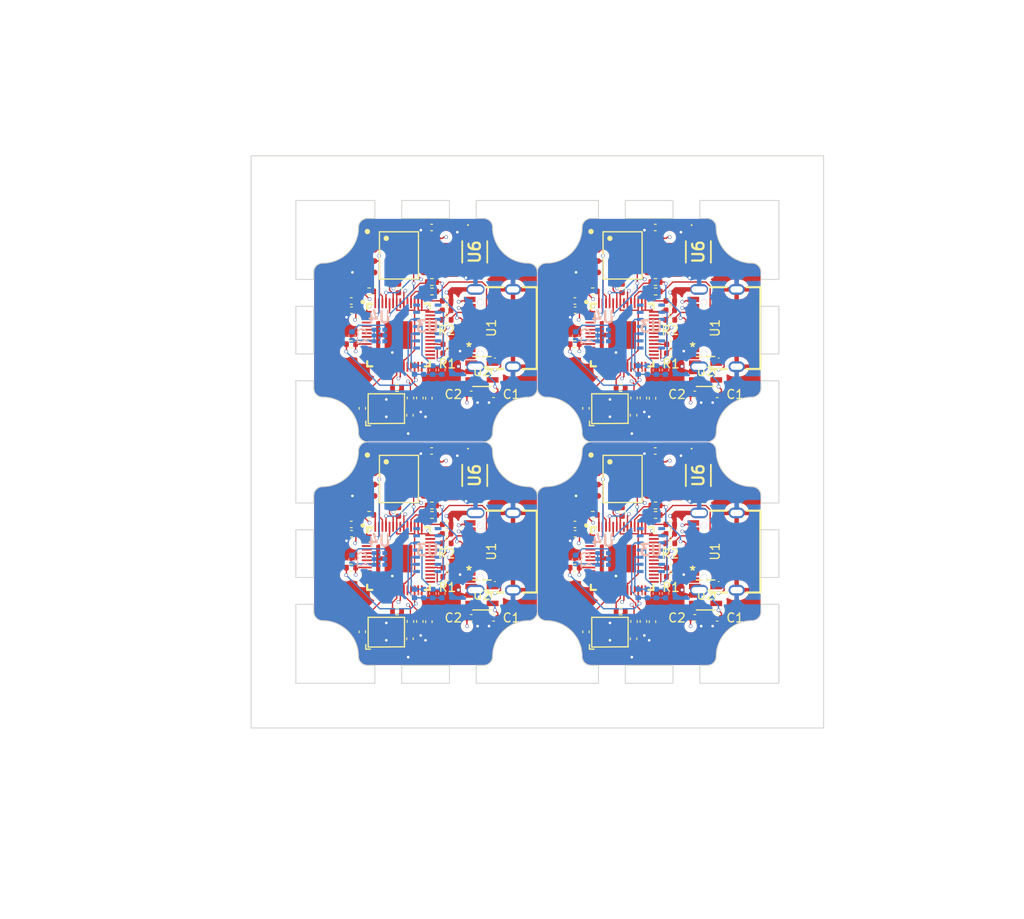
<source format=kicad_pcb>
(kicad_pcb (version 20241229) (generator "pcbnew") (generator_version "9.0")
  (layers (0 "F.Cu" signal) (4 "In1.Cu" signal) (6 "In2.Cu" signal) (2 "B.Cu" signal) (13 "F.Paste" user) (15 "B.Paste" user) (5 "F.SilkS" user "F.Silkscreen") (7 "B.SilkS" user "B.Silkscreen") (1 "F.Mask" user) (3 "B.Mask" user) (25 "Edge.Cuts" user))
  (net 0 "")
  (net 1 "Board_0-cc1")
  (net 2 "Board_0-cc2")
  (net 3 "Board_0-dm")
  (net 4 "Board_0-dp")
  (net 5 "Board_0-gpio0")
  (net 6 "Board_0-gpio1")
  (net 7 "Board_0-gpio12")
  (net 8 "Board_0-gpio13")
  (net 9 "Board_0-gpio14")
  (net 10 "Board_0-gpio15")
  (net 11 "Board_0-gpio16")
  (net 12 "Board_0-gpio17")
  (net 13 "Board_0-gpio18")
  (net 14 "Board_0-gpio19")
  (net 15 "Board_0-gpio2")
  (net 16 "Board_0-gpio22")
  (net 17 "Board_0-gpio23")
  (net 18 "Board_0-gpio24")
  (net 19 "Board_0-gpio25")
  (net 20 "Board_0-gpio26_a0")
  (net 21 "Board_0-gpio27_a1")
  (net 22 "Board_0-gpio28_a2")
  (net 23 "Board_0-gpio29_a3")
  (net 24 "Board_0-gpio3")
  (net 25 "Board_0-gpio6")
  (net 26 "Board_0-gpio7")
  (net 27 "Board_0-io0")
  (net 28 "Board_0-io1")
  (net 29 "Board_0-io2")
  (net 30 "Board_0-io3")
  (net 31 "Board_0-microcontroller.rp2040-cs")
  (net 32 "Board_0-microcontroller.rp2040-cs-1")
  (net 33 "Board_0-microcontroller.rp2040-sck")
  (net 34 "Board_0-microcontroller.rp2040-sck-1")
  (net 35 "Board_0-microcontroller.rp2040.micro-vcc")
  (net 36 "Board_0-miso")
  (net 37 "Board_0-mosi")
  (net 38 "Board_0-nc")
  (net 39 "Board_0-nc_1")
  (net 40 "Board_0-nc_2")
  (net 41 "Board_0-nc_3")
  (net 42 "Board_0-nc_4")
  (net 43 "Board_0-nc_5")
  (net 44 "Board_0-nc_6")
  (net 45 "Board_0-out")
  (net 46 "Board_0-pgnd")
  (net 47 "Board_0-power_supply-vcc")
  (net 48 "Board_0-power_supply.regulator-io")
  (net 49 "Board_0-run")
  (net 50 "Board_0-rx")
  (net 51 "Board_0-scl")
  (net 52 "Board_0-sda")
  (net 53 "Board_0-sensor-gnd")
  (net 54 "Board_0-sensor.sensor-gnd")
  (net 55 "Board_0-sensor.sensor-io")
  (net 56 "Board_0-sensor.sensor-vcc")
  (net 57 "Board_0-sensor.sensor-vcc-1")
  (net 58 "Board_0-sub1")
  (net 59 "Board_0-sub2")
  (net 60 "Board_0-swclk")
  (net 61 "Board_0-swdio")
  (net 62 "Board_0-temperature_sensor.sensor-io")
  (net 63 "Board_0-temperature_sensor.sensor-io-1")
  (net 64 "Board_0-temperature_sensor.sensor-vcc")
  (net 65 "Board_0-tx")
  (net 66 "Board_0-usb_connector-gnd-1")
  (net 67 "Board_0-usb_connector-vcc")
  (net 68 "Board_0-usb_dm")
  (net 69 "Board_0-usb_dp")
  (net 70 "Board_0-xin")
  (net 71 "Board_0-xout")
  (net 72 "Board_1-cc1")
  (net 73 "Board_1-cc2")
  (net 74 "Board_1-dm")
  (net 75 "Board_1-dp")
  (net 76 "Board_1-gpio0")
  (net 77 "Board_1-gpio1")
  (net 78 "Board_1-gpio12")
  (net 79 "Board_1-gpio13")
  (net 80 "Board_1-gpio14")
  (net 81 "Board_1-gpio15")
  (net 82 "Board_1-gpio16")
  (net 83 "Board_1-gpio17")
  (net 84 "Board_1-gpio18")
  (net 85 "Board_1-gpio19")
  (net 86 "Board_1-gpio2")
  (net 87 "Board_1-gpio22")
  (net 88 "Board_1-gpio23")
  (net 89 "Board_1-gpio24")
  (net 90 "Board_1-gpio25")
  (net 91 "Board_1-gpio26_a0")
  (net 92 "Board_1-gpio27_a1")
  (net 93 "Board_1-gpio28_a2")
  (net 94 "Board_1-gpio29_a3")
  (net 95 "Board_1-gpio3")
  (net 96 "Board_1-gpio6")
  (net 97 "Board_1-gpio7")
  (net 98 "Board_1-io0")
  (net 99 "Board_1-io1")
  (net 100 "Board_1-io2")
  (net 101 "Board_1-io3")
  (net 102 "Board_1-microcontroller.rp2040-cs")
  (net 103 "Board_1-microcontroller.rp2040-cs-1")
  (net 104 "Board_1-microcontroller.rp2040-sck")
  (net 105 "Board_1-microcontroller.rp2040-sck-1")
  (net 106 "Board_1-microcontroller.rp2040.micro-vcc")
  (net 107 "Board_1-miso")
  (net 108 "Board_1-mosi")
  (net 109 "Board_1-nc")
  (net 110 "Board_1-nc_1")
  (net 111 "Board_1-nc_2")
  (net 112 "Board_1-nc_3")
  (net 113 "Board_1-nc_4")
  (net 114 "Board_1-nc_5")
  (net 115 "Board_1-nc_6")
  (net 116 "Board_1-out")
  (net 117 "Board_1-pgnd")
  (net 118 "Board_1-power_supply-vcc")
  (net 119 "Board_1-power_supply.regulator-io")
  (net 120 "Board_1-run")
  (net 121 "Board_1-rx")
  (net 122 "Board_1-scl")
  (net 123 "Board_1-sda")
  (net 124 "Board_1-sensor-gnd")
  (net 125 "Board_1-sensor.sensor-gnd")
  (net 126 "Board_1-sensor.sensor-io")
  (net 127 "Board_1-sensor.sensor-vcc")
  (net 128 "Board_1-sensor.sensor-vcc-1")
  (net 129 "Board_1-sub1")
  (net 130 "Board_1-sub2")
  (net 131 "Board_1-swclk")
  (net 132 "Board_1-swdio")
  (net 133 "Board_1-temperature_sensor.sensor-io")
  (net 134 "Board_1-temperature_sensor.sensor-io-1")
  (net 135 "Board_1-temperature_sensor.sensor-vcc")
  (net 136 "Board_1-tx")
  (net 137 "Board_1-usb_connector-gnd-1")
  (net 138 "Board_1-usb_connector-vcc")
  (net 139 "Board_1-usb_dm")
  (net 140 "Board_1-usb_dp")
  (net 141 "Board_1-xin")
  (net 142 "Board_1-xout")
  (net 143 "Board_2-cc1")
  (net 144 "Board_2-cc2")
  (net 145 "Board_2-dm")
  (net 146 "Board_2-dp")
  (net 147 "Board_2-gpio0")
  (net 148 "Board_2-gpio1")
  (net 149 "Board_2-gpio12")
  (net 150 "Board_2-gpio13")
  (net 151 "Board_2-gpio14")
  (net 152 "Board_2-gpio15")
  (net 153 "Board_2-gpio16")
  (net 154 "Board_2-gpio17")
  (net 155 "Board_2-gpio18")
  (net 156 "Board_2-gpio19")
  (net 157 "Board_2-gpio2")
  (net 158 "Board_2-gpio22")
  (net 159 "Board_2-gpio23")
  (net 160 "Board_2-gpio24")
  (net 161 "Board_2-gpio25")
  (net 162 "Board_2-gpio26_a0")
  (net 163 "Board_2-gpio27_a1")
  (net 164 "Board_2-gpio28_a2")
  (net 165 "Board_2-gpio29_a3")
  (net 166 "Board_2-gpio3")
  (net 167 "Board_2-gpio6")
  (net 168 "Board_2-gpio7")
  (net 169 "Board_2-io0")
  (net 170 "Board_2-io1")
  (net 171 "Board_2-io2")
  (net 172 "Board_2-io3")
  (net 173 "Board_2-microcontroller.rp2040-cs")
  (net 174 "Board_2-microcontroller.rp2040-cs-1")
  (net 175 "Board_2-microcontroller.rp2040-sck")
  (net 176 "Board_2-microcontroller.rp2040-sck-1")
  (net 177 "Board_2-microcontroller.rp2040.micro-vcc")
  (net 178 "Board_2-miso")
  (net 179 "Board_2-mosi")
  (net 180 "Board_2-nc")
  (net 181 "Board_2-nc_1")
  (net 182 "Board_2-nc_2")
  (net 183 "Board_2-nc_3")
  (net 184 "Board_2-nc_4")
  (net 185 "Board_2-nc_5")
  (net 186 "Board_2-nc_6")
  (net 187 "Board_2-out")
  (net 188 "Board_2-pgnd")
  (net 189 "Board_2-power_supply-vcc")
  (net 190 "Board_2-power_supply.regulator-io")
  (net 191 "Board_2-run")
  (net 192 "Board_2-rx")
  (net 193 "Board_2-scl")
  (net 194 "Board_2-sda")
  (net 195 "Board_2-sensor-gnd")
  (net 196 "Board_2-sensor.sensor-gnd")
  (net 197 "Board_2-sensor.sensor-io")
  (net 198 "Board_2-sensor.sensor-vcc")
  (net 199 "Board_2-sensor.sensor-vcc-1")
  (net 200 "Board_2-sub1")
  (net 201 "Board_2-sub2")
  (net 202 "Board_2-swclk")
  (net 203 "Board_2-swdio")
  (net 204 "Board_2-temperature_sensor.sensor-io")
  (net 205 "Board_2-temperature_sensor.sensor-io-1")
  (net 206 "Board_2-temperature_sensor.sensor-vcc")
  (net 207 "Board_2-tx")
  (net 208 "Board_2-usb_connector-gnd-1")
  (net 209 "Board_2-usb_connector-vcc")
  (net 210 "Board_2-usb_dm")
  (net 211 "Board_2-usb_dp")
  (net 212 "Board_2-xin")
  (net 213 "Board_2-xout")
  (net 214 "Board_3-cc1")
  (net 215 "Board_3-cc2")
  (net 216 "Board_3-dm")
  (net 217 "Board_3-dp")
  (net 218 "Board_3-gpio0")
  (net 219 "Board_3-gpio1")
  (net 220 "Board_3-gpio12")
  (net 221 "Board_3-gpio13")
  (net 222 "Board_3-gpio14")
  (net 223 "Board_3-gpio15")
  (net 224 "Board_3-gpio16")
  (net 225 "Board_3-gpio17")
  (net 226 "Board_3-gpio18")
  (net 227 "Board_3-gpio19")
  (net 228 "Board_3-gpio2")
  (net 229 "Board_3-gpio22")
  (net 230 "Board_3-gpio23")
  (net 231 "Board_3-gpio24")
  (net 232 "Board_3-gpio25")
  (net 233 "Board_3-gpio26_a0")
  (net 234 "Board_3-gpio27_a1")
  (net 235 "Board_3-gpio28_a2")
  (net 236 "Board_3-gpio29_a3")
  (net 237 "Board_3-gpio3")
  (net 238 "Board_3-gpio6")
  (net 239 "Board_3-gpio7")
  (net 240 "Board_3-io0")
  (net 241 "Board_3-io1")
  (net 242 "Board_3-io2")
  (net 243 "Board_3-io3")
  (net 244 "Board_3-microcontroller.rp2040-cs")
  (net 245 "Board_3-microcontroller.rp2040-cs-1")
  (net 246 "Board_3-microcontroller.rp2040-sck")
  (net 247 "Board_3-microcontroller.rp2040-sck-1")
  (net 248 "Board_3-microcontroller.rp2040.micro-vcc")
  (net 249 "Board_3-miso")
  (net 250 "Board_3-mosi")
  (net 251 "Board_3-nc")
  (net 252 "Board_3-nc_1")
  (net 253 "Board_3-nc_2")
  (net 254 "Board_3-nc_3")
  (net 255 "Board_3-nc_4")
  (net 256 "Board_3-nc_5")
  (net 257 "Board_3-nc_6")
  (net 258 "Board_3-out")
  (net 259 "Board_3-pgnd")
  (net 260 "Board_3-power_supply-vcc")
  (net 261 "Board_3-power_supply.regulator-io")
  (net 262 "Board_3-run")
  (net 263 "Board_3-rx")
  (net 264 "Board_3-scl")
  (net 265 "Board_3-sda")
  (net 266 "Board_3-sensor-gnd")
  (net 267 "Board_3-sensor.sensor-gnd")
  (net 268 "Board_3-sensor.sensor-io")
  (net 269 "Board_3-sensor.sensor-vcc")
  (net 270 "Board_3-sensor.sensor-vcc-1")
  (net 271 "Board_3-sub1")
  (net 272 "Board_3-sub2")
  (net 273 "Board_3-swclk")
  (net 274 "Board_3-swdio")
  (net 275 "Board_3-temperature_sensor.sensor-io")
  (net 276 "Board_3-temperature_sensor.sensor-io-1")
  (net 277 "Board_3-temperature_sensor.sensor-vcc")
  (net 278 "Board_3-tx")
  (net 279 "Board_3-usb_connector-gnd-1")
  (net 280 "Board_3-usb_connector-vcc")
  (net 281 "Board_3-usb_dm")
  (net 282 "Board_3-usb_dp")
  (net 283 "Board_3-xin")
  (net 284 "Board_3-xout")
  (footprint "lib:R0402" (layer "F.Cu") (at 163.35 38.35 180)
    (property "Reference" "R2")
    (property "Value" "62.5mW Thick Film Resistors 50V ±100ppm/℃ ±1% 5.1kΩ 0402 Chip Resistor - Surface Mount ROHS")
  )
  (footprint "lib:C0402" (layer "F.Cu") (at 152.7277 62.2747 180)
    (property "Reference" "C13" (hide yes))
    (property "Value" "16V 100nF X7R ±10% 0402 Multilayer Ceramic Capacitors MLCC - SMD/SMT ROHS")
  )
  (footprint "lib:R0402" (layer "F.Cu") (at 163.44 67.1 180)
    (property "Reference" "R1")
    (property "Value" "62.5mW Thick Film Resistors 50V ±100ppm/℃ ±1% 5.1kΩ 0402 Chip Resistor - Surface Mount ROHS")
  )
  (footprint "lib:C0402" (layer "F.Cu") (at 128.9335 48.2483 90)
    (property "Reference" "C8" (hide yes))
    (property "Value" "50V 20pF C0G ±5% 0402 Multilayer Ceramic Capacitors MLCC - SMD/SMT ROHS")
  )
  (footprint "lib:OSC-SMD_4P-L3.2-W2.5-BL" (layer "F.Cu") (at 156.6145 73.2716)
    (property "Reference" "U7" (hide yes))
    (property "Value" "?")
  )
  (footprint "lib:R0402" (layer "F.Cu") (at 152.6705 66.0691 180)
    (property "Reference" "R3" (hide yes))
    (property "Value" "62.5mW Thick Film Resistors 50V ±100ppm/℃ ±1% 10kΩ 0402 Chip Resistor - Surface Mount ROHS")
  )
  (footprint "lib:C0402" (layer "F.Cu") (at 143.6052 71.6818 180)
    (property "Reference" "C1")
    (property "Value" "25V 1uF X5R ±10% 0402 Multilayer Ceramic Capacitors MLCC - SMD/SMT ROHS")
  )
  (footprint "lib:C0402" (layer "F.Cu") (at 134.31 47.0861 -90)
    (property "Reference" "C10" (hide yes))
    (property "Value" "16V 100nF X7R ±10% 0402 Multilayer Ceramic Capacitors MLCC - SMD/SMT ROHS")
  )
  (footprint "lib:C0402" (layer "F.Cu") (at 136.6799 28.0195 180)
    (property "Reference" "C15" (hide yes))
    (property "Value" "25V 1uF X5R ±10% 0402 Multilayer Ceramic Capacitors MLCC - SMD/SMT ROHS")
  )
  (footprint "lib:C0402" (layer "F.Cu") (at 166.1052 71.6818)
    (property "Reference" "C2")
    (property "Value" "25V 1uF X5R ±10% 0402 Multilayer Ceramic Capacitors MLCC - SMD/SMT ROHS")
  )
  (footprint "lib:R0402" (layer "F.Cu") (at 136.7078 34.1152)
    (property "Reference" "R6" (hide yes))
    (property "Value" "62.5mW Thick Film Resistors 50V ±100ppm/℃ ±1% 27Ω 0402 Chip Resistor - Surface Mount ROHS")
  )
  (footprint "lib:C0402" (layer "F.Cu") (at 160.3569 72.0861 -90)
    (property "Reference" "C18" (hide yes))
    (property "Value" "16V 100nF X7R ±10% 0402 Multilayer Ceramic Capacitors MLCC - SMD/SMT ROHS")
  )
  (footprint "lib:KMR211NGLFS" (layer "F.Cu") (at 141.5 55.75 90)
    (property "Reference" "U6")
    (property "Value" "KMR211NGLFS (Tactile Switches)" (hide yes))
  )
  (footprint "lib:R0402" (layer "F.Cu") (at 138.35 38.35 180)
    (property "Reference" "R2")
    (property "Value" "62.5mW Thick Film Resistors 50V ±100ppm/℃ ±1% 5.1kΩ 0402 Chip Resistor - Surface Mount ROHS")
  )
  (footprint "lib:C0402" (layer "F.Cu") (at 159.2576 49.0183 -90)
    (property "Reference" "C9" (hide yes))
    (property "Value" "50V 20pF C0G ±5% 0402 Multilayer Ceramic Capacitors MLCC - SMD/SMT ROHS")
  )
  (footprint "lib:C0402" (layer "F.Cu") (at 163.3597 37.2812)
    (property "Reference" "C11" (hide yes))
    (property "Value" "16V 100nF X7R ±10% 0402 Multilayer Ceramic Capacitors MLCC - SMD/SMT ROHS")
  )
  (footprint "lib:C0402" (layer "F.Cu") (at 161.3712 72.1146 -90)
    (property "Reference" "C19" (hide yes))
    (property "Value" "25V 1uF X5R ±10% 0402 Multilayer Ceramic Capacitors MLCC - SMD/SMT ROHS")
  )
  (footprint "lib:R0402" (layer "F.Cu") (at 138.44 42.1 180)
    (property "Reference" "R1")
    (property "Value" "62.5mW Thick Film Resistors 50V ±100ppm/℃ ±1% 5.1kΩ 0402 Chip Resistor - Surface Mount ROHS")
  )
  (footprint "lib:C0402" (layer "F.Cu") (at 136.3712 47.1146 -90)
    (property "Reference" "C19" (hide yes))
    (property "Value" "25V 1uF X5R ±10% 0402 Multilayer Ceramic Capacitors MLCC - SMD/SMT ROHS")
  )
  (footprint "lib:C0402" (layer "F.Cu") (at 132.9664 59.8401 90)
    (property "Reference" "C16" (hide yes))
    (property "Value" "16V 100nF X7R ±10% 0402 Multilayer Ceramic Capacitors MLCC - SMD/SMT ROHS")
  )
  (footprint "lib:R0402" (layer "F.Cu") (at 129.6921 35.1642)
    (property "Reference" "R4" (hide yes))
    (property "Value" "62.5mW Thick Film Resistors 50V ±100ppm/℃ ±1% 10kΩ 0402 Chip Resistor - Surface Mount ROHS")
  )
  (footprint "lib:C0402" (layer "F.Cu") (at 163.4353 66.0875)
    (property "Reference" "C14" (hide yes))
    (property "Value" "16V 100nF X7R ±10% 0402 Multilayer Ceramic Capacitors MLCC - SMD/SMT ROHS")
  )
  (footprint "lib:SOIC-8_L5.3-W5.3-P1.27-LS8.0-BL" (layer "F.Cu") (at 133.0278 31.1411 -90)
    (property "Reference" "U8" (hide yes))
    (property "Value" "?")
  )
  (footprint "lib:R0402" (layer "F.Cu") (at 154.6921 35.1642)
    (property "Reference" "R4" (hide yes))
    (property "Value" "62.5mW Thick Film Resistors 50V ±100ppm/℃ ±1% 10kΩ 0402 Chip Resistor - Surface Mount ROHS")
  )
  (footprint "lib:OSC-SMD_4P-L3.2-W2.5-BL" (layer "F.Cu") (at 131.6145 48.2716)
    (property "Reference" "U7" (hide yes))
    (property "Value" "?")
  )
  (footprint "lib:C0402" (layer "F.Cu") (at 152.6997 36.236 180)
    (property "Reference" "C12" (hide yes))
    (property "Value" "16V 100nF X7R ±10% 0402 Multilayer Ceramic Capacitors MLCC - SMD/SMT ROHS")
  )
  (footprint "lib:C0402" (layer "F.Cu") (at 138.3597 36.2245)
    (property "Reference" "C17" (hide yes))
    (property "Value" "16V 100nF X7R ±10% 0402 Multilayer Ceramic Capacitors MLCC - SMD/SMT ROHS")
  )
  (footprint "lib:C0402" (layer "F.Cu") (at 141.1052 46.6818)
    (property "Reference" "C2")
    (property "Value" "25V 1uF X5R ±10% 0402 Multilayer Ceramic Capacitors MLCC - SMD/SMT ROHS")
  )
  (footprint "lib:C0402" (layer "F.Cu") (at 152.7277 37.2747 180)
    (property "Reference" "C13" (hide yes))
    (property "Value" "16V 100nF X7R ±10% 0402 Multilayer Ceramic Capacitors MLCC - SMD/SMT ROHS")
  )
  (footprint "lib:C0402" (layer "F.Cu") (at 138.3597 61.2245)
    (property "Reference" "C17" (hide yes))
    (property "Value" "16V 100nF X7R ±10% 0402 Multilayer Ceramic Capacitors MLCC - SMD/SMT ROHS")
  )
  (footprint "lib:C0402" (layer "F.Cu") (at 128.9335 73.2483 90)
    (property "Reference" "C8" (hide yes))
    (property "Value" "50V 20pF C0G ±5% 0402 Multilayer Ceramic Capacitors MLCC - SMD/SMT ROHS")
  )
  (footprint "lib:R0402" (layer "F.Cu") (at 157.8166 70.9634)
    (property "Reference" "R5" (hide yes))
    (property "Value" "62.5mW Thick Film Resistors 50V ±100ppm/℃ ±1% 1kΩ 0402 Chip Resistor - Surface Mount ROHS")
  )
  (footprint "lib:OSC-SMD_4P-L3.2-W2.5-BL" (layer "F.Cu") (at 131.6145 73.2716)
    (property "Reference" "U7" (hide yes))
    (property "Value" "?")
  )
  (footprint "lib:C0402" (layer "F.Cu") (at 153.9335 48.2483 90)
    (property "Reference" "C8" (hide yes))
    (property "Value" "50V 20pF C0G ±5% 0402 Multilayer Ceramic Capacitors MLCC - SMD/SMT ROHS")
  )
  (footprint "lib:R0402" (layer "F.Cu") (at 161.7078 59.1152)
    (property "Reference" "R6" (hide yes))
    (property "Value" "62.5mW Thick Film Resistors 50V ±100ppm/℃ ±1% 27Ω 0402 Chip Resistor - Surface Mount ROHS")
  )
  (footprint "lib:C0402" (layer "F.Cu") (at 138.4353 41.0875)
    (property "Reference" "C14" (hide yes))
    (property "Value" "16V 100nF X7R ±10% 0402 Multilayer Ceramic Capacitors MLCC - SMD/SMT ROHS")
  )
  (footprint "lib:C0402" (layer "F.Cu") (at 138.4353 66.0875)
    (property "Reference" "C14" (hide yes))
    (property "Value" "16V 100nF X7R ±10% 0402 Multilayer Ceramic Capacitors MLCC - SMD/SMT ROHS")
  )
  (footprint "lib:C0402" (layer "F.Cu") (at 166.1052 46.6818)
    (property "Reference" "C2")
    (property "Value" "25V 1uF X5R ±10% 0402 Multilayer Ceramic Capacitors MLCC - SMD/SMT ROHS")
  )
  (footprint "lib:C0402" (layer "F.Cu") (at 163.4353 41.0875)
    (property "Reference" "C14" (hide yes))
    (property "Value" "16V 100nF X7R ±10% 0402 Multilayer Ceramic Capacitors MLCC - SMD/SMT ROHS")
  )
  (footprint "lib:C0402" (layer "F.Cu") (at 163.3597 36.2245)
    (property "Reference" "C17" (hide yes))
    (property "Value" "16V 100nF X7R ±10% 0402 Multilayer Ceramic Capacitors MLCC - SMD/SMT ROHS")
  )
  (footprint "lib:R0402" (layer "F.Cu") (at 157.8166 45.9634)
    (property "Reference" "R5" (hide yes))
    (property "Value" "62.5mW Thick Film Resistors 50V ±100ppm/℃ ±1% 1kΩ 0402 Chip Resistor - Surface Mount ROHS")
  )
  (footprint "lib:C0402" (layer "F.Cu") (at 161.6799 28.0195 180)
    (property "Reference" "C15" (hide yes))
    (property "Value" "25V 1uF X5R ±10% 0402 Multilayer Ceramic Capacitors MLCC - SMD/SMT ROHS")
  )
  (footprint "lib:R0402" (layer "F.Cu") (at 163.44 42.1 180)
    (property "Reference" "R1")
    (property "Value" "62.5mW Thick Film Resistors 50V ±100ppm/℃ ±1% 5.1kΩ 0402 Chip Resistor - Surface Mount ROHS")
  )
  (footprint "lib:R0402" (layer "F.Cu") (at 127.6705 41.0691 180)
    (property "Reference" "R3" (hide yes))
    (property "Value" "62.5mW Thick Film Resistors 50V ±100ppm/℃ ±1% 10kΩ 0402 Chip Resistor - Surface Mount ROHS")
  )
  (footprint "lib:R0402" (layer "F.Cu") (at 161.7208 35.1776 180)
    (property "Reference" "R7" (hide yes))
    (property "Value" "62.5mW Thick Film Resistors 50V ±100ppm/℃ ±1% 27Ω 0402 Chip Resistor - Surface Mount ROHS")
  )
  (footprint "lib:C0402" (layer "F.Cu") (at 127.6997 61.236 180)
    (property "Reference" "C12" (hide yes))
    (property "Value" "16V 100nF X7R ±10% 0402 Multilayer Ceramic Capacitors MLCC - SMD/SMT ROHS")
  )
  (footprint "lib:C0402" (layer "F.Cu") (at 141.1052 71.6818)
    (property "Reference" "C2")
    (property "Value" "25V 1uF X5R ±10% 0402 Multilayer Ceramic Capacitors MLCC - SMD/SMT ROHS")
  )
  (footprint "lib:OSC-SMD_4P-L3.2-W2.5-BL" (layer "F.Cu") (at 156.6145 48.2716)
    (property "Reference" "U7" (hide yes))
    (property "Value" "?")
  )
  (footprint "lib:USB-C-SMD_KH-TYPE-C-16P" (layer "F.Cu") (at 168.357 39.265 90)
    (property "Reference" "U1")
    (property "Value" "?")
  )
  (footprint "lib:SOT-23-5_RIT" (layer "F.Cu") (at 167.3046 44.1264)
    (property "Reference" "U2")
    (property "Value" "?")
  )
  (footprint "lib:R0402" (layer "F.Cu") (at 138.35 63.35 180)
    (property "Reference" "R2")
    (property "Value" "62.5mW Thick Film Resistors 50V ±100ppm/℃ ±1% 5.1kΩ 0402 Chip Resistor - Surface Mount ROHS")
  )
  (footprint "lib:R0402" (layer "F.Cu") (at 136.7208 60.1776 180)
    (property "Reference" "R7" (hide yes))
    (property "Value" "62.5mW Thick Film Resistors 50V ±100ppm/℃ ±1% 27Ω 0402 Chip Resistor - Surface Mount ROHS")
  )
  (footprint "lib:C0402" (layer "F.Cu") (at 127.7277 62.2747 180)
    (property "Reference" "C13" (hide yes))
    (property "Value" "16V 100nF X7R ±10% 0402 Multilayer Ceramic Capacitors MLCC - SMD/SMT ROHS")
  )
  (footprint "lib:C0402" (layer "F.Cu") (at 161.6799 53.0195 180)
    (property "Reference" "C15" (hide yes))
    (property "Value" "25V 1uF X5R ±10% 0402 Multilayer Ceramic Capacitors MLCC - SMD/SMT ROHS")
  )
  (footprint "lib:SOT-23-5_RIT" (layer "F.Cu") (at 142.3046 69.1264)
    (property "Reference" "U2")
    (property "Value" "?")
  )
  (footprint "lib:SOT-23-5_RIT" (layer "F.Cu") (at 167.3046 69.1264)
    (property "Reference" "U2")
    (property "Value" "?")
  )
  (footprint "lib:R0402" (layer "F.Cu") (at 129.6921 60.1642)
    (property "Reference" "R4" (hide yes))
    (property "Value" "62.5mW Thick Film Resistors 50V ±100ppm/℃ ±1% 10kΩ 0402 Chip Resistor - Surface Mount ROHS")
  )
  (footprint "lib:R0402" (layer "F.Cu") (at 161.7078 34.1152)
    (property "Reference" "R6" (hide yes))
    (property "Value" "62.5mW Thick Film Resistors 50V ±100ppm/℃ ±1% 27Ω 0402 Chip Resistor - Surface Mount ROHS")
  )
  (footprint "lib:LQFN-56_L7.0-W7.0-P0.4-EP" (layer "F.Cu") (at 157.9775 65.05)
    (property "Reference" "U5" (hide yes))
    (property "Value" "?")
  )
  (footprint "lib:SOT-23-5_RIT" (layer "F.Cu") (at 142.3046 44.1264)
    (property "Reference" "U2")
    (property "Value" "?")
  )
  (footprint "lib:C0402" (layer "F.Cu") (at 132.9664 34.8401 90)
    (property "Reference" "C16" (hide yes))
    (property "Value" "16V 100nF X7R ±10% 0402 Multilayer Ceramic Capacitors MLCC - SMD/SMT ROHS")
  )
  (footprint "lib:R0402" (layer "F.Cu") (at 136.7078 59.1152)
    (property "Reference" "R6" (hide yes))
    (property "Value" "62.5mW Thick Film Resistors 50V ±100ppm/℃ ±1% 27Ω 0402 Chip Resistor - Surface Mount ROHS")
  )
  (footprint "lib:C0402" (layer "F.Cu") (at 134.2576 49.0183 -90)
    (property "Reference" "C9" (hide yes))
    (property "Value" "50V 20pF C0G ±5% 0402 Multilayer Ceramic Capacitors MLCC - SMD/SMT ROHS")
  )
  (footprint "lib:LQFN-56_L7.0-W7.0-P0.4-EP" (layer "F.Cu") (at 157.9775 40.05)
    (property "Reference" "U5" (hide yes))
    (property "Value" "?")
  )
  (footprint "lib:SOIC-8_L5.3-W5.3-P1.27-LS8.0-BL" (layer "F.Cu") (at 158.0278 56.1411 -90)
    (property "Reference" "U8" (hide yes))
    (property "Value" "?")
  )
  (footprint "lib:C0402" (layer "F.Cu") (at 127.6997 36.236 180)
    (property "Reference" "C12" (hide yes))
    (property "Value" "16V 100nF X7R ±10% 0402 Multilayer Ceramic Capacitors MLCC - SMD/SMT ROHS")
  )
  (footprint "lib:C0402" (layer "F.Cu") (at 143.6052 46.6818 180)
    (property "Reference" "C1")
    (property "Value" "25V 1uF X5R ±10% 0402 Multilayer Ceramic Capacitors MLCC - SMD/SMT ROHS")
  )
  (footprint "lib:C0402" (layer "F.Cu") (at 160.3569 47.0861 -90)
    (property "Reference" "C18" (hide yes))
    (property "Value" "16V 100nF X7R ±10% 0402 Multilayer Ceramic Capacitors MLCC - SMD/SMT ROHS")
  )
  (footprint "lib:C0402" (layer "F.Cu") (at 163.3597 62.2812)
    (property "Reference" "C11" (hide yes))
    (property "Value" "16V 100nF X7R ±10% 0402 Multilayer Ceramic Capacitors MLCC - SMD/SMT ROHS")
  )
  (footprint "lib:LQFN-56_L7.0-W7.0-P0.4-EP" (layer "F.Cu") (at 132.9775 65.05)
    (property "Reference" "U5" (hide yes))
    (property "Value" "?")
  )
  (footprint "lib:C0402" (layer "F.Cu") (at 135.3569 72.0861 -90)
    (property "Reference" "C18" (hide yes))
    (property "Value" "16V 100nF X7R ±10% 0402 Multilayer Ceramic Capacitors MLCC - SMD/SMT ROHS")
  )
  (footprint "lib:SOIC-8_L5.3-W5.3-P1.27-LS8.0-BL" (layer "F.Cu") (at 133.0278 56.1411 -90)
    (property "Reference" "U8" (hide yes))
    (property "Value" "?")
  )
  (footprint "lib:C0402" (layer "F.Cu") (at 134.31 72.0861 -90)
    (property "Reference" "C10" (hide yes))
    (property "Value" "16V 100nF X7R ±10% 0402 Multilayer Ceramic Capacitors MLCC - SMD/SMT ROHS")
  )
  (footprint "lib:R0402" (layer "F.Cu") (at 132.8166 45.9634)
    (property "Reference" "R5" (hide yes))
    (property "Value" "62.5mW Thick Film Resistors 50V ±100ppm/℃ ±1% 1kΩ 0402 Chip Resistor - Surface Mount ROHS")
  )
  (footprint "lib:C0402" (layer "F.Cu") (at 138.3597 62.2812)
    (property "Reference" "C11" (hide yes))
    (property "Value" "16V 100nF X7R ±10% 0402 Multilayer Ceramic Capacitors MLCC - SMD/SMT ROHS")
  )
  (footprint "lib:R0402" (layer "F.Cu") (at 136.7208 35.1776 180)
    (property "Reference" "R7" (hide yes))
    (property "Value" "62.5mW Thick Film Resistors 50V ±100ppm/℃ ±1% 27Ω 0402 Chip Resistor - Surface Mount ROHS")
  )
  (footprint "lib:C0402" (layer "F.Cu") (at 136.3712 72.1146 -90)
    (property "Reference" "C19" (hide yes))
    (property "Value" "25V 1uF X5R ±10% 0402 Multilayer Ceramic Capacitors MLCC - SMD/SMT ROHS")
  )
  (footprint "lib:C0402" (layer "F.Cu") (at 159.2576 74.0183 -90)
    (property "Reference" "C9" (hide yes))
    (property "Value" "50V 20pF C0G ±5% 0402 Multilayer Ceramic Capacitors MLCC - SMD/SMT ROHS")
  )
  (footprint "lib:C0402" (layer "F.Cu") (at 127.7277 37.2747 180)
    (property "Reference" "C13" (hide yes))
    (property "Value" "16V 100nF X7R ±10% 0402 Multilayer Ceramic Capacitors MLCC - SMD/SMT ROHS")
  )
  (footprint "lib:LQFN-56_L7.0-W7.0-P0.4-EP" (layer "F.Cu") (at 132.9775 40.05)
    (property "Reference" "U5" (hide yes))
    (property "Value" "?")
  )
  (footprint "lib:R0402" (layer "F.Cu") (at 127.6705 66.0691 180)
    (property "Reference" "R3" (hide yes))
    (property "Value" "62.5mW Thick Film Resistors 50V ±100ppm/℃ ±1% 10kΩ 0402 Chip Resistor - Surface Mount ROHS")
  )
  (footprint "lib:C0402" (layer "F.Cu") (at 157.9664 34.8401 90)
    (property "Reference" "C16" (hide yes))
    (property "Value" "16V 100nF X7R ±10% 0402 Multilayer Ceramic Capacitors MLCC - SMD/SMT ROHS")
  )
  (footprint "lib:C0402" (layer "F.Cu") (at 159.31 47.0861 -90)
    (property "Reference" "C10" (hide yes))
    (property "Value" "16V 100nF X7R ±10% 0402 Multilayer Ceramic Capacitors MLCC - SMD/SMT ROHS")
  )
  (footprint "lib:KMR211NGLFS" (layer "F.Cu") (at 141.5 30.75 90)
    (property "Reference" "U6")
    (property "Value" "KMR211NGLFS (Tactile Switches)" (hide yes))
  )
  (footprint "lib:C0402" (layer "F.Cu") (at 161.3712 47.1146 -90)
    (property "Reference" "C19" (hide yes))
    (property "Value" "25V 1uF X5R ±10% 0402 Multilayer Ceramic Capacitors MLCC - SMD/SMT ROHS")
  )
  (footprint "lib:SOIC-8_L5.3-W5.3-P1.27-LS8.0-BL" (layer "F.Cu") (at 158.0278 31.1411 -90)
    (property "Reference" "U8" (hide yes))
    (property "Value" "?")
  )
  (footprint "lib:USB-C-SMD_KH-TYPE-C-16P" (layer "F.Cu") (at 143.357 64.265 90)
    (property "Reference" "U1")
    (property "Value" "?")
  )
  (footprint "lib:R0402" (layer "F.Cu") (at 163.35 63.35 180)
    (property "Reference" "R2")
    (property "Value" "62.5mW Thick Film Resistors 50V ±100ppm/℃ ±1% 5.1kΩ 0402 Chip Resistor - Surface Mount ROHS")
  )
  (footprint "lib:USB-C-SMD_KH-TYPE-C-16P" (layer "F.Cu") (at 168.357 64.265 90)
    (property "Reference" "U1")
    (property "Value" "?")
  )
  (footprint "lib:R0402" (layer "F.Cu") (at 152.6705 41.0691 180)
    (property "Reference" "R3" (hide yes))
    (property "Value" "62.5mW Thick Film Resistors 50V ±100ppm/℃ ±1% 10kΩ 0402 Chip Resistor - Surface Mount ROHS")
  )
  (footprint "lib:C0402" (layer "F.Cu") (at 152.6997 61.236 180)
    (property "Reference" "C12" (hide yes))
    (property "Value" "16V 100nF X7R ±10% 0402 Multilayer Ceramic Capacitors MLCC - SMD/SMT ROHS")
  )
  (footprint "lib:C0402" (layer "F.Cu") (at 135.3569 47.0861 -90)
    (property "Reference" "C18" (hide yes))
    (property "Value" "16V 100nF X7R ±10% 0402 Multilayer Ceramic Capacitors MLCC - SMD/SMT ROHS")
  )
  (footprint "lib:KMR211NGLFS" (layer "F.Cu") (at 166.5 30.75 90)
    (property "Reference" "U6")
    (property "Value" "KMR211NGLFS (Tactile Switches)" (hide yes))
  )
  (footprint "lib:USB-C-SMD_KH-TYPE-C-16P" (layer "F.Cu") (at 143.357 39.265 90)
    (property "Reference" "U1")
    (property "Value" "?")
  )
  (footprint "lib:KMR211NGLFS" (layer "F.Cu") (at 166.5 55.75 90)
    (property "Reference" "U6")
    (property "Value" "KMR211NGLFS (Tactile Switches)" (hide yes))
  )
  (footprint "lib:C0402" (layer "F.Cu") (at 168.6052 71.6818 180)
    (property "Reference" "C1")
    (property "Value" "25V 1uF X5R ±10% 0402 Multilayer Ceramic Capacitors MLCC - SMD/SMT ROHS")
  )
  (footprint "lib:R0402" (layer "F.Cu") (at 161.7208 60.1776 180)
    (property "Reference" "R7" (hide yes))
    (property "Value" "62.5mW Thick Film Resistors 50V ±100ppm/℃ ±1% 27Ω 0402 Chip Resistor - Surface Mount ROHS")
  )
  (footprint "lib:C0402" (layer "F.Cu") (at 136.6799 53.0195 180)
    (property "Reference" "C15" (hide yes))
    (property "Value" "25V 1uF X5R ±10% 0402 Multilayer Ceramic Capacitors MLCC - SMD/SMT ROHS")
  )
  (footprint "lib:R0402" (layer "F.Cu") (at 154.6921 60.1642)
    (property "Reference" "R4" (hide yes))
    (property "Value" "62.5mW Thick Film Resistors 50V ±100ppm/℃ ±1% 10kΩ 0402 Chip Resistor - Surface Mount ROHS")
  )
  (footprint "lib:R0402" (layer "F.Cu") (at 132.8166 70.9634)
    (property "Reference" "R5" (hide yes))
    (property "Value" "62.5mW Thick Film Resistors 50V ±100ppm/℃ ±1% 1kΩ 0402 Chip Resistor - Surface Mount ROHS")
  )
  (footprint "lib:C0402" (layer "F.Cu") (at 163.3597 61.2245)
    (property "Reference" "C17" (hide yes))
    (property "Value" "16V 100nF X7R ±10% 0402 Multilayer Ceramic Capacitors MLCC - SMD/SMT ROHS")
  )
  (footprint "lib:C0402" (layer "F.Cu") (at 153.9335 73.2483 90)
    (property "Reference" "C8" (hide yes))
    (property "Value" "50V 20pF C0G ±5% 0402 Multilayer Ceramic Capacitors MLCC - SMD/SMT ROHS")
  )
  (footprint "lib:C0402" (layer "F.Cu") (at 138.3597 37.2812)
    (property "Reference" "C11" (hide yes))
    (property "Value" "16V 100nF X7R ±10% 0402 Multilayer Ceramic Capacitors MLCC - SMD/SMT ROHS")
  )
  (footprint "lib:C0402" (layer "F.Cu") (at 168.6052 46.6818 180)
    (property "Reference" "C1")
    (property "Value" "25V 1uF X5R ±10% 0402 Multilayer Ceramic Capacitors MLCC - SMD/SMT ROHS")
  )
  (footprint "lib:C0402" (layer "F.Cu") (at 159.31 72.0861 -90)
    (property "Reference" "C10" (hide yes))
    (property "Value" "16V 100nF X7R ±10% 0402 Multilayer Ceramic Capacitors MLCC - SMD/SMT ROHS")
  )
  (footprint "lib:R0402" (layer "F.Cu") (at 138.44 67.1 180)
    (property "Reference" "R1")
    (property "Value" "62.5mW Thick Film Resistors 50V ±100ppm/℃ ±1% 5.1kΩ 0402 Chip Resistor - Surface Mount ROHS")
  )
  (footprint "lib:C0402" (layer "F.Cu") (at 134.2576 74.0183 -90)
    (property "Reference" "C9" (hide yes))
    (property "Value" "50V 20pF C0G ±5% 0402 Multilayer Ceramic Capacitors MLCC - SMD/SMT ROHS")
  )
  (footprint "lib:C0402" (layer "F.Cu") (at 157.9664 59.8401 90)
    (property "Reference" "C16" (hide yes))
    (property "Value" "16V 100nF X7R ±10% 0402 Multilayer Ceramic Capacitors MLCC - SMD/SMT ROHS")
  )
  (footprint "lib:C0402" (layer "B.Cu") (at 160.7874 68.9638 -90)
    (property "Reference" "C5" (hide yes))
    (property "Value" "10V 4.7uF X5R ±20% 0402 Multilayer Ceramic Capacitors MLCC - SMD/SMT ROHS")
  )
  (footprint "lib:C0402" (layer "B.Cu") (at 160.7874 43.9638 -90)
    (property "Reference" "C5" (hide yes))
    (property "Value" "10V 4.7uF X5R ±20% 0402 Multilayer Ceramic Capacitors MLCC - SMD/SMT ROHS")
  )
  (footprint "lib:C0402" (layer "B.Cu") (at 127.78 65.16 90)
    (property "Reference" "C7")
    (property "Value" "16V 100nF X7R ±10% 0402 Multilayer Ceramic Capacitors MLCC - SMD/SMT ROHS")
  )
  (footprint "lib:C0402" (layer "B.Cu") (at 161.8034 43.9638 -90)
    (property "Reference" "C4" (hide yes))
    (property "Value" "16V 100nF X7R ±10% 0402 Multilayer Ceramic Capacitors MLCC - SMD/SMT ROHS")
  )
  (footprint "lib:C0402" (layer "B.Cu") (at 136.8034 68.9638 -90)
    (property "Reference" "C4" (hide yes))
    (property "Value" "16V 100nF X7R ±10% 0402 Multilayer Ceramic Capacitors MLCC - SMD/SMT ROHS")
  )
  (footprint "lib:C0402" (layer "B.Cu") (at 134.7714 43.9638 -90)
    (property "Reference" "C6" (hide yes))
    (property "Value" "16V 100nF X7R ±10% 0402 Multilayer Ceramic Capacitors MLCC - SMD/SMT ROHS")
  )
  (footprint "lib:C0402" (layer "B.Cu") (at 159.7714 43.9638 -90)
    (property "Reference" "C6" (hide yes))
    (property "Value" "16V 100nF X7R ±10% 0402 Multilayer Ceramic Capacitors MLCC - SMD/SMT ROHS")
  )
  (footprint "lib:C0402" (layer "B.Cu") (at 152.78 40.16 90)
    (property "Reference" "C7")
    (property "Value" "16V 100nF X7R ±10% 0402 Multilayer Ceramic Capacitors MLCC - SMD/SMT ROHS")
  )
  (footprint "lib:C0402" (layer "B.Cu") (at 137.8194 68.9638 -90)
    (property "Reference" "C3" (hide yes))
    (property "Value" "6.3V 10uF X5R ±20% 0402 Multilayer Ceramic Capacitors MLCC - SMD/SMT ROHS")
  )
  (footprint "lib:C0402" (layer "B.Cu") (at 161.8034 68.9638 -90)
    (property "Reference" "C4" (hide yes))
    (property "Value" "16V 100nF X7R ±10% 0402 Multilayer Ceramic Capacitors MLCC - SMD/SMT ROHS")
  )
  (footprint "lib:MAX30208CLBT" (layer "B.Cu") (at 155.85 40.1)
    (property "Reference" "U4")
    (property "Value" "?" (hide yes))
  )
  (footprint "lib:C0402" (layer "B.Cu") (at 127.78 40.16 90)
    (property "Reference" "C7")
    (property "Value" "16V 100nF X7R ±10% 0402 Multilayer Ceramic Capacitors MLCC - SMD/SMT ROHS")
  )
  (footprint "lib:C0402" (layer "B.Cu") (at 135.7874 43.9638 -90)
    (property "Reference" "C5" (hide yes))
    (property "Value" "10V 4.7uF X5R ±20% 0402 Multilayer Ceramic Capacitors MLCC - SMD/SMT ROHS")
  )
  (footprint "lib:MAX30102EFDT" (layer "B.Cu") (at 136.2 64.1 180)
    (property "Reference" "U3")
    (property "Value" "?" (hide yes))
  )
  (footprint "lib:MAX30208CLBT" (layer "B.Cu") (at 130.85 65.1)
    (property "Reference" "U4")
    (property "Value" "?" (hide yes))
  )
  (footprint "lib:C0402" (layer "B.Cu") (at 162.8194 43.9638 -90)
    (property "Reference" "C3" (hide yes))
    (property "Value" "6.3V 10uF X5R ±20% 0402 Multilayer Ceramic Capacitors MLCC - SMD/SMT ROHS")
  )
  (footprint "lib:C0402" (layer "B.Cu") (at 137.8194 43.9638 -90)
    (property "Reference" "C3" (hide yes))
    (property "Value" "6.3V 10uF X5R ±20% 0402 Multilayer Ceramic Capacitors MLCC - SMD/SMT ROHS")
  )
  (footprint "lib:C0402" (layer "B.Cu") (at 136.8034 43.9638 -90)
    (property "Reference" "C4" (hide yes))
    (property "Value" "16V 100nF X7R ±10% 0402 Multilayer Ceramic Capacitors MLCC - SMD/SMT ROHS")
  )
  (footprint "lib:C0402" (layer "B.Cu") (at 152.78 65.16 90)
    (property "Reference" "C7")
    (property "Value" "16V 100nF X7R ±10% 0402 Multilayer Ceramic Capacitors MLCC - SMD/SMT ROHS")
  )
  (footprint "lib:C0402" (layer "B.Cu") (at 135.7874 68.9638 -90)
    (property "Reference" "C5" (hide yes))
    (property "Value" "10V 4.7uF X5R ±20% 0402 Multilayer Ceramic Capacitors MLCC - SMD/SMT ROHS")
  )
  (footprint "lib:MAX30102EFDT" (layer "B.Cu") (at 161.2 39.1 180)
    (property "Reference" "U3")
    (property "Value" "?" (hide yes))
  )
  (footprint "lib:MAX30208CLBT" (layer "B.Cu") (at 155.85 65.1)
    (property "Reference" "U4")
    (property "Value" "?" (hide yes))
  )
  (footprint "lib:MAX30102EFDT" (layer "B.Cu") (at 161.2 64.1 180)
    (property "Reference" "U3")
    (property "Value" "?" (hide yes))
  )
  (footprint "lib:MAX30102EFDT" (layer "B.Cu") (at 136.2 39.1 180)
    (property "Reference" "U3")
    (property "Value" "?" (hide yes))
  )
  (footprint "lib:C0402" (layer "B.Cu") (at 162.8194 68.9638 -90)
    (property "Reference" "C3" (hide yes))
    (property "Value" "6.3V 10uF X5R ±20% 0402 Multilayer Ceramic Capacitors MLCC - SMD/SMT ROHS")
  )
  (footprint "lib:C0402" (layer "B.Cu") (at 159.7714 68.9638 -90)
    (property "Reference" "C6" (hide yes))
    (property "Value" "16V 100nF X7R ±10% 0402 Multilayer Ceramic Capacitors MLCC - SMD/SMT ROHS")
  )
  (footprint "lib:MAX30208CLBT" (layer "B.Cu") (at 130.85 40.1)
    (property "Reference" "U4")
    (property "Value" "?" (hide yes))
  )
  (footprint "lib:C0402" (layer "B.Cu") (at 134.7714 68.9638 -90)
    (property "Reference" "C6" (hide yes))
    (property "Value" "16V 100nF X7R ±10% 0402 Multilayer Ceramic Capacitors MLCC - SMD/SMT ROHS")
  )
  (gr_line (start 148.028964 46.848644) (end 148.071268 46.820763) (stroke (width 0.1)) (layer "Edge.Cuts"))
  (gr_line (start 128.625653 52.514698) (end 128.602195 52.559605) (stroke (width 0.1)) (layer "Edge.Cuts"))
  (gr_line (start 130.333333 79) (end 121.5 79) (stroke (width 0.1)) (layer "Edge.Cuts"))
  (gr_line (start 175.5 42.166666) (end 173.5 42.166666) (stroke (width 0.1)) (layer "Edge.Cuts"))
  (gr_line (start 154.014698 27.125653) (end 153.971035 27.151355) (stroke (width 0.1)) (layer "Edge.Cuts"))
  (gr_line (start 151.441207 47.502613) (end 151.615856 47.605422) (stroke (width 0.1)) (layer "Edge.Cuts"))
  (gr_line (start 151.441207 31.497386) (end 151.261576 31.591218) (stroke (width 0.1)) (layer "Edge.Cuts"))
  (gr_line (start 153.581042 27.605644) (end 153.562247 27.652694) (stroke (width 0.1)) (layer "Edge.Cuts"))
  (gr_line (start 121.5 79) (end 121.5 70.166666) (stroke (width 0.1)) (layer "Edge.Cuts"))
  (gr_line (start 123.811033 32.275207) (end 123.775207 32.311033) (stroke (width 0.1)) (layer "Edge.Cuts"))
  (gr_line (start 153.848627 27.241241) (end 153.811033 27.275207) (stroke (width 0.1)) (layer "Edge.Cuts"))
  (gr_line (start 152.894577 73.884143) (end 152.997386 74.058792) (stroke (width 0.1)) (layer "Edge.Cuts"))
  (gr_line (start 167.799363 76.954139) (end 167.847305 76.937752) (stroke (width 0.1)) (layer "Edge.Cuts"))
  (gr_line (start 128.175831 74.422576) (end 128.251008 74.610778) (stroke (width 0.1)) (layer "Edge.Cuts"))
  (gr_line (start 148.531922 57.749347) (end 148.52047 57.798701) (stroke (width 0.1)) (layer "Edge.Cuts"))
  (gr_line (start 128.418119 50.194805) (end 128.453873 50.394288) (stroke (width 0.1)) (layer "Edge.Cuts"))
  (gr_line (start 147.799363 57.04586) (end 147.750652 57.031922) (stroke (width 0.1)) (layer "Edge.Cuts"))
  (gr_line (start 148.741241 57.348627) (end 148.709224 57.387894) (stroke (width 0.1)) (layer "Edge.Cuts"))
  (gr_line (start 173.5 58.833333) (end 173.5 58) (stroke (width 0.1)) (layer "Edge.Cuts"))
  (gr_line (start 143.437752 52.652694) (end 143.418957 52.605644) (stroke (width 0.1)) (layer "Edge.Cuts"))
  (gr_line (start 144.89451 31.035032) (end 144.744132 30.899171) (stroke (width 0.1)) (layer "Edge.Cuts"))
  (gr_line (start 142.5 52) (end 142.550649 51.998716) (stroke (width 0.1)) (layer "Edge.Cuts"))
  (gr_line (start 143.683442 29.197452) (end 143.627691 29.00261) (stroke (width 0.1)) (layer "Edge.Cuts"))
  (gr_line (start 167.847305 27.062247) (end 167.799363 27.04586) (stroke (width 0.1)) (layer "Edge.Cuts"))
  (gr_line (start 172.550649 71.998716) (end 172.601168 71.994869) (stroke (width 0.1)) (layer "Edge.Cuts"))
  (gr_line (start 168.505133 53.202596) (end 168.498716 52.94935) (stroke (width 0.1)) (layer "Edge.Cuts"))
  (gr_line (start 172.095326 56.979477) (end 171.894288 56.953873) (stroke (width 0.1)) (layer "Edge.Cuts"))
  (gr_line (start 130.333333 25) (end 130.333333 27) (stroke (width 0.1)) (layer "Edge.Cuts"))
  (gr_line (start 128.971035 52.151355) (end 128.928731 52.179236) (stroke (width 0.1)) (layer "Edge.Cuts"))
  (gr_line (start 123.971035 71.848644) (end 124.014698 71.874346) (stroke (width 0.1)) (layer "Edge.Cuts"))
  (gr_line (start 124.348572 46.988468) (end 124.398831 46.994869) (stroke (width 0.1)) (layer "Edge.Cuts"))
  (gr_line (start 153.251008 49.610778) (end 153.316557 49.802547) (stroke (width 0.1)) (layer "Edge.Cuts"))
  (gr_line (start 168.520522 75.595326) (end 168.546126 75.394288) (stroke (width 0.1)) (layer "Edge.Cuts"))
  (gr_line (start 169.105422 55.115856) (end 169.002613 54.941207) (stroke (width 0.1)) (layer "Edge.Cuts"))
  (gr_line (start 129.249347 52.031922) (end 129.200636 52.04586) (stroke (width 0.1)) (layer "Edge.Cuts"))
  (gr_line (start 153.511531 51.151427) (end 153.52047 51.201298) (stroke (width 0.1)) (layer "Edge.Cuts"))
  (gr_line (start 145.558792 31.497386) (end 145.384143 31.394577) (stroke (width 0.1)) (layer "Edge.Cuts"))
  (gr_line (start 128.453873 53.605711) (end 128.418119 53.805194) (stroke (width 0.1)) (layer "Edge.Cuts"))
  (gr_line (start 123.50513 46.101168) (end 123.511531 46.151427) (stroke (width 0.1)) (layer "Edge.Cuts"))
  (gr_line (start 147.297403 31.994866) (end 147.095326 31.979477) (stroke (width 0.1)) (layer "Edge.Cuts"))
  (gr_line (start 129.249347 76.968077) (end 129.298701 76.979529) (stroke (width 0.1)) (layer "Edge.Cuts"))
  (gr_line (start 144.464967 30.605489) (end 144.336897 30.448423) (stroke (width 0.1)) (layer "Edge.Cuts"))
  (gr_line (start 153.709224 27.387894) (end 153.679236 27.428731) (stroke (width 0.1)) (layer "Edge.Cuts"))
  (gr_line (start 151.261576 72.408781) (end 151.441207 72.502613) (stroke (width 0.1)) (layer "Edge.Cuts"))
  (gr_line (start 170.558792 56.497386) (end 170.384143 56.394577) (stroke (width 0.1)) (layer "Edge.Cuts"))
  (gr_line (start 128.091218 49.238423) (end 128.175831 49.422576) (stroke (width 0.1)) (layer "Edge.Cuts"))
  (gr_line (start 127.894577 30.115856) (end 127.783053 30.285072) (stroke (width 0.1)) (layer "Edge.Cuts"))
  (gr_line (start 169.89451 47.964967) (end 170.051576 47.836897) (stroke (width 0.1)) (layer "Edge.Cuts"))
  (gr_line (start 128.316557 54.197452) (end 128.251008 54.389221) (stroke (width 0.1)) (layer "Edge.Cuts"))
  (gr_line (start 153.494866 28.202596) (end 153.479477 28.404673) (stroke (width 0.1)) (layer "Edge.Cuts"))
  (gr_line (start 168.908781 54.761576) (end 168.824168 54.577423) (stroke (width 0.1)) (layer "Edge.Cuts"))
  (gr_line (start 148.468077 32.749347) (end 148.454139 32.700636) (stroke (width 0.1)) (layer "Edge.Cuts"))
  (gr_line (start 173.488468 46.151427) (end 173.494869 46.101168) (stroke (width 0.1)) (layer "Edge.Cuts"))
  (gr_line (start 145.922576 72.324168) (end 146.110778 72.248991) (stroke (width 0.1)) (layer "Edge.Cuts"))
  (gr_line (start 148.848627 32.241241) (end 148.811033 32.275207) (stroke (width 0.1)) (layer "Edge.Cuts"))
  (gr_line (start 126.615856 31.394577) (end 126.441207 31.497386) (stroke (width 0.1)) (layer "Edge.Cuts"))
  (gr_line (start 121.5 36.833333) (end 123.5 36.833333) (stroke (width 0.1)) (layer "Edge.Cuts"))
  (gr_line (start 143.112105 27.209224) (end 143.071268 27.179236) (stroke (width 0.1)) (layer "Edge.Cuts"))
  (gr_line (start 143.454139 27.700636) (end 143.437752 27.652694) (stroke (width 0.1)) (layer "Edge.Cuts"))
  (gr_line (start 169.105422 48.884143) (end 169.216946 48.714927) (stroke (width 0.1)) (layer "Edge.Cuts"))
  (gr_line (start 168.488468 76.151427) (end 168.494869 76.101168) (stroke (width 0.1)) (layer "Edge.Cuts"))
  (gr_line (start 125.305194 56.918119) (end 125.105711 56.953873) (stroke (width 0.1)) (layer "Edge.Cuts"))
  (gr_line (start 142.940394 76.897804) (end 142.985301 76.874346) (stroke (width 0.1)) (layer "Edge.Cuts"))
  (gr_line (start 123.775207 32.311033) (end 123.741241 32.348627) (stroke (width 0.1)) (layer "Edge.Cuts"))
  (gr_line (start 170.051576 56.163102) (end 169.89451 56.035032) (stroke (width 0.1)) (layer "Edge.Cuts"))
  (gr_line (start 168.374346 52.514698) (end 168.348644 52.471035) (stroke (width 0.1)) (layer "Edge.Cuts"))
  (gr_line (start 143.908781 49.238423) (end 144.002613 49.058792) (stroke (width 0.1)) (layer "Edge.Cuts"))
  (gr_line (start 129.014698 27.125653) (end 128.971035 27.151355) (stroke (width 0.1)) (layer "Edge.Cuts"))
  (gr_line (start 143.418957 51.394355) (end 143.437752 51.347305) (stroke (width 0.1)) (layer "Edge.Cuts"))
  (gr_line (start 173.5 46) (end 173.5 45.166666) (stroke (width 0.1)) (layer "Edge.Cuts"))
  (gr_line (start 142.5 77) (end 142.550649 76.998716) (stroke (width 0.1)) (layer "Edge.Cuts"))
  (gr_line (start 129.059605 52.102195) (end 129.014698 52.125653) (stroke (width 0.1)) (layer "Edge.Cuts"))
  (gr_line (start 168.748991 29.389221) (end 168.683442 29.197452) (stroke (width 0.1)) (layer "Edge.Cuts"))
  (gr_line (start 154.200636 52.04586) (end 154.152694 52.062247) (stroke (width 0.1)) (layer "Edge.Cuts"))
  (gr_line (start 148.679236 32.428731) (end 148.651355 32.471035) (stroke (width 0.1)) (layer "Edge.Cuts"))
  (gr_line (start 123.511531 32.848572) (end 123.50513 32.898831) (stroke (width 0.1)) (layer "Edge.Cuts"))
  (gr_line (start 148.511531 46.151427) (end 148.52047 46.201298) (stroke (width 0.1)) (layer "Edge.Cuts"))
  (gr_line (start 143.320763 52.428731) (end 143.290775 52.387894) (stroke (width 0.1)) (layer "Edge.Cuts"))
  (gr_line (start 128.418119 53.805194) (end 128.372308 54.00261) (stroke (width 0.1)) (layer "Edge.Cuts"))
  (gr_line (start 127.663102 73.551576) (end 127.783053 73.714927) (stroke (width 0.1)) (layer "Edge.Cuts"))
  (gr_line (start 125.50261 47.127691) (end 125.697452 47.183442) (stroke (width 0.1)) (layer "Edge.Cuts"))
  (gr_line (start 126.948423 31.163102) (end 126.785072 31.283053) (stroke (width 0.1)) (layer "Edge.Cuts"))
  (gr_line (start 144.464967 73.39451) (end 144.600828 73.244132) (stroke (width 0.1)) (layer "Edge.Cuts"))
  (gr_line (start 169.216946 48.714927) (end 169.336897 48.551576) (stroke (width 0.1)) (layer "Edge.Cuts"))
  (gr_line (start 154.5 52) (end 154.44935 52.001283) (stroke (width 0.1)) (layer "Edge.Cuts"))
  (gr_line (start 153.887894 52.209224) (end 153.848627 52.241241) (stroke (width 0.1)) (layer "Edge.Cuts"))
  (gr_line (start 172.940394 71.897804) (end 172.985301 71.874346) (stroke (width 0.1)) (layer "Edge.Cuts"))
  (gr_line (start 153.602195 51.440394) (end 153.625653 51.485301) (stroke (width 0.1)) (layer "Edge.Cuts"))
  (gr_line (start 153.52047 52.798701) (end 153.511531 52.848572) (stroke (width 0.1)) (layer "Edge.Cuts"))
  (gr_line (start 143.488468 51.151427) (end 143.494869 51.101168) (stroke (width 0.1)) (layer "Edge.Cuts"))
  (gr_line (start 143.908781 54.761576) (end 143.824168 54.577423) (stroke (width 0.1)) (layer "Edge.Cuts"))
  (gr_line (start 123.811033 46.724792) (end 123.848627 46.758758) (stroke (width 0.1)) (layer "Edge.Cuts"))
  (gr_line (start 172.297403 72.005133) (end 172.550649 71.998716) (stroke (width 0.1)) (layer "Edge.Cuts"))
  (gr_line (start 168.908781 74.238423) (end 169.002613 74.058792) (stroke (width 0.1)) (layer "Edge.Cuts"))
  (gr_line (start 123.5 58.833333) (end 121.5 58.833333) (stroke (width 0.1)) (layer "Edge.Cuts"))
  (gr_line (start 173.071268 57.179236) (end 173.028964 57.151355) (stroke (width 0.1)) (layer "Edge.Cuts"))
  (gr_line (start 167.799363 52.04586) (end 167.750652 52.031922) (stroke (width 0.1)) (layer "Edge.Cuts"))
  (gr_line (start 170.051576 31.163102) (end 169.89451 31.035032) (stroke (width 0.1)) (layer "Edge.Cuts"))
  (gr_line (start 124.904673 72.020522) (end 125.105711 72.046126) (stroke (width 0.1)) (layer "Edge.Cuts"))
  (gr_line (start 129.152694 27.062247) (end 129.105644 27.081042) (stroke (width 0.1)) (layer "Edge.Cuts"))
  (gr_line (start 168.627691 29.00261) (end 168.58188 28.805194) (stroke (width 0.1)) (layer "Edge.Cuts"))
  (gr_line (start 143.112105 51.790775) (end 143.151372 51.758758) (stroke (width 0.1)) (layer "Edge.Cuts"))
  (gr_line (start 169.464967 73.39451) (end 169.600828 73.244132) (stroke (width 0.1)) (layer "Edge.Cuts"))
  (gr_line (start 146.497389 56.872308) (end 146.302547 56.816557) (stroke (width 0.1)) (layer "Edge.Cuts"))
  (gr_line (start 143.520522 50.595326) (end 143.546126 50.394288) (stroke (width 0.1)) (layer "Edge.Cuts"))
  (gr_line (start 171.302547 72.183442) (end 171.497389 72.127691) (stroke (width 0.1)) (layer "Edge.Cuts"))
  (gr_line (start 153.625653 51.485301) (end 153.651355 51.528964) (stroke (width 0.1)) (layer "Edge.Cuts"))
  (gr_line (start 148.501283 71.050649) (end 148.50513 71.101168) (stroke (width 0.1)) (layer "Edge.Cuts"))
  (gr_line (start 170.922576 31.675831) (end 170.738423 31.591218) (stroke (width 0.1)) (layer "Edge.Cuts"))
  (gr_line (start 149.200636 71.954139) (end 149.249347 71.968077) (stroke (width 0.1)) (layer "Edge.Cuts"))
  (gr_line (start 143.824168 49.422576) (end 143.908781 49.238423) (stroke (width 0.1)) (layer "Edge.Cuts"))
  (gr_line (start 151.441207 56.497386) (end 151.261576 56.591218) (stroke (width 0.1)) (layer "Edge.Cuts"))
  (gr_line (start 124.014698 71.874346) (end 124.059605 71.897804) (stroke (width 0.1)) (layer "Edge.Cuts"))
  (gr_line (start 123.651355 57.471035) (end 123.625653 57.514698) (stroke (width 0.1)) (layer "Edge.Cuts"))
  (gr_line (start 148.290775 32.387894) (end 148.258758 32.348627) (stroke (width 0.1)) (layer "Edge.Cuts"))
  (gr_line (start 123.5 36.833333) (end 123.5 42.166666) (stroke (width 0.1)) (layer "Edge.Cuts"))
  (gr_line (start 153.709224 51.612105) (end 153.741241 51.651372) (stroke (width 0.1)) (layer "Edge.Cuts"))
  (gr_line (start 153.453873 50.394288) (end 153.479477 50.595326) (stroke (width 0.1)) (layer "Edge.Cuts"))
  (gr_line (start 145.922576 47.324168) (end 146.110778 47.248991) (stroke (width 0.1)) (layer "Edge.Cuts"))
  (gr_line (start 148.741241 46.651372) (end 148.775207 46.688966) (stroke (width 0.1)) (layer "Edge.Cuts"))
  (gr_line (start 142.985301 52.125653) (end 142.940394 52.102195) (stroke (width 0.1)) (layer "Edge.Cuts"))
  (gr_line (start 173.320763 57.428731) (end 173.290775 57.387894) (stroke (width 0.1)) (layer "Edge.Cuts"))
  (gr_line (start 144.002613 29.941207) (end 143.908781 29.761576) (stroke (width 0.1)) (layer "Edge.Cuts"))
  (gr_line (start 128.679236 76.571268) (end 128.709224 76.612105) (stroke (width 0.1)) (layer "Edge.Cuts"))
  (gr_line (start 171.302547 31.816557) (end 171.110778 31.751008) (stroke (width 0.1)) (layer "Edge.Cuts"))
  (gr_line (start 152.894577 30.115856) (end 152.783053 30.285072) (stroke (width 0.1)) (layer "Edge.Cuts"))
  (gr_line (start 124.014698 32.125653) (end 123.971035 32.151355) (stroke (width 0.1)) (layer "Edge.Cuts"))
  (gr_line (start 124.298701 71.979529) (end 124.348572 71.988468) (stroke (width 0.1)) (layer "Edge.Cuts"))
  (gr_line (start 143.418957 27.605644) (end 143.397804 27.559605) (stroke (width 0.1)) (layer "Edge.Cuts"))
  (gr_line (start 123.562247 46.347305) (end 123.581042 46.394355) (stroke (width 0.1)) (layer "Edge.Cuts"))
  (gr_line (start 148.348644 71.528964) (end 148.374346 71.485301) (stroke (width 0.1)) (layer "Edge.Cuts"))
  (gr_line (start 128.453873 50.394288) (end 128.479477 50.595326) (stroke (width 0.1)) (layer "Edge.Cuts"))
  (gr_line (start 154.059605 76.897804) (end 154.105644 76.918957) (stroke (width 0.1)) (layer "Edge.Cuts"))
  (gr_line (start 123.679236 46.571268) (end 123.709224 46.612105) (stroke (width 0.1)) (layer "Edge.Cuts"))
  (gr_line (start 171.694805 72.08188) (end 171.894288 72.046126) (stroke (width 0.1)) (layer "Edge.Cuts"))
  (gr_line (start 173.112105 32.209224) (end 173.071268 32.179236) (stroke (width 0.1)) (layer "Edge.Cuts"))
  (gr_line (start 125.889221 72.248991) (end 126.077423 72.324168) (stroke (width 0.1)) (layer "Edge.Cuts"))
  (gr_line (start 173.488468 71.151427) (end 173.494869 71.101168) (stroke (width 0.1)) (layer "Edge.Cuts"))
  (gr_line (start 154.398831 27.00513) (end 154.348572 27.011531) (stroke (width 0.1)) (layer "Edge.Cuts"))
  (gr_line (start 167.651427 27.011531) (end 167.601168 27.00513) (stroke (width 0.1)) (layer "Edge.Cuts"))
  (gr_line (start 153.251008 29.389221) (end 153.175831 29.577423) (stroke (width 0.1)) (layer "Edge.Cuts"))
  (gr_line (start 127.663102 30.448423) (end 127.535032 30.605489) (stroke (width 0.1)) (layer "Edge.Cuts"))
  (gr_line (start 168.546126 53.605711) (end 168.520522 53.404673) (stroke (width 0.1)) (layer "Edge.Cuts"))
  (gr_line (start 148.468077 57.749347) (end 148.454139 57.700636) (stroke (width 0.1)) (layer "Edge.Cuts"))
  (gr_line (start 170.738423 56.591218) (end 170.558792 56.497386) (stroke (width 0.1)) (layer "Edge.Cuts"))
  (gr_line (start 147.799363 46.954139) (end 147.847305 46.937752) (stroke (width 0.1)) (layer "Edge.Cuts"))
  (gr_line (start 173.479529 32.798701) (end 173.468077 32.749347) (stroke (width 0.1)) (layer "Edge.Cuts"))
  (gr_line (start 123.741241 46.651372) (end 123.775207 46.688966) (stroke (width 0.1)) (layer "Edge.Cuts"))
  (gr_line (start 170.384143 72.605422) (end 170.558792 72.502613) (stroke (width 0.1)) (layer "Edge.Cuts"))
  (gr_line (start 149.014698 32.125653) (end 148.971035 32.151355) (stroke (width 0.1)) (layer "Edge.Cuts"))
  (gr_line (start 148.928731 46.820763) (end 148.971035 46.848644) (stroke (width 0.1)) (layer "Edge.Cuts"))
  (gr_line (start 129.44935 76.998716) (end 129.5 77) (stroke (width 0.1)) (layer "Edge.Cuts"))
  (gr_line (start 168.320763 76.571268) (end 168.348644 76.528964) (stroke (width 0.1)) (layer "Edge.Cuts"))
  (gr_line (start 128.741241 27.348627) (end 128.709224 27.387894) (stroke (width 0.1)) (layer "Edge.Cuts"))
  (gr_line (start 168.071268 52.179236) (end 168.028964 52.151355) (stroke (width 0.1)) (layer "Edge.Cuts"))
  (gr_line (start 148.320763 57.428731) (end 148.290775 57.387894) (stroke (width 0.1)) (layer "Edge.Cuts"))
  (gr_line (start 129.44935 27.001283) (end 129.398831 27.00513) (stroke (width 0.1)) (layer "Edge.Cuts"))
  (gr_line (start 154.298701 76.979529) (end 154.348572 76.988468) (stroke (width 0.1)) (layer "Edge.Cuts"))
  (gr_line (start 153.741241 51.651372) (end 153.775207 51.688966) (stroke (width 0.1)) (layer "Edge.Cuts"))
  (gr_line (start 143.546126 50.394288) (end 143.58188 50.194805) (stroke (width 0.1)) (layer "Edge.Cuts"))
  (gr_line (start 145.051576 56.163102) (end 144.89451 56.035032) (stroke (width 0.1)) (layer "Edge.Cuts"))
  (gr_line (start 155.333333 25) (end 155.333333 27) (stroke (width 0.1)) (layer "Edge.Cuts"))
  (gr_line (start 168.479529 27.798701) (end 168.468077 27.749347) (stroke (width 0.1)) (layer "Edge.Cuts"))
  (gr_line (start 125.889221 56.751008) (end 125.697452 56.816557) (stroke (width 0.1)) (layer "Edge.Cuts"))
  (gr_line (start 127.105489 31.035032) (end 126.948423 31.163102) (stroke (width 0.1)) (layer "Edge.Cuts"))
  (gr_line (start 123.971035 32.151355) (end 123.928731 32.179236) (stroke (width 0.1)) (layer "Edge.Cuts"))
  (gr_line (start 148.112105 57.209224) (end 148.071268 57.179236) (stroke (width 0.1)) (layer "Edge.Cuts"))
  (gr_line (start 142.651427 51.988468) (end 142.701298 51.979529) (stroke (width 0.1)) (layer "Edge.Cuts"))
  (gr_line (start 152.894577 48.884143) (end 152.997386 49.058792) (stroke (width 0.1)) (layer "Edge.Cuts"))
  (gr_line (start 123.928731 32.179236) (end 123.887894 32.209224) (stroke (width 0.1)) (layer "Edge.Cuts"))
  (gr_line (start 129.014698 76.874346) (end 129.059605 76.897804) (stroke (width 0.1)) (layer "Edge.Cuts"))
  (gr_line (start 150.305194 47.08188) (end 150.50261 47.127691) (stroke (width 0.1)) (layer "Edge.Cuts"))
  (gr_line (start 154.44935 51.998716) (end 154.5 52) (stroke (width 0.1)) (layer "Edge.Cuts"))
  (gr_line (start 142.847305 76.937752) (end 142.894355 76.918957) (stroke (width 0.1)) (layer "Edge.Cuts"))
  (gr_line (start 171.497389 31.872308) (end 171.302547 31.816557) (stroke (width 0.1)) (layer "Edge.Cuts"))
  (gr_line (start 128.625653 76.485301) (end 128.651355 76.528964) (stroke (width 0.1)) (layer "Edge.Cuts"))
  (gr_line (start 173.418957 57.605644) (end 173.397804 57.559605) (stroke (width 0.1)) (layer "Edge.Cuts"))
  (gr_line (start 143.479529 76.201298) (end 143.488468 76.151427) (stroke (width 0.1)) (layer "Edge.Cuts"))
  (gr_line (start 167.847305 52.062247) (end 167.799363 52.04586) (stroke (width 0.1)) (layer "Edge.Cuts"))
  (gr_line (start 153.372308 49.997389) (end 153.418119 50.194805) (stroke (width 0.1)) (layer "Edge.Cuts"))
  (gr_line (start 169.464967 48.39451) (end 169.600828 48.244132) (stroke (width 0.1)) (layer "Edge.Cuts"))
  (gr_line (start 129.200636 27.04586) (end 129.152694 27.062247) (stroke (width 0.1)) (layer "Edge.Cuts"))
  (gr_line (start 158.333333 77) (end 163.666666 77) (stroke (width 0.1)) (layer "Edge.Cuts"))
  (gr_line (start 173.5 33) (end 173.498716 32.94935) (stroke (width 0.1)) (layer "Edge.Cuts"))
  (gr_line (start 146.894288 31.953873) (end 146.694805 31.918119) (stroke (width 0.1)) (layer "Edge.Cuts"))
  (gr_line (start 151.948423 47.836897) (end 152.105489 47.964967) (stroke (width 0.1)) (layer "Edge.Cuts"))
  (gr_line (start 168.374346 51.485301) (end 168.397804 51.440394) (stroke (width 0.1)) (layer "Edge.Cuts"))
  (gr_line (start 154.200636 27.04586) (end 154.152694 27.062247) (stroke (width 0.1)) (layer "Edge.Cuts"))
  (gr_line (start 123.679236 57.428731) (end 123.651355 57.471035) (stroke (width 0.1)) (layer "Edge.Cuts"))
  (gr_line (start 153.848627 76.758758) (end 153.887894 76.790775) (stroke (width 0.1)) (layer "Edge.Cuts"))
  (gr_line (start 146.694805 72.08188) (end 146.894288 72.046126) (stroke (width 0.1)) (layer "Edge.Cuts"))
  (gr_line (start 173.437752 71.347305) (end 173.454139 71.299363) (stroke (width 0.1)) (layer "Edge.Cuts"))
  (gr_line (start 173.224792 71.688966) (end 173.258758 71.651372) (stroke (width 0.1)) (layer "Edge.Cuts"))
  (gr_line (start 126.441207 56.497386) (end 126.261576 56.591218) (stroke (width 0.1)) (layer "Edge.Cuts"))
  (gr_line (start 123.741241 32.348627) (end 123.709224 32.387894) (stroke (width 0.1)) (layer "Edge.Cuts"))
  (gr_line (start 133.333333 25) (end 138.666666 25) (stroke (width 0.1)) (layer "Edge.Cuts"))
  (gr_line (start 173.5 70.166666) (end 175.5 70.166666) (stroke (width 0.1)) (layer "Edge.Cuts"))
  (gr_line (start 148.468077 46.250652) (end 148.479529 46.201298) (stroke (width 0.1)) (layer "Edge.Cuts"))
  (gr_line (start 125.105711 56.953873) (end 124.904673 56.979477) (stroke (width 0.1)) (layer "Edge.Cuts"))
  (gr_line (start 153.52047 76.201298) (end 153.531922 76.250652) (stroke (width 0.1)) (layer "Edge.Cuts"))
  (gr_line (start 128.775207 52.311033) (end 128.741241 52.348627) (stroke (width 0.1)) (layer "Edge.Cuts"))
  (gr_line (start 128.602195 52.559605) (end 128.581042 52.605644) (stroke (width 0.1)) (layer "Edge.Cuts"))
  (gr_line (start 173.151372 32.241241) (end 173.112105 32.209224) (stroke (width 0.1)) (layer "Edge.Cuts"))
  (gr_line (start 168.546126 50.394288) (end 168.58188 50.194805) (stroke (width 0.1)) (layer "Edge.Cuts"))
  (gr_line (start 168.683442 54.197452) (end 168.627691 54.00261) (stroke (width 0.1)) (layer "Edge.Cuts"))
  (gr_line (start 173.374346 46.485301) (end 173.397804 46.440394) (stroke (width 0.1)) (layer "Edge.Cuts"))
  (gr_line (start 154.200636 51.954139) (end 154.249347 51.968077) (stroke (width 0.1)) (layer "Edge.Cuts"))
  (gr_line (start 124.105644 46.918957) (end 124.152694 46.937752) (stroke (width 0.1)) (layer "Edge.Cuts"))
  (gr_line (start 126.785072 47.716946) (end 126.948423 47.836897) (stroke (width 0.1)) (layer "Edge.Cuts"))
  (gr_line (start 148.501283 57.94935) (end 148.5 58) (stroke (width 0.1)) (layer "Edge.Cuts"))
  (gr_line (start 148.511531 32.848572) (end 148.50513 32.898831) (stroke (width 0.1)) (layer "Edge.Cuts"))
  (gr_line (start 128.775207 51.688966) (end 128.811033 51.724792) (stroke (width 0.1)) (layer "Edge.Cuts"))
  (gr_line (start 123.501283 32.94935) (end 123.5 33) (stroke (width 0.1)) (layer "Edge.Cuts"))
  (gr_line (start 124.249347 71.968077) (end 124.298701 71.979529) (stroke (width 0.1)) (layer "Edge.Cuts"))
  (gr_line (start 123.602195 71.440394) (end 123.625653 71.485301) (stroke (width 0.1)) (layer "Edge.Cuts"))
  (gr_line (start 148.625653 71.485301) (end 148.651355 71.528964) (stroke (width 0.1)) (layer "Edge.Cuts"))
  (gr_line (start 168.348644 52.471035) (end 168.320763 52.428731) (stroke (width 0.1)) (layer "Edge.Cuts"))
  (gr_line (start 147.894355 57.081042) (end 147.847305 57.062247) (stroke (width 0.1)) (layer "Edge.Cuts"))
  (gr_line (start 123.625653 57.514698) (end 123.602195 57.559605) (stroke (width 0.1)) (layer "Edge.Cuts"))
  (gr_line (start 153.928731 52.179236) (end 153.887894 52.209224) (stroke (width 0.1)) (layer "Edge.Cuts"))
  (gr_line (start 145.558792 56.497386) (end 145.384143 56.394577) (stroke (width 0.1)) (layer "Edge.Cuts"))
  (gr_line (start 124.059605 32.102195) (end 124.014698 32.125653) (stroke (width 0.1)) (layer "Edge.Cuts"))
  (gr_line (start 128.811033 27.275207) (end 128.775207 27.311033) (stroke (width 0.1)) (layer "Edge.Cuts"))
  (gr_line (start 168.454139 27.700636) (end 168.437752 27.652694) (stroke (width 0.1)) (layer "Edge.Cuts"))
  (gr_line (start 153.418119 50.194805) (end 153.453873 50.394288) (stroke (width 0.1)) (layer "Edge.Cuts"))
  (gr_line (start 129.298701 52.02047) (end 129.249347 52.031922) (stroke (width 0.1)) (layer "Edge.Cuts"))
  (gr_line (start 143.437752 51.347305) (end 143.454139 51.299363) (stroke (width 0.1)) (layer "Edge.Cuts"))
  (gr_line (start 170.558792 31.497386) (end 170.384143 31.394577) (stroke (width 0.1)) (layer "Edge.Cuts"))
  (gr_line (start 152.399171 55.755867) (end 152.255867 55.899171) (stroke (width 0.1)) (layer "Edge.Cuts"))
  (gr_line (start 148.52047 32.798701) (end 148.511531 32.848572) (stroke (width 0.1)) (layer "Edge.Cuts"))
  (gr_line (start 168.498716 51.050649) (end 168.505133 50.797403) (stroke (width 0.1)) (layer "Edge.Cuts"))
  (gr_line (start 143.290775 52.387894) (end 143.258758 52.348627) (stroke (width 0.1)) (layer "Edge.Cuts"))
  (gr_line (start 123.511531 71.151427) (end 123.52047 71.201298) (stroke (width 0.1)) (layer "Edge.Cuts"))
  (gr_line (start 128.175831 29.577423) (end 128.091218 29.761576) (stroke (width 0.1)) (layer "Edge.Cuts"))
  (gr_line (start 175.5 45.166666) (end 175.5 58.833333) (stroke (width 0.1)) (layer "Edge.Cuts"))
  (gr_line (start 143.437752 76.347305) (end 143.454139 76.299363) (stroke (width 0.1)) (layer "Edge.Cuts"))
  (gr_line (start 147.651427 71.988468) (end 147.701298 71.979529) (stroke (width 0.1)) (layer "Edge.Cuts"))
  (gr_line (start 175.5 79) (end 166.666666 79) (stroke (width 0.1)) (layer "Edge.Cuts"))
  (gr_line (start 171.894288 72.046126) (end 172.095326 72.020522) (stroke (width 0.1)) (layer "Edge.Cuts"))
  (gr_line (start 123.928731 71.820763) (end 123.971035 71.848644) (stroke (width 0.1)) (layer "Edge.Cuts"))
  (gr_line (start 148.071268 71.820763) (end 148.112105 71.790775) (stroke (width 0.1)) (layer "Edge.Cuts"))
  (gr_line (start 153.709224 76.612105) (end 153.741241 76.651372) (stroke (width 0.1)) (layer "Edge.Cuts"))
  (gr_line (start 168.188966 27.275207) (end 168.151372 27.241241) (stroke (width 0.1)) (layer "Edge.Cuts"))
  (gr_line (start 168.58188 53.805194) (end 168.546126 53.605711) (stroke (width 0.1)) (layer "Edge.Cuts"))
  (gr_line (start 168.418957 51.394355) (end 168.437752 51.347305) (stroke (width 0.1)) (layer "Edge.Cuts"))
  (gr_line (start 168.320763 51.571268) (end 168.348644 51.528964) (stroke (width 0.1)) (layer "Edge.Cuts"))
  (gr_line (start 173.224792 57.311033) (end 173.188966 57.275207) (stroke (width 0.1)) (layer "Edge.Cuts"))
  (gr_line (start 123.651355 32.471035) (end 123.625653 32.514698) (stroke (width 0.1)) (layer "Edge.Cuts"))
  (gr_line (start 148.651355 71.528964) (end 148.679236 71.571268) (stroke (width 0.1)) (layer "Edge.Cuts"))
  (gr_line (start 143.437752 27.652694) (end 143.418957 27.605644) (stroke (width 0.1)) (layer "Edge.Cuts"))
  (gr_line (start 173.437752 46.347305) (end 173.454139 46.299363) (stroke (width 0.1)) (layer "Edge.Cuts"))
  (gr_line (start 124.059605 71.897804) (end 124.105644 71.918957) (stroke (width 0.1)) (layer "Edge.Cuts"))
  (gr_line (start 150.50261 31.872308) (end 150.305194 31.918119) (stroke (width 0.1)) (layer "Edge.Cuts"))
  (gr_line (start 153.602195 76.440394) (end 153.625653 76.485301) (stroke (width 0.1)) (layer "Edge.Cuts"))
  (gr_line (start 129.014698 52.125653) (end 128.971035 52.151355) (stroke (width 0.1)) (layer "Edge.Cuts"))
  (gr_line (start 168.479529 76.201298) (end 168.488468 76.151427) (stroke (width 0.1)) (layer "Edge.Cuts"))
  (gr_line (start 128.531922 51.250652) (end 128.54586 51.299363) (stroke (width 0.1)) (layer "Edge.Cuts"))
  (gr_line (start 168.290775 51.612105) (end 168.320763 51.571268) (stroke (width 0.1)) (layer "Edge.Cuts"))
  (gr_line (start 168.437752 76.347305) (end 168.454139 76.299363) (stroke (width 0.1)) (layer "Edge.Cuts"))
  (gr_line (start 169.89451 56.035032) (end 169.744132 55.899171) (stroke (width 0.1)) (layer "Edge.Cuts"))
  (gr_line (start 168.028964 51.848644) (end 168.071268 51.820763) (stroke (width 0.1)) (layer "Edge.Cuts"))
  (gr_line (start 128.625653 27.514698) (end 128.602195 27.559605) (stroke (width 0.1)) (layer "Edge.Cuts"))
  (gr_line (start 149.904673 72.020522) (end 150.105711 72.046126) (stroke (width 0.1)) (layer "Edge.Cuts"))
  (gr_line (start 124.44935 46.998716) (end 124.702596 47.005133) (stroke (width 0.1)) (layer "Edge.Cuts"))
  (gr_line (start 166.666666 79) (end 166.666666 77) (stroke (width 0.1)) (layer "Edge.Cuts"))
  (gr_line (start 148.50513 46.101168) (end 148.511531 46.151427) (stroke (width 0.1)) (layer "Edge.Cuts"))
  (gr_line (start 127.105489 47.964967) (end 127.255867 48.100828) (stroke (width 0.1)) (layer "Edge.Cuts"))
  (gr_line (start 167.550649 76.998716) (end 167.601168 76.994869) (stroke (width 0.1)) (layer "Edge.Cuts"))
  (gr_line (start 153.091218 29.761576) (end 152.997386 29.941207) (stroke (width 0.1)) (layer "Edge.Cuts"))
  (gr_line (start 128.494866 50.797403) (end 128.501283 51.050649) (stroke (width 0.1)) (layer "Edge.Cuts"))
  (gr_line (start 124.105644 71.918957) (end 124.152694 71.937752) (stroke (width 0.1)) (layer "Edge.Cuts"))
  (gr_line (start 148.494869 46.101168) (end 148.498716 46.050649) (stroke (width 0.1)) (layer "Edge.Cuts"))
  (gr_line (start 170.384143 56.394577) (end 170.214927 56.283053) (stroke (width 0.1)) (layer "Edge.Cuts"))
  (gr_line (start 153.494866 53.202596) (end 153.479477 53.404673) (stroke (width 0.1)) (layer "Edge.Cuts"))
  (gr_line (start 170.051576 47.836897) (end 170.214927 47.716946) (stroke (width 0.1)) (layer "Edge.Cuts"))
  (gr_line (start 158.333333 27) (end 158.333333 25) (stroke (width 0.1)) (layer "Edge.Cuts"))
  (gr_line (start 147.799363 71.954139) (end 147.847305 71.937752) (stroke (width 0.1)) (layer "Edge.Cuts"))
  (gr_line (start 169.002613 74.058792) (end 169.105422 73.884143) (stroke (width 0.1)) (layer "Edge.Cuts"))
  (gr_line (start 143.505133 75.797403) (end 143.520522 75.595326) (stroke (width 0.1)) (layer "Edge.Cuts"))
  (gr_line (start 153.531922 76.250652) (end 153.54586 76.299363) (stroke (width 0.1)) (layer "Edge.Cuts"))
  (gr_line (start 149.702596 72.005133) (end 149.904673 72.020522) (stroke (width 0.1)) (layer "Edge.Cuts"))
  (gr_line (start 148.479529 71.201298) (end 148.488468 71.151427) (stroke (width 0.1)) (layer "Edge.Cuts"))
  (gr_line (start 147.601168 32.00513) (end 147.550649 32.001283) (stroke (width 0.1)) (layer "Edge.Cuts"))
  (gr_line (start 143.520522 53.404673) (end 143.505133 53.202596) (stroke (width 0.1)) (layer "Edge.Cuts"))
  (gr_line (start 142.550649 51.998716) (end 142.601168 51.994869) (stroke (width 0.1)) (layer "Edge.Cuts"))
  (gr_line (start 150.697452 47.183442) (end 150.889221 47.248991) (stroke (width 0.1)) (layer "Edge.Cuts"))
  (gr_line (start 172.297403 31.994866) (end 172.095326 31.979477) (stroke (width 0.1)) (layer "Edge.Cuts"))
  (gr_line (start 142.701298 27.02047) (end 142.651427 27.011531) (stroke (width 0.1)) (layer "Edge.Cuts"))
  (gr_line (start 143.498716 52.94935) (end 143.494869 52.898831) (stroke (width 0.1)) (layer "Edge.Cuts"))
  (gr_line (start 167.799363 27.04586) (end 167.750652 27.031922) (stroke (width 0.1)) (layer "Edge.Cuts"))
  (gr_line (start 124.298701 57.02047) (end 124.249347 57.031922) (stroke (width 0.1)) (layer "Edge.Cuts"))
  (gr_line (start 173.418957 32.605644) (end 173.397804 32.559605) (stroke (width 0.1)) (layer "Edge.Cuts"))
  (gr_line (start 168.437752 52.652694) (end 168.418957 52.605644) (stroke (width 0.1)) (layer "Edge.Cuts"))
  (gr_line (start 143.488468 76.151427) (end 143.494869 76.101168) (stroke (width 0.1)) (layer "Edge.Cuts"))
  (gr_line (start 170.214927 31.283053) (end 170.051576 31.163102) (stroke (width 0.1)) (layer "Edge.Cuts"))
  (gr_line (start 173.071268 32.179236) (end 173.028964 32.151355) (stroke (width 0.1)) (layer "Edge.Cuts"))
  (gr_line (start 148.224792 32.311033) (end 148.188966 32.275207) (stroke (width 0.1)) (layer "Edge.Cuts"))
  (gr_line (start 172.550649 57.001283) (end 172.297403 56.994866) (stroke (width 0.1)) (layer "Edge.Cuts"))
  (gr_line (start 141.666666 79) (end 141.666666 77) (stroke (width 0.1)) (layer "Edge.Cuts"))
  (gr_line (start 143.494869 76.101168) (end 143.498716 76.050649) (stroke (width 0.1)) (layer "Edge.Cuts"))
  (gr_line (start 154.249347 76.968077) (end 154.298701 76.979529) (stroke (width 0.1)) (layer "Edge.Cuts"))
  (gr_line (start 143.290775 76.612105) (end 143.320763 76.571268) (stroke (width 0.1)) (layer "Edge.Cuts"))
  (gr_line (start 173.320763 71.571268) (end 173.348644 71.528964) (stroke (width 0.1)) (layer "Edge.Cuts"))
  (gr_line (start 166.666666 25) (end 175.5 25) (stroke (width 0.1)) (layer "Edge.Cuts"))
  (gr_line (start 173.454139 46.299363) (end 173.468077 46.250652) (stroke (width 0.1)) (layer "Edge.Cuts"))
  (gr_line (start 144.216946 73.714927) (end 144.336897 73.551576) (stroke (width 0.1)) (layer "Edge.Cuts"))
  (gr_line (start 168.748991 74.610778) (end 168.824168 74.422576) (stroke (width 0.1)) (layer "Edge.Cuts"))
  (gr_line (start 123.848627 32.241241) (end 123.811033 32.275207) (stroke (width 0.1)) (layer "Edge.Cuts"))
  (gr_line (start 168.151372 51.758758) (end 168.188966 51.724792) (stroke (width 0.1)) (layer "Edge.Cuts"))
  (gr_line (start 154.398831 51.994869) (end 154.44935 51.998716) (stroke (width 0.1)) (layer "Edge.Cuts"))
  (gr_line (start 124.200636 32.04586) (end 124.152694 32.062247) (stroke (width 0.1)) (layer "Edge.Cuts"))
  (gr_line (start 167.847305 51.937752) (end 167.894355 51.918957) (stroke (width 0.1)) (layer "Edge.Cuts"))
  (gr_line (start 127.894577 73.884143) (end 127.997386 74.058792) (stroke (width 0.1)) (layer "Edge.Cuts"))
  (gr_line (start 153.562247 27.652694) (end 153.54586 27.700636) (stroke (width 0.1)) (layer "Edge.Cuts"))
  (gr_line (start 124.398831 46.994869) (end 124.44935 46.998716) (stroke (width 0.1)) (layer "Edge.Cuts"))
  (gr_line (start 149.105644 46.918957) (end 149.152694 46.937752) (stroke (width 0.1)) (layer "Edge.Cuts"))
  (gr_line (start 128.54586 27.700636) (end 128.531922 27.749347) (stroke (width 0.1)) (layer "Edge.Cuts"))
  (gr_line (start 149.298701 32.02047) (end 149.249347 32.031922) (stroke (width 0.1)) (layer "Edge.Cuts"))
  (gr_line (start 124.298701 46.979529) (end 124.348572 46.988468) (stroke (width 0.1)) (layer "Edge.Cuts"))
  (gr_line (start 146.497389 31.872308) (end 146.302547 31.816557) (stroke (width 0.1)) (layer "Edge.Cuts"))
  (gr_line (start 148.498716 57.94935) (end 148.494869 57.898831) (stroke (width 0.1)) (layer "Edge.Cuts"))
  (gr_line (start 148.5 71) (end 148.501283 71.050649) (stroke (width 0.1)) (layer "Edge.Cuts"))
  (gr_line (start 153.453873 28.605711) (end 153.418119 28.805194) (stroke (width 0.1)) (layer "Edge.Cuts"))
  (gr_line (start 128.501283 51.050649) (end 128.50513 51.101168) (stroke (width 0.1)) (layer "Edge.Cuts"))
  (gr_line (start 172.550649 46.998716) (end 172.601168 46.994869) (stroke (width 0.1)) (layer "Edge.Cuts"))
  (gr_line (start 171.894288 56.953873) (end 171.694805 56.918119) (stroke (width 0.1)) (layer "Edge.Cuts"))
  (gr_line (start 153.52047 51.201298) (end 153.531922 51.250652) (stroke (width 0.1)) (layer "Edge.Cuts"))
  (gr_line (start 167.894355 52.081042) (end 167.847305 52.062247) (stroke (width 0.1)) (layer "Edge.Cuts"))
  (gr_line (start 143.58188 53.805194) (end 143.546126 53.605711) (stroke (width 0.1)) (layer "Edge.Cuts"))
  (gr_line (start 168.188966 51.724792) (end 168.224792 51.688966) (stroke (width 0.1)) (layer "Edge.Cuts"))
  (gr_line (start 152.663102 48.551576) (end 152.783053 48.714927) (stroke (width 0.1)) (layer "Edge.Cuts"))
  (gr_line (start 153.50513 27.898831) (end 153.501283 27.94935) (stroke (width 0.1)) (layer "Edge.Cuts"))
  (gr_line (start 168.494869 76.101168) (end 168.498716 76.050649) (stroke (width 0.1)) (layer "Edge.Cuts"))
  (gr_line (start 128.709224 52.387894) (end 128.679236 52.428731) (stroke (width 0.1)) (layer "Edge.Cuts"))
  (gr_line (start 168.454139 76.299363) (end 168.468077 76.250652) (stroke (width 0.1)) (layer "Edge.Cuts"))
  (gr_line (start 143.546126 75.394288) (end 143.58188 75.194805) (stroke (width 0.1)) (layer "Edge.Cuts"))
  (gr_line (start 126.441207 31.497386) (end 126.261576 31.591218) (stroke (width 0.1)) (layer "Edge.Cuts"))
  (gr_line (start 147.701298 71.979529) (end 147.750652 71.968077) (stroke (width 0.1)) (layer "Edge.Cuts"))
  (gr_line (start 148.258758 71.651372) (end 148.290775 71.612105) (stroke (width 0.1)) (layer "Edge.Cuts"))
  (gr_line (start 151.785072 56.283053) (end 151.615856 56.394577) (stroke (width 0.1)) (layer "Edge.Cuts"))
  (gr_line (start 128.52047 76.201298) (end 128.531922 76.250652) (stroke (width 0.1)) (layer "Edge.Cuts"))
  (gr_line (start 143.488468 52.848572) (end 143.479529 52.798701) (stroke (width 0.1)) (layer "Edge.Cuts"))
  (gr_line (start 124.200636 71.954139) (end 124.249347 71.968077) (stroke (width 0.1)) (layer "Edge.Cuts"))
  (gr_line (start 151.077423 72.324168) (end 151.261576 72.408781) (stroke (width 0.1)) (layer "Edge.Cuts"))
  (gr_line (start 151.615856 47.605422) (end 151.785072 47.716946) (stroke (width 0.1)) (layer "Edge.Cuts"))
  (gr_line (start 173.188966 46.724792) (end 173.224792 46.688966) (stroke (width 0.1)) (layer "Edge.Cuts"))
  (gr_line (start 168.437752 51.347305) (end 168.454139 51.299363) (stroke (width 0.1)) (layer "Edge.Cuts"))
  (gr_line (start 143.188966 52.275207) (end 143.151372 52.241241) (stroke (width 0.1)) (layer "Edge.Cuts"))
  (gr_line (start 124.348572 71.988468) (end 124.398831 71.994869) (stroke (width 0.1)) (layer "Edge.Cuts"))
  (gr_line (start 172.799363 71.954139) (end 172.847305 71.937752) (stroke (width 0.1)) (layer "Edge.Cuts"))
  (gr_line (start 168.546126 28.605711) (end 168.520522 28.404673) (stroke (width 0.1)) (layer "Edge.Cuts"))
  (gr_line (start 172.750652 71.968077) (end 172.799363 71.954139) (stroke (width 0.1)) (layer "Edge.Cuts"))
  (gr_line (start 145.384143 72.605422) (end 145.558792 72.502613) (stroke (width 0.1)) (layer "Edge.Cuts"))
  (gr_line (start 126.615856 56.394577) (end 126.441207 56.497386) (stroke (width 0.1)) (layer "Edge.Cuts"))
  (gr_line (start 143.824168 54.577423) (end 143.748991 54.389221) (stroke (width 0.1)) (layer "Edge.Cuts"))
  (gr_line (start 126.615856 72.605422) (end 126.785072 72.716946) (stroke (width 0.1)) (layer "Edge.Cuts"))
  (gr_line (start 171.694805 31.918119) (end 171.497389 31.872308) (stroke (width 0.1)) (layer "Edge.Cuts"))
  (gr_line (start 143.683442 49.802547) (end 143.748991 49.610778) (stroke (width 0.1)) (layer "Edge.Cuts"))
  (gr_line (start 153.479477 75.595326) (end 153.494866 75.797403) (stroke (width 0.1)) (layer "Edge.Cuts"))
  (gr_line (start 163.666666 25) (end 163.666666 27) (stroke (width 0.1)) (layer "Edge.Cuts"))
  (gr_line (start 129.249347 27.031922) (end 129.200636 27.04586) (stroke (width 0.1)) (layer "Edge.Cuts"))
  (gr_line (start 143.58188 28.805194) (end 143.546126 28.605711) (stroke (width 0.1)) (layer "Edge.Cuts"))
  (gr_line (start 173.374346 57.514698) (end 173.348644 57.471035) (stroke (width 0.1)) (layer "Edge.Cuts"))
  (gr_line (start 129.298701 27.02047) (end 129.249347 27.031922) (stroke (width 0.1)) (layer "Edge.Cuts"))
  (gr_line (start 153.531922 52.749347) (end 153.52047 52.798701) (stroke (width 0.1)) (layer "Edge.Cuts"))
  (gr_line (start 144.464967 55.605489) (end 144.336897 55.448423) (stroke (width 0.1)) (layer "Edge.Cuts"))
  (gr_line (start 148.501283 32.94935) (end 148.5 33) (stroke (width 0.1)) (layer "Edge.Cuts"))
  (gr_line (start 168.520522 53.404673) (end 168.505133 53.202596) (stroke (width 0.1)) (layer "Edge.Cuts"))
  (gr_line (start 153.625653 76.485301) (end 153.651355 76.528964) (stroke (width 0.1)) (layer "Edge.Cuts"))
  (gr_line (start 154.059605 51.897804) (end 154.105644 51.918957) (stroke (width 0.1)) (layer "Edge.Cuts"))
  (gr_line (start 128.625653 51.485301) (end 128.651355 51.528964) (stroke (width 0.1)) (layer "Edge.Cuts"))
  (gr_line (start 158.333333 25) (end 163.666666 25) (stroke (width 0.1)) (layer "Edge.Cuts"))
  (gr_line (start 123.602195 32.559605) (end 123.581042 32.605644) (stroke (width 0.1)) (layer "Edge.Cuts"))
  (gr_line (start 143.348644 76.528964) (end 143.374346 76.485301) (stroke (width 0.1)) (layer "Edge.Cuts"))
  (gr_line (start 116.5 20) (end 116.5 84) (stroke (width 0.1)) (layer "Edge.Cuts"))
  (gr_line (start 148.397804 46.440394) (end 148.418957 46.394355) (stroke (width 0.1)) (layer "Edge.Cuts"))
  (gr_line (start 124.152694 71.937752) (end 124.200636 71.954139) (stroke (width 0.1)) (layer "Edge.Cuts"))
  (gr_line (start 154.348572 76.988468) (end 154.398831 76.994869) (stroke (width 0.1)) (layer "Edge.Cuts"))
  (gr_line (start 144.336897 30.448423) (end 144.216946 30.285072) (stroke (width 0.1)) (layer "Edge.Cuts"))
  (gr_line (start 129.059605 76.897804) (end 129.105644 76.918957) (stroke (width 0.1)) (layer "Edge.Cuts"))
  (gr_line (start 154.105644 52.081042) (end 154.059605 52.102195) (stroke (width 0.1)) (layer "Edge.Cuts"))
  (gr_line (start 172.701298 71.979529) (end 172.750652 71.968077) (stroke (width 0.1)) (layer "Edge.Cuts"))
  (gr_line (start 145.214927 31.283053) (end 145.051576 31.163102) (stroke (width 0.1)) (layer "Edge.Cuts"))
  (gr_line (start 129.44935 51.998716) (end 129.5 52) (stroke (width 0.1)) (layer "Edge.Cuts"))
  (gr_line (start 153.479477 50.595326) (end 153.494866 50.797403) (stroke (width 0.1)) (layer "Edge.Cuts"))
  (gr_line (start 123.679236 32.428731) (end 123.651355 32.471035) (stroke (width 0.1)) (layer "Edge.Cuts"))
  (gr_line (start 143.112105 52.209224) (end 143.071268 52.179236) (stroke (width 0.1)) (layer "Edge.Cuts"))
  (gr_line (start 124.904673 31.979477) (end 124.702596 31.994866) (stroke (width 0.1)) (layer "Edge.Cuts"))
  (gr_line (start 173.258758 71.651372) (end 173.290775 71.612105) (stroke (width 0.1)) (layer "Edge.Cuts"))
  (gr_line (start 123.581042 32.605644) (end 123.562247 32.652694) (stroke (width 0.1)) (layer "Edge.Cuts"))
  (gr_line (start 149.105644 57.081042) (end 149.059605 57.102195) (stroke (width 0.1)) (layer "Edge.Cuts"))
  (gr_line (start 126.615856 47.605422) (end 126.785072 47.716946) (stroke (width 0.1)) (layer "Edge.Cuts"))
  (gr_line (start 127.783053 55.285072) (end 127.663102 55.448423) (stroke (width 0.1)) (layer "Edge.Cuts"))
  (gr_line (start 127.997386 49.058792) (end 128.091218 49.238423) (stroke (width 0.1)) (layer "Edge.Cuts"))
  (gr_line (start 142.940394 51.897804) (end 142.985301 51.874346) (stroke (width 0.1)) (layer "Edge.Cuts"))
  (gr_line (start 123.811033 57.275207) (end 123.775207 57.311033) (stroke (width 0.1)) (layer "Edge.Cuts"))
  (gr_line (start 143.112105 76.790775) (end 143.151372 76.758758) (stroke (width 0.1)) (layer "Edge.Cuts"))
  (gr_line (start 151.441207 72.502613) (end 151.615856 72.605422) (stroke (width 0.1)) (layer "Edge.Cuts"))
  (gr_line (start 168.58188 75.194805) (end 168.627691 74.997389) (stroke (width 0.1)) (layer "Edge.Cuts"))
  (gr_line (start 124.249347 32.031922) (end 124.200636 32.04586) (stroke (width 0.1)) (layer "Edge.Cuts"))
  (gr_line (start 143.627691 29.00261) (end 143.58188 28.805194) (stroke (width 0.1)) (layer "Edge.Cuts"))
  (gr_line (start 142.651427 27.011531) (end 142.601168 27.00513) (stroke (width 0.1)) (layer "Edge.Cuts"))
  (gr_line (start 143.468077 76.250652) (end 143.479529 76.201298) (stroke (width 0.1)) (layer "Edge.Cuts"))
  (gr_line (start 153.651355 76.528964) (end 153.679236 76.571268) (stroke (width 0.1)) (layer "Edge.Cuts"))
  (gr_line (start 147.701298 46.979529) (end 147.750652 46.968077) (stroke (width 0.1)) (layer "Edge.Cuts"))
  (gr_line (start 123.709224 57.387894) (end 123.679236 57.428731) (stroke (width 0.1)) (layer "Edge.Cuts"))
  (gr_line (start 128.651355 51.528964) (end 128.679236 51.571268) (stroke (width 0.1)) (layer "Edge.Cuts"))
  (gr_line (start 148.454139 46.299363) (end 148.468077 46.250652) (stroke (width 0.1)) (layer "Edge.Cuts"))
  (gr_line (start 124.200636 57.04586) (end 124.152694 57.062247) (stroke (width 0.1)) (layer "Edge.Cuts"))
  (gr_line (start 167.701298 52.02047) (end 167.651427 52.011531) (stroke (width 0.1)) (layer "Edge.Cuts"))
  (gr_line (start 128.251008 74.610778) (end 128.316557 74.802547) (stroke (width 0.1)) (layer "Edge.Cuts"))
  (gr_line (start 168.224792 76.688966) (end 168.258758 76.651372) (stroke (width 0.1)) (layer "Edge.Cuts"))
  (gr_line (start 126.261576 56.591218) (end 126.077423 56.675831) (stroke (width 0.1)) (layer "Edge.Cuts"))
  (gr_line (start 124.348572 32.011531) (end 124.298701 32.02047) (stroke (width 0.1)) (layer "Edge.Cuts"))
  (gr_line (start 171.894288 31.953873) (end 171.694805 31.918119) (stroke (width 0.1)) (layer "Edge.Cuts"))
  (gr_line (start 172.799363 46.954139) (end 172.847305 46.937752) (stroke (width 0.1)) (layer "Edge.Cuts"))
  (gr_line (start 123.602195 46.440394) (end 123.625653 46.485301) (stroke (width 0.1)) (layer "Edge.Cuts"))
  (gr_line (start 143.188966 76.724792) (end 143.224792 76.688966) (stroke (width 0.1)) (layer "Edge.Cuts"))
  (gr_line (start 116.5 84) (end 180.5 84) (stroke (width 0.1)) (layer "Edge.Cuts"))
  (gr_line (start 142.601168 51.994869) (end 142.651427 51.988468) (stroke (width 0.1)) (layer "Edge.Cuts"))
  (gr_line (start 167.799363 51.954139) (end 167.847305 51.937752) (stroke (width 0.1)) (layer "Edge.Cuts"))
  (gr_line (start 143.071268 27.179236) (end 143.028964 27.151355) (stroke (width 0.1)) (layer "Edge.Cuts"))
  (gr_line (start 170.214927 47.716946) (end 170.384143 47.605422) (stroke (width 0.1)) (layer "Edge.Cuts"))
  (gr_line (start 148.848627 57.241241) (end 148.811033 57.275207) (stroke (width 0.1)) (layer "Edge.Cuts"))
  (gr_line (start 173.028964 46.848644) (end 173.071268 46.820763) (stroke (width 0.1)) (layer "Edge.Cuts"))
  (gr_line (start 153.091218 74.238423) (end 153.175831 74.422576) (stroke (width 0.1)) (layer "Edge.Cuts"))
  (gr_line (start 127.399171 30.755867) (end 127.255867 30.899171) (stroke (width 0.1)) (layer "Edge.Cuts"))
  (gr_line (start 125.105711 31.953873) (end 124.904673 31.979477) (stroke (width 0.1)) (layer "Edge.Cuts"))
  (gr_line (start 129.200636 76.954139) (end 129.249347 76.968077) (stroke (width 0.1)) (layer "Edge.Cuts"))
  (gr_line (start 144.89451 47.964967) (end 145.051576 47.836897) (stroke (width 0.1)) (layer "Edge.Cuts"))
  (gr_line (start 150.105711 72.046126) (end 150.305194 72.08188) (stroke (width 0.1)) (layer "Edge.Cuts"))
  (gr_line (start 153.479477 28.404673) (end 153.453873 28.605711) (stroke (width 0.1)) (layer "Edge.Cuts"))
  (gr_line (start 127.255867 48.100828) (end 127.399171 48.244132) (stroke (width 0.1)) (layer "Edge.Cuts"))
  (gr_line (start 148.581042 46.394355) (end 148.602195 46.440394) (stroke (width 0.1)) (layer "Edge.Cuts"))
  (gr_line (start 143.418957 76.394355) (end 143.437752 76.347305) (stroke (width 0.1)) (layer "Edge.Cuts"))
  (gr_line (start 171.694805 47.08188) (end 171.894288 47.046126) (stroke (width 0.1)) (layer "Edge.Cuts"))
  (gr_line (start 148.028964 71.848644) (end 148.071268 71.820763) (stroke (width 0.1)) (layer "Edge.Cuts"))
  (gr_line (start 138.666666 79) (end 133.333333 79) (stroke (width 0.1)) (layer "Edge.Cuts"))
  (gr_line (start 151.077423 47.324168) (end 151.261576 47.408781) (stroke (width 0.1)) (layer "Edge.Cuts"))
  (gr_line (start 124.348572 57.011531) (end 124.298701 57.02047) (stroke (width 0.1)) (layer "Edge.Cuts"))
  (gr_line (start 123.511531 46.151427) (end 123.52047 46.201298) (stroke (width 0.1)) (layer "Edge.Cuts"))
  (gr_line (start 173.348644 71.528964) (end 173.374346 71.485301) (stroke (width 0.1)) (layer "Edge.Cuts"))
  (gr_line (start 153.251008 54.389221) (end 153.175831 54.577423) (stroke (width 0.1)) (layer "Edge.Cuts"))
  (gr_line (start 169.216946 30.285072) (end 169.105422 30.115856) (stroke (width 0.1)) (layer "Edge.Cuts"))
  (gr_line (start 123.5 61.833333) (end 123.5 67.166666) (stroke (width 0.1)) (layer "Edge.Cuts"))
  (gr_line (start 124.014698 57.125653) (end 123.971035 57.151355) (stroke (width 0.1)) (layer "Edge.Cuts"))
  (gr_line (start 142.550649 76.998716) (end 142.601168 76.994869) (stroke (width 0.1)) (layer "Edge.Cuts"))
  (gr_line (start 142.985301 76.874346) (end 143.028964 76.848644) (stroke (width 0.1)) (layer "Edge.Cuts"))
  (gr_line (start 168.468077 27.749347) (end 168.454139 27.700636) (stroke (width 0.1)) (layer "Edge.Cuts"))
  (gr_line (start 147.550649 57.001283) (end 147.297403 56.994866) (stroke (width 0.1)) (layer "Edge.Cuts"))
  (gr_line (start 173.258758 32.348627) (end 173.224792 32.311033) (stroke (width 0.1)) (layer "Edge.Cuts"))
  (gr_line (start 168.374346 76.485301) (end 168.397804 76.440394) (stroke (width 0.1)) (layer "Edge.Cuts"))
  (gr_line (start 151.948423 31.163102) (end 151.785072 31.283053) (stroke (width 0.1)) (layer "Edge.Cuts"))
  (gr_line (start 173.454139 57.700636) (end 173.437752 57.652694) (stroke (width 0.1)) (layer "Edge.Cuts"))
  (gr_line (start 154.249347 51.968077) (end 154.298701 51.979529) (stroke (width 0.1)) (layer "Edge.Cuts"))
  (gr_line (start 123.54586 71.299363) (end 123.562247 71.347305) (stroke (width 0.1)) (layer "Edge.Cuts"))
  (gr_line (start 149.904673 47.020522) (end 150.105711 47.046126) (stroke (width 0.1)) (layer "Edge.Cuts"))
  (gr_line (start 173.468077 71.250652) (end 173.479529 71.201298) (stroke (width 0.1)) (layer "Edge.Cuts"))
  (gr_line (start 128.887894 52.209224) (end 128.848627 52.241241) (stroke (width 0.1)) (layer "Edge.Cuts"))
  (gr_line (start 149.249347 57.031922) (end 149.200636 57.04586) (stroke (width 0.1)) (layer "Edge.Cuts"))
  (gr_line (start 147.750652 71.968077) (end 147.799363 71.954139) (stroke (width 0.1)) (layer "Edge.Cuts"))
  (gr_line (start 129.152694 52.062247) (end 129.105644 52.081042) (stroke (width 0.1)) (layer "Edge.Cuts"))
  (gr_line (start 169.600828 73.244132) (end 169.744132 73.100828) (stroke (width 0.1)) (layer "Edge.Cuts"))
  (gr_line (start 145.384143 31.394577) (end 145.214927 31.283053) (stroke (width 0.1)) (layer "Edge.Cuts"))
  (gr_line (start 123.531922 32.749347) (end 123.52047 32.798701) (stroke (width 0.1)) (layer "Edge.Cuts"))
  (gr_line (start 172.601168 32.00513) (end 172.550649 32.001283) (stroke (width 0.1)) (layer "Edge.Cuts"))
  (gr_line (start 149.904673 56.979477) (end 149.702596 56.994866) (stroke (width 0.1)) (layer "Edge.Cuts"))
  (gr_line (start 172.940394 57.102195) (end 172.894355 57.081042) (stroke (width 0.1)) (layer "Edge.Cuts"))
  (gr_line (start 153.511531 76.151427) (end 153.52047 76.201298) (stroke (width 0.1)) (layer "Edge.Cuts"))
  (gr_line (start 149.398831 57.00513) (end 149.348572 57.011531) (stroke (width 0.1)) (layer "Edge.Cuts"))
  (gr_line (start 147.095326 56.979477) (end 146.894288 56.953873) (stroke (width 0.1)) (layer "Edge.Cuts"))
  (gr_line (start 173.348644 57.471035) (end 173.320763 57.428731) (stroke (width 0.1)) (layer "Edge.Cuts"))
  (gr_line (start 146.694805 56.918119) (end 146.497389 56.872308) (stroke (width 0.1)) (layer "Edge.Cuts"))
  (gr_line (start 147.847305 46.937752) (end 147.894355 46.918957) (stroke (width 0.1)) (layer "Edge.Cuts"))
  (gr_line (start 154.298701 51.979529) (end 154.348572 51.988468) (stroke (width 0.1)) (layer "Edge.Cuts"))
  (gr_line (start 143.374346 52.514698) (end 143.348644 52.471035) (stroke (width 0.1)) (layer "Edge.Cuts"))
  (gr_line (start 124.059605 46.897804) (end 124.105644 46.918957) (stroke (width 0.1)) (layer "Edge.Cuts"))
  (gr_line (start 153.50513 76.101168) (end 153.511531 76.151427) (stroke (width 0.1)) (layer "Edge.Cuts"))
  (gr_line (start 149.200636 57.04586) (end 149.152694 57.062247) (stroke (width 0.1)) (layer "Edge.Cuts"))
  (gr_line (start 173.5 61.833333) (end 175.5 61.833333) (stroke (width 0.1)) (layer "Edge.Cuts"))
  (gr_line (start 168.258758 76.651372) (end 168.290775 76.612105) (stroke (width 0.1)) (layer "Edge.Cuts"))
  (gr_line (start 153.372308 74.997389) (end 153.418119 75.194805) (stroke (width 0.1)) (layer "Edge.Cuts"))
  (gr_line (start 148.224792 71.688966) (end 148.258758 71.651372) (stroke (width 0.1)) (layer "Edge.Cuts"))
  (gr_line (start 167.5 77) (end 167.550649 76.998716) (stroke (width 0.1)) (layer "Edge.Cuts"))
  (gr_line (start 149.44935 57.001283) (end 149.398831 57.00513) (stroke (width 0.1)) (layer "Edge.Cuts"))
  (gr_line (start 148.581042 71.394355) (end 148.602195 71.440394) (stroke (width 0.1)) (layer "Edge.Cuts"))
  (gr_line (start 142.5 27) (end 141.666666 27) (stroke (width 0.1)) (layer "Edge.Cuts"))
  (gr_line (start 128.928731 52.179236) (end 128.887894 52.209224) (stroke (width 0.1)) (layer "Edge.Cuts"))
  (gr_line (start 168.374346 27.514698) (end 168.348644 27.471035) (stroke (width 0.1)) (layer "Edge.Cuts"))
  (gr_line (start 153.562247 52.652694) (end 153.54586 52.700636) (stroke (width 0.1)) (layer "Edge.Cuts"))
  (gr_line (start 149.348572 57.011531) (end 149.298701 57.02047) (stroke (width 0.1)) (layer "Edge.Cuts"))
  (gr_line (start 143.505133 28.202596) (end 143.498716 27.94935) (stroke (width 0.1)) (layer "Edge.Cuts"))
  (gr_line (start 148.348644 46.528964) (end 148.374346 46.485301) (stroke (width 0.1)) (layer "Edge.Cuts"))
  (gr_line (start 153.418119 53.805194) (end 153.372308 54.00261) (stroke (width 0.1)) (layer "Edge.Cuts"))
  (gr_line (start 148.625653 32.514698) (end 148.602195 32.559605) (stroke (width 0.1)) (layer "Edge.Cuts"))
  (gr_line (start 153.651355 27.471035) (end 153.625653 27.514698) (stroke (width 0.1)) (layer "Edge.Cuts"))
  (gr_line (start 153.175831 49.422576) (end 153.251008 49.610778) (stroke (width 0.1)) (layer "Edge.Cuts"))
  (gr_line (start 128.928731 27.179236) (end 128.887894 27.209224) (stroke (width 0.1)) (layer "Edge.Cuts"))
  (gr_line (start 143.418957 52.605644) (end 143.397804 52.559605) (stroke (width 0.1)) (layer "Edge.Cuts"))
  (gr_line (start 168.397804 52.559605) (end 168.374346 52.514698) (stroke (width 0.1)) (layer "Edge.Cuts"))
  (gr_line (start 147.297403 72.005133) (end 147.550649 71.998716) (stroke (width 0.1)) (layer "Edge.Cuts"))
  (gr_line (start 123.602195 57.559605) (end 123.581042 57.605644) (stroke (width 0.1)) (layer "Edge.Cuts"))
  (gr_line (start 173.290775 46.612105) (end 173.320763 46.571268) (stroke (width 0.1)) (layer "Edge.Cuts"))
  (gr_line (start 154.398831 52.00513) (end 154.348572 52.011531) (stroke (width 0.1)) (layer "Edge.Cuts"))
  (gr_line (start 143.479529 52.798701) (end 143.468077 52.749347) (stroke (width 0.1)) (layer "Edge.Cuts"))
  (gr_line (start 148.887894 32.209224) (end 148.848627 32.241241) (stroke (width 0.1)) (layer "Edge.Cuts"))
  (gr_line (start 142.601168 76.994869) (end 142.651427 76.988468) (stroke (width 0.1)) (layer "Edge.Cuts"))
  (gr_line (start 129.5 27) (end 129.44935 27.001283) (stroke (width 0.1)) (layer "Edge.Cuts"))
  (gr_line (start 172.940394 32.102195) (end 172.894355 32.081042) (stroke (width 0.1)) (layer "Edge.Cuts"))
  (gr_line (start 145.738423 47.408781) (end 145.922576 47.324168) (stroke (width 0.1)) (layer "Edge.Cuts"))
  (gr_line (start 148.971035 71.848644) (end 149.014698 71.874346) (stroke (width 0.1)) (layer "Edge.Cuts"))
  (gr_line (start 128.811033 51.724792) (end 128.848627 51.758758) (stroke (width 0.1)) (layer "Edge.Cuts"))
  (gr_line (start 149.105644 32.081042) (end 149.059605 32.102195) (stroke (width 0.1)) (layer "Edge.Cuts"))
  (gr_line (start 127.399171 73.244132) (end 127.535032 73.39451) (stroke (width 0.1)) (layer "Edge.Cuts"))
  (gr_line (start 172.894355 57.081042) (end 172.847305 57.062247) (stroke (width 0.1)) (layer "Edge.Cuts"))
  (gr_line (start 123.52047 46.201298) (end 123.531922 46.250652) (stroke (width 0.1)) (layer "Edge.Cuts"))
  (gr_line (start 147.894355 71.918957) (end 147.940394 71.897804) (stroke (width 0.1)) (layer "Edge.Cuts"))
  (gr_line (start 170.738423 47.408781) (end 170.922576 47.324168) (stroke (width 0.1)) (layer "Edge.Cuts"))
  (gr_line (start 129.059605 27.102195) (end 129.014698 27.125653) (stroke (width 0.1)) (layer "Edge.Cuts"))
  (gr_line (start 153.971035 51.848644) (end 154.014698 51.874346) (stroke (width 0.1)) (layer "Edge.Cuts"))
  (gr_line (start 153.251008 74.610778) (end 153.316557 74.802547) (stroke (width 0.1)) (layer "Edge.Cuts"))
  (gr_line (start 148.848627 46.758758) (end 148.887894 46.790775) (stroke (width 0.1)) (layer "Edge.Cuts"))
  (gr_line (start 172.750652 46.968077) (end 172.799363 46.954139) (stroke (width 0.1)) (layer "Edge.Cuts"))
  (gr_line (start 128.494866 53.202596) (end 128.479477 53.404673) (stroke (width 0.1)) (layer "Edge.Cuts"))
  (gr_line (start 173.454139 32.700636) (end 173.437752 32.652694) (stroke (width 0.1)) (layer "Edge.Cuts"))
  (gr_line (start 128.562247 27.652694) (end 128.54586 27.700636) (stroke (width 0.1)) (layer "Edge.Cuts"))
  (gr_line (start 128.887894 51.790775) (end 128.928731 51.820763) (stroke (width 0.1)) (layer "Edge.Cuts"))
  (gr_line (start 153.971035 27.151355) (end 153.928731 27.179236) (stroke (width 0.1)) (layer "Edge.Cuts"))
  (gr_line (start 153.741241 27.348627) (end 153.709224 27.387894) (stroke (width 0.1)) (layer "Edge.Cuts"))
  (gr_line (start 128.52047 27.798701) (end 128.511531 27.848572) (stroke (width 0.1)) (layer "Edge.Cuts"))
  (gr_line (start 168.320763 52.428731) (end 168.290775 52.387894) (stroke (width 0.1)) (layer "Edge.Cuts"))
  (gr_line (start 148.479529 46.201298) (end 148.488468 46.151427) (stroke (width 0.1)) (layer "Edge.Cuts"))
  (gr_line (start 150.305194 56.918119) (end 150.105711 56.953873) (stroke (width 0.1)) (layer "Edge.Cuts"))
  (gr_line (start 154.348572 51.988468) (end 154.398831 51.994869) (stroke (width 0.1)) (layer "Edge.Cuts"))
  (gr_line (start 151.615856 31.394577) (end 151.441207 31.497386) (stroke (width 0.1)) (layer "Edge.Cuts"))
  (gr_line (start 127.535032 55.605489) (end 127.399171 55.755867) (stroke (width 0.1)) (layer "Edge.Cuts"))
  (gr_line (start 148.437752 57.652694) (end 148.418957 57.605644) (stroke (width 0.1)) (layer "Edge.Cuts"))
  (gr_line (start 153.741241 52.348627) (end 153.709224 52.387894) (stroke (width 0.1)) (layer "Edge.Cuts"))
  (gr_line (start 153.50513 51.101168) (end 153.511531 51.151427) (stroke (width 0.1)) (layer "Edge.Cuts"))
  (gr_line (start 152.399171 73.244132) (end 152.535032 73.39451) (stroke (width 0.1)) (layer "Edge.Cuts"))
  (gr_line (start 142.799363 76.954139) (end 142.847305 76.937752) (stroke (width 0.1)) (layer "Edge.Cuts"))
  (gr_line (start 146.894288 72.046126) (end 147.095326 72.020522) (stroke (width 0.1)) (layer "Edge.Cuts"))
  (gr_line (start 170.051576 72.836897) (end 170.214927 72.716946) (stroke (width 0.1)) (layer "Edge.Cuts"))
  (gr_line (start 145.558792 72.502613) (end 145.738423 72.408781) (stroke (width 0.1)) (layer "Edge.Cuts"))
  (gr_line (start 172.095326 72.020522) (end 172.297403 72.005133) (stroke (width 0.1)) (layer "Edge.Cuts"))
  (gr_line (start 128.251008 49.610778) (end 128.316557 49.802547) (stroke (width 0.1)) (layer "Edge.Cuts"))
  (gr_line (start 145.384143 56.394577) (end 145.214927 56.283053) (stroke (width 0.1)) (layer "Edge.Cuts"))
  (gr_line (start 128.651355 52.471035) (end 128.625653 52.514698) (stroke (width 0.1)) (layer "Edge.Cuts"))
  (gr_line (start 169.336897 30.448423) (end 169.216946 30.285072) (stroke (width 0.1)) (layer "Edge.Cuts"))
  (gr_line (start 145.051576 47.836897) (end 145.214927 47.716946) (stroke (width 0.1)) (layer "Edge.Cuts"))
  (gr_line (start 153.679236 76.571268) (end 153.709224 76.612105) (stroke (width 0.1)) (layer "Edge.Cuts"))
  (gr_line (start 153.928731 76.820763) (end 153.971035 76.848644) (stroke (width 0.1)) (layer "Edge.Cuts"))
  (gr_line (start 124.249347 46.968077) (end 124.298701 46.979529) (stroke (width 0.1)) (layer "Edge.Cuts"))
  (gr_line (start 169.600828 48.244132) (end 169.744132 48.100828) (stroke (width 0.1)) (layer "Edge.Cuts"))
  (gr_line (start 175.5 70.166666) (end 175.5 79) (stroke (width 0.1)) (layer "Edge.Cuts"))
  (gr_line (start 169.336897 73.551576) (end 169.464967 73.39451) (stroke (width 0.1)) (layer "Edge.Cuts"))
  (gr_line (start 154.105644 27.081042) (end 154.059605 27.102195) (stroke (width 0.1)) (layer "Edge.Cuts"))
  (gr_line (start 143.498716 51.050649) (end 143.505133 50.797403) (stroke (width 0.1)) (layer "Edge.Cuts"))
  (gr_line (start 129.105644 51.918957) (end 129.152694 51.937752) (stroke (width 0.1)) (layer "Edge.Cuts"))
  (gr_line (start 148.531922 71.250652) (end 148.54586 71.299363) (stroke (width 0.1)) (layer "Edge.Cuts"))
  (gr_line (start 172.799363 32.04586) (end 172.750652 32.031922) (stroke (width 0.1)) (layer "Edge.Cuts"))
  (gr_line (start 125.305194 47.08188) (end 125.50261 47.127691) (stroke (width 0.1)) (layer "Edge.Cuts"))
  (gr_line (start 123.54586 32.700636) (end 123.531922 32.749347) (stroke (width 0.1)) (layer "Edge.Cuts"))
  (gr_line (start 128.741241 52.348627) (end 128.709224 52.387894) (stroke (width 0.1)) (layer "Edge.Cuts"))
  (gr_line (start 148.5 33) (end 148.498716 32.94935) (stroke (width 0.1)) (layer "Edge.Cuts"))
  (gr_line (start 148.971035 57.151355) (end 148.928731 57.179236) (stroke (width 0.1)) (layer "Edge.Cuts"))
  (gr_line (start 123.679236 71.571268) (end 123.709224 71.612105) (stroke (width 0.1)) (layer "Edge.Cuts"))
  (gr_line (start 128.54586 52.700636) (end 128.531922 52.749347) (stroke (width 0.1)) (layer "Edge.Cuts"))
  (gr_line (start 154.5 77) (end 155.333333 77) (stroke (width 0.1)) (layer "Edge.Cuts"))
  (gr_line (start 155.333333 27) (end 154.5 27) (stroke (width 0.1)) (layer "Edge.Cuts"))
  (gr_line (start 167.550649 52.001283) (end 167.5 52) (stroke (width 0.1)) (layer "Edge.Cuts"))
  (gr_line (start 142.701298 52.02047) (end 142.651427 52.011531) (stroke (width 0.1)) (layer "Edge.Cuts"))
  (gr_line (start 148.50513 32.898831) (end 148.501283 32.94935) (stroke (width 0.1)) (layer "Edge.Cuts"))
  (gr_line (start 147.985301 46.874346) (end 148.028964 46.848644) (stroke (width 0.1)) (layer "Edge.Cuts"))
  (gr_line (start 175.5 25) (end 175.5 33.833333) (stroke (width 0.1)) (layer "Edge.Cuts"))
  (gr_line (start 168.58188 28.805194) (end 168.546126 28.605711) (stroke (width 0.1)) (layer "Edge.Cuts"))
  (gr_line (start 152.105489 31.035032) (end 151.948423 31.163102) (stroke (width 0.1)) (layer "Edge.Cuts"))
  (gr_line (start 148.071268 46.820763) (end 148.112105 46.790775) (stroke (width 0.1)) (layer "Edge.Cuts"))
  (gr_line (start 128.511531 76.151427) (end 128.52047 76.201298) (stroke (width 0.1)) (layer "Edge.Cuts"))
  (gr_line (start 148.811033 32.275207) (end 148.775207 32.311033) (stroke (width 0.1)) (layer "Edge.Cuts"))
  (gr_line (start 148.928731 57.179236) (end 148.887894 57.209224) (stroke (width 0.1)) (layer "Edge.Cuts"))
  (gr_line (start 167.701298 27.02047) (end 167.651427 27.011531) (stroke (width 0.1)) (layer "Edge.Cuts"))
  (gr_line (start 129.398831 51.994869) (end 129.44935 51.998716) (stroke (width 0.1)) (layer "Edge.Cuts"))
  (gr_line (start 149.702596 56.994866) (end 149.44935 57.001283) (stroke (width 0.1)) (layer "Edge.Cuts"))
  (gr_line (start 168.071268 76.820763) (end 168.112105 76.790775) (stroke (width 0.1)) (layer "Edge.Cuts"))
  (gr_line (start 173.454139 71.299363) (end 173.468077 71.250652) (stroke (width 0.1)) (layer "Edge.Cuts"))
  (gr_line (start 129.5 77) (end 130.333333 77) (stroke (width 0.1)) (layer "Edge.Cuts"))
  (gr_line (start 123.848627 57.241241) (end 123.811033 57.275207) (stroke (width 0.1)) (layer "Edge.Cuts"))
  (gr_line (start 152.535032 73.39451) (end 152.663102 73.551576) (stroke (width 0.1)) (layer "Edge.Cuts"))
  (gr_line (start 148.562247 71.347305) (end 148.581042 71.394355) (stroke (width 0.1)) (layer "Edge.Cuts"))
  (gr_line (start 144.336897 55.448423) (end 144.216946 55.285072) (stroke (width 0.1)) (layer "Edge.Cuts"))
  (gr_line (start 147.095326 72.020522) (end 147.297403 72.005133) (stroke (width 0.1)) (layer "Edge.Cuts"))
  (gr_line (start 127.663102 48.551576) (end 127.783053 48.714927) (stroke (width 0.1)) (layer "Edge.Cuts"))
  (gr_line (start 123.651355 71.528964) (end 123.679236 71.571268) (stroke (width 0.1)) (layer "Edge.Cuts"))
  (gr_line (start 168.418957 52.605644) (end 168.397804 52.559605) (stroke (width 0.1)) (layer "Edge.Cuts"))
  (gr_line (start 148.479529 32.798701) (end 148.468077 32.749347) (stroke (width 0.1)) (layer "Edge.Cuts"))
  (gr_line (start 149.152694 46.937752) (end 149.200636 46.954139) (stroke (width 0.1)) (layer "Edge.Cuts"))
  (gr_line (start 142.651427 52.011531) (end 142.601168 52.00513) (stroke (width 0.1)) (layer "Edge.Cuts"))
  (gr_line (start 148.602195 71.440394) (end 148.625653 71.485301) (stroke (width 0.1)) (layer "Edge.Cuts"))
  (gr_line (start 172.750652 32.031922) (end 172.701298 32.02047) (stroke (width 0.1)) (layer "Edge.Cuts"))
  (gr_line (start 167.701298 76.979529) (end 167.750652 76.968077) (stroke (width 0.1)) (layer "Edge.Cuts"))
  (gr_line (start 123.52047 57.798701) (end 123.511531 57.848572) (stroke (width 0.1)) (layer "Edge.Cuts"))
  (gr_line (start 169.002613 54.941207) (end 168.908781 54.761576) (stroke (width 0.1)) (layer "Edge.Cuts"))
  (gr_line (start 152.535032 55.605489) (end 152.399171 55.755867) (stroke (width 0.1)) (layer "Edge.Cuts"))
  (gr_line (start 148.479529 57.798701) (end 148.468077 57.749347) (stroke (width 0.1)) (layer "Edge.Cuts"))
  (gr_line (start 123.709224 32.387894) (end 123.679236 32.428731) (stroke (width 0.1)) (layer "Edge.Cuts"))
  (gr_line (start 172.750652 57.031922) (end 172.701298 57.02047) (stroke (width 0.1)) (layer "Edge.Cuts"))
  (gr_line (start 149.348572 71.988468) (end 149.398831 71.994869) (stroke (width 0.1)) (layer "Edge.Cuts"))
  (gr_line (start 167.651427 52.011531) (end 167.601168 52.00513) (stroke (width 0.1)) (layer "Edge.Cuts"))
  (gr_line (start 149.702596 47.005133) (end 149.904673 47.020522) (stroke (width 0.1)) (layer "Edge.Cuts"))
  (gr_line (start 124.702596 47.005133) (end 124.904673 47.020522) (stroke (width 0.1)) (layer "Edge.Cuts"))
  (gr_line (start 167.5 52) (end 167.550649 51.998716) (stroke (width 0.1)) (layer "Edge.Cuts"))
  (gr_line (start 127.105489 56.035032) (end 126.948423 56.163102) (stroke (width 0.1)) (layer "Edge.Cuts"))
  (gr_line (start 129.152694 76.937752) (end 129.200636 76.954139) (stroke (width 0.1)) (layer "Edge.Cuts"))
  (gr_line (start 146.497389 47.127691) (end 146.694805 47.08188) (stroke (width 0.1)) (layer "Edge.Cuts"))
  (gr_line (start 128.175831 54.577423) (end 128.091218 54.761576) (stroke (width 0.1)) (layer "Edge.Cuts"))
  (gr_line (start 153.709224 52.387894) (end 153.679236 52.428731) (stroke (width 0.1)) (layer "Edge.Cuts"))
  (gr_line (start 123.562247 57.652694) (end 123.54586 57.700636) (stroke (width 0.1)) (layer "Edge.Cuts"))
  (gr_line (start 173.494869 71.101168) (end 173.498716 71.050649) (stroke (width 0.1)) (layer "Edge.Cuts"))
  (gr_line (start 148.602195 57.559605) (end 148.581042 57.605644) (stroke (width 0.1)) (layer "Edge.Cuts"))
  (gr_line (start 143.520522 28.404673) (end 143.505133 28.202596) (stroke (width 0.1)) (layer "Edge.Cuts"))
  (gr_line (start 130.333333 27) (end 129.5 27) (stroke (width 0.1)) (layer "Edge.Cuts"))
  (gr_line (start 168.824168 29.577423) (end 168.748991 29.389221) (stroke (width 0.1)) (layer "Edge.Cuts"))
  (gr_line (start 153.971035 76.848644) (end 154.014698 76.874346) (stroke (width 0.1)) (layer "Edge.Cuts"))
  (gr_line (start 153.494866 50.797403) (end 153.501283 51.050649) (stroke (width 0.1)) (layer "Edge.Cuts"))
  (gr_line (start 127.535032 73.39451) (end 127.663102 73.551576) (stroke (width 0.1)) (layer "Edge.Cuts"))
  (gr_line (start 145.214927 56.283053) (end 145.051576 56.163102) (stroke (width 0.1)) (layer "Edge.Cuts"))
  (gr_line (start 149.398831 71.994869) (end 149.44935 71.998716) (stroke (width 0.1)) (layer "Edge.Cuts"))
  (gr_line (start 147.701298 32.02047) (end 147.651427 32.011531) (stroke (width 0.1)) (layer "Edge.Cuts"))
  (gr_line (start 169.002613 49.058792) (end 169.105422 48.884143) (stroke (width 0.1)) (layer "Edge.Cuts"))
  (gr_line (start 143.224792 76.688966) (end 143.258758 76.651372) (stroke (width 0.1)) (layer "Edge.Cuts"))
  (gr_line (start 169.744132 55.899171) (end 169.600828 55.755867) (stroke (width 0.1)) (layer "Edge.Cuts"))
  (gr_line (start 168.748991 54.389221) (end 168.683442 54.197452) (stroke (width 0.1)) (layer "Edge.Cuts"))
  (gr_line (start 148.581042 57.605644) (end 148.562247 57.652694) (stroke (width 0.1)) (layer "Edge.Cuts"))
  (gr_line (start 147.750652 46.968077) (end 147.799363 46.954139) (stroke (width 0.1)) (layer "Edge.Cuts"))
  (gr_line (start 149.152694 57.062247) (end 149.105644 57.081042) (stroke (width 0.1)) (layer "Edge.Cuts"))
  (gr_line (start 166.666666 27) (end 166.666666 25) (stroke (width 0.1)) (layer "Edge.Cuts"))
  (gr_line (start 143.494869 52.898831) (end 143.488468 52.848572) (stroke (width 0.1)) (layer "Edge.Cuts"))
  (gr_line (start 123.501283 57.94935) (end 123.5 58) (stroke (width 0.1)) (layer "Edge.Cuts"))
  (gr_line (start 124.152694 57.062247) (end 124.105644 57.081042) (stroke (width 0.1)) (layer "Edge.Cuts"))
  (gr_line (start 171.302547 47.183442) (end 171.497389 47.127691) (stroke (width 0.1)) (layer "Edge.Cuts"))
  (gr_line (start 143.546126 28.605711) (end 143.520522 28.404673) (stroke (width 0.1)) (layer "Edge.Cuts"))
  (gr_line (start 148.562247 57.652694) (end 148.54586 57.700636) (stroke (width 0.1)) (layer "Edge.Cuts"))
  (gr_line (start 148.494869 57.898831) (end 148.488468 57.848572) (stroke (width 0.1)) (layer "Edge.Cuts"))
  (gr_line (start 168.627691 49.997389) (end 168.683442 49.802547) (stroke (width 0.1)) (layer "Edge.Cuts"))
  (gr_line (start 129.5 52) (end 129.44935 52.001283) (stroke (width 0.1)) (layer "Edge.Cuts"))
  (gr_line (start 166.666666 77) (end 167.5 77) (stroke (width 0.1)) (layer "Edge.Cuts"))
  (gr_line (start 124.105644 32.081042) (end 124.059605 32.102195) (stroke (width 0.1)) (layer "Edge.Cuts"))
  (gr_line (start 125.305194 72.08188) (end 125.50261 72.127691) (stroke (width 0.1)) (layer "Edge.Cuts"))
  (gr_line (start 124.904673 56.979477) (end 124.702596 56.994866) (stroke (width 0.1)) (layer "Edge.Cuts"))
  (gr_line (start 123.887894 71.790775) (end 123.928731 71.820763) (stroke (width 0.1)) (layer "Edge.Cuts"))
  (gr_line (start 169.89451 72.964967) (end 170.051576 72.836897) (stroke (width 0.1)) (layer "Edge.Cuts"))
  (gr_line (start 152.255867 48.100828) (end 152.399171 48.244132) (stroke (width 0.1)) (layer "Edge.Cuts"))
  (gr_line (start 153.453873 75.394288) (end 153.479477 75.595326) (stroke (width 0.1)) (layer "Edge.Cuts"))
  (gr_line (start 128.54586 76.299363) (end 128.562247 76.347305) (stroke (width 0.1)) (layer "Edge.Cuts"))
  (gr_line (start 172.847305 46.937752) (end 172.894355 46.918957) (stroke (width 0.1)) (layer "Edge.Cuts"))
  (gr_line (start 170.738423 31.591218) (end 170.558792 31.497386) (stroke (width 0.1)) (layer "Edge.Cuts"))
  (gr_line (start 149.398831 46.994869) (end 149.44935 46.998716) (stroke (width 0.1)) (layer "Edge.Cuts"))
  (gr_line (start 126.077423 72.324168) (end 126.261576 72.408781) (stroke (width 0.1)) (layer "Edge.Cuts"))
  (gr_line (start 142.750652 52.031922) (end 142.701298 52.02047) (stroke (width 0.1)) (layer "Edge.Cuts"))
  (gr_line (start 154.44935 27.001283) (end 154.398831 27.00513) (stroke (width 0.1)) (layer "Edge.Cuts"))
  (gr_line (start 147.651427 32.011531) (end 147.601168 32.00513) (stroke (width 0.1)) (layer "Edge.Cuts"))
  (gr_line (start 148.397804 32.559605) (end 148.374346 32.514698) (stroke (width 0.1)) (layer "Edge.Cuts"))
  (gr_line (start 149.702596 31.994866) (end 149.44935 32.001283) (stroke (width 0.1)) (layer "Edge.Cuts"))
  (gr_line (start 128.494866 28.202596) (end 128.479477 28.404673) (stroke (width 0.1)) (layer "Edge.Cuts"))
  (gr_line (start 143.748991 54.389221) (end 143.683442 54.197452) (stroke (width 0.1)) (layer "Edge.Cuts"))
  (gr_line (start 143.397804 27.559605) (end 143.374346 27.514698) (stroke (width 0.1)) (layer "Edge.Cuts"))
  (gr_line (start 143.468077 51.250652) (end 143.479529 51.201298) (stroke (width 0.1)) (layer "Edge.Cuts"))
  (gr_line (start 153.175831 74.422576) (end 153.251008 74.610778) (stroke (width 0.1)) (layer "Edge.Cuts"))
  (gr_line (start 128.775207 76.688966) (end 128.811033 76.724792) (stroke (width 0.1)) (layer "Edge.Cuts"))
  (gr_line (start 142.847305 52.062247) (end 142.799363 52.04586) (stroke (width 0.1)) (layer "Edge.Cuts"))
  (gr_line (start 173.397804 57.559605) (end 173.374346 57.514698) (stroke (width 0.1)) (layer "Edge.Cuts"))
  (gr_line (start 153.501283 27.94935) (end 153.494866 28.202596) (stroke (width 0.1)) (layer "Edge.Cuts"))
  (gr_line (start 127.255867 73.100828) (end 127.399171 73.244132) (stroke (width 0.1)) (layer "Edge.Cuts"))
  (gr_line (start 147.985301 57.125653) (end 147.940394 57.102195) (stroke (width 0.1)) (layer "Edge.Cuts"))
  (gr_line (start 168.151372 27.241241) (end 168.112105 27.209224) (stroke (width 0.1)) (layer "Edge.Cuts"))
  (gr_line (start 127.997386 54.941207) (end 127.894577 55.115856) (stroke (width 0.1)) (layer "Edge.Cuts"))
  (gr_line (start 173.437752 57.652694) (end 173.418957 57.605644) (stroke (width 0.1)) (layer "Edge.Cuts"))
  (gr_line (start 168.028964 27.151355) (end 167.985301 27.125653) (stroke (width 0.1)) (layer "Edge.Cuts"))
  (gr_line (start 168.397804 27.559605) (end 168.374346 27.514698) (stroke (width 0.1)) (layer "Edge.Cuts"))
  (gr_line (start 150.50261 56.872308) (end 150.305194 56.918119) (stroke (width 0.1)) (layer "Edge.Cuts"))
  (gr_line (start 154.059605 52.102195) (end 154.014698 52.125653) (stroke (width 0.1)) (layer "Edge.Cuts"))
  (gr_line (start 149.904673 31.979477) (end 149.702596 31.994866) (stroke (width 0.1)) (layer "Edge.Cuts"))
  (gr_line (start 123.5 58) (end 123.5 58.833333) (stroke (width 0.1)) (layer "Edge.Cuts"))
  (gr_line (start 126.785072 72.716946) (end 126.948423 72.836897) (stroke (width 0.1)) (layer "Edge.Cuts"))
  (gr_line (start 142.985301 27.125653) (end 142.940394 27.102195) (stroke (width 0.1)) (layer "Edge.Cuts"))
  (gr_line (start 148.581042 32.605644) (end 148.562247 32.652694) (stroke (width 0.1)) (layer "Edge.Cuts"))
  (gr_line (start 168.488468 51.151427) (end 168.494869 51.101168) (stroke (width 0.1)) (layer "Edge.Cuts"))
  (gr_line (start 128.453873 28.605711) (end 128.418119 28.805194) (stroke (width 0.1)) (layer "Edge.Cuts"))
  (gr_line (start 153.531922 51.250652) (end 153.54586 51.299363) (stroke (width 0.1)) (layer "Edge.Cuts"))
  (gr_line (start 126.077423 56.675831) (end 125.889221 56.751008) (stroke (width 0.1)) (layer "Edge.Cuts"))
  (gr_line (start 173.028964 32.151355) (end 172.985301 32.125653) (stroke (width 0.1)) (layer "Edge.Cuts"))
  (gr_line (start 145.922576 56.675831) (end 145.738423 56.591218) (stroke (width 0.1)) (layer "Edge.Cuts"))
  (gr_line (start 142.894355 76.918957) (end 142.940394 76.897804) (stroke (width 0.1)) (layer "Edge.Cuts"))
  (gr_line (start 143.748991 49.610778) (end 143.824168 49.422576) (stroke (width 0.1)) (layer "Edge.Cuts"))
  (gr_line (start 124.152694 32.062247) (end 124.105644 32.081042) (stroke (width 0.1)) (layer "Edge.Cuts"))
  (gr_line (start 129.152694 51.937752) (end 129.200636 51.954139) (stroke (width 0.1)) (layer "Edge.Cuts"))
  (gr_line (start 129.348572 51.988468) (end 129.398831 51.994869) (stroke (width 0.1)) (layer "Edge.Cuts"))
  (gr_line (start 148.488468 46.151427) (end 148.494869 46.101168) (stroke (width 0.1)) (layer "Edge.Cuts"))
  (gr_line (start 143.505133 53.202596) (end 143.498716 52.94935) (stroke (width 0.1)) (layer "Edge.Cuts"))
  (gr_line (start 173.258758 57.348627) (end 173.224792 57.311033) (stroke (width 0.1)) (layer "Edge.Cuts"))
  (gr_line (start 143.627691 49.997389) (end 143.683442 49.802547) (stroke (width 0.1)) (layer "Edge.Cuts"))
  (gr_line (start 125.50261 72.127691) (end 125.697452 72.183442) (stroke (width 0.1)) (layer "Edge.Cuts"))
  (gr_line (start 149.298701 71.979529) (end 149.348572 71.988468) (stroke (width 0.1)) (layer "Edge.Cuts"))
  (gr_line (start 172.847305 32.062247) (end 172.799363 32.04586) (stroke (width 0.1)) (layer "Edge.Cuts"))
  (gr_line (start 163.666666 27) (end 158.333333 27) (stroke (width 0.1)) (layer "Edge.Cuts"))
  (gr_line (start 146.110778 47.248991) (end 146.302547 47.183442) (stroke (width 0.1)) (layer "Edge.Cuts"))
  (gr_line (start 143.151372 76.758758) (end 143.188966 76.724792) (stroke (width 0.1)) (layer "Edge.Cuts"))
  (gr_line (start 143.479529 51.201298) (end 143.488468 51.151427) (stroke (width 0.1)) (layer "Edge.Cuts"))
  (gr_line (start 147.940394 71.897804) (end 147.985301 71.874346) (stroke (width 0.1)) (layer "Edge.Cuts"))
  (gr_line (start 153.775207 51.688966) (end 153.811033 51.724792) (stroke (width 0.1)) (layer "Edge.Cuts"))
  (gr_line (start 148.848627 71.758758) (end 148.887894 71.790775) (stroke (width 0.1)) (layer "Edge.Cuts"))
  (gr_line (start 143.224792 51.688966) (end 143.258758 51.651372) (stroke (width 0.1)) (layer "Edge.Cuts"))
  (gr_line (start 143.151372 52.241241) (end 143.112105 52.209224) (stroke (width 0.1)) (layer "Edge.Cuts"))
  (gr_line (start 148.494869 71.101168) (end 148.498716 71.050649) (stroke (width 0.1)) (layer "Edge.Cuts"))
  (gr_line (start 129.398831 27.00513) (end 129.348572 27.011531) (stroke (width 0.1)) (layer "Edge.Cuts"))
  (gr_line (start 129.298701 76.979529) (end 129.348572 76.988468) (stroke (width 0.1)) (layer "Edge.Cuts"))
  (gr_line (start 148.397804 57.559605) (end 148.374346 57.514698) (stroke (width 0.1)) (layer "Edge.Cuts"))
  (gr_line (start 123.5 42.166666) (end 121.5 42.166666) (stroke (width 0.1)) (layer "Edge.Cuts"))
  (gr_line (start 168.498716 76.050649) (end 168.505133 75.797403) (stroke (width 0.1)) (layer "Edge.Cuts"))
  (gr_line (start 173.112105 57.209224) (end 173.071268 57.179236) (stroke (width 0.1)) (layer "Edge.Cuts"))
  (gr_line (start 143.683442 54.197452) (end 143.627691 54.00261) (stroke (width 0.1)) (layer "Edge.Cuts"))
  (gr_line (start 125.50261 31.872308) (end 125.305194 31.918119) (stroke (width 0.1)) (layer "Edge.Cuts"))
  (gr_line (start 128.562247 51.347305) (end 128.581042 51.394355) (stroke (width 0.1)) (layer "Edge.Cuts"))
  (gr_line (start 123.581042 57.605644) (end 123.562247 57.652694) (stroke (width 0.1)) (layer "Edge.Cuts"))
  (gr_line (start 144.744132 55.899171) (end 144.600828 55.755867) (stroke (width 0.1)) (layer "Edge.Cuts"))
  (gr_line (start 146.110778 56.751008) (end 145.922576 56.675831) (stroke (width 0.1)) (layer "Edge.Cuts"))
  (gr_line (start 171.110778 31.751008) (end 170.922576 31.675831) (stroke (width 0.1)) (layer "Edge.Cuts"))
  (gr_line (start 153.453873 53.605711) (end 153.418119 53.805194) (stroke (width 0.1)) (layer "Edge.Cuts"))
  (gr_line (start 123.54586 46.299363) (end 123.562247 46.347305) (stroke (width 0.1)) (layer "Edge.Cuts"))
  (gr_line (start 144.002613 74.058792) (end 144.105422 73.884143) (stroke (width 0.1)) (layer "Edge.Cuts"))
  (gr_line (start 143.071268 52.179236) (end 143.028964 52.151355) (stroke (width 0.1)) (layer "Edge.Cuts"))
  (gr_line (start 124.44935 71.998716) (end 124.702596 72.005133) (stroke (width 0.1)) (layer "Edge.Cuts"))
  (gr_line (start 148.224792 46.688966) (end 148.258758 46.651372) (stroke (width 0.1)) (layer "Edge.Cuts"))
  (gr_line (start 143.258758 27.348627) (end 143.224792 27.311033) (stroke (width 0.1)) (layer "Edge.Cuts"))
  (gr_line (start 152.894577 55.115856) (end 152.783053 55.285072) (stroke (width 0.1)) (layer "Edge.Cuts"))
  (gr_line (start 142.601168 52.00513) (end 142.550649 52.001283) (stroke (width 0.1)) (layer "Edge.Cuts"))
  (gr_line (start 172.985301 57.125653) (end 172.940394 57.102195) (stroke (width 0.1)) (layer "Edge.Cuts"))
  (gr_line (start 148.028964 32.151355) (end 147.985301 32.125653) (stroke (width 0.1)) (layer "Edge.Cuts"))
  (gr_line (start 123.928731 46.820763) (end 123.971035 46.848644) (stroke (width 0.1)) (layer "Edge.Cuts"))
  (gr_line (start 150.697452 31.816557) (end 150.50261 31.872308) (stroke (width 0.1)) (layer "Edge.Cuts"))
  (gr_line (start 172.601168 71.994869) (end 172.651427 71.988468) (stroke (width 0.1)) (layer "Edge.Cuts"))
  (gr_line (start 147.601168 57.00513) (end 147.550649 57.001283) (stroke (width 0.1)) (layer "Edge.Cuts"))
  (gr_line (start 151.261576 47.408781) (end 151.441207 47.502613) (stroke (width 0.1)) (layer "Edge.Cuts"))
  (gr_line (start 148.188966 57.275207) (end 148.151372 57.241241) (stroke (width 0.1)) (layer "Edge.Cuts"))
  (gr_line (start 150.50261 72.127691) (end 150.697452 72.183442) (stroke (width 0.1)) (layer "Edge.Cuts"))
  (gr_line (start 127.105489 72.964967) (end 127.255867 73.100828) (stroke (width 0.1)) (layer "Edge.Cuts"))
  (gr_line (start 148.651355 32.471035) (end 148.625653 32.514698) (stroke (width 0.1)) (layer "Edge.Cuts"))
  (gr_line (start 127.255867 30.899171) (end 127.105489 31.035032) (stroke (width 0.1)) (layer "Edge.Cuts"))
  (gr_line (start 153.501283 51.050649) (end 153.50513 51.101168) (stroke (width 0.1)) (layer "Edge.Cuts"))
  (gr_line (start 123.54586 57.700636) (end 123.531922 57.749347) (stroke (width 0.1)) (layer "Edge.Cuts"))
  (gr_line (start 128.50513 76.101168) (end 128.511531 76.151427) (stroke (width 0.1)) (layer "Edge.Cuts"))
  (gr_line (start 127.399171 48.244132) (end 127.535032 48.39451) (stroke (width 0.1)) (layer "Edge.Cuts"))
  (gr_line (start 169.744132 48.100828) (end 169.89451 47.964967) (stroke (width 0.1)) (layer "Edge.Cuts"))
  (gr_line (start 128.848627 27.241241) (end 128.811033 27.275207) (stroke (width 0.1)) (layer "Edge.Cuts"))
  (gr_line (start 148.488468 71.151427) (end 148.494869 71.101168) (stroke (width 0.1)) (layer "Edge.Cuts"))
  (gr_line (start 150.305194 72.08188) (end 150.50261 72.127691) (stroke (width 0.1)) (layer "Edge.Cuts"))
  (gr_line (start 173.028964 71.848644) (end 173.071268 71.820763) (stroke (width 0.1)) (layer "Edge.Cuts"))
  (gr_line (start 170.558792 47.502613) (end 170.738423 47.408781) (stroke (width 0.1)) (layer "Edge.Cuts"))
  (gr_line (start 129.200636 52.04586) (end 129.152694 52.062247) (stroke (width 0.1)) (layer "Edge.Cuts"))
  (gr_line (start 173.348644 46.528964) (end 173.374346 46.485301) (stroke (width 0.1)) (layer "Edge.Cuts"))
  (gr_line (start 168.258758 51.651372) (end 168.290775 51.612105) (stroke (width 0.1)) (layer "Edge.Cuts"))
  (gr_line (start 123.581042 71.394355) (end 123.602195 71.440394) (stroke (width 0.1)) (layer "Edge.Cuts"))
  (gr_line (start 153.418119 28.805194) (end 153.372308 29.00261) (stroke (width 0.1)) (layer "Edge.Cuts"))
  (gr_line (start 168.224792 51.688966) (end 168.258758 51.651372) (stroke (width 0.1)) (layer "Edge.Cuts"))
  (gr_line (start 173.348644 32.471035) (end 173.320763 32.428731) (stroke (width 0.1)) (layer "Edge.Cuts"))
  (gr_line (start 143.488468 27.848572) (end 143.479529 27.798701) (stroke (width 0.1)) (layer "Edge.Cuts"))
  (gr_line (start 143.320763 76.571268) (end 143.348644 76.528964) (stroke (width 0.1)) (layer "Edge.Cuts"))
  (gr_line (start 152.783053 73.714927) (end 152.894577 73.884143) (stroke (width 0.1)) (layer "Edge.Cuts"))
  (gr_line (start 123.651355 46.528964) (end 123.679236 46.571268) (stroke (width 0.1)) (layer "Edge.Cuts"))
  (gr_line (start 143.028964 52.151355) (end 142.985301 52.125653) (stroke (width 0.1)) (layer "Edge.Cuts"))
  (gr_line (start 147.651427 57.011531) (end 147.601168 57.00513) (stroke (width 0.1)) (layer "Edge.Cuts"))
  (gr_line (start 173.5 45.166666) (end 175.5 45.166666) (stroke (width 0.1)) (layer "Edge.Cuts"))
  (gr_line (start 144.216946 55.285072) (end 144.105422 55.115856) (stroke (width 0.1)) (layer "Edge.Cuts"))
  (gr_line (start 167.651427 51.988468) (end 167.701298 51.979529) (stroke (width 0.1)) (layer "Edge.Cuts"))
  (gr_line (start 123.5 33) (end 123.5 33.833333) (stroke (width 0.1)) (layer "Edge.Cuts"))
  (gr_line (start 168.028964 52.151355) (end 167.985301 52.125653) (stroke (width 0.1)) (layer "Edge.Cuts"))
  (gr_line (start 124.249347 57.031922) (end 124.200636 57.04586) (stroke (width 0.1)) (layer "Edge.Cuts"))
  (gr_line (start 168.071268 51.820763) (end 168.112105 51.790775) (stroke (width 0.1)) (layer "Edge.Cuts"))
  (gr_line (start 128.316557 29.197452) (end 128.251008 29.389221) (stroke (width 0.1)) (layer "Edge.Cuts"))
  (gr_line (start 128.581042 76.394355) (end 128.602195 76.440394) (stroke (width 0.1)) (layer "Edge.Cuts"))
  (gr_line (start 123.5 45.166666) (end 123.5 46) (stroke (width 0.1)) (layer "Edge.Cuts"))
  (gr_line (start 149.44935 71.998716) (end 149.702596 72.005133) (stroke (width 0.1)) (layer "Edge.Cuts"))
  (gr_line (start 144.89451 72.964967) (end 145.051576 72.836897) (stroke (width 0.1)) (layer "Edge.Cuts"))
  (gr_line (start 152.105489 72.964967) (end 152.255867 73.100828) (stroke (width 0.1)) (layer "Edge.Cuts"))
  (gr_line (start 175.5 67.166666) (end 173.5 67.166666) (stroke (width 0.1)) (layer "Edge.Cuts"))
  (gr_line (start 121.5 33.833333) (end 121.5 25) (stroke (width 0.1)) (layer "Edge.Cuts"))
  (gr_line (start 143.627691 74.997389) (end 143.683442 74.802547) (stroke (width 0.1)) (layer "Edge.Cuts"))
  (gr_line (start 148.52047 57.798701) (end 148.511531 57.848572) (stroke (width 0.1)) (layer "Edge.Cuts"))
  (gr_line (start 144.105422 55.115856) (end 144.002613 54.941207) (stroke (width 0.1)) (layer "Edge.Cuts"))
  (gr_line (start 168.151372 52.241241) (end 168.112105 52.209224) (stroke (width 0.1)) (layer "Edge.Cuts"))
  (gr_line (start 148.887894 71.790775) (end 148.928731 71.820763) (stroke (width 0.1)) (layer "Edge.Cuts"))
  (gr_line (start 126.948423 56.163102) (end 126.785072 56.283053) (stroke (width 0.1)) (layer "Edge.Cuts"))
  (gr_line (start 133.333333 79) (end 133.333333 77) (stroke (width 0.1)) (layer "Edge.Cuts"))
  (gr_line (start 148.679236 46.571268) (end 148.709224 46.612105) (stroke (width 0.1)) (layer "Edge.Cuts"))
  (gr_line (start 168.683442 74.802547) (end 168.748991 74.610778) (stroke (width 0.1)) (layer "Edge.Cuts"))
  (gr_line (start 167.601168 76.994869) (end 167.651427 76.988468) (stroke (width 0.1)) (layer "Edge.Cuts"))
  (gr_line (start 167.985301 27.125653) (end 167.940394 27.102195) (stroke (width 0.1)) (layer "Edge.Cuts"))
  (gr_line (start 143.468077 27.749347) (end 143.454139 27.700636) (stroke (width 0.1)) (layer "Edge.Cuts"))
  (gr_line (start 127.783053 73.714927) (end 127.894577 73.884143) (stroke (width 0.1)) (layer "Edge.Cuts"))
  (gr_line (start 144.336897 73.551576) (end 144.464967 73.39451) (stroke (width 0.1)) (layer "Edge.Cuts"))
  (gr_line (start 148.971035 32.151355) (end 148.928731 32.179236) (stroke (width 0.1)) (layer "Edge.Cuts"))
  (gr_line (start 173.290775 32.387894) (end 173.258758 32.348627) (stroke (width 0.1)) (layer "Edge.Cuts"))
  (gr_line (start 153.679236 27.428731) (end 153.651355 27.471035) (stroke (width 0.1)) (layer "Edge.Cuts"))
  (gr_line (start 142.750652 51.968077) (end 142.799363 51.954139) (stroke (width 0.1)) (layer "Edge.Cuts"))
  (gr_line (start 167.651427 76.988468) (end 167.701298 76.979529) (stroke (width 0.1)) (layer "Edge.Cuts"))
  (gr_line (start 147.651427 46.988468) (end 147.701298 46.979529) (stroke (width 0.1)) (layer "Edge.Cuts"))
  (gr_line (start 154.014698 52.125653) (end 153.971035 52.151355) (stroke (width 0.1)) (layer "Edge.Cuts"))
  (gr_line (start 153.581042 51.394355) (end 153.602195 51.440394) (stroke (width 0.1)) (layer "Edge.Cuts"))
  (gr_line (start 173.397804 71.440394) (end 173.418957 71.394355) (stroke (width 0.1)) (layer "Edge.Cuts"))
  (gr_line (start 128.091218 54.761576) (end 127.997386 54.941207) (stroke (width 0.1)) (layer "Edge.Cuts"))
  (gr_line (start 154.298701 52.02047) (end 154.249347 52.031922) (stroke (width 0.1)) (layer "Edge.Cuts"))
  (gr_line (start 173.320763 46.571268) (end 173.348644 46.528964) (stroke (width 0.1)) (layer "Edge.Cuts"))
  (gr_line (start 168.224792 27.311033) (end 168.188966 27.275207) (stroke (width 0.1)) (layer "Edge.Cuts"))
  (gr_line (start 128.453873 75.394288) (end 128.479477 75.595326) (stroke (width 0.1)) (layer "Edge.Cuts"))
  (gr_line (start 173.437752 32.652694) (end 173.418957 32.605644) (stroke (width 0.1)) (layer "Edge.Cuts"))
  (gr_line (start 143.258758 52.348627) (end 143.224792 52.311033) (stroke (width 0.1)) (layer "Edge.Cuts"))
  (gr_line (start 167.940394 27.102195) (end 167.894355 27.081042) (stroke (width 0.1)) (layer "Edge.Cuts"))
  (gr_line (start 145.738423 56.591218) (end 145.558792 56.497386) (stroke (width 0.1)) (layer "Edge.Cuts"))
  (gr_line (start 149.44935 32.001283) (end 149.398831 32.00513) (stroke (width 0.1)) (layer "Edge.Cuts"))
  (gr_line (start 143.258758 76.651372) (end 143.290775 76.612105) (stroke (width 0.1)) (layer "Edge.Cuts"))
  (gr_line (start 169.336897 48.551576) (end 169.464967 48.39451) (stroke (width 0.1)) (layer "Edge.Cuts"))
  (gr_line (start 148.54586 57.700636) (end 148.531922 57.749347) (stroke (width 0.1)) (layer "Edge.Cuts"))
  (gr_line (start 146.497389 72.127691) (end 146.694805 72.08188) (stroke (width 0.1)) (layer "Edge.Cuts"))
  (gr_line (start 151.785072 31.283053) (end 151.615856 31.394577) (stroke (width 0.1)) (layer "Edge.Cuts"))
  (gr_line (start 167.940394 76.897804) (end 167.985301 76.874346) (stroke (width 0.1)) (layer "Edge.Cuts"))
  (gr_line (start 147.847305 71.937752) (end 147.894355 71.918957) (stroke (width 0.1)) (layer "Edge.Cuts"))
  (gr_line (start 145.922576 31.675831) (end 145.738423 31.591218) (stroke (width 0.1)) (layer "Edge.Cuts"))
  (gr_line (start 172.297403 56.994866) (end 172.095326 56.979477) (stroke (width 0.1)) (layer "Edge.Cuts"))
  (gr_line (start 129.398831 52.00513) (end 129.348572 52.011531) (stroke (width 0.1)) (layer "Edge.Cuts"))
  (gr_line (start 167.701298 51.979529) (end 167.750652 51.968077) (stroke (width 0.1)) (layer "Edge.Cuts"))
  (gr_line (start 147.847305 57.062247) (end 147.799363 57.04586) (stroke (width 0.1)) (layer "Edge.Cuts"))
  (gr_line (start 148.54586 32.700636) (end 148.531922 32.749347) (stroke (width 0.1)) (layer "Edge.Cuts"))
  (gr_line (start 143.188966 27.275207) (end 143.151372 27.241241) (stroke (width 0.1)) (layer "Edge.Cuts"))
  (gr_line (start 151.261576 56.591218) (end 151.077423 56.675831) (stroke (width 0.1)) (layer "Edge.Cuts"))
  (gr_line (start 167.550649 51.998716) (end 167.601168 51.994869) (stroke (width 0.1)) (layer "Edge.Cuts"))
  (gr_line (start 123.511531 57.848572) (end 123.50513 57.898831) (stroke (width 0.1)) (layer "Edge.Cuts"))
  (gr_line (start 145.051576 72.836897) (end 145.214927 72.716946) (stroke (width 0.1)) (layer "Edge.Cuts"))
  (gr_line (start 148.437752 71.347305) (end 148.454139 71.299363) (stroke (width 0.1)) (layer "Edge.Cuts"))
  (gr_line (start 142.750652 76.968077) (end 142.799363 76.954139) (stroke (width 0.1)) (layer "Edge.Cuts"))
  (gr_line (start 150.697452 72.183442) (end 150.889221 72.248991) (stroke (width 0.1)) (layer "Edge.Cuts"))
  (gr_line (start 180.5 20) (end 116.5 20) (stroke (width 0.1)) (layer "Edge.Cuts"))
  (gr_line (start 123.52047 32.798701) (end 123.511531 32.848572) (stroke (width 0.1)) (layer "Edge.Cuts"))
  (gr_line (start 154.152694 76.937752) (end 154.200636 76.954139) (stroke (width 0.1)) (layer "Edge.Cuts"))
  (gr_line (start 142.847305 27.062247) (end 142.799363 27.04586) (stroke (width 0.1)) (layer "Edge.Cuts"))
  (gr_line (start 169.89451 31.035032) (end 169.744132 30.899171) (stroke (width 0.1)) (layer "Edge.Cuts"))
  (gr_line (start 168.437752 27.652694) (end 168.418957 27.605644) (stroke (width 0.1)) (layer "Edge.Cuts"))
  (gr_line (start 168.520522 28.404673) (end 168.505133 28.202596) (stroke (width 0.1)) (layer "Edge.Cuts"))
  (gr_line (start 153.316557 49.802547) (end 153.372308 49.997389) (stroke (width 0.1)) (layer "Edge.Cuts"))
  (gr_line (start 172.701298 46.979529) (end 172.750652 46.968077) (stroke (width 0.1)) (layer "Edge.Cuts"))
  (gr_line (start 169.105422 30.115856) (end 169.002613 29.941207) (stroke (width 0.1)) (layer "Edge.Cuts"))
  (gr_line (start 126.077423 47.324168) (end 126.261576 47.408781) (stroke (width 0.1)) (layer "Edge.Cuts"))
  (gr_line (start 148.775207 46.688966) (end 148.811033 46.724792) (stroke (width 0.1)) (layer "Edge.Cuts"))
  (gr_line (start 127.783053 48.714927) (end 127.894577 48.884143) (stroke (width 0.1)) (layer "Edge.Cuts"))
  (gr_line (start 148.651355 46.528964) (end 148.679236 46.571268) (stroke (width 0.1)) (layer "Edge.Cuts"))
  (gr_line (start 148.290775 46.612105) (end 148.320763 46.571268) (stroke (width 0.1)) (layer "Edge.Cuts"))
  (gr_line (start 128.251008 29.389221) (end 128.175831 29.577423) (stroke (width 0.1)) (layer "Edge.Cuts"))
  (gr_line (start 153.625653 27.514698) (end 153.602195 27.559605) (stroke (width 0.1)) (layer "Edge.Cuts"))
  (gr_line (start 123.625653 46.485301) (end 123.651355 46.528964) (stroke (width 0.1)) (layer "Edge.Cuts"))
  (gr_line (start 147.985301 71.874346) (end 148.028964 71.848644) (stroke (width 0.1)) (layer "Edge.Cuts"))
  (gr_line (start 180.5 84) (end 180.5 20) (stroke (width 0.1)) (layer "Edge.Cuts"))
  (gr_line (start 168.627691 54.00261) (end 168.58188 53.805194) (stroke (width 0.1)) (layer "Edge.Cuts"))
  (gr_line (start 149.348572 46.988468) (end 149.398831 46.994869) (stroke (width 0.1)) (layer "Edge.Cuts"))
  (gr_line (start 168.468077 51.250652) (end 168.479529 51.201298) (stroke (width 0.1)) (layer "Edge.Cuts"))
  (gr_line (start 123.5 71) (end 123.501283 71.050649) (stroke (width 0.1)) (layer "Edge.Cuts"))
  (gr_line (start 123.928731 57.179236) (end 123.887894 57.209224) (stroke (width 0.1)) (layer "Edge.Cuts"))
  (gr_line (start 146.110778 31.751008) (end 145.922576 31.675831) (stroke (width 0.1)) (layer "Edge.Cuts"))
  (gr_line (start 173.374346 32.514698) (end 173.348644 32.471035) (stroke (width 0.1)) (layer "Edge.Cuts"))
  (gr_line (start 154.249347 27.031922) (end 154.200636 27.04586) (stroke (width 0.1)) (layer "Edge.Cuts"))
  (gr_line (start 173.397804 32.559605) (end 173.374346 32.514698) (stroke (width 0.1)) (layer "Edge.Cuts"))
  (gr_line (start 143.498716 76.050649) (end 143.505133 75.797403) (stroke (width 0.1)) (layer "Edge.Cuts"))
  (gr_line (start 173.498716 32.94935) (end 173.494869 32.898831) (stroke (width 0.1)) (layer "Edge.Cuts"))
  (gr_line (start 142.799363 27.04586) (end 142.750652 27.031922) (stroke (width 0.1)) (layer "Edge.Cuts"))
  (gr_line (start 170.558792 72.502613) (end 170.738423 72.408781) (stroke (width 0.1)) (layer "Edge.Cuts"))
  (gr_line (start 133.333333 27) (end 133.333333 25) (stroke (width 0.1)) (layer "Edge.Cuts"))
  (gr_line (start 121.5 42.166666) (end 121.5 36.833333) (stroke (width 0.1)) (layer "Edge.Cuts"))
  (gr_line (start 153.581042 76.394355) (end 153.602195 76.440394) (stroke (width 0.1)) (layer "Edge.Cuts"))
  (gr_line (start 125.889221 47.248991) (end 126.077423 47.324168) (stroke (width 0.1)) (layer "Edge.Cuts"))
  (gr_line (start 123.887894 46.790775) (end 123.928731 46.820763) (stroke (width 0.1)) (layer "Edge.Cuts"))
  (gr_line (start 129.298701 51.979529) (end 129.348572 51.988468) (stroke (width 0.1)) (layer "Edge.Cuts"))
  (gr_line (start 128.372308 54.00261) (end 128.316557 54.197452) (stroke (width 0.1)) (layer "Edge.Cuts"))
  (gr_line (start 168.494869 52.898831) (end 168.488468 52.848572) (stroke (width 0.1)) (layer "Edge.Cuts"))
  (gr_line (start 153.971035 52.151355) (end 153.928731 52.179236) (stroke (width 0.1)) (layer "Edge.Cuts"))
  (gr_line (start 171.110778 47.248991) (end 171.302547 47.183442) (stroke (width 0.1)) (layer "Edge.Cuts"))
  (gr_line (start 143.824168 29.577423) (end 143.748991 29.389221) (stroke (width 0.1)) (layer "Edge.Cuts"))
  (gr_line (start 149.152694 32.062247) (end 149.105644 32.081042) (stroke (width 0.1)) (layer "Edge.Cuts"))
  (gr_line (start 143.348644 52.471035) (end 143.320763 52.428731) (stroke (width 0.1)) (layer "Edge.Cuts"))
  (gr_line (start 167.894355 27.081042) (end 167.847305 27.062247) (stroke (width 0.1)) (layer "Edge.Cuts"))
  (gr_line (start 123.581042 46.394355) (end 123.602195 46.440394) (stroke (width 0.1)) (layer "Edge.Cuts"))
  (gr_line (start 143.494869 51.101168) (end 143.498716 51.050649) (stroke (width 0.1)) (layer "Edge.Cuts"))
  (gr_line (start 154.5 27) (end 154.44935 27.001283) (stroke (width 0.1)) (layer "Edge.Cuts"))
  (gr_line (start 173.224792 32.311033) (end 173.188966 32.275207) (stroke (width 0.1)) (layer "Edge.Cuts"))
  (gr_line (start 148.679236 57.428731) (end 148.651355 57.471035) (stroke (width 0.1)) (layer "Edge.Cuts"))
  (gr_line (start 128.52047 51.201298) (end 128.531922 51.250652) (stroke (width 0.1)) (layer "Edge.Cuts"))
  (gr_line (start 153.091218 49.238423) (end 153.175831 49.422576) (stroke (width 0.1)) (layer "Edge.Cuts"))
  (gr_line (start 173.071268 71.820763) (end 173.112105 71.790775) (stroke (width 0.1)) (layer "Edge.Cuts"))
  (gr_line (start 175.5 58.833333) (end 173.5 58.833333) (stroke (width 0.1)) (layer "Edge.Cuts"))
  (gr_line (start 153.741241 76.651372) (end 153.775207 76.688966) (stroke (width 0.1)) (layer "Edge.Cuts"))
  (gr_line (start 149.014698 71.874346) (end 149.059605 71.897804) (stroke (width 0.1)) (layer "Edge.Cuts"))
  (gr_line (start 152.399171 30.755867) (end 152.255867 30.899171) (stroke (width 0.1)) (layer "Edge.Cuts"))
  (gr_line (start 148.971035 46.848644) (end 149.014698 46.874346) (stroke (width 0.1)) (layer "Edge.Cuts"))
  (gr_line (start 143.071268 51.820763) (end 143.112105 51.790775) (stroke (width 0.1)) (layer "Edge.Cuts"))
  (gr_line (start 146.894288 56.953873) (end 146.694805 56.918119) (stroke (width 0.1)) (layer "Edge.Cuts"))
  (gr_line (start 141.666666 77) (end 142.5 77) (stroke (width 0.1)) (layer "Edge.Cuts"))
  (gr_line (start 167.940394 51.897804) (end 167.985301 51.874346) (stroke (width 0.1)) (layer "Edge.Cuts"))
  (gr_line (start 128.887894 27.209224) (end 128.848627 27.241241) (stroke (width 0.1)) (layer "Edge.Cuts"))
  (gr_line (start 153.418119 75.194805) (end 153.453873 75.394288) (stroke (width 0.1)) (layer "Edge.Cuts"))
  (gr_line (start 143.258758 51.651372) (end 143.290775 51.612105) (stroke (width 0.1)) (layer "Edge.Cuts"))
  (gr_line (start 129.348572 76.988468) (end 129.398831 76.994869) (stroke (width 0.1)) (layer "Edge.Cuts"))
  (gr_line (start 143.348644 51.528964) (end 143.374346 51.485301) (stroke (width 0.1)) (layer "Edge.Cuts"))
  (gr_line (start 153.928731 27.179236) (end 153.887894 27.209224) (stroke (width 0.1)) (layer "Edge.Cuts"))
  (gr_line (start 148.488468 57.848572) (end 148.479529 57.798701) (stroke (width 0.1)) (layer "Edge.Cuts"))
  (gr_line (start 148.112105 32.209224) (end 148.071268 32.179236) (stroke (width 0.1)) (layer "Edge.Cuts"))
  (gr_line (start 143.028964 76.848644) (end 143.071268 76.820763) (stroke (width 0.1)) (layer "Edge.Cuts"))
  (gr_line (start 148.741241 32.348627) (end 148.709224 32.387894) (stroke (width 0.1)) (layer "Edge.Cuts"))
  (gr_line (start 126.261576 47.408781) (end 126.441207 47.502613) (stroke (width 0.1)) (layer "Edge.Cuts"))
  (gr_line (start 153.175831 54.577423) (end 153.091218 54.761576) (stroke (width 0.1)) (layer "Edge.Cuts"))
  (gr_line (start 124.014698 46.874346) (end 124.059605 46.897804) (stroke (width 0.1)) (layer "Edge.Cuts"))
  (gr_line (start 127.783053 30.285072) (end 127.663102 30.448423) (stroke (width 0.1)) (layer "Edge.Cuts"))
  (gr_line (start 168.479529 51.201298) (end 168.488468 51.151427) (stroke (width 0.1)) (layer "Edge.Cuts"))
  (gr_line (start 153.54586 51.299363) (end 153.562247 51.347305) (stroke (width 0.1)) (layer "Edge.Cuts"))
  (gr_line (start 128.581042 51.394355) (end 128.602195 51.440394) (stroke (width 0.1)) (layer "Edge.Cuts"))
  (gr_line (start 128.501283 76.050649) (end 128.50513 76.101168) (stroke (width 0.1)) (layer "Edge.Cuts"))
  (gr_line (start 168.748991 49.610778) (end 168.824168 49.422576) (stroke (width 0.1)) (layer "Edge.Cuts"))
  (gr_line (start 143.494869 27.898831) (end 143.488468 27.848572) (stroke (width 0.1)) (layer "Edge.Cuts"))
  (gr_line (start 168.505133 28.202596) (end 168.498716 27.94935) (stroke (width 0.1)) (layer "Edge.Cuts"))
  (gr_line (start 173.418957 46.394355) (end 173.437752 46.347305) (stroke (width 0.1)) (layer "Edge.Cuts"))
  (gr_line (start 148.775207 57.311033) (end 148.741241 57.348627) (stroke (width 0.1)) (layer "Edge.Cuts"))
  (gr_line (start 128.679236 52.428731) (end 128.651355 52.471035) (stroke (width 0.1)) (layer "Edge.Cuts"))
  (gr_line (start 125.697452 31.816557) (end 125.50261 31.872308) (stroke (width 0.1)) (layer "Edge.Cuts"))
  (gr_line (start 168.188966 52.275207) (end 168.151372 52.241241) (stroke (width 0.1)) (layer "Edge.Cuts"))
  (gr_line (start 149.014698 57.125653) (end 148.971035 57.151355) (stroke (width 0.1)) (layer "Edge.Cuts"))
  (gr_line (start 173.418957 71.394355) (end 173.437752 71.347305) (stroke (width 0.1)) (layer "Edge.Cuts"))
  (gr_line (start 144.89451 56.035032) (end 144.744132 55.899171) (stroke (width 0.1)) (layer "Edge.Cuts"))
  (gr_line (start 147.940394 46.897804) (end 147.985301 46.874346) (stroke (width 0.1)) (layer "Edge.Cuts"))
  (gr_line (start 169.744132 73.100828) (end 169.89451 72.964967) (stroke (width 0.1)) (layer "Edge.Cuts"))
  (gr_line (start 153.811033 51.724792) (end 153.848627 51.758758) (stroke (width 0.1)) (layer "Edge.Cuts"))
  (gr_line (start 147.894355 32.081042) (end 147.847305 32.062247) (stroke (width 0.1)) (layer "Edge.Cuts"))
  (gr_line (start 148.071268 32.179236) (end 148.028964 32.151355) (stroke (width 0.1)) (layer "Edge.Cuts"))
  (gr_line (start 173.488468 32.848572) (end 173.479529 32.798701) (stroke (width 0.1)) (layer "Edge.Cuts"))
  (gr_line (start 124.702596 72.005133) (end 124.904673 72.020522) (stroke (width 0.1)) (layer "Edge.Cuts"))
  (gr_line (start 173.498716 71.050649) (end 173.5 71) (stroke (width 0.1)) (layer "Edge.Cuts"))
  (gr_line (start 128.316557 74.802547) (end 128.372308 74.997389) (stroke (width 0.1)) (layer "Edge.Cuts"))
  (gr_line (start 125.889221 31.751008) (end 125.697452 31.816557) (stroke (width 0.1)) (layer "Edge.Cuts"))
  (gr_line (start 128.531922 76.250652) (end 128.54586 76.299363) (stroke (width 0.1)) (layer "Edge.Cuts"))
  (gr_line (start 143.58188 50.194805) (end 143.627691 49.997389) (stroke (width 0.1)) (layer "Edge.Cuts"))
  (gr_line (start 144.600828 30.755867) (end 144.464967 30.605489) (stroke (width 0.1)) (layer "Edge.Cuts"))
  (gr_line (start 168.546126 75.394288) (end 168.58188 75.194805) (stroke (width 0.1)) (layer "Edge.Cuts"))
  (gr_line (start 150.105711 31.953873) (end 149.904673 31.979477) (stroke (width 0.1)) (layer "Edge.Cuts"))
  (gr_line (start 153.775207 52.311033) (end 153.741241 52.348627) (stroke (width 0.1)) (layer "Edge.Cuts"))
  (gr_line (start 121.5 25) (end 130.333333 25) (stroke (width 0.1)) (layer "Edge.Cuts"))
  (gr_line (start 128.562247 52.652694) (end 128.54586 52.700636) (stroke (width 0.1)) (layer "Edge.Cuts"))
  (gr_line (start 152.535032 30.605489) (end 152.399171 30.755867) (stroke (width 0.1)) (layer "Edge.Cuts"))
  (gr_line (start 152.783053 55.285072) (end 152.663102 55.448423) (stroke (width 0.1)) (layer "Edge.Cuts"))
  (gr_line (start 124.152694 46.937752) (end 124.200636 46.954139) (stroke (width 0.1)) (layer "Edge.Cuts"))
  (gr_line (start 147.550649 71.998716) (end 147.601168 71.994869) (stroke (width 0.1)) (layer "Edge.Cuts"))
  (gr_line (start 153.651355 51.528964) (end 153.679236 51.571268) (stroke (width 0.1)) (layer "Edge.Cuts"))
  (gr_line (start 129.105644 76.918957) (end 129.152694 76.937752) (stroke (width 0.1)) (layer "Edge.Cuts"))
  (gr_line (start 153.887894 27.209224) (end 153.848627 27.241241) (stroke (width 0.1)) (layer "Edge.Cuts"))
  (gr_line (start 121.5 67.166666) (end 121.5 61.833333) (stroke (width 0.1)) (layer "Edge.Cuts"))
  (gr_line (start 151.948423 56.163102) (end 151.785072 56.283053) (stroke (width 0.1)) (layer "Edge.Cuts"))
  (gr_line (start 121.5 58.833333) (end 121.5 45.166666) (stroke (width 0.1)) (layer "Edge.Cuts"))
  (gr_line (start 172.651427 46.988468) (end 172.701298 46.979529) (stroke (width 0.1)) (layer "Edge.Cuts"))
  (gr_line (start 143.320763 51.571268) (end 143.348644 51.528964) (stroke (width 0.1)) (layer "Edge.Cuts"))
  (gr_line (start 173.224792 46.688966) (end 173.258758 46.651372) (stroke (width 0.1)) (layer "Edge.Cuts"))
  (gr_line (start 167.550649 27.001283) (end 167.5 27) (stroke (width 0.1)) (layer "Edge.Cuts"))
  (gr_line (start 168.258758 52.348627) (end 168.224792 52.311033) (stroke (width 0.1)) (layer "Edge.Cuts"))
  (gr_line (start 124.298701 32.02047) (end 124.249347 32.031922) (stroke (width 0.1)) (layer "Edge.Cuts"))
  (gr_line (start 148.112105 71.790775) (end 148.151372 71.758758) (stroke (width 0.1)) (layer "Edge.Cuts"))
  (gr_line (start 168.028964 76.848644) (end 168.071268 76.820763) (stroke (width 0.1)) (layer "Edge.Cuts"))
  (gr_line (start 128.709224 76.612105) (end 128.741241 76.651372) (stroke (width 0.1)) (layer "Edge.Cuts"))
  (gr_line (start 150.889221 56.751008) (end 150.697452 56.816557) (stroke (width 0.1)) (layer "Edge.Cuts"))
  (gr_line (start 129.105644 27.081042) (end 129.059605 27.102195) (stroke (width 0.1)) (layer "Edge.Cuts"))
  (gr_line (start 125.105711 72.046126) (end 125.305194 72.08188) (stroke (width 0.1)) (layer "Edge.Cuts"))
  (gr_line (start 168.397804 76.440394) (end 168.418957 76.394355) (stroke (width 0.1)) (layer "Edge.Cuts"))
  (gr_line (start 154.348572 27.011531) (end 154.298701 27.02047) (stroke (width 0.1)) (layer "Edge.Cuts"))
  (gr_line (start 153.501283 52.94935) (end 153.494866 53.202596) (stroke (width 0.1)) (layer "Edge.Cuts"))
  (gr_line (start 146.894288 47.046126) (end 147.095326 47.020522) (stroke (width 0.1)) (layer "Edge.Cuts"))
  (gr_line (start 147.985301 32.125653) (end 147.940394 32.102195) (stroke (width 0.1)) (layer "Edge.Cuts"))
  (gr_line (start 172.985301 32.125653) (end 172.940394 32.102195) (stroke (width 0.1)) (layer "Edge.Cuts"))
  (gr_line (start 171.497389 56.872308) (end 171.302547 56.816557) (stroke (width 0.1)) (layer "Edge.Cuts"))
  (gr_line (start 172.095326 31.979477) (end 171.894288 31.953873) (stroke (width 0.1)) (layer "Edge.Cuts"))
  (gr_line (start 128.501283 52.94935) (end 128.494866 53.202596) (stroke (width 0.1)) (layer "Edge.Cuts"))
  (gr_line (start 123.625653 71.485301) (end 123.651355 71.528964) (stroke (width 0.1)) (layer "Edge.Cuts"))
  (gr_line (start 148.54586 71.299363) (end 148.562247 71.347305) (stroke (width 0.1)) (layer "Edge.Cuts"))
  (gr_line (start 124.105644 57.081042) (end 124.059605 57.102195) (stroke (width 0.1)) (layer "Edge.Cuts"))
  (gr_line (start 169.002613 29.941207) (end 168.908781 29.761576) (stroke (width 0.1)) (layer "Edge.Cuts"))
  (gr_line (start 143.748991 74.610778) (end 143.824168 74.422576) (stroke (width 0.1)) (layer "Edge.Cuts"))
  (gr_line (start 144.216946 48.714927) (end 144.336897 48.551576) (stroke (width 0.1)) (layer "Edge.Cuts"))
  (gr_line (start 146.302547 31.816557) (end 146.110778 31.751008) (stroke (width 0.1)) (layer "Edge.Cuts"))
  (gr_line (start 124.059605 57.102195) (end 124.014698 57.125653) (stroke (width 0.1)) (layer "Edge.Cuts"))
  (gr_line (start 148.320763 46.571268) (end 148.348644 46.528964) (stroke (width 0.1)) (layer "Edge.Cuts"))
  (gr_line (start 123.5 33.833333) (end 121.5 33.833333) (stroke (width 0.1)) (layer "Edge.Cuts"))
  (gr_line (start 148.188966 46.724792) (end 148.224792 46.688966) (stroke (width 0.1)) (layer "Edge.Cuts"))
  (gr_line (start 153.316557 29.197452) (end 153.251008 29.389221) (stroke (width 0.1)) (layer "Edge.Cuts"))
  (gr_line (start 168.520522 50.595326) (end 168.546126 50.394288) (stroke (width 0.1)) (layer "Edge.Cuts"))
  (gr_line (start 147.894355 46.918957) (end 147.940394 46.897804) (stroke (width 0.1)) (layer "Edge.Cuts"))
  (gr_line (start 123.709224 46.612105) (end 123.741241 46.651372) (stroke (width 0.1)) (layer "Edge.Cuts"))
  (gr_line (start 129.249347 51.968077) (end 129.298701 51.979529) (stroke (width 0.1)) (layer "Edge.Cuts"))
  (gr_line (start 172.651427 57.011531) (end 172.601168 57.00513) (stroke (width 0.1)) (layer "Edge.Cuts"))
  (gr_line (start 128.602195 76.440394) (end 128.625653 76.485301) (stroke (width 0.1)) (layer "Edge.Cuts"))
  (gr_line (start 143.58188 75.194805) (end 143.627691 74.997389) (stroke (width 0.1)) (layer "Edge.Cuts"))
  (gr_line (start 128.679236 27.428731) (end 128.651355 27.471035) (stroke (width 0.1)) (layer "Edge.Cuts"))
  (gr_line (start 172.940394 46.897804) (end 172.985301 46.874346) (stroke (width 0.1)) (layer "Edge.Cuts"))
  (gr_line (start 144.600828 73.244132) (end 144.744132 73.100828) (stroke (width 0.1)) (layer "Edge.Cuts"))
  (gr_line (start 154.200636 76.954139) (end 154.249347 76.968077) (stroke (width 0.1)) (layer "Edge.Cuts"))
  (gr_line (start 148.468077 71.250652) (end 148.479529 71.201298) (stroke (width 0.1)) (layer "Edge.Cuts"))
  (gr_line (start 125.50261 56.872308) (end 125.305194 56.918119) (stroke (width 0.1)) (layer "Edge.Cuts"))
  (gr_line (start 143.290775 27.387894) (end 143.258758 27.348627) (stroke (width 0.1)) (layer "Edge.Cuts"))
  (gr_line (start 171.694805 56.918119) (end 171.497389 56.872308) (stroke (width 0.1)) (layer "Edge.Cuts"))
  (gr_line (start 175.5 61.833333) (end 175.5 67.166666) (stroke (width 0.1)) (layer "Edge.Cuts"))
  (gr_line (start 123.741241 71.651372) (end 123.775207 71.688966) (stroke (width 0.1)) (layer "Edge.Cuts"))
  (gr_line (start 145.214927 47.716946) (end 145.384143 47.605422) (stroke (width 0.1)) (layer "Edge.Cuts"))
  (gr_line (start 143.028964 51.848644) (end 143.071268 51.820763) (stroke (width 0.1)) (layer "Edge.Cuts"))
  (gr_line (start 167.750652 27.031922) (end 167.701298 27.02047) (stroke (width 0.1)) (layer "Edge.Cuts"))
  (gr_line (start 148.151372 46.758758) (end 148.188966 46.724792) (stroke (width 0.1)) (layer "Edge.Cuts"))
  (gr_line (start 143.908781 74.238423) (end 144.002613 74.058792) (stroke (width 0.1)) (layer "Edge.Cuts"))
  (gr_line (start 148.511531 71.151427) (end 148.52047 71.201298) (stroke (width 0.1)) (layer "Edge.Cuts"))
  (gr_line (start 153.887894 76.790775) (end 153.928731 76.820763) (stroke (width 0.1)) (layer "Edge.Cuts"))
  (gr_line (start 153.848627 51.758758) (end 153.887894 51.790775) (stroke (width 0.1)) (layer "Edge.Cuts"))
  (gr_line (start 152.255867 55.899171) (end 152.105489 56.035032) (stroke (width 0.1)) (layer "Edge.Cuts"))
  (gr_line (start 172.601168 46.994869) (end 172.651427 46.988468) (stroke (width 0.1)) (layer "Edge.Cuts"))
  (gr_line (start 151.785072 72.716946) (end 151.948423 72.836897) (stroke (width 0.1)) (layer "Edge.Cuts"))
  (gr_line (start 172.799363 57.04586) (end 172.750652 57.031922) (stroke (width 0.1)) (layer "Edge.Cuts"))
  (gr_line (start 153.625653 52.514698) (end 153.602195 52.559605) (stroke (width 0.1)) (layer "Edge.Cuts"))
  (gr_line (start 148.562247 46.347305) (end 148.581042 46.394355) (stroke (width 0.1)) (layer "Edge.Cuts"))
  (gr_line (start 142.799363 52.04586) (end 142.750652 52.031922) (stroke (width 0.1)) (layer "Edge.Cuts"))
  (gr_line (start 142.601168 27.00513) (end 142.550649 27.001283) (stroke (width 0.1)) (layer "Edge.Cuts"))
  (gr_line (start 168.290775 52.387894) (end 168.258758 52.348627) (stroke (width 0.1)) (layer "Edge.Cuts"))
  (gr_line (start 128.848627 52.241241) (end 128.811033 52.275207) (stroke (width 0.1)) (layer "Edge.Cuts"))
  (gr_line (start 168.418957 76.394355) (end 168.437752 76.347305) (stroke (width 0.1)) (layer "Edge.Cuts"))
  (gr_line (start 145.738423 31.591218) (end 145.558792 31.497386) (stroke (width 0.1)) (layer "Edge.Cuts"))
  (gr_line (start 148.5 46) (end 148.501283 46.050649) (stroke (width 0.1)) (layer "Edge.Cuts"))
  (gr_line (start 167.601168 52.00513) (end 167.550649 52.001283) (stroke (width 0.1)) (layer "Edge.Cuts"))
  (gr_line (start 147.701298 57.02047) (end 147.651427 57.011531) (stroke (width 0.1)) (layer "Edge.Cuts"))
  (gr_line (start 148.374346 57.514698) (end 148.348644 57.471035) (stroke (width 0.1)) (layer "Edge.Cuts"))
  (gr_line (start 143.908781 29.761576) (end 143.824168 29.577423) (stroke (width 0.1)) (layer "Edge.Cuts"))
  (gr_line (start 171.110778 72.248991) (end 171.302547 72.183442) (stroke (width 0.1)) (layer "Edge.Cuts"))
  (gr_line (start 169.105422 73.884143) (end 169.216946 73.714927) (stroke (width 0.1)) (layer "Edge.Cuts"))
  (gr_line (start 123.625653 32.514698) (end 123.602195 32.559605) (stroke (width 0.1)) (layer "Edge.Cuts"))
  (gr_line (start 148.151372 32.241241) (end 148.112105 32.209224) (stroke (width 0.1)) (layer "Edge.Cuts"))
  (gr_line (start 128.52047 52.798701) (end 128.511531 52.848572) (stroke (width 0.1)) (layer "Edge.Cuts"))
  (gr_line (start 150.105711 56.953873) (end 149.904673 56.979477) (stroke (width 0.1)) (layer "Edge.Cuts"))
  (gr_line (start 173.479529 57.798701) (end 173.468077 57.749347) (stroke (width 0.1)) (layer "Edge.Cuts"))
  (gr_line (start 168.505133 75.797403) (end 168.520522 75.595326) (stroke (width 0.1)) (layer "Edge.Cuts"))
  (gr_line (start 152.783053 48.714927) (end 152.894577 48.884143) (stroke (width 0.1)) (layer "Edge.Cuts"))
  (gr_line (start 169.464967 30.605489) (end 169.336897 30.448423) (stroke (width 0.1)) (layer "Edge.Cuts"))
  (gr_line (start 153.811033 52.275207) (end 153.775207 52.311033) (stroke (width 0.1)) (layer "Edge.Cuts"))
  (gr_line (start 149.200636 46.954139) (end 149.249347 46.968077) (stroke (width 0.1)) (layer "Edge.Cuts"))
  (gr_line (start 127.663102 55.448423) (end 127.535032 55.605489) (stroke (width 0.1)) (layer "Edge.Cuts"))
  (gr_line (start 125.697452 72.183442) (end 125.889221 72.248991) (stroke (width 0.1)) (layer "Edge.Cuts"))
  (gr_line (start 154.014698 76.874346) (end 154.059605 76.897804) (stroke (width 0.1)) (layer "Edge.Cuts"))
  (gr_line (start 121.5 61.833333) (end 123.5 61.833333) (stroke (width 0.1)) (layer "Edge.Cuts"))
  (gr_line (start 173.468077 46.250652) (end 173.479529 46.201298) (stroke (width 0.1)) (layer "Edge.Cuts"))
  (gr_line (start 147.601168 71.994869) (end 147.651427 71.988468) (stroke (width 0.1)) (layer "Edge.Cuts"))
  (gr_line (start 173.5 58) (end 173.498716 57.94935) (stroke (width 0.1)) (layer "Edge.Cuts"))
  (gr_line (start 149.014698 46.874346) (end 149.059605 46.897804) (stroke (width 0.1)) (layer "Edge.Cuts"))
  (gr_line (start 148.418957 57.605644) (end 148.397804 57.559605) (stroke (width 0.1)) (layer "Edge.Cuts"))
  (gr_line (start 128.971035 51.848644) (end 129.014698 51.874346) (stroke (width 0.1)) (layer "Edge.Cuts"))
  (gr_line (start 128.887894 76.790775) (end 128.928731 76.820763) (stroke (width 0.1)) (layer "Edge.Cuts"))
  (gr_line (start 147.847305 32.062247) (end 147.799363 32.04586) (stroke (width 0.1)) (layer "Edge.Cuts"))
  (gr_line (start 150.305194 31.918119) (end 150.105711 31.953873) (stroke (width 0.1)) (layer "Edge.Cuts"))
  (gr_line (start 154.249347 52.031922) (end 154.200636 52.04586) (stroke (width 0.1)) (layer "Edge.Cuts"))
  (gr_line (start 142.940394 27.102195) (end 142.894355 27.081042) (stroke (width 0.1)) (layer "Edge.Cuts"))
  (gr_line (start 142.894355 51.918957) (end 142.940394 51.897804) (stroke (width 0.1)) (layer "Edge.Cuts"))
  (gr_line (start 153.511531 52.848572) (end 153.50513 52.898831) (stroke (width 0.1)) (layer "Edge.Cuts"))
  (gr_line (start 152.997386 29.941207) (end 152.894577 30.115856) (stroke (width 0.1)) (layer "Edge.Cuts"))
  (gr_line (start 148.397804 71.440394) (end 148.418957 71.394355) (stroke (width 0.1)) (layer "Edge.Cuts"))
  (gr_line (start 154.348572 52.011531) (end 154.298701 52.02047) (stroke (width 0.1)) (layer "Edge.Cuts"))
  (gr_line (start 168.58188 50.194805) (end 168.627691 49.997389) (stroke (width 0.1)) (layer "Edge.Cuts"))
  (gr_line (start 128.50513 51.101168) (end 128.511531 51.151427) (stroke (width 0.1)) (layer "Edge.Cuts"))
  (gr_line (start 149.348572 32.011531) (end 149.298701 32.02047) (stroke (width 0.1)) (layer "Edge.Cuts"))
  (gr_line (start 153.602195 52.559605) (end 153.581042 52.605644) (stroke (width 0.1)) (layer "Edge.Cuts"))
  (gr_line (start 152.997386 54.941207) (end 152.894577 55.115856) (stroke (width 0.1)) (layer "Edge.Cuts"))
  (gr_line (start 128.775207 27.311033) (end 128.741241 27.348627) (stroke (width 0.1)) (layer "Edge.Cuts"))
  (gr_line (start 152.663102 30.448423) (end 152.535032 30.605489) (stroke (width 0.1)) (layer "Edge.Cuts"))
  (gr_line (start 153.54586 76.299363) (end 153.562247 76.347305) (stroke (width 0.1)) (layer "Edge.Cuts"))
  (gr_line (start 148.498716 46.050649) (end 148.5 46) (stroke (width 0.1)) (layer "Edge.Cuts"))
  (gr_line (start 128.251008 54.389221) (end 128.175831 54.577423) (stroke (width 0.1)) (layer "Edge.Cuts"))
  (gr_line (start 128.709224 51.612105) (end 128.741241 51.651372) (stroke (width 0.1)) (layer "Edge.Cuts"))
  (gr_line (start 153.54586 52.700636) (end 153.531922 52.749347) (stroke (width 0.1)) (layer "Edge.Cuts"))
  (gr_line (start 151.077423 56.675831) (end 150.889221 56.751008) (stroke (width 0.1)) (layer "Edge.Cuts"))
  (gr_line (start 143.224792 27.311033) (end 143.188966 27.275207) (stroke (width 0.1)) (layer "Edge.Cuts"))
  (gr_line (start 173.290775 57.387894) (end 173.258758 57.348627) (stroke (width 0.1)) (layer "Edge.Cuts"))
  (gr_line (start 147.297403 47.005133) (end 147.550649 46.998716) (stroke (width 0.1)) (layer "Edge.Cuts"))
  (gr_line (start 167.750652 52.031922) (end 167.701298 52.02047) (stroke (width 0.1)) (layer "Edge.Cuts"))
  (gr_line (start 149.059605 71.897804) (end 149.105644 71.918957) (stroke (width 0.1)) (layer "Edge.Cuts"))
  (gr_line (start 148.454139 71.299363) (end 148.468077 71.250652) (stroke (width 0.1)) (layer "Edge.Cuts"))
  (gr_line (start 128.091218 29.761576) (end 127.997386 29.941207) (stroke (width 0.1)) (layer "Edge.Cuts"))
  (gr_line (start 144.105422 48.884143) (end 144.216946 48.714927) (stroke (width 0.1)) (layer "Edge.Cuts"))
  (gr_line (start 167.601168 27.00513) (end 167.550649 27.001283) (stroke (width 0.1)) (layer "Edge.Cuts"))
  (gr_line (start 171.497389 47.127691) (end 171.694805 47.08188) (stroke (width 0.1)) (layer "Edge.Cuts"))
  (gr_line (start 143.151372 51.758758) (end 143.188966 51.724792) (stroke (width 0.1)) (layer "Edge.Cuts"))
  (gr_line (start 129.348572 52.011531) (end 129.298701 52.02047) (stroke (width 0.1)) (layer "Edge.Cuts"))
  (gr_line (start 128.562247 76.347305) (end 128.581042 76.394355) (stroke (width 0.1)) (layer "Edge.Cuts"))
  (gr_line (start 148.511531 57.848572) (end 148.50513 57.898831) (stroke (width 0.1)) (layer "Edge.Cuts"))
  (gr_line (start 148.625653 57.514698) (end 148.602195 57.559605) (stroke (width 0.1)) (layer "Edge.Cuts"))
  (gr_line (start 148.709224 46.612105) (end 148.741241 46.651372) (stroke (width 0.1)) (layer "Edge.Cuts"))
  (gr_line (start 168.494869 51.101168) (end 168.498716 51.050649) (stroke (width 0.1)) (layer "Edge.Cuts"))
  (gr_line (start 175.5 33.833333) (end 173.5 33.833333) (stroke (width 0.1)) (layer "Edge.Cuts"))
  (gr_line (start 168.348644 27.471035) (end 168.320763 27.428731) (stroke (width 0.1)) (layer "Edge.Cuts"))
  (gr_line (start 154.152694 52.062247) (end 154.105644 52.081042) (stroke (width 0.1)) (layer "Edge.Cuts"))
  (gr_line (start 172.701298 32.02047) (end 172.651427 32.011531) (stroke (width 0.1)) (layer "Edge.Cuts"))
  (gr_line (start 148.488468 32.848572) (end 148.479529 32.798701) (stroke (width 0.1)) (layer "Edge.Cuts"))
  (gr_line (start 173.188966 71.724792) (end 173.224792 71.688966) (stroke (width 0.1)) (layer "Edge.Cuts"))
  (gr_line (start 126.261576 72.408781) (end 126.441207 72.502613) (stroke (width 0.1)) (layer "Edge.Cuts"))
  (gr_line (start 168.290775 27.387894) (end 168.258758 27.348627) (stroke (width 0.1)) (layer "Edge.Cuts"))
  (gr_line (start 170.214927 72.716946) (end 170.384143 72.605422) (stroke (width 0.1)) (layer "Edge.Cuts"))
  (gr_line (start 148.625653 46.485301) (end 148.651355 46.528964) (stroke (width 0.1)) (layer "Edge.Cuts"))
  (gr_line (start 128.479477 53.404673) (end 128.453873 53.605711) (stroke (width 0.1)) (layer "Edge.Cuts"))
  (gr_line (start 128.651355 76.528964) (end 128.679236 76.571268) (stroke (width 0.1)) (layer "Edge.Cuts"))
  (gr_line (start 148.437752 46.347305) (end 148.454139 46.299363) (stroke (width 0.1)) (layer "Edge.Cuts"))
  (gr_line (start 147.550649 32.001283) (end 147.297403 31.994866) (stroke (width 0.1)) (layer "Edge.Cuts"))
  (gr_line (start 143.071268 76.820763) (end 143.112105 76.790775) (stroke (width 0.1)) (layer "Edge.Cuts"))
  (gr_line (start 154.105644 51.918957) (end 154.152694 51.937752) (stroke (width 0.1)) (layer "Edge.Cuts"))
  (gr_line (start 153.479477 53.404673) (end 153.453873 53.605711) (stroke (width 0.1)) (layer "Edge.Cuts"))
  (gr_line (start 168.479529 52.798701) (end 168.468077 52.749347) (stroke (width 0.1)) (layer "Edge.Cuts"))
  (gr_line (start 142.651427 76.988468) (end 142.701298 76.979529) (stroke (width 0.1)) (layer "Edge.Cuts"))
  (gr_line (start 171.497389 72.127691) (end 171.694805 72.08188) (stroke (width 0.1)) (layer "Edge.Cuts"))
  (gr_line (start 168.290775 76.612105) (end 168.320763 76.571268) (stroke (width 0.1)) (layer "Edge.Cuts"))
  (gr_line (start 153.52047 27.798701) (end 153.511531 27.848572) (stroke (width 0.1)) (layer "Edge.Cuts"))
  (gr_line (start 148.348644 57.471035) (end 148.320763 57.428731) (stroke (width 0.1)) (layer "Edge.Cuts"))
  (gr_line (start 168.397804 51.440394) (end 168.418957 51.394355) (stroke (width 0.1)) (layer "Edge.Cuts"))
  (gr_line (start 143.748991 29.389221) (end 143.683442 29.197452) (stroke (width 0.1)) (layer "Edge.Cuts"))
  (gr_line (start 128.511531 51.151427) (end 128.52047 51.201298) (stroke (width 0.1)) (layer "Edge.Cuts"))
  (gr_line (start 153.54586 27.700636) (end 153.531922 27.749347) (stroke (width 0.1)) (layer "Edge.Cuts"))
  (gr_line (start 168.488468 52.848572) (end 168.479529 52.798701) (stroke (width 0.1)) (layer "Edge.Cuts"))
  (gr_line (start 150.697452 56.816557) (end 150.50261 56.872308) (stroke (width 0.1)) (layer "Edge.Cuts"))
  (gr_line (start 124.398831 32.00513) (end 124.348572 32.011531) (stroke (width 0.1)) (layer "Edge.Cuts"))
  (gr_line (start 172.651427 32.011531) (end 172.601168 32.00513) (stroke (width 0.1)) (layer "Edge.Cuts"))
  (gr_line (start 123.971035 57.151355) (end 123.928731 57.179236) (stroke (width 0.1)) (layer "Edge.Cuts"))
  (gr_line (start 173.479529 71.201298) (end 173.488468 71.151427) (stroke (width 0.1)) (layer "Edge.Cuts"))
  (gr_line (start 173.374346 71.485301) (end 173.397804 71.440394) (stroke (width 0.1)) (layer "Edge.Cuts"))
  (gr_line (start 128.531922 27.749347) (end 128.52047 27.798701) (stroke (width 0.1)) (layer "Edge.Cuts"))
  (gr_line (start 143.454139 52.700636) (end 143.437752 52.652694) (stroke (width 0.1)) (layer "Edge.Cuts"))
  (gr_line (start 168.627691 74.997389) (end 168.683442 74.802547) (stroke (width 0.1)) (layer "Edge.Cuts"))
  (gr_line (start 143.627691 54.00261) (end 143.58188 53.805194) (stroke (width 0.1)) (layer "Edge.Cuts"))
  (gr_line (start 155.333333 77) (end 155.333333 79) (stroke (width 0.1)) (layer "Edge.Cuts"))
  (gr_line (start 123.501283 46.050649) (end 123.50513 46.101168) (stroke (width 0.1)) (layer "Edge.Cuts"))
  (gr_line (start 167.601168 51.994869) (end 167.651427 51.988468) (stroke (width 0.1)) (layer "Edge.Cuts"))
  (gr_line (start 125.697452 47.183442) (end 125.889221 47.248991) (stroke (width 0.1)) (layer "Edge.Cuts"))
  (gr_line (start 128.372308 29.00261) (end 128.316557 29.197452) (stroke (width 0.1)) (layer "Edge.Cuts"))
  (gr_line (start 148.50513 71.101168) (end 148.511531 71.151427) (stroke (width 0.1)) (layer "Edge.Cuts"))
  (gr_line (start 173.151372 57.241241) (end 173.112105 57.209224) (stroke (width 0.1)) (layer "Edge.Cuts"))
  (gr_line (start 168.908781 49.238423) (end 169.002613 49.058792) (stroke (width 0.1)) (layer "Edge.Cuts"))
  (gr_line (start 150.889221 31.751008) (end 150.697452 31.816557) (stroke (width 0.1)) (layer "Edge.Cuts"))
  (gr_line (start 128.316557 49.802547) (end 128.372308 49.997389) (stroke (width 0.1)) (layer "Edge.Cuts"))
  (gr_line (start 153.372308 29.00261) (end 153.316557 29.197452) (stroke (width 0.1)) (layer "Edge.Cuts"))
  (gr_line (start 168.112105 76.790775) (end 168.151372 76.758758) (stroke (width 0.1)) (layer "Edge.Cuts"))
  (gr_line (start 173.479529 46.201298) (end 173.488468 46.151427) (stroke (width 0.1)) (layer "Edge.Cuts"))
  (gr_line (start 152.105489 56.035032) (end 151.948423 56.163102) (stroke (width 0.1)) (layer "Edge.Cuts"))
  (gr_line (start 126.441207 72.502613) (end 126.615856 72.605422) (stroke (width 0.1)) (layer "Edge.Cuts"))
  (gr_line (start 144.744132 73.100828) (end 144.89451 72.964967) (stroke (width 0.1)) (layer "Edge.Cuts"))
  (gr_line (start 153.316557 74.802547) (end 153.372308 74.997389) (stroke (width 0.1)) (layer "Edge.Cuts"))
  (gr_line (start 168.454139 52.700636) (end 168.437752 52.652694) (stroke (width 0.1)) (layer "Edge.Cuts"))
  (gr_line (start 127.894577 48.884143) (end 127.997386 49.058792) (stroke (width 0.1)) (layer "Edge.Cuts"))
  (gr_line (start 175.5 36.833333) (end 175.5 42.166666) (stroke (width 0.1)) (layer "Edge.Cuts"))
  (gr_line (start 123.5 67.166666) (end 121.5 67.166666) (stroke (width 0.1)) (layer "Edge.Cuts"))
  (gr_line (start 128.581042 52.605644) (end 128.562247 52.652694) (stroke (width 0.1)) (layer "Edge.Cuts"))
  (gr_line (start 123.50513 71.101168) (end 123.511531 71.151427) (stroke (width 0.1)) (layer "Edge.Cuts"))
  (gr_line (start 123.531922 57.749347) (end 123.52047 57.798701) (stroke (width 0.1)) (layer "Edge.Cuts"))
  (gr_line (start 142.799363 51.954139) (end 142.847305 51.937752) (stroke (width 0.1)) (layer "Edge.Cuts"))
  (gr_line (start 154.152694 27.062247) (end 154.105644 27.081042) (stroke (width 0.1)) (layer "Edge.Cuts"))
  (gr_line (start 145.384143 47.605422) (end 145.558792 47.502613) (stroke (width 0.1)) (layer "Edge.Cuts"))
  (gr_line (start 149.059605 46.897804) (end 149.105644 46.918957) (stroke (width 0.1)) (layer "Edge.Cuts"))
  (gr_line (start 153.316557 54.197452) (end 153.251008 54.389221) (stroke (width 0.1)) (layer "Edge.Cuts"))
  (gr_line (start 167.847305 76.937752) (end 167.894355 76.918957) (stroke (width 0.1)) (layer "Edge.Cuts"))
  (gr_line (start 148.531922 46.250652) (end 148.54586 46.299363) (stroke (width 0.1)) (layer "Edge.Cuts"))
  (gr_line (start 143.320763 27.428731) (end 143.290775 27.387894) (stroke (width 0.1)) (layer "Edge.Cuts"))
  (gr_line (start 168.824168 74.422576) (end 168.908781 74.238423) (stroke (width 0.1)) (layer "Edge.Cuts"))
  (gr_line (start 128.494866 75.797403) (end 128.501283 76.050649) (stroke (width 0.1)) (layer "Edge.Cuts"))
  (gr_line (start 148.887894 57.209224) (end 148.848627 57.241241) (stroke (width 0.1)) (layer "Edge.Cuts"))
  (gr_line (start 128.602195 51.440394) (end 128.625653 51.485301) (stroke (width 0.1)) (layer "Edge.Cuts"))
  (gr_line (start 149.249347 46.968077) (end 149.298701 46.979529) (stroke (width 0.1)) (layer "Edge.Cuts"))
  (gr_line (start 173.5 36.833333) (end 175.5 36.833333) (stroke (width 0.1)) (layer "Edge.Cuts"))
  (gr_line (start 148.258758 46.651372) (end 148.290775 46.612105) (stroke (width 0.1)) (layer "Edge.Cuts"))
  (gr_line (start 149.298701 46.979529) (end 149.348572 46.988468) (stroke (width 0.1)) (layer "Edge.Cuts"))
  (gr_line (start 154.152694 51.937752) (end 154.200636 51.954139) (stroke (width 0.1)) (layer "Edge.Cuts"))
  (gr_line (start 151.785072 47.716946) (end 151.948423 47.836897) (stroke (width 0.1)) (layer "Edge.Cuts"))
  (gr_line (start 148.151372 71.758758) (end 148.188966 71.724792) (stroke (width 0.1)) (layer "Edge.Cuts"))
  (gr_line (start 168.071268 27.179236) (end 168.028964 27.151355) (stroke (width 0.1)) (layer "Edge.Cuts"))
  (gr_line (start 148.50513 57.898831) (end 148.501283 57.94935) (stroke (width 0.1)) (layer "Edge.Cuts"))
  (gr_line (start 168.454139 51.299363) (end 168.468077 51.250652) (stroke (width 0.1)) (layer "Edge.Cuts"))
  (gr_line (start 129.398831 76.994869) (end 129.44935 76.998716) (stroke (width 0.1)) (layer "Edge.Cuts"))
  (gr_line (start 172.894355 32.081042) (end 172.847305 32.062247) (stroke (width 0.1)) (layer "Edge.Cuts"))
  (gr_line (start 168.112105 52.209224) (end 168.071268 52.179236) (stroke (width 0.1)) (layer "Edge.Cuts"))
  (gr_line (start 121.5 45.166666) (end 123.5 45.166666) (stroke (width 0.1)) (layer "Edge.Cuts"))
  (gr_line (start 170.922576 56.675831) (end 170.738423 56.591218) (stroke (width 0.1)) (layer "Edge.Cuts"))
  (gr_line (start 144.600828 48.244132) (end 144.744132 48.100828) (stroke (width 0.1)) (layer "Edge.Cuts"))
  (gr_line (start 167.894355 76.918957) (end 167.940394 76.897804) (stroke (width 0.1)) (layer "Edge.Cuts"))
  (gr_line (start 128.50513 52.898831) (end 128.501283 52.94935) (stroke (width 0.1)) (layer "Edge.Cuts"))
  (gr_line (start 172.894355 71.918957) (end 172.940394 71.897804) (stroke (width 0.1)) (layer "Edge.Cuts"))
  (gr_line (start 146.694805 47.08188) (end 146.894288 47.046126) (stroke (width 0.1)) (layer "Edge.Cuts"))
  (gr_line (start 147.095326 31.979477) (end 146.894288 31.953873) (stroke (width 0.1)) (layer "Edge.Cuts"))
  (gr_line (start 127.997386 29.941207) (end 127.894577 30.115856) (stroke (width 0.1)) (layer "Edge.Cuts"))
  (gr_line (start 146.110778 72.248991) (end 146.302547 72.183442) (stroke (width 0.1)) (layer "Edge.Cuts"))
  (gr_line (start 148.5 58) (end 148.498716 57.94935) (stroke (width 0.1)) (layer "Edge.Cuts"))
  (gr_line (start 173.5 33.833333) (end 173.5 33) (stroke (width 0.1)) (layer "Edge.Cuts"))
  (gr_line (start 128.848627 76.758758) (end 128.887894 76.790775) (stroke (width 0.1)) (layer "Edge.Cuts"))
  (gr_line (start 168.188966 76.724792) (end 168.224792 76.688966) (stroke (width 0.1)) (layer "Edge.Cuts"))
  (gr_line (start 167.750652 76.968077) (end 167.799363 76.954139) (stroke (width 0.1)) (layer "Edge.Cuts"))
  (gr_line (start 173.494869 46.101168) (end 173.498716 46.050649) (stroke (width 0.1)) (layer "Edge.Cuts"))
  (gr_line (start 123.501283 71.050649) (end 123.50513 71.101168) (stroke (width 0.1)) (layer "Edge.Cuts"))
  (gr_line (start 123.5 46) (end 123.501283 46.050649) (stroke (width 0.1)) (layer "Edge.Cuts"))
  (gr_line (start 169.216946 55.285072) (end 169.105422 55.115856) (stroke (width 0.1)) (layer "Edge.Cuts"))
  (gr_line (start 148.418957 46.394355) (end 148.437752 46.347305) (stroke (width 0.1)) (layer "Edge.Cuts"))
  (gr_line (start 128.372308 49.997389) (end 128.418119 50.194805) (stroke (width 0.1)) (layer "Edge.Cuts"))
  (gr_line (start 152.783053 30.285072) (end 152.663102 30.448423) (stroke (width 0.1)) (layer "Edge.Cuts"))
  (gr_line (start 171.302547 56.816557) (end 171.110778 56.751008) (stroke (width 0.1)) (layer "Edge.Cuts"))
  (gr_line (start 173.397804 46.440394) (end 173.418957 46.394355) (stroke (width 0.1)) (layer "Edge.Cuts"))
  (gr_line (start 123.52047 71.201298) (end 123.531922 71.250652) (stroke (width 0.1)) (layer "Edge.Cuts"))
  (gr_line (start 167.5 27) (end 166.666666 27) (stroke (width 0.1)) (layer "Edge.Cuts"))
  (gr_line (start 170.214927 56.283053) (end 170.051576 56.163102) (stroke (width 0.1)) (layer "Edge.Cuts"))
  (gr_line (start 142.550649 27.001283) (end 142.5 27) (stroke (width 0.1)) (layer "Edge.Cuts"))
  (gr_line (start 143.454139 51.299363) (end 143.468077 51.250652) (stroke (width 0.1)) (layer "Edge.Cuts"))
  (gr_line (start 168.908781 29.761576) (end 168.824168 29.577423) (stroke (width 0.1)) (layer "Edge.Cuts"))
  (gr_line (start 153.679236 51.571268) (end 153.709224 51.612105) (stroke (width 0.1)) (layer "Edge.Cuts"))
  (gr_line (start 148.320763 32.428731) (end 148.290775 32.387894) (stroke (width 0.1)) (layer "Edge.Cuts"))
  (gr_line (start 142.750652 27.031922) (end 142.701298 27.02047) (stroke (width 0.1)) (layer "Edge.Cuts"))
  (gr_line (start 143.824168 74.422576) (end 143.908781 74.238423) (stroke (width 0.1)) (layer "Edge.Cuts"))
  (gr_line (start 153.562247 51.347305) (end 153.581042 51.394355) (stroke (width 0.1)) (layer "Edge.Cuts"))
  (gr_line (start 148.454139 57.700636) (end 148.437752 57.652694) (stroke (width 0.1)) (layer "Edge.Cuts"))
  (gr_line (start 126.785072 31.283053) (end 126.615856 31.394577) (stroke (width 0.1)) (layer "Edge.Cuts"))
  (gr_line (start 150.105711 47.046126) (end 150.305194 47.08188) (stroke (width 0.1)) (layer "Edge.Cuts"))
  (gr_line (start 138.666666 77) (end 138.666666 79) (stroke (width 0.1)) (layer "Edge.Cuts"))
  (gr_line (start 158.333333 79) (end 158.333333 77) (stroke (width 0.1)) (layer "Edge.Cuts"))
  (gr_line (start 142.550649 52.001283) (end 142.5 52) (stroke (width 0.1)) (layer "Edge.Cuts"))
  (gr_line (start 168.494869 27.898831) (end 168.488468 27.848572) (stroke (width 0.1)) (layer "Edge.Cuts"))
  (gr_line (start 168.418957 27.605644) (end 168.397804 27.559605) (stroke (width 0.1)) (layer "Edge.Cuts"))
  (gr_line (start 147.799363 32.04586) (end 147.750652 32.031922) (stroke (width 0.1)) (layer "Edge.Cuts"))
  (gr_line (start 123.709224 71.612105) (end 123.741241 71.651372) (stroke (width 0.1)) (layer "Edge.Cuts"))
  (gr_line (start 168.468077 52.749347) (end 168.454139 52.700636) (stroke (width 0.1)) (layer "Edge.Cuts"))
  (gr_line (start 148.54586 46.299363) (end 148.562247 46.347305) (stroke (width 0.1)) (layer "Edge.Cuts"))
  (gr_line (start 168.112105 27.209224) (end 168.071268 27.179236) (stroke (width 0.1)) (layer "Edge.Cuts"))
  (gr_line (start 145.738423 72.408781) (end 145.922576 72.324168) (stroke (width 0.1)) (layer "Edge.Cuts"))
  (gr_line (start 127.399171 55.755867) (end 127.255867 55.899171) (stroke (width 0.1)) (layer "Edge.Cuts"))
  (gr_line (start 128.709224 27.387894) (end 128.679236 27.428731) (stroke (width 0.1)) (layer "Edge.Cuts"))
  (gr_line (start 173.468077 57.749347) (end 173.454139 57.700636) (stroke (width 0.1)) (layer "Edge.Cuts"))
  (gr_line (start 152.255867 73.100828) (end 152.399171 73.244132) (stroke (width 0.1)) (layer "Edge.Cuts"))
  (gr_line (start 148.112105 46.790775) (end 148.151372 46.758758) (stroke (width 0.1)) (layer "Edge.Cuts"))
  (gr_line (start 128.651355 27.471035) (end 128.625653 27.514698) (stroke (width 0.1)) (layer "Edge.Cuts"))
  (gr_line (start 173.5 71) (end 173.5 70.166666) (stroke (width 0.1)) (layer "Edge.Cuts"))
  (gr_line (start 128.54586 51.299363) (end 128.562247 51.347305) (stroke (width 0.1)) (layer "Edge.Cuts"))
  (gr_line (start 172.894355 46.918957) (end 172.940394 46.897804) (stroke (width 0.1)) (layer "Edge.Cuts"))
  (gr_line (start 148.348644 32.471035) (end 148.320763 32.428731) (stroke (width 0.1)) (layer "Edge.Cuts"))
  (gr_line (start 152.535032 48.39451) (end 152.663102 48.551576) (stroke (width 0.1)) (layer "Edge.Cuts"))
  (gr_line (start 143.028964 27.151355) (end 142.985301 27.125653) (stroke (width 0.1)) (layer "Edge.Cuts"))
  (gr_line (start 142.894355 27.081042) (end 142.847305 27.062247) (stroke (width 0.1)) (layer "Edge.Cuts"))
  (gr_line (start 123.887894 32.209224) (end 123.848627 32.241241) (stroke (width 0.1)) (layer "Edge.Cuts"))
  (gr_line (start 144.744132 30.899171) (end 144.600828 30.755867) (stroke (width 0.1)) (layer "Edge.Cuts"))
  (gr_line (start 168.505133 50.797403) (end 168.520522 50.595326) (stroke (width 0.1)) (layer "Edge.Cuts"))
  (gr_line (start 128.479477 50.595326) (end 128.494866 50.797403) (stroke (width 0.1)) (layer "Edge.Cuts"))
  (gr_line (start 148.709224 71.612105) (end 148.741241 71.651372) (stroke (width 0.1)) (layer "Edge.Cuts"))
  (gr_line (start 170.922576 47.324168) (end 171.110778 47.248991) (stroke (width 0.1)) (layer "Edge.Cuts"))
  (gr_line (start 128.479477 75.595326) (end 128.494866 75.797403) (stroke (width 0.1)) (layer "Edge.Cuts"))
  (gr_line (start 168.224792 52.311033) (end 168.188966 52.275207) (stroke (width 0.1)) (layer "Edge.Cuts"))
  (gr_line (start 168.683442 49.802547) (end 168.748991 49.610778) (stroke (width 0.1)) (layer "Edge.Cuts"))
  (gr_line (start 129.200636 51.954139) (end 129.249347 51.968077) (stroke (width 0.1)) (layer "Edge.Cuts"))
  (gr_line (start 154.105644 76.918957) (end 154.152694 76.937752) (stroke (width 0.1)) (layer "Edge.Cuts"))
  (gr_line (start 147.095326 47.020522) (end 147.297403 47.005133) (stroke (width 0.1)) (layer "Edge.Cuts"))
  (gr_line (start 148.290775 57.387894) (end 148.258758 57.348627) (stroke (width 0.1)) (layer "Edge.Cuts"))
  (gr_line (start 167.940394 52.102195) (end 167.894355 52.081042) (stroke (width 0.1)) (layer "Edge.Cuts"))
  (gr_line (start 153.848627 52.241241) (end 153.811033 52.275207) (stroke (width 0.1)) (layer "Edge.Cuts"))
  (gr_line (start 172.651427 71.988468) (end 172.701298 71.979529) (stroke (width 0.1)) (layer "Edge.Cuts"))
  (gr_line (start 149.249347 71.968077) (end 149.298701 71.979529) (stroke (width 0.1)) (layer "Edge.Cuts"))
  (gr_line (start 173.494869 32.898831) (end 173.488468 32.848572) (stroke (width 0.1)) (layer "Edge.Cuts"))
  (gr_line (start 148.709224 32.387894) (end 148.679236 32.428731) (stroke (width 0.1)) (layer "Edge.Cuts"))
  (gr_line (start 172.701298 57.02047) (end 172.651427 57.011531) (stroke (width 0.1)) (layer "Edge.Cuts"))
  (gr_line (start 128.848627 51.758758) (end 128.887894 51.790775) (stroke (width 0.1)) (layer "Edge.Cuts"))
  (gr_line (start 148.775207 71.688966) (end 148.811033 71.724792) (stroke (width 0.1)) (layer "Edge.Cuts"))
  (gr_line (start 152.663102 73.551576) (end 152.783053 73.714927) (stroke (width 0.1)) (layer "Edge.Cuts"))
  (gr_line (start 128.602195 27.559605) (end 128.581042 27.605644) (stroke (width 0.1)) (layer "Edge.Cuts"))
  (gr_line (start 123.741241 57.348627) (end 123.709224 57.387894) (stroke (width 0.1)) (layer "Edge.Cuts"))
  (gr_line (start 151.077423 31.675831) (end 150.889221 31.751008) (stroke (width 0.1)) (layer "Edge.Cuts"))
  (gr_line (start 173.151372 71.758758) (end 173.188966 71.724792) (stroke (width 0.1)) (layer "Edge.Cuts"))
  (gr_line (start 148.811033 46.724792) (end 148.848627 46.758758) (stroke (width 0.1)) (layer "Edge.Cuts"))
  (gr_line (start 127.894577 55.115856) (end 127.783053 55.285072) (stroke (width 0.1)) (layer "Edge.Cuts"))
  (gr_line (start 133.333333 77) (end 138.666666 77) (stroke (width 0.1)) (layer "Edge.Cuts"))
  (gr_line (start 172.601168 57.00513) (end 172.550649 57.001283) (stroke (width 0.1)) (layer "Edge.Cuts"))
  (gr_line (start 172.985301 71.874346) (end 173.028964 71.848644) (stroke (width 0.1)) (layer "Edge.Cuts"))
  (gr_line (start 168.348644 51.528964) (end 168.374346 51.485301) (stroke (width 0.1)) (layer "Edge.Cuts"))
  (gr_line (start 150.889221 72.248991) (end 151.077423 72.324168) (stroke (width 0.1)) (layer "Edge.Cuts"))
  (gr_line (start 144.464967 48.39451) (end 144.600828 48.244132) (stroke (width 0.1)) (layer "Edge.Cuts"))
  (gr_line (start 169.216946 73.714927) (end 169.336897 73.551576) (stroke (width 0.1)) (layer "Edge.Cuts"))
  (gr_line (start 173.5 42.166666) (end 173.5 36.833333) (stroke (width 0.1)) (layer "Edge.Cuts"))
  (gr_line (start 168.112105 51.790775) (end 168.151372 51.758758) (stroke (width 0.1)) (layer "Edge.Cuts"))
  (gr_line (start 148.320763 71.571268) (end 148.348644 71.528964) (stroke (width 0.1)) (layer "Edge.Cuts"))
  (gr_line (start 147.550649 46.998716) (end 147.601168 46.994869) (stroke (width 0.1)) (layer "Edge.Cuts"))
  (gr_line (start 148.811033 71.724792) (end 148.848627 71.758758) (stroke (width 0.1)) (layer "Edge.Cuts"))
  (gr_line (start 168.258758 27.348627) (end 168.224792 27.311033) (stroke (width 0.1)) (layer "Edge.Cuts"))
  (gr_line (start 146.694805 31.918119) (end 146.497389 31.872308) (stroke (width 0.1)) (layer "Edge.Cuts"))
  (gr_line (start 128.581042 27.605644) (end 128.562247 27.652694) (stroke (width 0.1)) (layer "Edge.Cuts"))
  (gr_line (start 152.255867 30.899171) (end 152.105489 31.035032) (stroke (width 0.1)) (layer "Edge.Cuts"))
  (gr_line (start 124.904673 47.020522) (end 125.105711 47.046126) (stroke (width 0.1)) (layer "Edge.Cuts"))
  (gr_line (start 153.679236 52.428731) (end 153.651355 52.471035) (stroke (width 0.1)) (layer "Edge.Cuts"))
  (gr_line (start 143.479529 27.798701) (end 143.468077 27.749347) (stroke (width 0.1)) (layer "Edge.Cuts"))
  (gr_line (start 128.531922 52.749347) (end 128.52047 52.798701) (stroke (width 0.1)) (layer "Edge.Cuts"))
  (gr_line (start 129.014698 51.874346) (end 129.059605 51.897804) (stroke (width 0.1)) (layer "Edge.Cuts"))
  (gr_line (start 148.501283 46.050649) (end 148.50513 46.101168) (stroke (width 0.1)) (layer "Edge.Cuts"))
  (gr_line (start 141.666666 25) (end 155.333333 25) (stroke (width 0.1)) (layer "Edge.Cuts"))
  (gr_line (start 148.224792 57.311033) (end 148.188966 57.275207) (stroke (width 0.1)) (layer "Edge.Cuts"))
  (gr_line (start 148.679236 71.571268) (end 148.709224 71.612105) (stroke (width 0.1)) (layer "Edge.Cuts"))
  (gr_line (start 124.398831 57.00513) (end 124.348572 57.011531) (stroke (width 0.1)) (layer "Edge.Cuts"))
  (gr_line (start 128.811033 52.275207) (end 128.775207 52.311033) (stroke (width 0.1)) (layer "Edge.Cuts"))
  (gr_line (start 143.397804 51.440394) (end 143.418957 51.394355) (stroke (width 0.1)) (layer "Edge.Cuts"))
  (gr_line (start 153.175831 29.577423) (end 153.091218 29.761576) (stroke (width 0.1)) (layer "Edge.Cuts"))
  (gr_line (start 148.071268 57.179236) (end 148.028964 57.151355) (stroke (width 0.1)) (layer "Edge.Cuts"))
  (gr_line (start 148.418957 32.605644) (end 148.397804 32.559605) (stroke (width 0.1)) (layer "Edge.Cuts"))
  (gr_line (start 123.562247 71.347305) (end 123.581042 71.394355) (stroke (width 0.1)) (layer "Edge.Cuts"))
  (gr_line (start 154.44935 76.998716) (end 154.5 77) (stroke (width 0.1)) (layer "Edge.Cuts"))
  (gr_line (start 143.374346 51.485301) (end 143.397804 51.440394) (stroke (width 0.1)) (layer "Edge.Cuts"))
  (gr_line (start 123.775207 71.688966) (end 123.811033 71.724792) (stroke (width 0.1)) (layer "Edge.Cuts"))
  (gr_line (start 148.52047 46.201298) (end 148.531922 46.250652) (stroke (width 0.1)) (layer "Edge.Cuts"))
  (gr_line (start 146.302547 72.183442) (end 146.497389 72.127691) (stroke (width 0.1)) (layer "Edge.Cuts"))
  (gr_line (start 129.44935 52.001283) (end 129.398831 52.00513) (stroke (width 0.1)) (layer "Edge.Cuts"))
  (gr_line (start 171.110778 56.751008) (end 170.922576 56.675831) (stroke (width 0.1)) (layer "Edge.Cuts"))
  (gr_line (start 148.188966 71.724792) (end 148.224792 71.688966) (stroke (width 0.1)) (layer "Edge.Cuts"))
  (gr_line (start 153.50513 52.898831) (end 153.501283 52.94935) (stroke (width 0.1)) (layer "Edge.Cuts"))
  (gr_line (start 173.488468 57.848572) (end 173.479529 57.798701) (stroke (width 0.1)) (layer "Edge.Cuts"))
  (gr_line (start 143.151372 27.241241) (end 143.112105 27.209224) (stroke (width 0.1)) (layer "Edge.Cuts"))
  (gr_line (start 148.418957 71.394355) (end 148.437752 71.347305) (stroke (width 0.1)) (layer "Edge.Cuts"))
  (gr_line (start 143.454139 76.299363) (end 143.468077 76.250652) (stroke (width 0.1)) (layer "Edge.Cuts"))
  (gr_line (start 168.488468 27.848572) (end 168.479529 27.798701) (stroke (width 0.1)) (layer "Edge.Cuts"))
  (gr_line (start 152.399171 48.244132) (end 152.535032 48.39451) (stroke (width 0.1)) (layer "Edge.Cuts"))
  (gr_line (start 148.290775 71.612105) (end 148.320763 71.571268) (stroke (width 0.1)) (layer "Edge.Cuts"))
  (gr_line (start 124.398831 71.994869) (end 124.44935 71.998716) (stroke (width 0.1)) (layer "Edge.Cuts"))
  (gr_line (start 144.105422 73.884143) (end 144.216946 73.714927) (stroke (width 0.1)) (layer "Edge.Cuts"))
  (gr_line (start 163.666666 77) (end 163.666666 79) (stroke (width 0.1)) (layer "Edge.Cuts"))
  (gr_line (start 173.028964 57.151355) (end 172.985301 57.125653) (stroke (width 0.1)) (layer "Edge.Cuts"))
  (gr_line (start 168.824168 54.577423) (end 168.748991 54.389221) (stroke (width 0.1)) (layer "Edge.Cuts"))
  (gr_line (start 148.928731 32.179236) (end 148.887894 32.209224) (stroke (width 0.1)) (layer "Edge.Cuts"))
  (gr_line (start 129.105644 52.081042) (end 129.059605 52.102195) (stroke (width 0.1)) (layer "Edge.Cuts"))
  (gr_line (start 127.535032 48.39451) (end 127.663102 48.551576) (stroke (width 0.1)) (layer "Edge.Cuts"))
  (gr_line (start 148.258758 57.348627) (end 148.224792 57.311033) (stroke (width 0.1)) (layer "Edge.Cuts"))
  (gr_line (start 128.928731 76.820763) (end 128.971035 76.848644) (stroke (width 0.1)) (layer "Edge.Cuts"))
  (gr_line (start 142.701298 76.979529) (end 142.750652 76.968077) (stroke (width 0.1)) (layer "Edge.Cuts"))
  (gr_line (start 149.44935 46.998716) (end 149.702596 47.005133) (stroke (width 0.1)) (layer "Edge.Cuts"))
  (gr_line (start 123.5 70.166666) (end 123.5 71) (stroke (width 0.1)) (layer "Edge.Cuts"))
  (gr_line (start 128.971035 27.151355) (end 128.928731 27.179236) (stroke (width 0.1)) (layer "Edge.Cuts"))
  (gr_line (start 153.651355 52.471035) (end 153.625653 52.514698) (stroke (width 0.1)) (layer "Edge.Cuts"))
  (gr_line (start 148.602195 32.559605) (end 148.581042 32.605644) (stroke (width 0.1)) (layer "Edge.Cuts"))
  (gr_line (start 167.894355 51.918957) (end 167.940394 51.897804) (stroke (width 0.1)) (layer "Edge.Cuts"))
  (gr_line (start 149.152694 71.937752) (end 149.200636 71.954139) (stroke (width 0.1)) (layer "Edge.Cuts"))
  (gr_line (start 155.333333 79) (end 141.666666 79) (stroke (width 0.1)) (layer "Edge.Cuts"))
  (gr_line (start 146.302547 56.816557) (end 146.110778 56.751008) (stroke (width 0.1)) (layer "Edge.Cuts"))
  (gr_line (start 138.666666 27) (end 133.333333 27) (stroke (width 0.1)) (layer "Edge.Cuts"))
  (gr_line (start 144.336897 48.551576) (end 144.464967 48.39451) (stroke (width 0.1)) (layer "Edge.Cuts"))
  (gr_line (start 148.498716 71.050649) (end 148.5 71) (stroke (width 0.1)) (layer "Edge.Cuts"))
  (gr_line (start 154.298701 27.02047) (end 154.249347 27.031922) (stroke (width 0.1)) (layer "Edge.Cuts"))
  (gr_line (start 153.811033 76.724792) (end 153.848627 76.758758) (stroke (width 0.1)) (layer "Edge.Cuts"))
  (gr_line (start 130.333333 77) (end 130.333333 79) (stroke (width 0.1)) (layer "Edge.Cuts"))
  (gr_line (start 153.811033 27.275207) (end 153.775207 27.311033) (stroke (width 0.1)) (layer "Edge.Cuts"))
  (gr_line (start 143.546126 53.605711) (end 143.520522 53.404673) (stroke (width 0.1)) (layer "Edge.Cuts"))
  (gr_line (start 148.651355 57.471035) (end 148.625653 57.514698) (stroke (width 0.1)) (layer "Edge.Cuts"))
  (gr_line (start 153.775207 27.311033) (end 153.741241 27.348627) (stroke (width 0.1)) (layer "Edge.Cuts"))
  (gr_line (start 170.922576 72.324168) (end 171.110778 72.248991) (stroke (width 0.1)) (layer "Edge.Cuts"))
  (gr_line (start 153.775207 76.688966) (end 153.811033 76.724792) (stroke (width 0.1)) (layer "Edge.Cuts"))
  (gr_line (start 151.948423 72.836897) (end 152.105489 72.964967) (stroke (width 0.1)) (layer "Edge.Cuts"))
  (gr_line (start 142.701298 51.979529) (end 142.750652 51.968077) (stroke (width 0.1)) (layer "Edge.Cuts"))
  (gr_line (start 168.824168 49.422576) (end 168.908781 49.238423) (stroke (width 0.1)) (layer "Edge.Cuts"))
  (gr_line (start 173.320763 32.428731) (end 173.290775 32.387894) (stroke (width 0.1)) (layer "Edge.Cuts"))
  (gr_line (start 152.997386 49.058792) (end 153.091218 49.238423) (stroke (width 0.1)) (layer "Edge.Cuts"))
  (gr_line (start 149.398831 32.00513) (end 149.348572 32.011531) (stroke (width 0.1)) (layer "Edge.Cuts"))
  (gr_line (start 148.258758 32.348627) (end 148.224792 32.311033) (stroke (width 0.1)) (layer "Edge.Cuts"))
  (gr_line (start 123.531922 71.250652) (end 123.54586 71.299363) (stroke (width 0.1)) (layer "Edge.Cuts"))
  (gr_line (start 169.600828 55.755867) (end 169.464967 55.605489) (stroke (width 0.1)) (layer "Edge.Cuts"))
  (gr_line (start 163.666666 79) (end 158.333333 79) (stroke (width 0.1)) (layer "Edge.Cuts"))
  (gr_line (start 129.059605 51.897804) (end 129.105644 51.918957) (stroke (width 0.1)) (layer "Edge.Cuts"))
  (gr_line (start 124.702596 31.994866) (end 124.44935 32.001283) (stroke (width 0.1)) (layer "Edge.Cuts"))
  (gr_line (start 129.348572 27.011531) (end 129.298701 27.02047) (stroke (width 0.1)) (layer "Edge.Cuts"))
  (gr_line (start 123.887894 57.209224) (end 123.848627 57.241241) (stroke (width 0.1)) (layer "Edge.Cuts"))
  (gr_line (start 148.494869 32.898831) (end 148.488468 32.848572) (stroke (width 0.1)) (layer "Edge.Cuts"))
  (gr_line (start 128.679236 51.571268) (end 128.709224 51.612105) (stroke (width 0.1)) (layer "Edge.Cuts"))
  (gr_line (start 128.418119 28.805194) (end 128.372308 29.00261) (stroke (width 0.1)) (layer "Edge.Cuts"))
  (gr_line (start 143.397804 76.440394) (end 143.418957 76.394355) (stroke (width 0.1)) (layer "Edge.Cuts"))
  (gr_line (start 143.683442 74.802547) (end 143.748991 74.610778) (stroke (width 0.1)) (layer "Edge.Cuts"))
  (gr_line (start 128.372308 74.997389) (end 128.418119 75.194805) (stroke (width 0.1)) (layer "Edge.Cuts"))
  (gr_line (start 126.948423 47.836897) (end 127.105489 47.964967) (stroke (width 0.1)) (layer "Edge.Cuts"))
  (gr_line (start 168.498716 52.94935) (end 168.494869 52.898831) (stroke (width 0.1)) (layer "Edge.Cuts"))
  (gr_line (start 148.374346 46.485301) (end 148.397804 46.440394) (stroke (width 0.1)) (layer "Edge.Cuts"))
  (gr_line (start 168.683442 29.197452) (end 168.627691 29.00261) (stroke (width 0.1)) (layer "Edge.Cuts"))
  (gr_line (start 123.531922 46.250652) (end 123.54586 46.299363) (stroke (width 0.1)) (layer "Edge.Cuts"))
  (gr_line (start 142.847305 51.937752) (end 142.894355 51.918957) (stroke (width 0.1)) (layer "Edge.Cuts"))
  (gr_line (start 128.50513 27.898831) (end 128.501283 27.94935) (stroke (width 0.1)) (layer "Edge.Cuts"))
  (gr_line (start 173.188966 32.275207) (end 173.151372 32.241241) (stroke (width 0.1)) (layer "Edge.Cuts"))
  (gr_line (start 148.028964 57.151355) (end 147.985301 57.125653) (stroke (width 0.1)) (layer "Edge.Cuts"))
  (gr_line (start 168.348644 76.528964) (end 168.374346 76.485301) (stroke (width 0.1)) (layer "Edge.Cuts"))
  (gr_line (start 173.071268 46.820763) (end 173.112105 46.790775) (stroke (width 0.1)) (layer "Edge.Cuts"))
  (gr_line (start 148.741241 71.651372) (end 148.775207 71.688966) (stroke (width 0.1)) (layer "Edge.Cuts"))
  (gr_line (start 138.666666 25) (end 138.666666 27) (stroke (width 0.1)) (layer "Edge.Cuts"))
  (gr_line (start 142.894355 52.081042) (end 142.847305 52.062247) (stroke (width 0.1)) (layer "Edge.Cuts"))
  (gr_line (start 172.985301 46.874346) (end 173.028964 46.848644) (stroke (width 0.1)) (layer "Edge.Cuts"))
  (gr_line (start 167.985301 52.125653) (end 167.940394 52.102195) (stroke (width 0.1)) (layer "Edge.Cuts"))
  (gr_line (start 154.398831 76.994869) (end 154.44935 76.998716) (stroke (width 0.1)) (layer "Edge.Cuts"))
  (gr_line (start 126.077423 31.675831) (end 125.889221 31.751008) (stroke (width 0.1)) (layer "Edge.Cuts"))
  (gr_line (start 167.985301 76.874346) (end 168.028964 76.848644) (stroke (width 0.1)) (layer "Edge.Cuts"))
  (gr_line (start 173.151372 46.758758) (end 173.188966 46.724792) (stroke (width 0.1)) (layer "Edge.Cuts"))
  (gr_line (start 152.663102 55.448423) (end 152.535032 55.605489) (stroke (width 0.1)) (layer "Edge.Cuts"))
  (gr_line (start 148.437752 32.652694) (end 148.418957 32.605644) (stroke (width 0.1)) (layer "Edge.Cuts"))
  (gr_line (start 128.418119 75.194805) (end 128.453873 75.394288) (stroke (width 0.1)) (layer "Edge.Cuts"))
  (gr_line (start 128.175831 49.422576) (end 128.251008 49.610778) (stroke (width 0.1)) (layer "Edge.Cuts"))
  (gr_line (start 153.494866 75.797403) (end 153.501283 76.050649) (stroke (width 0.1)) (layer "Edge.Cuts"))
  (gr_line (start 143.468077 52.749347) (end 143.454139 52.700636) (stroke (width 0.1)) (layer "Edge.Cuts"))
  (gr_line (start 173.498716 57.94935) (end 173.494869 57.898831) (stroke (width 0.1)) (layer "Edge.Cuts"))
  (gr_line (start 168.151372 76.758758) (end 168.188966 76.724792) (stroke (width 0.1)) (layer "Edge.Cuts"))
  (gr_line (start 153.372308 54.00261) (end 153.316557 54.197452) (stroke (width 0.1)) (layer "Edge.Cuts"))
  (gr_line (start 153.511531 27.848572) (end 153.50513 27.898831) (stroke (width 0.1)) (layer "Edge.Cuts"))
  (gr_line (start 143.224792 52.311033) (end 143.188966 52.275207) (stroke (width 0.1)) (layer "Edge.Cuts"))
  (gr_line (start 151.261576 31.591218) (end 151.077423 31.675831) (stroke (width 0.1)) (layer "Edge.Cuts"))
  (gr_line (start 148.498716 32.94935) (end 148.494869 32.898831) (stroke (width 0.1)) (layer "Edge.Cuts"))
  (gr_line (start 128.511531 27.848572) (end 128.50513 27.898831) (stroke (width 0.1)) (layer "Edge.Cuts"))
  (gr_line (start 172.847305 57.062247) (end 172.799363 57.04586) (stroke (width 0.1)) (layer "Edge.Cuts"))
  (gr_line (start 123.848627 71.758758) (end 123.887894 71.790775) (stroke (width 0.1)) (layer "Edge.Cuts"))
  (gr_line (start 154.059605 27.102195) (end 154.014698 27.125653) (stroke (width 0.1)) (layer "Edge.Cuts"))
  (gr_line (start 173.498716 46.050649) (end 173.5 46) (stroke (width 0.1)) (layer "Edge.Cuts"))
  (gr_line (start 126.261576 31.591218) (end 126.077423 31.675831) (stroke (width 0.1)) (layer "Edge.Cuts"))
  (gr_line (start 173.258758 46.651372) (end 173.290775 46.612105) (stroke (width 0.1)) (layer "Edge.Cuts"))
  (gr_line (start 144.216946 30.285072) (end 144.105422 30.115856) (stroke (width 0.1)) (layer "Edge.Cuts"))
  (gr_line (start 145.214927 72.716946) (end 145.384143 72.605422) (stroke (width 0.1)) (layer "Edge.Cuts"))
  (gr_line (start 148.531922 32.749347) (end 148.52047 32.798701) (stroke (width 0.1)) (layer "Edge.Cuts"))
  (gr_line (start 128.811033 76.724792) (end 128.848627 76.758758) (stroke (width 0.1)) (layer "Edge.Cuts"))
  (gr_line (start 172.847305 71.937752) (end 172.894355 71.918957) (stroke (width 0.1)) (layer "Edge.Cuts"))
  (gr_line (start 123.775207 46.688966) (end 123.811033 46.724792) (stroke (width 0.1)) (layer "Edge.Cuts"))
  (gr_line (start 150.889221 47.248991) (end 151.077423 47.324168) (stroke (width 0.1)) (layer "Edge.Cuts"))
  (gr_line (start 142.985301 51.874346) (end 143.028964 51.848644) (stroke (width 0.1)) (layer "Edge.Cuts"))
  (gr_line (start 153.531922 27.749347) (end 153.52047 27.798701) (stroke (width 0.1)) (layer "Edge.Cuts"))
  (gr_line (start 173.5 67.166666) (end 173.5 61.833333) (stroke (width 0.1)) (layer "Edge.Cuts"))
  (gr_line (start 149.249347 32.031922) (end 149.200636 32.04586) (stroke (width 0.1)) (layer "Edge.Cuts"))
  (gr_line (start 143.505133 50.797403) (end 143.520522 50.595326) (stroke (width 0.1)) (layer "Edge.Cuts"))
  (gr_line (start 144.744132 48.100828) (end 144.89451 47.964967) (stroke (width 0.1)) (layer "Edge.Cuts"))
  (gr_line (start 144.105422 30.115856) (end 144.002613 29.941207) (stroke (width 0.1)) (layer "Edge.Cuts"))
  (gr_line (start 148.928731 71.820763) (end 148.971035 71.848644) (stroke (width 0.1)) (layer "Edge.Cuts"))
  (gr_line (start 124.200636 46.954139) (end 124.249347 46.968077) (stroke (width 0.1)) (layer "Edge.Cuts"))
  (gr_line (start 123.848627 46.758758) (end 123.887894 46.790775) (stroke (width 0.1)) (layer "Edge.Cuts"))
  (gr_line (start 148.775207 32.311033) (end 148.741241 32.348627) (stroke (width 0.1)) (layer "Edge.Cuts"))
  (gr_line (start 147.297403 56.994866) (end 147.095326 56.979477) (stroke (width 0.1)) (layer "Edge.Cuts"))
  (gr_line (start 147.940394 57.102195) (end 147.894355 57.081042) (stroke (width 0.1)) (layer "Edge.Cuts"))
  (gr_line (start 143.374346 76.485301) (end 143.397804 76.440394) (stroke (width 0.1)) (layer "Edge.Cuts"))
  (gr_line (start 173.112105 71.790775) (end 173.151372 71.758758) (stroke (width 0.1)) (layer "Edge.Cuts"))
  (gr_line (start 149.059605 32.102195) (end 149.014698 32.125653) (stroke (width 0.1)) (layer "Edge.Cuts"))
  (gr_line (start 125.697452 56.816557) (end 125.50261 56.872308) (stroke (width 0.1)) (layer "Edge.Cuts"))
  (gr_line (start 145.558792 47.502613) (end 145.738423 47.408781) (stroke (width 0.1)) (layer "Edge.Cuts"))
  (gr_line (start 149.298701 57.02047) (end 149.249347 57.031922) (stroke (width 0.1)) (layer "Edge.Cuts"))
  (gr_line (start 172.095326 47.020522) (end 172.297403 47.005133) (stroke (width 0.1)) (layer "Edge.Cuts"))
  (gr_line (start 123.811033 71.724792) (end 123.848627 71.758758) (stroke (width 0.1)) (layer "Edge.Cuts"))
  (gr_line (start 149.200636 32.04586) (end 149.152694 32.062247) (stroke (width 0.1)) (layer "Edge.Cuts"))
  (gr_line (start 126.441207 47.502613) (end 126.615856 47.605422) (stroke (width 0.1)) (layer "Edge.Cuts"))
  (gr_line (start 168.320763 27.428731) (end 168.290775 27.387894) (stroke (width 0.1)) (layer "Edge.Cuts"))
  (gr_line (start 172.550649 32.001283) (end 172.297403 31.994866) (stroke (width 0.1)) (layer "Edge.Cuts"))
  (gr_line (start 143.498716 27.94935) (end 143.494869 27.898831) (stroke (width 0.1)) (layer "Edge.Cuts"))
  (gr_line (start 121.5 70.166666) (end 123.5 70.166666) (stroke (width 0.1)) (layer "Edge.Cuts"))
  (gr_line (start 153.581042 52.605644) (end 153.562247 52.652694) (stroke (width 0.1)) (layer "Edge.Cuts"))
  (gr_line (start 151.615856 56.394577) (end 151.441207 56.497386) (stroke (width 0.1)) (layer "Edge.Cuts"))
  (gr_line (start 147.940394 32.102195) (end 147.894355 32.081042) (stroke (width 0.1)) (layer "Edge.Cuts"))
  (gr_line (start 171.894288 47.046126) (end 172.095326 47.020522) (stroke (width 0.1)) (layer "Edge.Cuts"))
  (gr_line (start 127.535032 30.605489) (end 127.399171 30.755867) (stroke (width 0.1)) (layer "Edge.Cuts"))
  (gr_line (start 153.501283 76.050649) (end 153.50513 76.101168) (stroke (width 0.1)) (layer "Edge.Cuts"))
  (gr_line (start 125.105711 47.046126) (end 125.305194 47.08188) (stroke (width 0.1)) (layer "Edge.Cuts"))
  (gr_line (start 123.562247 32.652694) (end 123.54586 32.700636) (stroke (width 0.1)) (layer "Edge.Cuts"))
  (gr_line (start 153.091218 54.761576) (end 152.997386 54.941207) (stroke (width 0.1)) (layer "Edge.Cuts"))
  (gr_line (start 141.666666 27) (end 141.666666 25) (stroke (width 0.1)) (layer "Edge.Cuts"))
  (gr_line (start 128.928731 51.820763) (end 128.971035 51.848644) (stroke (width 0.1)) (layer "Edge.Cuts"))
  (gr_line (start 148.454139 32.700636) (end 148.437752 32.652694) (stroke (width 0.1)) (layer "Edge.Cuts"))
  (gr_line (start 127.997386 74.058792) (end 128.091218 74.238423) (stroke (width 0.1)) (layer "Edge.Cuts"))
  (gr_line (start 152.997386 74.058792) (end 153.091218 74.238423) (stroke (width 0.1)) (layer "Edge.Cuts"))
  (gr_line (start 126.785072 56.283053) (end 126.615856 56.394577) (stroke (width 0.1)) (layer "Edge.Cuts"))
  (gr_line (start 173.468077 32.749347) (end 173.454139 32.700636) (stroke (width 0.1)) (layer "Edge.Cuts"))
  (gr_line (start 143.520522 75.595326) (end 143.546126 75.394288) (stroke (width 0.1)) (layer "Edge.Cuts"))
  (gr_line (start 143.397804 52.559605) (end 143.374346 52.514698) (stroke (width 0.1)) (layer "Edge.Cuts"))
  (gr_line (start 123.775207 57.311033) (end 123.741241 57.348627) (stroke (width 0.1)) (layer "Edge.Cuts"))
  (gr_line (start 169.600828 30.755867) (end 169.464967 30.605489) (stroke (width 0.1)) (layer "Edge.Cuts"))
  (gr_line (start 127.255867 55.899171) (end 127.105489 56.035032) (stroke (width 0.1)) (layer "Edge.Cuts"))
  (gr_line (start 144.600828 55.755867) (end 144.464967 55.605489) (stroke (width 0.1)) (layer "Edge.Cuts"))
  (gr_line (start 173.188966 57.275207) (end 173.151372 57.241241) (stroke (width 0.1)) (layer "Edge.Cuts"))
  (gr_line (start 170.738423 72.408781) (end 170.922576 72.324168) (stroke (width 0.1)) (layer "Edge.Cuts"))
  (gr_line (start 148.811033 57.275207) (end 148.775207 57.311033) (stroke (width 0.1)) (layer "Edge.Cuts"))
  (gr_line (start 169.336897 55.448423) (end 169.216946 55.285072) (stroke (width 0.1)) (layer "Edge.Cuts"))
  (gr_line (start 172.297403 47.005133) (end 172.550649 46.998716) (stroke (width 0.1)) (layer "Edge.Cuts"))
  (gr_line (start 123.50513 57.898831) (end 123.501283 57.94935) (stroke (width 0.1)) (layer "Edge.Cuts"))
  (gr_line (start 149.059605 57.102195) (end 149.014698 57.125653) (stroke (width 0.1)) (layer "Edge.Cuts"))
  (gr_line (start 148.151372 57.241241) (end 148.112105 57.209224) (stroke (width 0.1)) (layer "Edge.Cuts"))
  (gr_line (start 148.562247 32.652694) (end 148.54586 32.700636) (stroke (width 0.1)) (layer "Edge.Cuts"))
  (gr_line (start 124.702596 56.994866) (end 124.44935 57.001283) (stroke (width 0.1)) (layer "Edge.Cuts"))
  (gr_line (start 148.52047 71.201298) (end 148.531922 71.250652) (stroke (width 0.1)) (layer "Edge.Cuts"))
  (gr_line (start 170.384143 31.394577) (end 170.214927 31.283053) (stroke (width 0.1)) (layer "Edge.Cuts"))
  (gr_line (start 128.479477 28.404673) (end 128.453873 28.605711) (stroke (width 0.1)) (layer "Edge.Cuts"))
  (gr_line (start 168.498716 27.94935) (end 168.494869 27.898831) (stroke (width 0.1)) (layer "Edge.Cuts"))
  (gr_line (start 148.602195 46.440394) (end 148.625653 46.485301) (stroke (width 0.1)) (layer "Edge.Cuts"))
  (gr_line (start 147.750652 32.031922) (end 147.701298 32.02047) (stroke (width 0.1)) (layer "Edge.Cuts"))
  (gr_line (start 123.50513 32.898831) (end 123.501283 32.94935) (stroke (width 0.1)) (layer "Edge.Cuts"))
  (gr_line (start 125.305194 31.918119) (end 125.105711 31.953873) (stroke (width 0.1)) (layer "Edge.Cuts"))
  (gr_line (start 154.014698 51.874346) (end 154.059605 51.897804) (stroke (width 0.1)) (layer "Edge.Cuts"))
  (gr_line (start 148.374346 71.485301) (end 148.397804 71.440394) (stroke (width 0.1)) (layer "Edge.Cuts"))
  (gr_line (start 147.750652 57.031922) (end 147.701298 57.02047) (stroke (width 0.1)) (layer "Edge.Cuts"))
  (gr_line (start 167.985301 51.874346) (end 168.028964 51.848644) (stroke (width 0.1)) (layer "Edge.Cuts"))
  (gr_line (start 126.948423 72.836897) (end 127.105489 72.964967) (stroke (width 0.1)) (layer "Edge.Cuts"))
  (gr_line (start 170.384143 47.605422) (end 170.558792 47.502613) (stroke (width 0.1)) (layer "Edge.Cuts"))
  (gr_line (start 169.464967 55.605489) (end 169.336897 55.448423) (stroke (width 0.1)) (layer "Edge.Cuts"))
  (gr_line (start 142.940394 52.102195) (end 142.894355 52.081042) (stroke (width 0.1)) (layer "Edge.Cuts"))
  (gr_line (start 147.601168 46.994869) (end 147.651427 46.988468) (stroke (width 0.1)) (layer "Edge.Cuts"))
  (gr_line (start 152.105489 47.964967) (end 152.255867 48.100828) (stroke (width 0.1)) (layer "Edge.Cuts"))
  (gr_line (start 143.374346 27.514698) (end 143.348644 27.471035) (stroke (width 0.1)) (layer "Edge.Cuts"))
  (gr_line (start 173.494869 57.898831) (end 173.488468 57.848572) (stroke (width 0.1)) (layer "Edge.Cuts"))
  (gr_line (start 144.002613 49.058792) (end 144.105422 48.884143) (stroke (width 0.1)) (layer "Edge.Cuts"))
  (gr_line (start 148.709224 57.387894) (end 148.679236 57.428731) (stroke (width 0.1)) (layer "Edge.Cuts"))
  (gr_line (start 128.741241 51.651372) (end 128.775207 51.688966) (stroke (width 0.1)) (layer "Edge.Cuts"))
  (gr_line (start 128.091218 74.238423) (end 128.175831 74.422576) (stroke (width 0.1)) (layer "Edge.Cuts"))
  (gr_line (start 173.290775 71.612105) (end 173.320763 71.571268) (stroke (width 0.1)) (layer "Edge.Cuts"))
  (gr_line (start 143.188966 51.724792) (end 143.224792 51.688966) (stroke (width 0.1)) (layer "Edge.Cuts"))
  (gr_line (start 128.501283 27.94935) (end 128.494866 28.202596) (stroke (width 0.1)) (layer "Edge.Cuts"))
  (gr_line (start 128.741241 76.651372) (end 128.775207 76.688966) (stroke (width 0.1)) (layer "Edge.Cuts"))
  (gr_line (start 151.615856 72.605422) (end 151.785072 72.716946) (stroke (width 0.1)) (layer "Edge.Cuts"))
  (gr_line (start 123.971035 46.848644) (end 124.014698 46.874346) (stroke (width 0.1)) (layer "Edge.Cuts"))
  (gr_line (start 148.374346 32.514698) (end 148.348644 32.471035) (stroke (width 0.1)) (layer "Edge.Cuts"))
  (gr_line (start 128.511531 52.848572) (end 128.50513 52.898831) (stroke (width 0.1)) (layer "Edge.Cuts"))
  (gr_line (start 153.602195 27.559605) (end 153.581042 27.605644) (stroke (width 0.1)) (layer "Edge.Cuts"))
  (gr_line (start 153.887894 51.790775) (end 153.928731 51.820763) (stroke (width 0.1)) (layer "Edge.Cuts"))
  (gr_line (start 148.887894 46.790775) (end 148.928731 46.820763) (stroke (width 0.1)) (layer "Edge.Cuts"))
  (gr_line (start 143.290775 51.612105) (end 143.320763 51.571268) (stroke (width 0.1)) (layer "Edge.Cuts"))
  (gr_line (start 124.44935 32.001283) (end 124.398831 32.00513) (stroke (width 0.1)) (layer "Edge.Cuts"))
  (gr_line (start 173.112105 46.790775) (end 173.151372 46.758758) (stroke (width 0.1)) (layer "Edge.Cuts"))
  (gr_line (start 149.105644 71.918957) (end 149.152694 71.937752) (stroke (width 0.1)) (layer "Edge.Cuts"))
  (gr_line (start 150.50261 47.127691) (end 150.697452 47.183442) (stroke (width 0.1)) (layer "Edge.Cuts"))
  (gr_line (start 144.002613 54.941207) (end 143.908781 54.761576) (stroke (width 0.1)) (layer "Edge.Cuts"))
  (gr_line (start 153.928731 51.820763) (end 153.971035 51.848644) (stroke (width 0.1)) (layer "Edge.Cuts"))
  (gr_line (start 167.750652 51.968077) (end 167.799363 51.954139) (stroke (width 0.1)) (layer "Edge.Cuts"))
  (gr_line (start 148.188966 32.275207) (end 148.151372 32.241241) (stroke (width 0.1)) (layer "Edge.Cuts"))
  (gr_line (start 143.348644 27.471035) (end 143.320763 27.428731) (stroke (width 0.1)) (layer "Edge.Cuts"))
  (gr_line (start 128.971035 76.848644) (end 129.014698 76.874346) (stroke (width 0.1)) (layer "Edge.Cuts"))
  (gr_line (start 154.44935 52.001283) (end 154.398831 52.00513) (stroke (width 0.1)) (layer "Edge.Cuts"))
  (gr_line (start 145.051576 31.163102) (end 144.89451 31.035032) (stroke (width 0.1)) (layer "Edge.Cuts"))
  (gr_line (start 153.562247 76.347305) (end 153.581042 76.394355) (stroke (width 0.1)) (layer "Edge.Cuts"))
  (gr_line (start 169.744132 30.899171) (end 169.600828 30.755867) (stroke (width 0.1)) (layer "Edge.Cuts"))
  (gr_line (start 124.44935 57.001283) (end 124.398831 57.00513) (stroke (width 0.1)) (layer "Edge.Cuts"))
  (gr_line (start 168.468077 76.250652) (end 168.479529 76.201298) (stroke (width 0.1)) (layer "Edge.Cuts"))
  (gr_line (start 146.302547 47.183442) (end 146.497389 47.127691) (stroke (width 0.1)) (layer "Edge.Cuts"))
  (segment (start 140.06 40.515) (end 140.06 40.99) (width 0.15) (layer "F.Cu") (net 1))
  (segment (start 140.06 40.99) (end 138.95 42.1) (width 0.15) (layer "F.Cu") (net 1))
  (segment (start 140.937 40.515) (end 140.06 40.515) (width 0.15) (layer "F.Cu") (net 1))
  (segment (start 140.937 37.515) (end 139.519 37.515) (width 0.15) (layer "F.Cu") (net 2))
  (segment (start 138.86 38.174) (end 138.86 38.35) (width 0.15) (layer "F.Cu") (net 2))
  (segment (start 139.519 37.515) (end 138.86 38.174) (width 0.15) (layer "F.Cu") (net 2))
  (segment (start 142.816 38.013) (end 141.814 39.015) (width 0.15) (layer "F.Cu") (net 3))
  (segment (start 140.937 40.015) (end 141.814 40.015) (width 0.15) (layer "F.Cu") (net 3))
  (segment (start 138.648 34.1152) (end 142.328 34.1152) (width 0.15) (layer "F.Cu") (net 3))
  (segment (start 137.231 35.1776) (end 137.2308 35.1776) (width 0.15) (layer "F.Cu") (net 3))
  (segment (start 141.814 40.015) (end 141.814 39.015) (width 0.15) (layer "F.Cu") (net 3))
  (segment (start 137.586 35.1776) (end 138.648 34.1152) (width 0.15) (layer "F.Cu") (net 3))
  (segment (start 142.328 34.1152) (end 142.816 34.6032) (width 0.15) (layer "F.Cu") (net 3))
  (segment (start 140.937 39.015) (end 141.814 39.015) (width 0.15) (layer "F.Cu") (net 3))
  (segment (start 142.816 34.6032) (end 142.816 38.013) (width 0.15) (layer "F.Cu") (net 3))
  (segment (start 137.231 35.1776) (end 137.586 35.1776) (width 0.15) (layer "F.Cu") (net 3))
  (segment (start 140.28 38.515) (end 139.899 38.135) (width 0.15) (layer "F.Cu") (net 4))
  (segment (start 140.06 39.515) (end 140.06 38.515) (width 0.15) (layer "F.Cu") (net 4))
  (segment (start 137.218 34.1152) (end 137.2178 34.1152) (width 0.15) (layer "F.Cu") (net 4))
  (segment (start 137.68 34.1152) (end 137.862 34.2976) (width 0.15) (layer "F.Cu") (net 4))
  (segment (start 137.218 34.1152) (end 137.68 34.1152) (width 0.15) (layer "F.Cu") (net 4))
  (segment (start 139.899 38.135) (end 139.503 38.135) (width 0.15) (layer "F.Cu") (net 4))
  (segment (start 140.06 38.515) (end 140.28 38.515) (width 0.15) (layer "F.Cu") (net 4))
  (segment (start 140.28 38.515) (end 140.937 38.515) (width 0.15) (layer "F.Cu") (net 4))
  (segment (start 140.937 39.515) (end 140.06 39.515) (width 0.15) (layer "F.Cu") (net 4))
  (via (at 139.503 38.135) (size 0.4) (drill 0.3) (layers "F.Cu" "B.Cu") (net 4))
  (via (at 137.862 34.2976) (size 0.4) (drill 0.3) (layers "F.Cu" "B.Cu") (net 4))
  (segment (start 139.503 38.135) (end 139.503 37.553) (width 0.15) (layer "B.Cu") (net 4))
  (segment (start 137.862 35.9128) (end 137.862 34.2976) (width 0.15) (layer "B.Cu") (net 4))
  (segment (start 139.503 37.553) (end 137.862 35.9128) (width 0.15) (layer "B.Cu") (net 4))
  (segment (start 131.578 36.5) (end 131.578 35.9008) (width 0.15) (layer "F.Cu") (net 27))
  (segment (start 135.509 33.8245) (end 135.206 33.5217) (width 0.15) (layer "F.Cu") (net 27))
  (segment (start 135.206 33.0411) (end 136.5578 33.0411) (width 0.15) (layer "F.Cu") (net 27))
  (segment (start 131.578 35.9008) (end 131.5775 35.9013) (width 0.15) (layer "F.Cu") (net 27))
  (segment (start 136.558 33.0411) (end 136.5578 33.0411) (width 0.15) (layer "F.Cu") (net 27))
  (segment (start 131.578 35.9008) (end 131.578 35.3017) (width 0.15) (layer "F.Cu") (net 27))
  (segment (start 131.5775 35.9013) (end 131.5775 36.5) (width 0.15) (layer "F.Cu") (net 27))
  (segment (start 135.206 33.5217) (end 135.206 33.0411) (width 0.15) (layer "F.Cu") (net 27))
  (via (at 135.509 33.8245) (size 0.4) (drill 0.3) (layers "F.Cu" "B.Cu") (net 27))
  (via (at 131.578 35.3017) (size 0.4) (drill 0.3) (layers "F.Cu" "B.Cu") (net 27))
  (segment (start 135.509 33.8245) (end 134.365 33.8245) (width 0.15) (layer "B.Cu") (net 27))
  (segment (start 132.888 35.3017) (end 131.578 35.3017) (width 0.15) (layer "B.Cu") (net 27))
  (segment (start 134.365 33.8245) (end 132.888 35.3017) (width 0.15) (layer "B.Cu") (net 27))
  (segment (start 130.778 37.039) (end 130.7775 37.0385) (width 0.15) (layer "F.Cu") (net 28))
  (segment (start 130.85 30.5111) (end 130.85 31.1676) (width 0.15) (layer "F.Cu") (net 28))
  (segment (start 129.498 30.5111) (end 129.4978 30.5111) (width 0.15) (layer "F.Cu") (net 28))
  (segment (start 130.566 37.79) (end 130.778 37.578) (width 0.15) (layer "F.Cu") (net 28))
  (segment (start 130.7775 37.0385) (end 130.7775 36.5) (width 0.15) (layer "F.Cu") (net 28))
  (segment (start 129.498 30.5111) (end 130.85 30.5111) (width 0.15) (layer "F.Cu") (net 28))
  (segment (start 130.778 37.578) (end 130.778 37.039) (width 0.15) (layer "F.Cu") (net 28))
  (segment (start 130.85 31.1676) (end 130.825 31.1917) (width 0.15) (layer "F.Cu") (net 28))
  (segment (start 130.778 37.039) (end 130.778 36.5) (width 0.15) (layer "F.Cu") (net 28))
  (via (at 130.825 31.1917) (size 0.4) (drill 0.3) (layers "F.Cu" "B.Cu") (net 28))
  (via (at 130.566 37.79) (size 0.4) (drill 0.3) (layers "F.Cu" "B.Cu") (net 28))
  (segment (start 130.825 31.1917) (end 130.825 37.531) (width 0.15) (layer "B.Cu") (net 28))
  (segment (start 130.825 37.531) (end 130.566 37.79) (width 0.15) (layer "B.Cu") (net 28))
  (segment (start 129.498 31.7711) (end 130.85 31.7711) (width 0.15) (layer "F.Cu") (net 29))
  (segment (start 130.85 31.7711) (end 130.85 35.3953) (width 0.15) (layer "F.Cu") (net 29))
  (segment (start 131.1775 36.1121) (end 131.1775 36.5) (width 0.15) (layer "F.Cu") (net 29))
  (segment (start 129.498 31.7711) (end 129.4978 31.7711) (width 0.15) (layer "F.Cu") (net 29))
  (segment (start 130.85 35.3953) (end 131.178 35.7233) (width 0.15) (layer "F.Cu") (net 29))
  (segment (start 131.178 35.7233) (end 131.178 36.1116) (width 0.15) (layer "F.Cu") (net 29))
  (segment (start 131.178 36.1116) (end 131.178 36.5) (width 0.15) (layer "F.Cu") (net 29))
  (segment (start 131.178 36.1116) (end 131.1775 36.1121) (width 0.15) (layer "F.Cu") (net 29))
  (segment (start 132.378 35.9572) (end 132.3775 35.9577) (width 0.15) (layer "F.Cu") (net 30))
  (segment (start 131.978 33.7397) (end 131.978 35.0145) (width 0.15) (layer "F.Cu") (net 30))
  (segment (start 132.378 35.4145) (end 132.378 35.9572) (width 0.15) (layer "F.Cu") (net 30))
  (segment (start 132.3775 35.9577) (end 132.3775 36.5) (width 0.15) (layer "F.Cu") (net 30))
  (segment (start 131.978 35.0145) (end 132.378 35.4145) (width 0.15) (layer "F.Cu") (net 30))
  (segment (start 132.378 35.9572) (end 132.378 36.5) (width 0.15) (layer "F.Cu") (net 30))
  (segment (start 135.206 30.5111) (end 131.978 33.7397) (width 0.15) (layer "F.Cu") (net 30))
  (segment (start 136.558 30.5111) (end 136.5578 30.5111) (width 0.15) (layer "F.Cu") (net 30))
  (segment (start 136.5578 30.5111) (end 135.206 30.5111) (width 0.15) (layer "F.Cu") (net 30))
  (segment (start 129.525 34.4874) (end 128.635 34.4874) (width 0.15) (layer "F.Cu") (net 32))
  (segment (start 130.378 36.5) (end 130.378 35.9198) (width 0.15) (layer "F.Cu") (net 32))
  (segment (start 130.378 35.3396) (end 130.29 35.2519) (width 0.15) (layer "F.Cu") (net 32))
  (segment (start 130.3775 35.9203) (end 130.3775 36.5) (width 0.15) (layer "F.Cu") (net 32))
  (segment (start 127.392 33.2449) (end 127.392 31.1109) (width 0.15) (layer "F.Cu") (net 32))
  (segment (start 130.2898 35.2519) (end 130.2021 35.1642) (width 0.15) (layer "F.Cu") (net 32))
  (segment (start 142.3 29.8116) (end 142.3 28.7) (width 0.15) (layer "F.Cu") (net 32))
  (segment (start 127.392 31.1109) (end 128.146 30.3572) (width 0.15) (layer "F.Cu") (net 32))
  (segment (start 130.378 35.9198) (end 130.378 35.3396) (width 0.15) (layer "F.Cu") (net 32))
  (segment (start 129.4978 29.2311) (end 130.85 29.2311) (width 0.15) (layer "F.Cu") (net 32))
  (segment (start 130.202 35.1642) (end 129.525 34.4874) (width 0.15) (layer "F.Cu") (net 32))
  (segment (start 128.635 34.4874) (end 127.392 33.2449) (width 0.15) (layer "F.Cu") (net 32))
  (segment (start 130.378 35.9198) (end 130.3775 35.9203) (width 0.15) (layer "F.Cu") (net 32))
  (segment (start 131.43 29.8116) (end 142.3 29.8116) (width 0.15) (layer "F.Cu") (net 32))
  (segment (start 130.29 35.2519) (end 130.2898 35.2519) (width 0.15) (layer "F.Cu") (net 32))
  (segment (start 128.146 30.285) (end 129.2 29.2311) (width 0.15) (layer "F.Cu") (net 32))
  (segment (start 129.2 29.2311) (end 129.4978 29.2311) (width 0.15) (layer "F.Cu") (net 32))
  (segment (start 130.85 29.2311) (end 131.43 29.8116) (width 0.15) (layer "F.Cu") (net 32))
  (segment (start 130.29 35.2519) (end 130.202 35.1642) (width 0.15) (layer "F.Cu") (net 32))
  (segment (start 128.146 30.3572) (end 128.146 30.285) (width 0.15) (layer "F.Cu") (net 32))
  (segment (start 142.3 32.8) (end 142.3 29.8116) (width 0.15) (layer "F.Cu") (net 32))
  (segment (start 131.928 37.775) (end 131.978 37.726) (width 0.15) (layer "F.Cu") (net 34))
  (segment (start 131.9775 37.1125) (end 131.9775 36.5) (width 0.15) (layer "F.Cu") (net 34))
  (segment (start 131.978 37.726) (end 131.978 37.113) (width 0.15) (layer "F.Cu") (net 34))
  (segment (start 131.978 37.113) (end 131.9775 37.1125) (width 0.15) (layer "F.Cu") (net 34))
  (segment (start 131.978 37.113) (end 131.978 36.5) (width 0.15) (layer "F.Cu") (net 34))
  (segment (start 136.5578 31.7711) (end 135.206 31.7711) (width 0.15) (layer "F.Cu") (net 34))
  (segment (start 135.206 31.7711) (end 134.672 32.3047) (width 0.15) (layer "F.Cu") (net 34))
  (segment (start 134.672 32.3047) (end 134.672 34.2664) (width 0.15) (layer "F.Cu") (net 34))
  (segment (start 136.558 31.7711) (end 136.5578 31.7711) (width 0.15) (layer "F.Cu") (net 34))
  (via (at 131.928 37.775) (size 0.4) (drill 0.3) (layers "F.Cu" "B.Cu") (net 34))
  (via (at 134.672 34.2664) (size 0.4) (drill 0.3) (layers "F.Cu" "B.Cu") (net 34))
  (segment (start 134.672 34.2664) (end 134.672 35.0308) (width 0.15) (layer "B.Cu") (net 34))
  (segment (start 134.672 35.0308) (end 131.928 37.775) (width 0.15) (layer "B.Cu") (net 34))
  (segment (start 135.357 46.123) (end 134.495 45.261) (width 0.15) (layer "F.Cu") (net 35))
  (segment (start 135.385 46.635) (end 135.357 46.606) (width 0.15) (layer "F.Cu") (net 35))
  (segment (start 134.778 35.7233) (end 134.778 36.5) (width 0.15) (layer "F.Cu") (net 35))
  (segment (start 133.578 44.377) (end 133.578 43.6) (width 0.15) (layer "F.Cu") (net 35))
  (segment (start 136.371 46.6348) (end 136.371 46.635) (width 0.15) (layer "F.Cu") (net 35))
  (segment (start 134.495 45.261) (end 134.495 45.086) (width 0.15) (layer "F.Cu") (net 35))
  (segment (start 135.357 46.606) (end 135.357 46.3645) (width 0.15) (layer "F.Cu") (net 35))
  (segment (start 134.495 45.086) (end 133.786 44.377) (width 0.15) (layer "F.Cu") (net 35))
  (segment (start 137.88 36.2245) (end 137.8797 36.2245) (width 0.15) (layer "F.Cu") (net 35))
  (segment (start 135.3569 46.3646) (end 135.3569 46.6061) (width 0.15) (layer "F.Cu") (net 35))
  (segment (start 132.9664 35.3201) (end 132.966 35.3201) (width 0.15) (layer "F.Cu") (net 35))
  (segment (start 132.966 35.3201) (end 132.778 35.509) (width 0.15) (layer "F.Cu") (net 35))
  (segment (start 135.904 35.7233) (end 134.778 35.7233) (width 0.15) (layer "F.Cu") (net 35))
  (segment (start 132.7775 37.2747) (end 132.778 37.2752) (width 0.15) (layer "F.Cu") (net 35))
  (segment (start 134.778 41.744) (end 134.778 37.277) (width 0.15) (layer "F.Cu") (net 35))
  (segment (start 136.3712 46.6346) (end 136.371 46.6348) (width 0.15) (layer "F.Cu") (net 35))
  (segment (start 132.778 37.2752) (end 132.778 37.277) (width 0.15) (layer "F.Cu") (net 35))
  (segment (start 135.357 46.3645) (end 135.3569 46.3646) (width 0.15) (layer "F.Cu") (net 35))
  (segment (start 133.5775 43.6) (end 133.578 43.6) (width 0.15) (layer "F.Cu") (net 35))
  (segment (start 135.357 46.3645) (end 135.357 46.123) (width 0.15) (layer "F.Cu") (net 35))
  (segment (start 133.698 42.823) (end 134.778 41.744) (width 0.15) (layer "F.Cu") (net 35))
  (segment (start 133.786 44.377) (end 133.578 44.377) (width 0.15) (layer "F.Cu") (net 35))
  (segment (start 134.778 36.5) (end 134.778 37.277) (width 0.15) (layer "F.Cu") (net 35))
  (segment (start 136.371 46.635) (end 135.385 46.635) (width 0.15) (layer "F.Cu") (net 35))
  (segment (start 137.8797 36.2245) (end 136.405 36.2245) (width 0.15) (layer "F.Cu") (net 35))
  (segment (start 133.578 42.823) (end 133.698 42.823) (width 0.15) (layer "F.Cu") (net 35))
  (segment (start 132.7775 36.5) (end 132.7775 37.2747) (width 0.15) (layer "F.Cu") (net 35))
  (segment (start 132.778 35.509) (end 132.778 37.2752) (width 0.15) (layer "F.Cu") (net 35))
  (segment (start 133.578 43.6) (end 133.578 42.823) (width 0.15) (layer "F.Cu") (net 35))
  (segment (start 136.405 36.2245) (end 135.904 35.7233) (width 0.15) (layer "F.Cu") (net 35))
  (segment (start 132.778 37.277) (end 134.778 37.277) (width 0.15) (layer "F.Cu") (net 35))
  (segment (start 134.7775 36.5) (end 134.778 36.5) (width 0.15) (layer "F.Cu") (net 35))
  (segment (start 132.725 46.565) (end 133.3266 45.9634) (width 0.15) (layer "F.Cu") (net 45))
  (segment (start 132.714 47.392) (end 132.714 47.3916) (width 0.15) (layer "F.Cu") (net 45))
  (segment (start 133.3266 45.9634) (end 133.327 45.963) (width 0.15) (layer "F.Cu") (net 45))
  (segment (start 132.714 46.565) (end 132.725 46.565) (width 0.15) (layer "F.Cu") (net 45))
  (segment (start 132.714 46.988) (end 134.258 48.532) (width 0.15) (layer "F.Cu") (net 45))
  (segment (start 132.714 47.3916) (end 132.714 46.988) (width 0.15) (layer "F.Cu") (net 45))
  (segment (start 134.258 48.535) (end 134.2576 48.5354) (width 0.15) (layer "F.Cu") (net 45))
  (segment (start 134.258 48.535) (end 134.258 48.538) (width 0.15) (layer "F.Cu") (net 45))
  (segment (start 134.258 48.532) (end 134.258 48.535) (width 0.15) (layer "F.Cu") (net 45))
  (segment (start 132.7145 47.3916) (end 132.714 47.3916) (width 0.15) (layer "F.Cu") (net 45))
  (segment (start 134.2576 48.5354) (end 134.2576 48.5383) (width 0.15) (layer "F.Cu") (net 45))
  (segment (start 132.714 46.988) (end 132.714 46.565) (width 0.15) (layer "F.Cu") (net 45))
  (segment (start 137.1599 28.5883) (end 137.1599 28.0195) (width 0.15) (layer "F.Cu") (net 47))
  (segment (start 136.558 29.2311) (end 137.234 29.2311) (width 0.15) (layer "F.Cu") (net 47))
  (segment (start 137.8795 37.281) (end 137.8797 37.2812) (width 0.15) (layer "F.Cu") (net 47))
  (segment (start 144.386 43.187) (end 143.4985 43.187) (width 0.15) (layer "F.Cu") (net 47))
  (segment (start 128.18 41.848) (end 128.18 41.069) (width 0.15) (layer "F.Cu") (net 47))
  (segment (start 137.304 37.45) (end 137.473 37.281) (width 0.15) (layer "F.Cu") (net 47))
  (segment (start 133.1775 44.149) (end 133.1775 43.6) (width 0.15) (layer "F.Cu") (net 47))
  (segment (start 137.473 37.281) (end 137.8795 37.281) (width 0.15) (layer "F.Cu") (net 47))
  (segment (start 140.625 47.139) (end 140.6252 47.1388) (width 0.15) (layer "F.Cu") (net 47))
  (segment (start 128.193 41.86) (end 128.18 41.848) (width 0.15) (layer "F.Cu") (net 47))
  (segment (start 137.16 28.5884) (end 137.16 28.0195) (width 0.15) (layer "F.Cu") (net 47))
  (segment (start 133.178 44.1495) (end 133.1775 44.149) (width 0.15) (layer "F.Cu") (net 47))
  (segment (start 137.16 28.5884) (end 137.1599 28.5883) (width 0.15) (layer "F.Cu") (net 47))
  (segment (start 129.182 35.319) (end 129.182 35.1642) (width 0.15) (layer "F.Cu") (net 47))
  (segment (start 129.428 37.14) (end 129.428 37.295) (width 0.15) (layer "F.Cu") (net 47))
  (segment (start 128.208 36.264) (end 128.194 36.25) (width 0.15) (layer "F.Cu") (net 47))
  (segment (start 137.234 29.2311) (end 137.16 29.1573) (width 0.15) (layer "F.Cu") (net 47))
  (segment (start 140.6252 47.1388) (end 140.6252 46.6818) (width 0.15) (layer "F.Cu") (net 47))
  (segment (start 138.295 29.0998) (end 138.041 29.0998) (width 0.15) (layer "F.Cu") (net 47))
  (segment (start 134.31 46.606) (end 134.31 46.6061) (width 0.15) (layer "F.Cu") (net 47))
  (segment (start 137.9553 40.6483) (end 137.9553 41.0875) (width 0.15) (layer "F.Cu") (net 47))
  (segment (start 128.1806 41.069) (end 128.1805 41.0691) (width 0.15) (layer "F.Cu") (net 47))
  (segment (start 128.18 41.069) (end 128.1806 41.069) (width 0.15) (layer "F.Cu") (net 47))
  (segment (start 129.746 36.821) (end 129.428 37.14) (width 0.15) (layer "F.Cu") (net 47))
  (segment (start 137.955 40.648) (end 137.9553 40.6483) (width 0.15) (layer "F.Cu") (net 47))
  (segment (start 132.972 44.904) (end 133.178 44.699) (width 0.15) (layer "F.Cu") (net 47))
  (segment (start 137.304 41.05) (end 136.528 41.05) (width 0.15) (layer "F.Cu") (net 47))
  (segment (start 143.754 43.919) (end 144.052 43.919) (width 0.15) (layer "F.Cu") (net 47))
  (segment (start 129.4275 37.2955) (end 129.4275 37.45) (width 0.15) (layer "F.Cu") (net 47))
  (segment (start 137.955 39.739) (end 137.955 40.648) (width 0.15) (layer "F.Cu") (net 47))
  (segment (start 137.955 41.088) (end 137.342 41.088) (width 0.15) (layer "F.Cu") (net 47))
  (segment (start 134.31 45.506) (end 134.038 45.234) (width 0.15) (layer "F.Cu") (net 47))
  (segment (start 129.182 35.319) (end 129.1821 35.3189) (width 0.15) (layer "F.Cu") (net 47))
  (segment (start 140.625 47.139) (end 140.625 46.682) (width 0.15) (layer "F.Cu") (net 47))
  (segment (start 128.651 41.05) (end 129.4275 41.05) (width 0.15) (layer "F.Cu") (net 47))
  (segment (start 133.5775 36.5) (end 133.578 36.5) (width 0.15) (layer "F.Cu") (net 47))
  (segment (start 137.955 40.648) (end 137.955 41.088) (width 0.15) (layer "F.Cu") (net 47))
  (segment (start 128.208 37.2585) (end 128.2077 37.2588) (width 0.15) (layer "F.Cu") (net 47))
  (segment (start 135.578 37.277) (end 135.178 37.277) (width 0.15) (layer "F.Cu") (net 47))
  (segment (start 128.208 38.253) (end 128.208 37.2585) (width 0.15) (layer "F.Cu") (net 47))
  (segment (start 143.4985 43.187) (end 143.4984 43.1869) (width 0.15) (layer "F.Cu") (net 47))
  (segment (start 138.492 39.202) (end 137.955 39.739) (width 0.15) (layer "F.Cu") (net 47))
  (segment (start 140.625 47.596) (end 140.625 47.139) (width 0.15) (layer "F.Cu") (net 47))
  (segment (start 133.578 36.5) (end 133.578 35.2599) (width 0.15) (layer "F.Cu") (net 47))
  (segment (start 138.041 29.0998) (end 137.91 29.2311) (width 0.15) (layer "F.Cu") (net 47))
  (segment (start 135.178 37.277) (end 135.178 36.8885) (width 0.15) (layer "F.Cu") (net 47))
  (segment (start 135.578 36.5) (end 135.578 36.8885) (width 0.15) (layer "F.Cu") (net 47))
  (segment (start 128.194 36.25) (end 128.18 36.236) (width 0.15) (layer "F.Cu") (net 47))
  (segment (start 129.428 37.295) (end 129.4275 37.2955) (width 0.15) (layer "F.Cu") (net 47))
  (segment (start 135.178 36.8885) (end 135.1775 36.888) (width 0.15) (layer "F.Cu") (net 47))
  (segment (start 128.12 38.34) (end 128.208 38.253) (width 0.15) (layer "F.Cu") (net 47))
  (segment (start 129.4275 41.05) (end 129.428 41.05) (width 0.15) (layer "F.Cu") (net 47))
  (segment (start 136.324 37.277) (end 135.578 37.277) (width 0.15) (layer "F.Cu") (net 47))
  (segment (start 136.528 41.05) (end 136.5275 41.05) (width 0.15) (layer "F.Cu") (net 47))
  (segment (start 135.578 36.8885) (end 135.5775 36.888) (width 0.15) (layer "F.Cu") (net 47))
  (segment (start 135.178 36.8885) (end 135.178 36.5) (width 0.15) (layer "F.Cu") (net 47))
  (segment (start 144.052 43.919) (end 144.386 43.586) (width 0.15) (layer "F.Cu") (net 47))
  (segment (start 136.324 37.277) (end 136.497 37.45) (width 0.15) (layer "F.Cu") (net 47))
  (segment (start 137.91 29.2311) (end 137.234 29.2311) (width 0.15) (layer "F.Cu") (net 47))
  (segment (start 133.5775 36.5) (end 133.178 36.5) (width 0.15) (layer "F.Cu") (net 47))
  (segment (start 128.208 37.2585) (end 128.208 36.264) (width 0.15) (layer "F.Cu") (net 47))
  (segment (start 128.1806 41.069) (end 128.632 41.069) (width 0.15) (layer "F.Cu") (net 47))
  (segment (start 133.178 36.5) (end 133.1775 36.5) (width 0.15) (layer "F.Cu") (net 47))
  (segment (start 137.342 41.088) (end 137.304 41.05) (width 0.15) (layer "F.Cu") (net 47))
  (segment (start 129.1821 35.3189) (end 129.1821 35.1642) (width 0.15) (layer "F.Cu") (net 47))
  (segment (start 136.324 36.9625) (end 136.324 37.277) (width 0.15) (layer "F.Cu") (net 47))
  (segment (start 137.8795 37.281) (end 137.88 37.281) (width 0.15) (layer "F.Cu") (net 47))
  (segment (start 144.386 43.586) (end 144.386 43.187) (width 0.15) (layer "F.Cu") (net 47))
  (segment (start 128.194 36.25) (end 128.1937 36.25) (width 0.15) (layer "F.Cu") (net 47))
  (segment (start 128.1937 36.25) (end 128.1797 36.236) (width 0.15) (layer "F.Cu") (net 47))
  (segment (start 134.31 46.606) (end 134.31 45.506) (width 0.15) (layer "F.Cu") (net 47))
  (segment (start 128.632 41.069) (end 128.651 41.05) (width 0.15) (layer "F.Cu") (net 47))
  (segment (start 133.178 44.1495) (end 133.178 43.6) (width 0.15) (layer "F.Cu") (net 47))
  (segment (start 140.637 47.608) (end 140.625 47.596) (width 0.15) (layer "F.Cu") (net 47))
  (segment (start 137.16 29.1573) (end 137.16 28.5884) (width 0.15) (layer "F.Cu") (net 47))
  (segment (start 136.497 37.45) (end 136.5275 37.45) (width 0.15) (layer "F.Cu") (net 47))
  (segment (start 133.578 35.2599) (end 133.741 35.0961) (width 0.15) (layer "F.Cu") (net 47))
  (segment (start 136.5275 37.45) (end 137.304 37.45) (width 0.15) (layer "F.Cu") (net 47))
  (segment (start 143.4985 43.187) (end 143.498 43.187) (width 0.15) (layer "F.Cu") (net 47))
  (segment (start 136.558 29.2311) (end 136.5578 29.2311) (width 0.15) (layer "F.Cu") (net 47))
  (segment (start 129.182 35.4739) (end 129.182 35.319) (width 0.15) (layer "F.Cu") (net 47))
  (segment (start 135.578 36.8885) (end 135.578 37.277) (width 0.15) (layer "F.Cu") (net 47))
  (segment (start 129.428 37.295) (end 129.428 37.45) (width 0.15) (layer "F.Cu") (net 47))
  (segment (start 128.2077 37.2588) (end 128.2077 37.2747) (width 0.15) (layer "F.Cu") (net 47))
  (segment (start 135.5775 36.888) (end 135.5775 36.5) (width 0.15) (layer "F.Cu") (net 47))
  (segment (start 135.1775 36.888) (end 135.1775 36.5) (width 0.15) (layer "F.Cu") (net 47))
  (segment (start 133.178 44.699) (end 133.178 44.1495) (width 0.15) (layer "F.Cu") (net 47))
  (segment (start 129.746 36.0383) (end 129.182 35.4739) (width 0.15) (layer "F.Cu") (net 47))
  (via (at 129.746 36.0383) (size 0.4) (drill 0.3) (layers "F.Cu" "B.Cu") (net 47))
  (via (at 143.754 43.919) (size 0.4) (drill 0.3) (layers "F.Cu" "B.Cu") (net 47))
  (via (at 140.637 47.608) (size 0.4) (drill 0.3) (layers "F.Cu" "B.Cu") (net 47))
  (via (at 138.295 29.0998) (size 0.4) (drill 0.3) (layers "F.Cu" "B.Cu") (net 47))
  (via (at 128.12 38.34) (size 0.4) (drill 0.3) (layers "F.Cu" "B.Cu") (net 47))
  (via (at 138.492 39.202) (size 0.4) (drill 0.3) (layers "F.Cu" "B.Cu") (net 47))
  (via (at 129.746 36.821) (size 0.4) (drill 0.3) (layers "F.Cu" "B.Cu") (net 47))
  (via (at 136.324 36.9625) (size 0.4) (drill 0.3) (layers "F.Cu" "B.Cu") (net 47))
  (via (at 133.741 35.0961) (size 0.4) (drill 0.3) (layers "F.Cu" "B.Cu") (net 47))
  (via (at 132.972 44.904) (size 0.4) (drill 0.3) (layers "F.Cu" "B.Cu") (net 47))
  (via (at 128.193 41.86) (size 0.4) (drill 0.3) (layers "F.Cu" "B.Cu") (net 47))
  (via (at 134.038 45.234) (size 0.4) (drill 0.3) (layers "F.Cu" "B.Cu") (net 47))
  (segment (start 127.16 41.465) (end 127.1605 41.4645) (width 0.15) (layer "F.Cu") (net 49))
  (segment (start 134.778 44.27) (end 134.778 43.6) (width 0.15) (layer "F.Cu") (net 49))
  (segment (start 134.778 44.94) (end 134.778 44.27) (width 0.15) (layer "F.Cu") (net 49))
  (segment (start 127.1605 41.4645) (end 127.1605 41.0691) (width 0.15) (layer "F.Cu") (net 49))
  (segment (start 134.7775 44.2695) (end 134.7775 43.6) (width 0.15) (layer "F.Cu") (net 49))
  (segment (start 134.778 44.27) (end 134.7775 44.2695) (width 0.15) (layer "F.Cu") (net 49))
  (segment (start 127.16 41.069) (end 127.16 41.465) (width 0.15) (layer "F.Cu") (net 49))
  (segment (start 134.922 45.084) (end 134.778 44.94) (width 0.15) (layer "F.Cu") (net 49))
  (segment (start 127.16 41.465) (end 127.16 41.861) (width 0.15) (layer "F.Cu") (net 49))
  (segment (start 127.16 41.861) (end 127.123 41.898) (width 0.15) (layer "F.Cu") (net 49))
  (via (at 134.922 45.084) (size 0.4) (drill 0.3) (layers "F.Cu" "B.Cu") (net 49))
  (via (at 127.123 41.898) (size 0.4) (drill 0.3) (layers "F.Cu" "B.Cu") (net 49))
  (segment (start 130.886 45.661) (end 134.345 45.661) (width 0.15) (layer "B.Cu") (net 49))
  (segment (start 134.345 45.661) (end 134.922 45.084) (width 0.15) (layer "B.Cu") (net 49))
  (segment (start 127.123 41.898) (end 130.886 45.661) (width 0.15) (layer "B.Cu") (net 49))
  (segment (start 137.304 41.45) (end 137.304 42.652) (width 0.15) (layer "F.Cu") (net 51))
  (segment (start 136.528 41.45) (end 136.5275 41.45) (width 0.15) (layer "F.Cu") (net 51))
  (segment (start 136.528 41.45) (end 137.304 41.45) (width 0.15) (layer "F.Cu") (net 51))
  (segment (start 137.304 42.652) (end 137.464 42.812) (width 0.15) (layer "F.Cu") (net 51))
  (via (at 137.464 42.812) (size 0.4) (drill 0.3) (layers "F.Cu" "B.Cu") (net 51))
  (segment (start 138.002 42.274) (end 138.002 37.5) (width 0.15) (layer "B.Cu") (net 51))
  (segment (start 137.464 42.812) (end 138.002 42.274) (width 0.15) (layer "B.Cu") (net 51))
  (segment (start 138.002 37.5) (end 137.4 37.5) (width 0.15) (layer "B.Cu") (net 51))
  (segment (start 131.45 38.998) (end 131.41 38.958) (width 0.15) (layer "B.Cu") (net 53))
  (segment (start 131.41 38.958) (end 128.502 38.958) (width 0.15) (layer "B.Cu") (net 53))
  (segment (start 131.45 40.75) (end 131.45 40.1) (width 0.15) (layer "B.Cu") (net 53))
  (segment (start 128.502 38.958) (end 127.78 39.68) (width 0.15) (layer "B.Cu") (net 53))
  (segment (start 131.45 39.45) (end 131.45 38.998) (width 0.15) (layer "B.Cu") (net 53))
  (segment (start 131.45 40.1) (end 131.45 39.45) (width 0.15) (layer "B.Cu") (net 53))
  (segment (start 136.8033 44.444) (end 135.7876 44.444) (width 0.15) (layer "B.Cu") (net 54))
  (segment (start 134.053 43.726) (end 134.053 38.645) (width 0.15) (layer "B.Cu") (net 54))
  (segment (start 135.7876 44.444) (end 134.7716 44.444) (width 0.15) (layer "B.Cu") (net 54))
  (segment (start 136.8034 44.4439) (end 136.8034 44.4438) (width 0.15) (layer "B.Cu") (net 54))
  (segment (start 134.771 44.444) (end 134.053 43.726) (width 0.15) (layer "B.Cu") (net 54))
  (segment (start 136.8033 44.444) (end 136.8034 44.4439) (width 0.15) (layer "B.Cu") (net 54))
  (segment (start 137.8194 44.4438) (end 137.8192 44.4438) (width 0.15) (layer "B.Cu") (net 54))
  (segment (start 134.7716 44.444) (end 134.771 44.444) (width 0.15) (layer "B.Cu") (net 54))
  (segment (start 134.7716 44.444) (end 134.7714 44.4438) (width 0.15) (layer "B.Cu") (net 54))
  (segment (start 135.7876 44.444) (end 135.7874 44.4438) (width 0.15) (layer "B.Cu") (net 54))
  (segment (start 137.819 44.444) (end 136.8033 44.444) (width 0.15) (layer "B.Cu") (net 54))
  (segment (start 134.398 38.3) (end 135 38.3) (width 0.15) (layer "B.Cu") (net 54))
  (segment (start 134.053 38.645) (end 134.398 38.3) (width 0.15) (layer "B.Cu") (net 54))
  (segment (start 137.8192 44.4438) (end 137.819 44.444) (width 0.15) (layer "B.Cu") (net 54))
  (segment (start 137.8192 43.484) (end 137.8194 43.4838) (width 0.15) (layer "B.Cu") (net 56))
  (segment (start 136.8036 43.484) (end 136.8034 43.4838) (width 0.15) (layer "B.Cu") (net 56))
  (segment (start 135.602 42.282) (end 135.602 39.1) (width 0.15) (layer "B.Cu") (net 56))
  (segment (start 137.819 43.484) (end 136.8036 43.484) (width 0.15) (layer "B.Cu") (net 56))
  (segment (start 136.8036 43.484) (end 136.803 43.484) (width 0.15) (layer "B.Cu") (net 56))
  (segment (start 136.803 43.484) (end 135.602 42.282) (width 0.15) (layer "B.Cu") (net 56))
  (segment (start 137.819 43.484) (end 137.8192 43.484) (width 0.15) (layer "B.Cu") (net 56))
  (segment (start 135.602 39.1) (end 135 39.1) (width 0.15) (layer "B.Cu") (net 56))
  (segment (start 134.398 40.7) (end 134.398 43.111) (width 0.15) (layer "B.Cu") (net 57))
  (segment (start 135.7872 43.4838) (end 135.787 43.484) (width 0.15) (layer "B.Cu") (net 57))
  (segment (start 134.771 43.484) (end 134.7716 43.484) (width 0.15) (layer "B.Cu") (net 57))
  (segment (start 134.398 39.9) (end 134.398 40.7) (width 0.15) (layer "B.Cu") (net 57))
  (segment (start 135.7874 43.4838) (end 135.7872 43.4838) (width 0.15) (layer "B.Cu") (net 57))
  (segment (start 134.398 43.111) (end 134.771 43.484) (width 0.15) (layer "B.Cu") (net 57))
  (segment (start 135 39.9) (end 134.398 39.9) (width 0.15) (layer "B.Cu") (net 57))
  (segment (start 134.7716 43.484) (end 135.787 43.484) (width 0.15) (layer "B.Cu") (net 57))
  (segment (start 134.7716 43.484) (end 134.7714 43.4838) (width 0.15) (layer "B.Cu") (net 57))
  (segment (start 135 40.7) (end 134.398 40.7) (width 0.15) (layer "B.Cu") (net 57))
  (segment (start 129.748 40.75) (end 130.25 40.75) (width 0.15) (layer "B.Cu") (net 64))
  (segment (start 129.638 40.64) (end 129.748 40.75) (width 0.15) (layer "B.Cu") (net 64))
  (segment (start 127.78 40.64) (end 129.638 40.64) (width 0.15) (layer "B.Cu") (net 64))
  (segment (start 130.25 40.1) (end 130.25 40.75) (width 0.15) (layer "B.Cu") (net 64))
  (segment (start 130.25 39.45) (end 130.25 40.1) (width 0.15) (layer "B.Cu") (net 64))
  (segment (start 131.614 49.192) (end 131.747 49.192) (width 0.15) (layer "F.Cu") (net 66))
  (segment (start 132.978 40.9385) (end 132.9775 40.938) (width 0.15) (layer "F.Cu") (net 66))
  (segment (start 127.2477 37.1188) (end 127.2477 37.2747) (width 0.15) (layer "F.Cu") (net 66))
  (segment (start 141.5852 47.0293) (end 141.5852 46.6818) (width 0.15) (layer "F.Cu") (net 66))
  (segment (start 137.93 42.073) (end 138.915 41.088) (width 0.15) (layer "F.Cu") (net 66))
  (segment (start 140.937 35.915) (end 140.937 36.215) (width 0.15) (layer "F.Cu") (net 66))
  (segment (start 134.2576 50.1886) (end 134.2576 49.4983) (width 0.15) (layer "F.Cu") (net 66))
  (segment (start 141.585 47.377) (end 141.585 47.0295) (width 0.15) (layer "F.Cu") (net 66))
  (segment (start 140.692 33.4767) (end 140.7 33.4767) (width 0.15) (layer "F.Cu") (net 66))
  (segment (start 132.464 41.827) (end 132.287 42.004) (width 0.15) (layer "F.Cu") (net 66))
  (segment (start 138.9153 40.6763) (end 138.9153 41.0875) (width 0.15) (layer "F.Cu") (net 66))
  (segment (start 132.966 34.3601) (end 132.9664 34.3601) (width 0.15) (layer "F.Cu") (net 66))
  (segment (start 131.441 47.392) (end 130.5141 47.392) (width 0.15) (layer "F.Cu") (net 66))
  (segment (start 134.258 50.189) (end 134.258 49.498) (width 0.15) (layer "F.Cu") (net 66))
  (segment (start 132.966 34.3601) (end 132.889 34.3601) (width 0.15) (layer "F.Cu") (net 66))
  (segment (start 132.714 49.152) (end 132.7141 49.152) (width 0.15) (layer "F.Cu") (net 66))
  (segment (start 127.825 33.0355) (end 128.14 33.0355) (width 0.15) (layer "F.Cu") (net 66))
  (segment (start 136.371 48.821) (end 136.371 48.208) (width 0.15) (layer "F.Cu") (net 66))
  (segment (start 136 49.192) (end 136.371 48.821) (width 0.15) (layer "F.Cu") (net 66))
  (segment (start 139.817 28.544) (end 139.554 28.544) (width 0.15) (layer "F.Cu") (net 66))
  (segment (start 130.5141 47.392) (end 130.5145 47.3916) (width 0.15) (layer "F.Cu") (net 66))
  (segment (start 134.062 51.076) (end 134.258 50.88) (width 0.15) (layer "F.Cu") (net 66))
  (segment (start 127.248 37.1185) (end 127.248 36.264) (width 0.15) (layer "F.Cu") (net 66))
  (segment (start 132.7141 49.152) (end 132.7145 49.1516) (width 0.15) (layer "F.Cu") (net 66))
  (segment (start 138.915 40.264) (end 138.585 39.933) (width 0.15) (layer "F.Cu") (net 66))
  (segment (start 127.234 36.25) (end 127.22 36.236) (width 0.15) (layer "F.Cu") (net 66))
  (segment (start 138.8397 36.567) (end 138.8397 37.2812) (width 0.15) (layer "F.Cu") (net 66))
  (segment (start 129.122 47.58) (end 128.934 47.768) (width 0.15) (layer "F.Cu") (net 66))
  (segment (start 134.258 50.88) (end 134.258 50.189) (width 0.15) (layer "F.Cu") (net 66))
  (segment (start 128.14 33.0355) (end 128.146 33.0411) (width 0.15) (layer "F.Cu") (net 66))
  (segment (start 135.3568 47.566) (end 135.3569 47.5661) (width 0.15) (layer "F.Cu") (net 66))
  (segment (start 129.31 47.392) (end 129.122 47.58) (width 0.15) (layer "F.Cu") (net 66))
  (segment (start 127.2337 36.25) (end 127.2197 36.236) (width 0.15) (layer "F.Cu") (net 66))
  (segment (start 143.125 47.578) (end 143.125 47.13) (width 0.15) (layer "F.Cu") (net 66))
  (segment (start 137.93 42.1) (end 137.93 42.073) (width 0.15) (layer "F.Cu") (net 66))
  (segment (start 131.579 47.254) (end 131.441 47.392) (width 0.15) (layer "F.Cu") (net 66))
  (segment (start 138.84 35.7835) (end 138.84 36.1751) (width 0.15) (layer "F.Cu") (net 66))
  (segment (start 140.06 36.215) (end 140.937 36.215) (width 0.15) (layer "F.Cu") (net 66))
  (segment (start 141.816 47.608) (end 141.585 47.377) (width 0.15) (layer "F.Cu") (net 66))
  (segment (start 143.1252 47.1298) (end 143.1252 46.6818) (width 0.15) (layer "F.Cu") (net 66))
  (segment (start 134.3101 47.566) (end 134.31 47.566) (width 0.15) (layer "F.Cu") (net 66))
  (segment (start 139.973 28.7) (end 139.817 28.544) (width 0.15) (layer "F.Cu") (net 66))
  (segment (start 136.371 48.208) (end 136.3712 48.2078) (width 0.15) (layer "F.Cu") (net 66))
  (segment (start 131.9775 42.957) (end 131.9775 43.6) (width 0.15) (layer "F.Cu") (net 66))
  (segment (start 127.248 37.1185) (end 127.2477 37.1188) (width 0.15) (layer "F.Cu") (net 66))
  (segment (start 138.84 36.5667) (end 138.8397 36.567) (width 0.15) (layer "F.Cu") (net 66))
  (segment (start 127.163 38.058) (end 127.248 37.973) (width 0.15) (layer "F.Cu") (net 66))
  (segment (start 138.915 40.676) (end 138.915 40.264) (width 0.15) (layer "F.Cu") (net 66))
  (segment (start 140.937 42.615) (end 140.06 42.615) (width 0.15) (layer "F.Cu") (net 66))
  (segment (start 143.125 47.13) (end 143.1252 47.1298) (width 0.15) (layer "F.Cu") (net 66))
  (segment (start 129.1218 47.58) (end 128.9335 47.7683) (width 0.15) (layer "F.Cu") (net 66))
  (segment (start 135.3568 47.566) (end 134.3101 47.566) (width 0.15) (layer "F.Cu") (net 66))
  (segment (start 138.8397 36.1754) (end 138.8397 36.2245) (width 0.15) (layer "F.Cu") (net 66))
  (segment (start 141.585 47.0295) (end 141.585 46.682) (width 0.15) (layer "F.Cu") (net 66))
  (segment (start 127.248 37.973) (end 127.248 37.1185) (width 0.15) (layer "F.Cu") (net 66))
  (segment (start 131.978 42.313) (end 131.978 42.9565) (width 0.15) (layer "F.Cu") (net 66))
  (segment (start 139.947 36.3285) (end 140.06 36.215) (width 0.15) (layer "F.Cu") (net 66))
  (segment (start 138.84 36.1751) (end 138.8397 36.1754) (width 0.15) (layer "F.Cu") (net 66))
  (segment (start 138.915 41.088) (end 138.915 40.676) (width 0.15) (layer "F.Cu") (net 66))
  (segment (start 134.258 50.189) (end 134.2576 50.1886) (width 0.15) (layer "F.Cu") (net 66))
  (segment (start 140.937 42.615) (end 140.937 42.315) (width 0.15) (layer "F.Cu") (net 66))
  (segment (start 136.371 48.208) (end 136.371 47.595) (width 0.15) (layer "F.Cu") (net 66))
  (segment (start 140.7 33.4767) (end 140.7 32.8) (width 0.15) (layer "F.Cu") (net 66))
  (segment (start 131.788 49.152) (end 132.714 49.152) (width 0.15) (layer "F.Cu") (net 66))
  (segment (start 140.06 42.615) (end 139.679 42.996) (width 0.15) (layer "F.Cu") (net 66))
  (segment (start 130.5141 47.392) (end 129.31 47.392) (width 0.15) (layer "F.Cu") (net 66))
  (segment (start 127.234 36.25) (end 127.2337 36.25) (width 0.15) (layer "F.Cu") (net 66))
  (segment (start 139.679 42.996) (end 139.679 43.556) (width 0.15) (layer "F.Cu") (net 66))
  (segment (start 140.7 28.7) (end 139.973 28.7) (width 0.15) (layer "F.Cu") (net 66))
  (segment (start 131.978 42.9565) (end 131.978 43.6) (width 0.15) (layer "F.Cu") (net 66))
  (segment (start 138.84 36.1751) (end 138.84 36.5667) (width 0.15) (layer "F.Cu") (net 66))
  (segment (start 132.978 41.827) (end 132.464 41.827) (width 0.15) (layer "F.Cu") (net 66))
  (segment (start 138.84 37.35) (end 137.84 38.35) (width 0.15) (layer "F.Cu") (net 66))
  (segment (start 131.747 49.192) (end 131.788 49.152) (width 0.15) (layer "F.Cu") (net 66))
  (segment (start 134.3101 47.566) (end 134.31 47.5661) (width 0.15) (layer "F.Cu") (net 66))
  (segment (start 128.146 33.0411) (end 129.4978 33.0411) (width 0.15) (layer "F.Cu") (net 66))
  (segment (start 132.978 40.05) (end 132.978 40.9385) (width 0.15) (layer "F.Cu") (net 66))
  (segment (start 138.342 35.2853) (end 138.84 35.7835) (width 0.15) (layer "F.Cu") (net 66))
  (segment (start 139.704 36.3285) (end 139.947 36.3285) (width 0.15) (layer "F.Cu") (net 66))
  (segment (start 143.125 47.13) (end 143.125 46.682) (width 0.15) (layer "F.Cu") (net 66))
  (segment (start 131.614 47.254) (end 131.579 47.254) (width 0.15) (layer "F.Cu") (net 66))
  (segment (start 135.46 48.652) (end 135.357 48.549) (width 0.15) (layer "F.Cu") (net 66))
  (segment (start 129.122 47.58) (end 129.1218 47.58) (width 0.15) (layer "F.Cu") (net 66))
  (segment (start 132.9775 40.938) (end 132.9775 40.05) (width 0.15) (layer "F.Cu") (net 66))
  (segment (start 138.915 40.676) (end 138.9153 40.6763) (width 0.15) (layer "F.Cu") (net 66))
  (segment (start 138.84 36.5667) (end 138.84 37.35) (width 0.15) (layer "F.Cu") (net 66))
  (segment (start 132.287 42.004) (end 131.978 42.313) (width 0.15) (layer "F.Cu") (net 66))
  (segment (start 127.248 36.264) (end 127.234 36.25) (width 0.15) (layer "F.Cu") (net 66))
  (segment (start 129.4978 33.0411) (end 129.498 33.0411) (width 0.15) (layer "F.Cu") (net 66))
  (segment (start 136.3712 48.2078) (end 136.3712 47.5946) (width 0.15) (layer "F.Cu") (net 66))
  (segment (start 135.905 28.3146) (end 136.2 28.0195) (width 0.15) (layer "F.Cu") (net 66))
  (segment (start 141.585 47.0295) (end 141.5852 47.0293) (width 0.15) (layer "F.Cu") (net 66))
  (segment (start 132.978 40.9385) (end 132.978 41.827) (width 0.15) (layer "F.Cu") (net 66))
  (segment (start 132.889 34.3601) (end 132.409 34.8396) (width 0.15) (layer "F.Cu") (net 66))
  (segment (start 135.357 47.566) (end 135.3568 47.566) (width 0.15) (layer "F.Cu") (net 66))
  (segment (start 135.357 48.549) (end 135.357 47.566) (width 0.15) (layer "F.Cu") (net 66))
  (segment (start 143.095 47.608) (end 143.125 47.578) (width 0.15) (layer "F.Cu") (net 66))
  (segment (start 131.978 42.9565) (end 131.9775 42.957) (width 0.15) (layer "F.Cu") (net 66))
  (segment (start 140.523 33.6451) (end 140.692 33.4767) (width 0.15) (layer "F.Cu") (net 66))
  (segment (start 135.475 28.3146) (end 135.905 28.3146) (width 0.15) (layer "F.Cu") (net 66))
  (via (at 131.614 49.192) (size 0.4) (drill 0.3) (layers "F.Cu" "B.Cu") (net 66))
  (via (at 139.704 36.3285) (size 0.4) (drill 0.3) (layers "F.Cu" "B.Cu") (net 66))
  (via (at 135.46 48.652) (size 0.4) (drill 0.3) (layers "F.Cu" "B.Cu") (net 66))
  (via (at 141.816 47.608) (size 0.4) (drill 0.3) (layers "F.Cu" "B.Cu") (net 66))
  (via (at 139.679 43.556) (size 0.4) (drill 0.3) (layers "F.Cu" "B.Cu") (net 66))
  (via (at 138.585 39.933) (size 0.4) (drill 0.3) (layers "F.Cu" "B.Cu") (net 66))
  (via (at 138.342 35.2853) (size 0.4) (drill 0.3) (layers "F.Cu" "B.Cu") (net 66))
  (via (at 127.163 38.058) (size 0.4) (drill 0.3) (layers "F.Cu" "B.Cu") (net 66))
  (via (at 134.062 51.076) (size 0.4) (drill 0.3) (layers "F.Cu" "B.Cu") (net 66))
  (via (at 139.554 28.544) (size 0.4) (drill 0.3) (layers "F.Cu" "B.Cu") (net 66))
  (via (at 132.287 42.004) (size 0.4) (drill 0.3) (layers "F.Cu" "B.Cu") (net 66))
  (via (at 132.409 34.8396) (size 0.4) (drill 0.3) (layers "F.Cu" "B.Cu") (net 66))
  (via (at 143.095 47.608) (size 0.4) (drill 0.3) (layers "F.Cu" "B.Cu") (net 66))
  (via (at 127.825 33.0355) (size 0.4) (drill 0.3) (layers "F.Cu" "B.Cu") (net 66))
  (via (at 135.475 28.3146) (size 0.4) (drill 0.3) (layers "F.Cu" "B.Cu") (net 66))
  (via (at 140.523 33.6451) (size 0.4) (drill 0.3) (layers "F.Cu" "B.Cu") (net 66))
  (via (at 136 49.192) (size 0.4) (drill 0.3) (layers "F.Cu" "B.Cu") (net 66))
  (via (at 131.614 47.254) (size 0.4) (drill 0.3) (layers "F.Cu" "B.Cu") (net 66))
  (segment (start 140.07 37.015) (end 140.069 37.016) (width 0.15) (layer "F.Cu") (net 67))
  (segment (start 144.085 46.42) (end 144.085 46.682) (width 0.15) (layer "F.Cu") (net 67))
  (segment (start 140.06 41.647) (end 140.06 41.515) (width 0.15) (layer "F.Cu") (net 67))
  (segment (start 140.947 36.715) (end 140.947 37.015) (width 0.15) (layer "F.Cu") (net 67))
  (segment (start 140.06 41.515) (end 140.937 41.515) (width 0.15) (layer "F.Cu") (net 67))
  (segment (start 139.863 41.845) (end 140.06 41.647) (width 0.15) (layer "F.Cu") (net 67))
  (segment (start 140.937 41.815) (end 140.937 41.515) (width 0.15) (layer "F.Cu") (net 67))
  (segment (start 143.754 45.828) (end 144.085 46.158) (width 0.15) (layer "F.Cu") (net 67))
  (segment (start 140.069 37.016) (end 139.704 37.016) (width 0.15) (layer "F.Cu") (net 67))
  (segment (start 144.085 46.42) (end 144.0852 46.4202) (width 0.15) (layer "F.Cu") (net 67))
  (segment (start 144.085 46.158) (end 144.085 46.42) (width 0.15) (layer "F.Cu") (net 67))
  (segment (start 140.947 37.015) (end 140.07 37.015) (width 0.15) (layer "F.Cu") (net 67))
  (segment (start 144.0852 46.4202) (end 144.0852 46.6818) (width 0.15) (layer "F.Cu") (net 67))
  (via (at 143.754 45.828) (size 0.4) (drill 0.3) (layers "F.Cu" "B.Cu") (net 67))
  (via (at 139.863 41.845) (size 0.4) (drill 0.3) (layers "F.Cu" "B.Cu") (net 67))
  (via (at 139.704 37.016) (size 0.4) (drill 0.3) (layers "F.Cu" "B.Cu") (net 67))
  (segment (start 143.754 45.348) (end 143.754 45.828) (width 0.15) (layer "B.Cu") (net 67))
  (segment (start 142.908 44.502) (end 143.754 45.348) (width 0.15) (layer "B.Cu") (net 67))
  (segment (start 134.378 36.0983) (end 134.378 36.5) (width 0.15) (layer "F.Cu") (net 68))
  (segment (start 136.211 35.1776) (end 136.2108 35.1776) (width 0.15) (layer "F.Cu") (net 68))
  (segment (start 134.378 35.6966) (end 134.378 36.0983) (width 0.15) (layer "F.Cu") (net 68))
  (segment (start 134.378 36.0983) (end 134.3775 36.0988) (width 0.15) (layer "F.Cu") (net 68))
  (segment (start 136.2108 35.1776) (end 134.896 35.1776) (width 0.15) (layer "F.Cu") (net 68))
  (segment (start 134.896 35.1776) (end 134.378 35.6966) (width 0.15) (layer "F.Cu") (net 68))
  (segment (start 134.3775 36.0988) (end 134.3775 36.5) (width 0.15) (layer "F.Cu") (net 68))
  (segment (start 136.1978 34.1154) (end 136.198 34.1152) (width 0.15) (layer "F.Cu") (net 69))
  (segment (start 133.978 36.5) (end 133.978 36.0849) (width 0.15) (layer "F.Cu") (net 69))
  (segment (start 133.978 35.6699) (end 135.396 34.2512) (width 0.15) (layer "F.Cu") (net 69))
  (segment (start 136.1978 34.1154) (end 136.1978 34.1152) (width 0.15) (layer "F.Cu") (net 69))
  (segment (start 133.978 36.0849) (end 133.978 35.6699) (width 0.15) (layer "F.Cu") (net 69))
  (segment (start 135.396 34.2512) (end 136.062 34.2512) (width 0.15) (layer "F.Cu") (net 69))
  (segment (start 133.978 36.0849) (end 133.9775 36.0854) (width 0.15) (layer "F.Cu") (net 69))
  (segment (start 136.062 34.2512) (end 136.1978 34.1154) (width 0.15) (layer "F.Cu") (net 69))
  (segment (start 133.9775 36.0854) (end 133.9775 36.5) (width 0.15) (layer "F.Cu") (net 69))
  (segment (start 130.514 49.152) (end 129.588 49.152) (width 0.15) (layer "F.Cu") (net 70))
  (segment (start 132.3775 43.988) (end 132.3775 43.6) (width 0.15) (layer "F.Cu") (net 70))
  (segment (start 132.378 43.9885) (end 132.3775 43.988) (width 0.15) (layer "F.Cu") (net 70))
  (segment (start 128.396 48.06) (end 128.9989 48.6629) (width 0.15) (layer "F.Cu") (net 70))
  (segment (start 129.064 48.728) (end 129.317 48.728) (width 0.15) (layer "F.Cu") (net 70))
  (segment (start 129.317 48.728) (end 129.064 48.728) (width 0.15) (layer "F.Cu") (net 70))
  (segment (start 132.378 44.377) (end 131.496 44.377) (width 0.15) (layer "F.Cu") (net 70))
  (segment (start 130.5145 49.1516) (end 130.5144 49.1516) (width 0.15) (layer "F.Cu") (net 70))
  (segment (start 129.064 48.728) (end 128.934 48.728) (width 0.15) (layer "F.Cu") (net 70))
  (segment (start 129.588 49.152) (end 129.588 48.999) (width 0.15) (layer "F.Cu") (net 70))
  (segment (start 130.5144 49.1516) (end 130.514 49.152) (width 0.15) (layer "F.Cu") (net 70))
  (segment (start 131.496 44.377) (end 128.396 47.476) (width 0.15) (layer "F.Cu") (net 70))
  (segment (start 129.588 48.999) (end 129.317 48.728) (width 0.15) (layer "F.Cu") (net 70))
  (segment (start 128.9335 48.7283) (end 128.9989 48.6629) (width 0.15) (layer "F.Cu") (net 70))
  (segment (start 128.396 47.476) (end 128.396 48.06) (width 0.15) (layer "F.Cu") (net 70))
  (segment (start 132.378 43.6) (end 132.378 43.9885) (width 0.15) (layer "F.Cu") (net 70))
  (segment (start 128.9989 48.6629) (end 129.064 48.728) (width 0.15) (layer "F.Cu") (net 70))
  (segment (start 132.378 43.9885) (end 132.378 44.377) (width 0.15) (layer "F.Cu") (net 70))
  (segment (start 132.307 45.571) (end 132.307 45.963) (width 0.15) (layer "F.Cu") (net 71))
  (segment (start 132.778 43.6) (end 132.778 44.0475) (width 0.15) (layer "F.Cu") (net 71))
  (segment (start 132.778 44.0475) (end 132.778 44.495) (width 0.15) (layer "F.Cu") (net 71))
  (segment (start 132.778 44.495) (end 132.307 44.966) (width 0.15) (layer "F.Cu") (net 71))
  (segment (start 132.307 45.571) (end 132.3066 45.5714) (width 0.15) (layer "F.Cu") (net 71))
  (segment (start 132.778 44.0475) (end 132.7775 44.047) (width 0.15) (layer "F.Cu") (net 71))
  (segment (start 132.3066 45.5714) (end 132.3066 45.9634) (width 0.15) (layer "F.Cu") (net 71))
  (segment (start 132.307 44.966) (end 132.307 45.571) (width 0.15) (layer "F.Cu") (net 71))
  (segment (start 132.7775 44.047) (end 132.7775 43.6) (width 0.15) (layer "F.Cu") (net 71))
  (segment (start 165.06 40.515) (end 165.06 40.99) (width 0.15) (layer "F.Cu") (net 72))
  (segment (start 165.06 40.99) (end 163.95 42.1) (width 0.15) (layer "F.Cu") (net 72))
  (segment (start 165.937 40.515) (end 165.06 40.515) (width 0.15) (layer "F.Cu") (net 72))
  (segment (start 163.86 38.174) (end 163.86 38.35) (width 0.15) (layer "F.Cu") (net 73))
  (segment (start 165.937 37.515) (end 164.519 37.515) (width 0.15) (layer "F.Cu") (net 73))
  (segment (start 164.519 37.515) (end 163.86 38.174) (width 0.15) (layer "F.Cu") (net 73))
  (segment (start 162.231 35.1776) (end 162.586 35.1776) (width 0.15) (layer "F.Cu") (net 74))
  (segment (start 166.814 40.015) (end 166.814 39.015) (width 0.15) (layer "F.Cu") (net 74))
  (segment (start 162.231 35.1776) (end 162.2308 35.1776) (width 0.15) (layer "F.Cu") (net 74))
  (segment (start 165.937 39.015) (end 166.814 39.015) (width 0.15) (layer "F.Cu") (net 74))
  (segment (start 167.328 34.1152) (end 167.816 34.6032) (width 0.15) (layer "F.Cu") (net 74))
  (segment (start 165.937 40.015) (end 166.814 40.015) (width 0.15) (layer "F.Cu") (net 74))
  (segment (start 162.586 35.1776) (end 163.648 34.1152) (width 0.15) (layer "F.Cu") (net 74))
  (segment (start 163.648 34.1152) (end 167.328 34.1152) (width 0.15) (layer "F.Cu") (net 74))
  (segment (start 167.816 38.013) (end 166.814 39.015) (width 0.15) (layer "F.Cu") (net 74))
  (segment (start 167.816 34.6032) (end 167.816 38.013) (width 0.15) (layer "F.Cu") (net 74))
  (segment (start 164.899 38.135) (end 164.503 38.135) (width 0.15) (layer "F.Cu") (net 75))
  (segment (start 162.218 34.1152) (end 162.68 34.1152) (width 0.15) (layer "F.Cu") (net 75))
  (segment (start 162.218 34.1152) (end 162.2178 34.1152) (width 0.15) (layer "F.Cu") (net 75))
  (segment (start 165.06 38.515) (end 165.28 38.515) (width 0.15) (layer "F.Cu") (net 75))
  (segment (start 165.28 38.515) (end 165.937 38.515) (width 0.15) (layer "F.Cu") (net 75))
  (segment (start 165.28 38.515) (end 164.899 38.135) (width 0.15) (layer "F.Cu") (net 75))
  (segment (start 165.937 39.515) (end 165.06 39.515) (width 0.15) (layer "F.Cu") (net 75))
  (segment (start 162.68 34.1152) (end 162.862 34.2976) (width 0.15) (layer "F.Cu") (net 75))
  (segment (start 165.06 39.515) (end 165.06 38.515) (width 0.15) (layer "F.Cu") (net 75))
  (via (at 162.862 34.2976) (size 0.4) (drill 0.3) (layers "F.Cu" "B.Cu") (net 75))
  (via (at 164.503 38.135) (size 0.4) (drill 0.3) (layers "F.Cu" "B.Cu") (net 75))
  (segment (start 162.862 35.9128) (end 162.862 34.2976) (width 0.15) (layer "B.Cu") (net 75))
  (segment (start 164.503 38.135) (end 164.503 37.553) (width 0.15) (layer "B.Cu") (net 75))
  (segment (start 164.503 37.553) (end 162.862 35.9128) (width 0.15) (layer "B.Cu") (net 75))
  (segment (start 160.206 33.0411) (end 161.5578 33.0411) (width 0.15) (layer "F.Cu") (net 98))
  (segment (start 156.578 35.9008) (end 156.578 35.3017) (width 0.15) (layer "F.Cu") (net 98))
  (segment (start 156.5775 35.9013) (end 156.5775 36.5) (width 0.15) (layer "F.Cu") (net 98))
  (segment (start 156.578 35.9008) (end 156.5775 35.9013) (width 0.15) (layer "F.Cu") (net 98))
  (segment (start 156.578 36.5) (end 156.578 35.9008) (width 0.15) (layer "F.Cu") (net 98))
  (segment (start 161.558 33.0411) (end 161.5578 33.0411) (width 0.15) (layer "F.Cu") (net 98))
  (segment (start 160.206 33.5217) (end 160.206 33.0411) (width 0.15) (layer "F.Cu") (net 98))
  (segment (start 160.509 33.8245) (end 160.206 33.5217) (width 0.15) (layer "F.Cu") (net 98))
  (via (at 156.578 35.3017) (size 0.4) (drill 0.3) (layers "F.Cu" "B.Cu") (net 98))
  (via (at 160.509 33.8245) (size 0.4) (drill 0.3) (layers "F.Cu" "B.Cu") (net 98))
  (segment (start 160.509 33.8245) (end 159.365 33.8245) (width 0.15) (layer "B.Cu") (net 98))
  (segment (start 159.365 33.8245) (end 157.888 35.3017) (width 0.15) (layer "B.Cu") (net 98))
  (segment (start 157.888 35.3017) (end 156.578 35.3017) (width 0.15) (layer "B.Cu") (net 98))
  (segment (start 155.7775 37.0385) (end 155.7775 36.5) (width 0.15) (layer "F.Cu") (net 99))
  (segment (start 155.566 37.79) (end 155.778 37.578) (width 0.15) (layer "F.Cu") (net 99))
  (segment (start 154.498 30.5111) (end 154.4978 30.5111) (width 0.15) (layer "F.Cu") (net 99))
  (segment (start 155.85 30.5111) (end 155.85 31.1676) (width 0.15) (layer "F.Cu") (net 99))
  (segment (start 155.778 37.039) (end 155.778 36.5) (width 0.15) (layer "F.Cu") (net 99))
  (segment (start 154.498 30.5111) (end 155.85 30.5111) (width 0.15) (layer "F.Cu") (net 99))
  (segment (start 155.778 37.039) (end 155.7775 37.0385) (width 0.15) (layer "F.Cu") (net 99))
  (segment (start 155.85 31.1676) (end 155.825 31.1917) (width 0.15) (layer "F.Cu") (net 99))
  (segment (start 155.778 37.578) (end 155.778 37.039) (width 0.15) (layer "F.Cu") (net 99))
  (via (at 155.566 37.79) (size 0.4) (drill 0.3) (layers "F.Cu" "B.Cu") (net 99))
  (via (at 155.825 31.1917) (size 0.4) (drill 0.3) (layers "F.Cu" "B.Cu") (net 99))
  (segment (start 155.825 31.1917) (end 155.825 37.531) (width 0.15) (layer "B.Cu") (net 99))
  (segment (start 155.825 37.531) (end 155.566 37.79) (width 0.15) (layer "B.Cu") (net 99))
  (segment (start 156.178 36.1116) (end 156.1775 36.1121) (width 0.15) (layer "F.Cu") (net 100))
  (segment (start 156.178 35.7233) (end 156.178 36.1116) (width 0.15) (layer "F.Cu") (net 100))
  (segment (start 154.498 31.7711) (end 155.85 31.7711) (width 0.15) (layer "F.Cu") (net 100))
  (segment (start 156.1775 36.1121) (end 156.1775 36.5) (width 0.15) (layer "F.Cu") (net 100))
  (segment (start 155.85 35.3953) (end 156.178 35.7233) (width 0.15) (layer "F.Cu") (net 100))
  (segment (start 155.85 31.7711) (end 155.85 35.3953) (width 0.15) (layer "F.Cu") (net 100))
  (segment (start 154.498 31.7711) (end 154.4978 31.7711) (width 0.15) (layer "F.Cu") (net 100))
  (segment (start 156.178 36.1116) (end 156.178 36.5) (width 0.15) (layer "F.Cu") (net 100))
  (segment (start 157.378 35.9572) (end 157.3775 35.9577) (width 0.15) (layer "F.Cu") (net 101))
  (segment (start 157.378 35.4145) (end 157.378 35.9572) (width 0.15) (layer "F.Cu") (net 101))
  (segment (start 160.206 30.5111) (end 156.978 33.7397) (width 0.15) (layer "F.Cu") (net 101))
  (segment (start 161.5578 30.5111) (end 160.206 30.5111) (width 0.15) (layer "F.Cu") (net 101))
  (segment (start 157.378 35.9572) (end 157.378 36.5) (width 0.15) (layer "F.Cu") (net 101))
  (segment (start 156.978 33.7397) (end 156.978 35.0145) (width 0.15) (layer "F.Cu") (net 101))
  (segment (start 157.3775 35.9577) (end 157.3775 36.5) (width 0.15) (layer "F.Cu") (net 101))
  (segment (start 161.558 30.5111) (end 161.5578 30.5111) (width 0.15) (layer "F.Cu") (net 101))
  (segment (start 156.978 35.0145) (end 157.378 35.4145) (width 0.15) (layer "F.Cu") (net 101))
  (segment (start 155.378 35.9198) (end 155.3775 35.9203) (width 0.15) (layer "F.Cu") (net 103))
  (segment (start 155.202 35.1642) (end 154.525 34.4874) (width 0.15) (layer "F.Cu") (net 103))
  (segment (start 153.146 30.3572) (end 153.146 30.285) (width 0.15) (layer "F.Cu") (net 103))
  (segment (start 167.3 32.8) (end 167.3 29.8116) (width 0.15) (layer "F.Cu") (net 103))
  (segment (start 154.525 34.4874) (end 153.635 34.4874) (width 0.15) (layer "F.Cu") (net 103))
  (segment (start 167.3 29.8116) (end 167.3 28.7) (width 0.15) (layer "F.Cu") (net 103))
  (segment (start 153.146 30.285) (end 154.2 29.2311) (width 0.15) (layer "F.Cu") (net 103))
  (segment (start 155.378 35.3396) (end 155.29 35.2519) (width 0.15) (layer "F.Cu") (net 103))
  (segment (start 153.635 34.4874) (end 152.392 33.2449) (width 0.15) (layer "F.Cu") (net 103))
  (segment (start 155.29 35.2519) (end 155.2898 35.2519) (width 0.15) (layer "F.Cu") (net 103))
  (segment (start 155.378 35.9198) (end 155.378 35.3396) (width 0.15) (layer "F.Cu") (net 103))
  (segment (start 155.378 36.5) (end 155.378 35.9198) (width 0.15) (layer "F.Cu") (net 103))
  (segment (start 154.2 29.2311) (end 154.4978 29.2311) (width 0.15) (layer "F.Cu") (net 103))
  (segment (start 155.29 35.2519) (end 155.202 35.1642) (width 0.15) (layer "F.Cu") (net 103))
  (segment (start 155.3775 35.9203) (end 155.3775 36.5) (width 0.15) (layer "F.Cu") (net 103))
  (segment (start 154.4978 29.2311) (end 155.85 29.2311) (width 0.15) (layer "F.Cu") (net 103))
  (segment (start 156.43 29.8116) (end 167.3 29.8116) (width 0.15) (layer "F.Cu") (net 103))
  (segment (start 155.85 29.2311) (end 156.43 29.8116) (width 0.15) (layer "F.Cu") (net 103))
  (segment (start 152.392 33.2449) (end 152.392 31.1109) (width 0.15) (layer "F.Cu") (net 103))
  (segment (start 152.392 31.1109) (end 153.146 30.3572) (width 0.15) (layer "F.Cu") (net 103))
  (segment (start 155.2898 35.2519) (end 155.2021 35.1642) (width 0.15) (layer "F.Cu") (net 103))
  (segment (start 156.9775 37.1125) (end 156.9775 36.5) (width 0.15) (layer "F.Cu") (net 105))
  (segment (start 156.978 37.726) (end 156.978 37.113) (width 0.15) (layer "F.Cu") (net 105))
  (segment (start 161.558 31.7711) (end 161.5578 31.7711) (width 0.15) (layer "F.Cu") (net 105))
  (segment (start 161.5578 31.7711) (end 160.206 31.7711) (width 0.15) (layer "F.Cu") (net 105))
  (segment (start 159.672 32.3047) (end 159.672 34.2664) (width 0.15) (layer "F.Cu") (net 105))
  (segment (start 156.978 37.113) (end 156.978 36.5) (width 0.15) (layer "F.Cu") (net 105))
  (segment (start 156.978 37.113) (end 156.9775 37.1125) (width 0.15) (layer "F.Cu") (net 105))
  (segment (start 156.928 37.775) (end 156.978 37.726) (width 0.15) (layer "F.Cu") (net 105))
  (segment (start 160.206 31.7711) (end 159.672 32.3047) (width 0.15) (layer "F.Cu") (net 105))
  (via (at 156.928 37.775) (size 0.4) (drill 0.3) (layers "F.Cu" "B.Cu") (net 105))
  (via (at 159.672 34.2664) (size 0.4) (drill 0.3) (layers "F.Cu" "B.Cu") (net 105))
  (segment (start 159.672 35.0308) (end 156.928 37.775) (width 0.15) (layer "B.Cu") (net 105))
  (segment (start 159.672 34.2664) (end 159.672 35.0308) (width 0.15) (layer "B.Cu") (net 105))
  (segment (start 157.778 35.509) (end 157.778 37.2752) (width 0.15) (layer "F.Cu") (net 106))
  (segment (start 161.371 46.6348) (end 161.371 46.635) (width 0.15) (layer "F.Cu") (net 106))
  (segment (start 157.966 35.3201) (end 157.778 35.509) (width 0.15) (layer "F.Cu") (net 106))
  (segment (start 160.904 35.7233) (end 159.778 35.7233) (width 0.15) (layer "F.Cu") (net 106))
  (segment (start 160.357 46.3645) (end 160.357 46.123) (width 0.15) (layer "F.Cu") (net 106))
  (segment (start 162.8797 36.2245) (end 161.405 36.2245) (width 0.15) (layer "F.Cu") (net 106))
  (segment (start 159.495 45.261) (end 159.495 45.086) (width 0.15) (layer "F.Cu") (net 106))
  (segment (start 157.7775 37.2747) (end 157.778 37.2752) (width 0.15) (layer "F.Cu") (net 106))
  (segment (start 158.578 44.377) (end 158.578 43.6) (width 0.15) (layer "F.Cu") (net 106))
  (segment (start 157.9664 35.3201) (end 157.966 35.3201) (width 0.15) (layer "F.Cu") (net 106))
  (segment (start 157.778 37.277) (end 159.778 37.277) (width 0.15) (layer "F.Cu") (net 106))
  (segment (start 159.778 36.5) (end 159.778 37.277) (width 0.15) (layer "F.Cu") (net 106))
  (segment (start 160.357 46.606) (end 160.357 46.3645) (width 0.15) (layer "F.Cu") (net 106))
  (segment (start 158.698 42.823) (end 159.778 41.744) (width 0.15) (layer "F.Cu") (net 106))
  (segment (start 158.578 43.6) (end 158.578 42.823) (width 0.15) (layer "F.Cu") (net 106))
  (segment (start 159.495 45.086) (end 158.786 44.377) (width 0.15) (layer "F.Cu") (net 106))
  (segment (start 157.778 37.2752) (end 157.778 37.277) (width 0.15) (layer "F.Cu") (net 106))
  (segment (start 157.7775 36.5) (end 157.7775 37.2747) (width 0.15) (layer "F.Cu") (net 106))
  (segment (start 159.778 41.744) (end 159.778 37.277) (width 0.15) (layer "F.Cu") (net 106))
  (segment (start 161.371 46.635) (end 160.385 46.635) (width 0.15) (layer "F.Cu") (net 106))
  (segment (start 158.5775 43.6) (end 158.578 43.6) (width 0.15) (layer "F.Cu") (net 106))
  (segment (start 160.385 46.635) (end 160.357 46.606) (width 0.15) (layer "F.Cu") (net 106))
  (segment (start 162.88 36.2245) (end 162.8797 36.2245) (width 0.15) (layer "F.Cu") (net 106))
  (segment (start 158.578 42.823) (end 158.698 42.823) (width 0.15) (layer "F.Cu") (net 106))
  (segment (start 159.7775 36.5) (end 159.778 36.5) (width 0.15) (layer "F.Cu") (net 106))
  (segment (start 160.357 46.3645) (end 160.3569 46.3646) (width 0.15) (layer "F.Cu") (net 106))
  (segment (start 161.3712 46.6346) (end 161.371 46.6348) (width 0.15) (layer "F.Cu") (net 106))
  (segment (start 161.405 36.2245) (end 160.904 35.7233) (width 0.15) (layer "F.Cu") (net 106))
  (segment (start 160.357 46.123) (end 159.495 45.261) (width 0.15) (layer "F.Cu") (net 106))
  (segment (start 158.786 44.377) (end 158.578 44.377) (width 0.15) (layer "F.Cu") (net 106))
  (segment (start 160.3569 46.3646) (end 160.3569 46.6061) (width 0.15) (layer "F.Cu") (net 106))
  (segment (start 159.778 35.7233) (end 159.778 36.5) (width 0.15) (layer "F.Cu") (net 106))
  (segment (start 159.258 48.535) (end 159.258 48.538) (width 0.15) (layer "F.Cu") (net 116))
  (segment (start 157.714 47.392) (end 157.714 47.3916) (width 0.15) (layer "F.Cu") (net 116))
  (segment (start 157.714 46.565) (end 157.725 46.565) (width 0.15) (layer "F.Cu") (net 116))
  (segment (start 157.714 46.988) (end 159.258 48.532) (width 0.15) (layer "F.Cu") (net 116))
  (segment (start 159.258 48.535) (end 159.2576 48.5354) (width 0.15) (layer "F.Cu") (net 116))
  (segment (start 157.714 47.3916) (end 157.714 46.988) (width 0.15) (layer "F.Cu") (net 116))
  (segment (start 157.725 46.565) (end 158.3266 45.9634) (width 0.15) (layer "F.Cu") (net 116))
  (segment (start 157.714 46.988) (end 157.714 46.565) (width 0.15) (layer "F.Cu") (net 116))
  (segment (start 157.7145 47.3916) (end 157.714 47.3916) (width 0.15) (layer "F.Cu") (net 116))
  (segment (start 159.258 48.532) (end 159.258 48.535) (width 0.15) (layer "F.Cu") (net 116))
  (segment (start 158.3266 45.9634) (end 158.327 45.963) (width 0.15) (layer "F.Cu") (net 116))
  (segment (start 159.2576 48.5354) (end 159.2576 48.5383) (width 0.15) (layer "F.Cu") (net 116))
  (segment (start 153.194 36.25) (end 153.18 36.236) (width 0.15) (layer "F.Cu") (net 118))
  (segment (start 161.324 37.277) (end 161.497 37.45) (width 0.15) (layer "F.Cu") (net 118))
  (segment (start 165.625 47.596) (end 165.625 47.139) (width 0.15) (layer "F.Cu") (net 118))
  (segment (start 160.178 36.8885) (end 160.178 36.5) (width 0.15) (layer "F.Cu") (net 118))
  (segment (start 154.746 36.821) (end 154.428 37.14) (width 0.15) (layer "F.Cu") (net 118))
  (segment (start 153.208 38.253) (end 153.208 37.2585) (width 0.15) (layer "F.Cu") (net 118))
  (segment (start 154.4275 37.2955) (end 154.4275 37.45) (width 0.15) (layer "F.Cu") (net 118))
  (segment (start 153.651 41.05) (end 154.4275 41.05) (width 0.15) (layer "F.Cu") (net 118))
  (segment (start 160.178 36.8885) (end 160.1775 36.888) (width 0.15) (layer "F.Cu") (net 118))
  (segment (start 160.578 36.8885) (end 160.5775 36.888) (width 0.15) (layer "F.Cu") (net 118))
  (segment (start 163.295 29.0998) (end 163.041 29.0998) (width 0.15) (layer "F.Cu") (net 118))
  (segment (start 162.16 28.5884) (end 162.1599 28.5883) (width 0.15) (layer "F.Cu") (net 118))
  (segment (start 153.194 36.25) (end 153.1937 36.25) (width 0.15) (layer "F.Cu") (net 118))
  (segment (start 154.4275 41.05) (end 154.428 41.05) (width 0.15) (layer "F.Cu") (net 118))
  (segment (start 160.578 36.8885) (end 160.578 37.277) (width 0.15) (layer "F.Cu") (net 118))
  (segment (start 160.1775 36.888) (end 160.1775 36.5) (width 0.15) (layer "F.Cu") (net 118))
  (segment (start 159.31 46.606) (end 159.31 45.506) (width 0.15) (layer "F.Cu") (net 118))
  (segment (start 169.386 43.187) (end 168.4985 43.187) (width 0.15) (layer "F.Cu") (net 118))
  (segment (start 153.193 41.86) (end 153.18 41.848) (width 0.15) (layer "F.Cu") (net 118))
  (segment (start 153.1806 41.069) (end 153.1805 41.0691) (width 0.15) (layer "F.Cu") (net 118))
  (segment (start 159.31 45.506) (end 159.038 45.234) (width 0.15) (layer "F.Cu") (net 118))
  (segment (start 162.8795 37.281) (end 162.88 37.281) (width 0.15) (layer "F.Cu") (net 118))
  (segment (start 158.178 36.5) (end 158.1775 36.5) (width 0.15) (layer "F.Cu") (net 118))
  (segment (start 161.558 29.2311) (end 161.5578 29.2311) (width 0.15) (layer "F.Cu") (net 118))
  (segment (start 160.5775 36.888) (end 160.5775 36.5) (width 0.15) (layer "F.Cu") (net 118))
  (segment (start 162.234 29.2311) (end 162.16 29.1573) (width 0.15) (layer "F.Cu") (net 118))
  (segment (start 162.9553 40.6483) (end 162.9553 41.0875) (width 0.15) (layer "F.Cu") (net 118))
  (segment (start 162.473 37.281) (end 162.8795 37.281) (width 0.15) (layer "F.Cu") (net 118))
  (segment (start 158.578 35.2599) (end 158.741 35.0961) (width 0.15) (layer "F.Cu") (net 118))
  (segment (start 153.208 37.2585) (end 153.2077 37.2588) (width 0.15) (layer "F.Cu") (net 118))
  (segment (start 165.637 47.608) (end 165.625 47.596) (width 0.15) (layer "F.Cu") (net 118))
  (segment (start 162.1599 28.5883) (end 162.1599 28.0195) (width 0.15) (layer "F.Cu") (net 118))
  (segment (start 163.041 29.0998) (end 162.91 29.2311) (width 0.15) (layer "F.Cu") (net 118))
  (segment (start 161.324 37.277) (end 160.578 37.277) (width 0.15) (layer "F.Cu") (net 118))
  (segment (start 153.18 41.069) (end 153.1806 41.069) (width 0.15) (layer "F.Cu") (net 118))
  (segment (start 158.178 44.1495) (end 158.1775 44.149) (width 0.15) (layer "F.Cu") (net 118))
  (segment (start 160.578 36.5) (end 160.578 36.8885) (width 0.15) (layer "F.Cu") (net 118))
  (segment (start 154.1821 35.3189) (end 154.1821 35.1642) (width 0.15) (layer "F.Cu") (net 118))
  (segment (start 153.208 36.264) (end 153.194 36.25) (width 0.15) (layer "F.Cu") (net 118))
  (segment (start 169.386 43.586) (end 169.386 43.187) (width 0.15) (layer "F.Cu") (net 118))
  (segment (start 158.578 36.5) (end 158.578 35.2599) (width 0.15) (layer "F.Cu") (net 118))
  (segment (start 162.8795 37.281) (end 162.8797 37.2812) (width 0.15) (layer "F.Cu") (net 118))
  (segment (start 161.528 41.05) (end 161.5275 41.05) (width 0.15) (layer "F.Cu") (net 118))
  (segment (start 153.12 38.34) (end 153.208 38.253) (width 0.15) (layer "F.Cu") (net 118))
  (segment (start 161.324 36.9625) (end 161.324 37.277) (width 0.15) (layer "F.Cu") (net 118))
  (segment (start 161.558 29.2311) (end 162.234 29.2311) (width 0.15) (layer "F.Cu") (net 118))
  (segment (start 153.208 37.2585) (end 153.208 36.264) (width 0.15) (layer "F.Cu") (net 118))
  (segment (start 162.91 29.2311) (end 162.234 29.2311) (width 0.15) (layer "F.Cu") (net 118))
  (segment (start 162.955 40.648) (end 162.955 41.088) (width 0.15) (layer "F.Cu") (net 118))
  (segment (start 160.178 37.277) (end 160.178 36.8885) (width 0.15) (layer "F.Cu") (net 118))
  (segment (start 168.754 43.919) (end 169.052 43.919) (width 0.15) (layer "F.Cu") (net 118))
  (segment (start 162.16 28.5884) (end 162.16 28.0195) (width 0.15) (layer "F.Cu") (net 118))
  (segment (start 154.428 37.295) (end 154.428 37.45) (width 0.15) (layer "F.Cu") (net 118))
  (segment (start 154.182 35.319) (end 154.182 35.1642) (width 0.15) (layer "F.Cu") (net 118))
  (segment (start 157.972 44.904) (end 158.178 44.699) (width 0.15) (layer "F.Cu") (net 118))
  (segment (start 165.625 47.139) (end 165.625 46.682) (width 0.15) (layer "F.Cu") (net 118))
  (segment (start 162.955 41.088) (end 162.342 41.088) (width 0.15) (layer "F.Cu") (net 118))
  (segment (start 154.182 35.319) (end 154.1821 35.3189) (width 0.15) (layer "F.Cu") (net 118))
  (segment (start 154.182 35.4739) (end 154.182 35.319) (width 0.15) (layer "F.Cu") (net 118))
  (segment (start 158.5775 36.5) (end 158.578 36.5) (width 0.15) (layer "F.Cu") (net 118))
  (segment (start 153.1806 41.069) (end 153.632 41.069) (width 0.15) (layer "F.Cu") (net 118))
  (segment (start 158.178 44.699) (end 158.178 44.1495) (width 0.15) (layer "F.Cu") (net 118))
  (segment (start 159.31 46.606) (end 159.31 46.6061) (width 0.15) (layer "F.Cu") (net 118))
  (segment (start 168.4985 43.187) (end 168.4984 43.1869) (width 0.15) (layer "F.Cu") (net 118))
  (segment (start 158.178 44.1495) (end 158.178 43.6) (width 0.15) (layer "F.Cu") (net 118))
  (segment (start 162.955 40.648) (end 162.9553 40.6483) (width 0.15) (layer "F.Cu") (net 118))
  (segment (start 154.746 36.0383) (end 154.182 35.4739) (width 0.15) (layer "F.Cu") (net 118))
  (segment (start 153.1937 36.25) (end 153.1797 36.236) (width 0.15) (layer "F.Cu") (net 118))
  (segment (start 161.497 37.45) (end 161.5275 37.45) (width 0.15) (layer "F.Cu") (net 118))
  (segment (start 162.16 29.1573) (end 162.16 28.5884) (width 0.15) (layer "F.Cu") (net 118))
  (segment (start 169.052 43.919) (end 169.386 43.586) (width 0.15) (layer "F.Cu") (net 118))
  (segment (start 162.955 39.739) (end 162.955 40.648) (width 0.15) (layer "F.Cu") (net 118))
  (segment (start 162.342 41.088) (end 162.304 41.05) (width 0.15) (layer "F.Cu") (net 118))
  (segment (start 160.578 37.277) (end 160.178 37.277) (width 0.15) (layer "F.Cu") (net 118))
  (segment (start 153.632 41.069) (end 153.651 41.05) (width 0.15) (layer "F.Cu") (net 118))
  (segment (start 153.2077 37.2588) (end 153.2077 37.2747) (width 0.15) (layer "F.Cu") (net 118))
  (segment (start 154.428 37.295) (end 154.4275 37.2955) (width 0.15) (layer "F.Cu") (net 118))
  (segment (start 162.304 37.45) (end 162.473 37.281) (width 0.15) (layer "F.Cu") (net 118))
  (segment (start 158.5775 36.5) (end 158.178 36.5) (width 0.15) (layer "F.Cu") (net 118))
  (segment (start 163.492 39.202) (end 162.955 39.739) (width 0.15) (layer "F.Cu") (net 118))
  (segment (start 158.1775 44.149) (end 158.1775 43.6) (width 0.15) (layer "F.Cu") (net 118))
  (segment (start 153.18 41.848) (end 153.18 41.069) (width 0.15) (layer "F.Cu") (net 118))
  (segment (start 168.4985 43.187) (end 168.498 43.187) (width 0.15) (layer "F.Cu") (net 118))
  (segment (start 154.428 37.14) (end 154.428 37.295) (width 0.15) (layer "F.Cu") (net 118))
  (segment (start 161.5275 37.45) (end 162.304 37.45) (width 0.15) (layer "F.Cu") (net 118))
  (segment (start 165.625 47.139) (end 165.6252 47.1388) (width 0.15) (layer "F.Cu") (net 118))
  (segment (start 162.304 41.05) (end 161.528 41.05) (width 0.15) (layer "F.Cu") (net 118))
  (segment (start 165.6252 47.1388) (end 165.6252 46.6818) (width 0.15) (layer "F.Cu") (net 118))
  (via (at 159.038 45.234) (size 0.4) (drill 0.3) (layers "F.Cu" "B.Cu") (net 118))
  (via (at 154.746 36.821) (size 0.4) (drill 0.3) (layers "F.Cu" "B.Cu") (net 118))
  (via (at 154.746 36.0383) (size 0.4) (drill 0.3) (layers "F.Cu" "B.Cu") (net 118))
  (via (at 153.12 38.34) (size 0.4) (drill 0.3) (layers "F.Cu" "B.Cu") (net 118))
  (via (at 157.972 44.904) (size 0.4) (drill 0.3) (layers "F.Cu" "B.Cu") (net 118))
  (via (at 158.741 35.0961) (size 0.4) (drill 0.3) (layers "F.Cu" "B.Cu") (net 118))
  (via (at 168.754 43.919) (size 0.4) (drill 0.3) (layers "F.Cu" "B.Cu") (net 118))
  (via (at 165.637 47.608) (size 0.4) (drill 0.3) (layers "F.Cu" "B.Cu") (net 118))
  (via (at 153.193 41.86) (size 0.4) (drill 0.3) (layers "F.Cu" "B.Cu") (net 118))
  (via (at 163.295 29.0998) (size 0.4) (drill 0.3) (layers "F.Cu" "B.Cu") (net 118))
  (via (at 161.324 36.9625) (size 0.4) (drill 0.3) (layers "F.Cu" "B.Cu") (net 118))
  (via (at 163.492 39.202) (size 0.4) (drill 0.3) (layers "F.Cu" "B.Cu") (net 118))
  (segment (start 152.1605 41.4645) (end 152.1605 41.0691) (width 0.15) (layer "F.Cu") (net 120))
  (segment (start 152.16 41.465) (end 152.1605 41.4645) (width 0.15) (layer "F.Cu") (net 120))
  (segment (start 159.7775 44.2695) (end 159.7775 43.6) (width 0.15) (layer "F.Cu") (net 120))
  (segment (start 152.16 41.069) (end 152.16 41.465) (width 0.15) (layer "F.Cu") (net 120))
  (segment (start 159.778 44.94) (end 159.778 44.27) (width 0.15) (layer "F.Cu") (net 120))
  (segment (start 152.16 41.465) (end 152.16 41.861) (width 0.15) (layer "F.Cu") (net 120))
  (segment (start 159.778 44.27) (end 159.7775 44.2695) (width 0.15) (layer "F.Cu") (net 120))
  (segment (start 152.16 41.861) (end 152.123 41.898) (width 0.15) (layer "F.Cu") (net 120))
  (segment (start 159.778 44.27) (end 159.778 43.6) (width 0.15) (layer "F.Cu") (net 120))
  (segment (start 159.922 45.084) (end 159.778 44.94) (width 0.15) (layer "F.Cu") (net 120))
  (via (at 152.123 41.898) (size 0.4) (drill 0.3) (layers "F.Cu" "B.Cu") (net 120))
  (via (at 159.922 45.084) (size 0.4) (drill 0.3) (layers "F.Cu" "B.Cu") (net 120))
  (segment (start 155.886 45.661) (end 159.345 45.661) (width 0.15) (layer "B.Cu") (net 120))
  (segment (start 159.345 45.661) (end 159.922 45.084) (width 0.15) (layer "B.Cu") (net 120))
  (segment (start 152.123 41.898) (end 155.886 45.661) (width 0.15) (layer "B.Cu") (net 120))
  (segment (start 161.528 41.45) (end 161.5275 41.45) (width 0.15) (layer "F.Cu") (net 122))
  (segment (start 161.528 41.45) (end 162.304 41.45) (width 0.15) (layer "F.Cu") (net 122))
  (segment (start 162.304 42.652) (end 162.464 42.812) (width 0.15) (layer "F.Cu") (net 122))
  (segment (start 162.304 41.45) (end 162.304 42.652) (width 0.15) (layer "F.Cu") (net 122))
  (via (at 162.464 42.812) (size 0.4) (drill 0.3) (layers "F.Cu" "B.Cu") (net 122))
  (segment (start 163.002 42.274) (end 163.002 37.5) (width 0.15) (layer "B.Cu") (net 122))
  (segment (start 162.464 42.812) (end 163.002 42.274) (width 0.15) (layer "B.Cu") (net 122))
  (segment (start 163.002 37.5) (end 162.4 37.5) (width 0.15) (layer "B.Cu") (net 122))
  (segment (start 156.45 39.45) (end 156.45 38.998) (width 0.15) (layer "B.Cu") (net 124))
  (segment (start 153.502 38.958) (end 152.78 39.68) (width 0.15) (layer "B.Cu") (net 124))
  (segment (start 156.45 38.998) (end 156.41 38.958) (width 0.15) (layer "B.Cu") (net 124))
  (segment (start 156.41 38.958) (end 153.502 38.958) (width 0.15) (layer "B.Cu") (net 124))
  (segment (start 156.45 40.75) (end 156.45 40.1) (width 0.15) (layer "B.Cu") (net 124))
  (segment (start 156.45 40.1) (end 156.45 39.45) (width 0.15) (layer "B.Cu") (net 124))
  (segment (start 160.7876 44.444) (end 159.7716 44.444) (width 0.15) (layer "B.Cu") (net 125))
  (segment (start 159.053 38.645) (end 159.398 38.3) (width 0.15) (layer "B.Cu") (net 125))
  (segment (start 161.8034 44.4439) (end 161.8034 44.4438) (width 0.15) (layer "B.Cu") (net 125))
  (segment (start 161.8033 44.444) (end 160.7876 44.444) (width 0.15) (layer "B.Cu") (net 125))
  (segment (start 160.7876 44.444) (end 160.7874 44.4438) (width 0.15) (layer "B.Cu") (net 125))
  (segment (start 159.771 44.444) (end 159.053 43.726) (width 0.15) (layer "B.Cu") (net 125))
  (segment (start 162.8192 44.4438) (end 162.819 44.444) (width 0.15) (layer "B.Cu") (net 125))
  (segment (start 162.819 44.444) (end 161.8033 44.444) (width 0.15) (layer "B.Cu") (net 125))
  (segment (start 159.7716 44.444) (end 159.7714 44.4438) (width 0.15) (layer "B.Cu") (net 125))
  (segment (start 159.053 43.726) (end 159.053 38.645) (width 0.15) (layer "B.Cu") (net 125))
  (segment (start 162.8194 44.4438) (end 162.8192 44.4438) (width 0.15) (layer "B.Cu") (net 125))
  (segment (start 161.8033 44.444) (end 161.8034 44.4439) (width 0.15) (layer "B.Cu") (net 125))
  (segment (start 159.7716 44.444) (end 159.771 44.444) (width 0.15) (layer "B.Cu") (net 125))
  (segment (start 159.398 38.3) (end 160 38.3) (width 0.15) (layer "B.Cu") (net 125))
  (segment (start 162.819 43.484) (end 161.8036 43.484) (width 0.15) (layer "B.Cu") (net 127))
  (segment (start 162.8192 43.484) (end 162.8194 43.4838) (width 0.15) (layer "B.Cu") (net 127))
  (segment (start 160.602 39.1) (end 160 39.1) (width 0.15) (layer "B.Cu") (net 127))
  (segment (start 161.803 43.484) (end 160.602 42.282) (width 0.15) (layer "B.Cu") (net 127))
  (segment (start 160.602 42.282) (end 160.602 39.1) (width 0.15) (layer "B.Cu") (net 127))
  (segment (start 161.8036 43.484) (end 161.803 43.484) (width 0.15) (layer "B.Cu") (net 127))
  (segment (start 162.819 43.484) (end 162.8192 43.484) (width 0.15) (layer "B.Cu") (net 127))
  (segment (start 161.8036 43.484) (end 161.8034 43.4838) (width 0.15) (layer "B.Cu") (net 127))
  (segment (start 160 39.9) (end 159.398 39.9) (width 0.15) (layer "B.Cu") (net 128))
  (segment (start 160.7872 43.4838) (end 160.787 43.484) (width 0.15) (layer "B.Cu") (net 128))
  (segment (start 159.398 39.9) (end 159.398 40.7) (width 0.15) (layer "B.Cu") (net 128))
  (segment (start 159.7716 43.484) (end 160.787 43.484) (width 0.15) (layer "B.Cu") (net 128))
  (segment (start 160.7874 43.4838) (end 160.7872 43.4838) (width 0.15) (layer "B.Cu") (net 128))
  (segment (start 159.398 40.7) (end 159.398 43.111) (width 0.15) (layer "B.Cu") (net 128))
  (segment (start 159.398 43.111) (end 159.771 43.484) (width 0.15) (layer "B.Cu") (net 128))
  (segment (start 160 40.7) (end 159.398 40.7) (width 0.15) (layer "B.Cu") (net 128))
  (segment (start 159.771 43.484) (end 159.7716 43.484) (width 0.15) (layer "B.Cu") (net 128))
  (segment (start 159.7716 43.484) (end 159.7714 43.4838) (width 0.15) (layer "B.Cu") (net 128))
  (segment (start 155.25 40.1) (end 155.25 40.75) (width 0.15) (layer "B.Cu") (net 135))
  (segment (start 154.748 40.75) (end 155.25 40.75) (width 0.15) (layer "B.Cu") (net 135))
  (segment (start 152.78 40.64) (end 154.638 40.64) (width 0.15) (layer "B.Cu") (net 135))
  (segment (start 154.638 40.64) (end 154.748 40.75) (width 0.15) (layer "B.Cu") (net 135))
  (segment (start 155.25 39.45) (end 155.25 40.1) (width 0.15) (layer "B.Cu") (net 135))
  (segment (start 157.714 49.152) (end 157.7141 49.152) (width 0.15) (layer "F.Cu") (net 137))
  (segment (start 156.614 49.192) (end 156.747 49.192) (width 0.15) (layer "F.Cu") (net 137))
  (segment (start 157.464 41.827) (end 157.287 42.004) (width 0.15) (layer "F.Cu") (net 137))
  (segment (start 165.937 35.915) (end 165.937 36.215) (width 0.15) (layer "F.Cu") (net 137))
  (segment (start 157.978 40.9385) (end 157.9775 40.938) (width 0.15) (layer "F.Cu") (net 137))
  (segment (start 164.704 36.3285) (end 164.947 36.3285) (width 0.15) (layer "F.Cu") (net 137))
  (segment (start 163.8397 36.567) (end 163.8397 37.2812) (width 0.15) (layer "F.Cu") (net 137))
  (segment (start 165.06 42.615) (end 164.679 42.996) (width 0.15) (layer "F.Cu") (net 137))
  (segment (start 152.248 36.264) (end 152.234 36.25) (width 0.15) (layer "F.Cu") (net 137))
  (segment (start 168.095 47.608) (end 168.125 47.578) (width 0.15) (layer "F.Cu") (net 137))
  (segment (start 163.84 36.5667) (end 163.8397 36.567) (width 0.15) (layer "F.Cu") (net 137))
  (segment (start 152.234 36.25) (end 152.22 36.236) (width 0.15) (layer "F.Cu") (net 137))
  (segment (start 163.342 35.2853) (end 163.84 35.7835) (width 0.15) (layer "F.Cu") (net 137))
  (segment (start 165.937 42.615) (end 165.937 42.315) (width 0.15) (layer "F.Cu") (net 137))
  (segment (start 156.9775 42.957) (end 156.9775 43.6) (width 0.15) (layer "F.Cu") (net 137))
  (segment (start 163.8397 36.1754) (end 163.8397 36.2245) (width 0.15) (layer "F.Cu") (net 137))
  (segment (start 154.4978 33.0411) (end 154.498 33.0411) (width 0.15) (layer "F.Cu") (net 137))
  (segment (start 163.84 36.5667) (end 163.84 37.35) (width 0.15) (layer "F.Cu") (net 137))
  (segment (start 155.5141 47.392) (end 155.5145 47.3916) (width 0.15) (layer "F.Cu") (net 137))
  (segment (start 161.371 48.208) (end 161.371 47.595) (width 0.15) (layer "F.Cu") (net 137))
  (segment (start 165.06 36.215) (end 165.937 36.215) (width 0.15) (layer "F.Cu") (net 137))
  (segment (start 166.585 47.0295) (end 166.585 46.682) (width 0.15) (layer "F.Cu") (net 137))
  (segment (start 163.915 40.676) (end 163.9153 40.6763) (width 0.15) (layer "F.Cu") (net 137))
  (segment (start 155.5141 47.392) (end 154.31 47.392) (width 0.15) (layer "F.Cu") (net 137))
  (segment (start 152.234 36.25) (end 152.2337 36.25) (width 0.15) (layer "F.Cu") (net 137))
  (segment (start 166.585 47.377) (end 166.585 47.0295) (width 0.15) (layer "F.Cu") (net 137))
  (segment (start 157.287 42.004) (end 156.978 42.313) (width 0.15) (layer "F.Cu") (net 137))
  (segment (start 165.937 42.615) (end 165.06 42.615) (width 0.15) (layer "F.Cu") (net 137))
  (segment (start 154.122 47.58) (end 153.934 47.768) (width 0.15) (layer "F.Cu") (net 137))
  (segment (start 157.978 40.05) (end 157.978 40.9385) (width 0.15) (layer "F.Cu") (net 137))
  (segment (start 156.747 49.192) (end 156.788 49.152) (width 0.15) (layer "F.Cu") (net 137))
  (segment (start 163.915 41.088) (end 163.915 40.676) (width 0.15) (layer "F.Cu") (net 137))
  (segment (start 152.825 33.0355) (end 153.14 33.0355) (width 0.15) (layer "F.Cu") (net 137))
  (segment (start 156.788 49.152) (end 157.714 49.152) (width 0.15) (layer "F.Cu") (net 137))
  (segment (start 156.978 42.313) (end 156.978 42.9565) (width 0.15) (layer "F.Cu") (net 137))
  (segment (start 156.441 47.392) (end 155.5141 47.392) (width 0.15) (layer "F.Cu") (net 137))
  (segment (start 156.579 47.254) (end 156.441 47.392) (width 0.15) (layer "F.Cu") (net 137))
  (segment (start 159.2576 50.1886) (end 159.2576 49.4983) (width 0.15) (layer "F.Cu") (net 137))
  (segment (start 164.947 36.3285) (end 165.06 36.215) (width 0.15) (layer "F.Cu") (net 137))
  (segment (start 159.3101 47.566) (end 159.31 47.5661) (width 0.15) (layer "F.Cu") (net 137))
  (segment (start 168.1252 47.1298) (end 168.1252 46.6818) (width 0.15) (layer "F.Cu") (net 137))
  (segment (start 161.371 48.821) (end 161.371 48.208) (width 0.15) (layer "F.Cu") (net 137))
  (segment (start 163.9153 40.6763) (end 163.9153 41.0875) (width 0.15) (layer "F.Cu") (net 137))
  (segment (start 164.817 28.544) (end 164.554 28.544) (width 0.15) (layer "F.Cu") (net 137))
  (segment (start 159.062 51.076) (end 159.258 50.88) (width 0.15) (layer "F.Cu") (net 137))
  (segment (start 156.614 47.254) (end 156.579 47.254) (width 0.15) (layer "F.Cu") (net 137))
  (segment (start 164.973 28.7) (end 164.817 28.544) (width 0.15) (layer "F.Cu") (net 137))
  (segment (start 163.84 37.35) (end 162.84 38.35) (width 0.15) (layer "F.Cu") (net 137))
  (segment (start 159.258 50.189) (end 159.258 49.498) (width 0.15) (layer "F.Cu") (net 137))
  (segment (start 159.3101 47.566) (end 159.31 47.566) (width 0.15) (layer "F.Cu") (net 137))
  (segment (start 163.84 36.1751) (end 163.8397 36.1754) (width 0.15) (layer "F.Cu") (net 137))
  (segment (start 160.3568 47.566) (end 159.3101 47.566) (width 0.15) (layer "F.Cu") (net 137))
  (segment (start 161.371 48.208) (end 161.3712 48.2078) (width 0.15) (layer "F.Cu") (net 137))
  (segment (start 160.3568 47.566) (end 160.3569 47.5661) (width 0.15) (layer "F.Cu") (net 137))
  (segment (start 159.258 50.88) (end 159.258 50.189) (width 0.15) (layer "F.Cu") (net 137))
  (segment (start 168.125 47.13) (end 168.125 46.682) (width 0.15) (layer "F.Cu") (net 137))
  (segment (start 153.14 33.0355) (end 153.146 33.0411) (width 0.15) (layer "F.Cu") (net 137))
  (segment (start 152.163 38.058) (end 152.248 37.973) (width 0.15) (layer "F.Cu") (net 137))
  (segment (start 166.585 47.0295) (end 166.5852 47.0293) (width 0.15) (layer "F.Cu") (net 137))
  (segment (start 166.5852 47.0293) (end 166.5852 46.6818) (width 0.15) (layer "F.Cu") (net 137))
  (segment (start 165.692 33.4767) (end 165.7 33.4767) (width 0.15) (layer "F.Cu") (net 137))
  (segment (start 156.978 42.9565) (end 156.978 43.6) (width 0.15) (layer "F.Cu") (net 137))
  (segment (start 162.93 42.1) (end 162.93 42.073) (width 0.15) (layer "F.Cu") (net 137))
  (segment (start 154.122 47.58) (end 154.1218 47.58) (width 0.15) (layer "F.Cu") (net 137))
  (segment (start 160.475 28.3146) (end 160.905 28.3146) (width 0.15) (layer "F.Cu") (net 137))
  (segment (start 165.7 28.7) (end 164.973 28.7) (width 0.15) (layer "F.Cu") (net 137))
  (segment (start 152.248 37.1185) (end 152.2477 37.1188) (width 0.15) (layer "F.Cu") (net 137))
  (segment (start 168.125 47.13) (end 168.1252 47.1298) (width 0.15) (layer "F.Cu") (net 137))
  (segment (start 161.3712 48.2078) (end 161.3712 47.5946) (width 0.15) (layer "F.Cu") (net 137))
  (segment (start 152.2477 37.1188) (end 152.2477 37.2747) (width 0.15) (layer "F.Cu") (net 137))
  (segment (start 160.905 28.3146) (end 161.2 28.0195) (width 0.15) (layer "F.Cu") (net 137))
  (segment (start 160.357 47.566) (end 160.3568 47.566) (width 0.15) (layer "F.Cu") (net 137))
  (segment (start 159.258 50.189) (end 159.2576 50.1886) (width 0.15) (layer "F.Cu") (net 137))
  (segment (start 163.915 40.676) (end 163.915 40.264) (width 0.15) (layer "F.Cu") (net 137))
  (segment (start 163.84 36.1751) (end 163.84 36.5667) (width 0.15) (layer "F.Cu") (net 137))
  (segment (start 157.7141 49.152) (end 157.7145 49.1516) (width 0.15) (layer "F.Cu") (net 137))
  (segment (start 165.523 33.6451) (end 165.692 33.4767) (width 0.15) (layer "F.Cu") (net 137))
  (segment (start 154.31 47.392) (end 154.122 47.58) (width 0.15) (layer "F.Cu") (net 137))
  (segment (start 164.679 42.996) (end 164.679 43.556) (width 0.15) (layer "F.Cu") (net 137))
  (segment (start 157.978 41.827) (end 157.464 41.827) (width 0.15) (layer "F.Cu") (net 137))
  (segment (start 152.248 37.1185) (end 152.248 36.264) (width 0.15) (layer "F.Cu") (net 137))
  (segment (start 157.889 34.3601) (end 157.409 34.8396) (width 0.15) (layer "F.Cu") (net 137))
  (segment (start 157.966 34.3601) (end 157.889 34.3601) (width 0.15) (layer "F.Cu") (net 137))
  (segment (start 161 49.192) (end 161.371 48.821) (width 0.15) (layer "F.Cu") (net 137))
  (segment (start 157.978 40.9385) (end 157.978 41.827) (width 0.15) (layer "F.Cu") (net 137))
  (segment (start 154.1218 47.58) (end 153.9335 47.7683) (width 0.15) (layer "F.Cu") (net 137))
  (segment (start 163.84 35.7835) (end 163.84 36.1751) (width 0.15) (layer "F.Cu") (net 137))
  (segment (start 156.978 42.9565) (end 156.9775 42.957) (width 0.15) (layer "F.Cu") (net 137))
  (segment (start 163.915 40.264) (end 163.585 39.933) (width 0.15) (layer "F.Cu") (net 137))
  (segment (start 152.2337 36.25) (end 152.2197 36.236) (width 0.15) (layer "F.Cu") (net 137))
  (segment (start 157.966 34.3601) (end 157.9664 34.3601) (width 0.15) (layer "F.Cu") (net 137))
  (segment (start 166.816 47.608) (end 166.585 47.377) (width 0.15) (layer "F.Cu") (net 137))
  (segment (start 160.46 48.652) (end 160.357 48.549) (width 0.15) (layer "F.Cu") (net 137))
  (segment (start 162.93 42.073) (end 163.915 41.088) (width 0.15) (layer "F.Cu") (net 137))
  (segment (start 157.9775 40.938) (end 157.9775 40.05) (width 0.15) (layer "F.Cu") (net 137))
  (segment (start 152.248 37.973) (end 152.248 37.1185) (width 0.15) (layer "F.Cu") (net 137))
  (segment (start 168.125 47.578) (end 168.125 47.13) (width 0.15) (layer "F.Cu") (net 137))
  (segment (start 153.146 33.0411) (end 154.4978 33.0411) (width 0.15) (layer "F.Cu") (net 137))
  (segment (start 160.357 48.549) (end 160.357 47.566) (width 0.15) (layer "F.Cu") (net 137))
  (segment (start 165.7 33.4767) (end 165.7 32.8) (width 0.15) (layer "F.Cu") (net 137))
  (via (at 160.475 28.3146) (size 0.4) (drill 0.3) (layers "F.Cu" "B.Cu") (net 137))
  (via (at 166.816 47.608) (size 0.4) (drill 0.3) (layers "F.Cu" "B.Cu") (net 137))
  (via (at 156.614 47.254) (size 0.4) (drill 0.3) (layers "F.Cu" "B.Cu") (net 137))
  (via (at 164.704 36.3285) (size 0.4) (drill 0.3) (layers "F.Cu" "B.Cu") (net 137))
  (via (at 160.46 48.652) (size 0.4) (drill 0.3) (layers "F.Cu" "B.Cu") (net 137))
  (via (at 152.163 38.058) (size 0.4) (drill 0.3) (layers "F.Cu" "B.Cu") (net 137))
  (via (at 163.585 39.933) (size 0.4) (drill 0.3) (layers "F.Cu" "B.Cu") (net 137))
  (via (at 156.614 49.192) (size 0.4) (drill 0.3) (layers "F.Cu" "B.Cu") (net 137))
  (via (at 168.095 47.608) (size 0.4) (drill 0.3) (layers "F.Cu" "B.Cu") (net 137))
  (via (at 157.287 42.004) (size 0.4) (drill 0.3) (layers "F.Cu" "B.Cu") (net 137))
  (via (at 152.825 33.0355) (size 0.4) (drill 0.3) (layers "F.Cu" "B.Cu") (net 137))
  (via (at 161 49.192) (size 0.4) (drill 0.3) (layers "F.Cu" "B.Cu") (net 137))
  (via (at 159.062 51.076) (size 0.4) (drill 0.3) (layers "F.Cu" "B.Cu") (net 137))
  (via (at 163.342 35.2853) (size 0.4) (drill 0.3) (layers "F.Cu" "B.Cu") (net 137))
  (via (at 157.409 34.8396) (size 0.4) (drill 0.3) (layers "F.Cu" "B.Cu") (net 137))
  (via (at 165.523 33.6451) (size 0.4) (drill 0.3) (layers "F.Cu" "B.Cu") (net 137))
  (via (at 164.554 28.544) (size 0.4) (drill 0.3) (layers "F.Cu" "B.Cu") (net 137))
  (via (at 164.679 43.556) (size 0.4) (drill 0.3) (layers "F.Cu" "B.Cu") (net 137))
  (segment (start 169.085 46.158) (end 169.085 46.42) (width 0.15) (layer "F.Cu") (net 138))
  (segment (start 165.06 41.515) (end 165.937 41.515) (width 0.15) (layer "F.Cu") (net 138))
  (segment (start 165.947 36.715) (end 165.947 37.015) (width 0.15) (layer "F.Cu") (net 138))
  (segment (start 169.085 46.42) (end 169.085 46.682) (width 0.15) (layer "F.Cu") (net 138))
  (segment (start 165.069 37.016) (end 164.704 37.016) (width 0.15) (layer "F.Cu") (net 138))
  (segment (start 169.0852 46.4202) (end 169.0852 46.6818) (width 0.15) (layer "F.Cu") (net 138))
  (segment (start 165.06 41.647) (end 165.06 41.515) (width 0.15) (layer "F.Cu") (net 138))
  (segment (start 165.07 37.015) (end 165.069 37.016) (width 0.15) (layer "F.Cu") (net 138))
  (segment (start 169.085 46.42) (end 169.0852 46.4202) (width 0.15) (layer "F.Cu") (net 138))
  (segment (start 168.754 45.828) (end 169.085 46.158) (width 0.15) (layer "F.Cu") (net 138))
  (segment (start 165.947 37.015) (end 165.07 37.015) (width 0.15) (layer "F.Cu") (net 138))
  (segment (start 164.863 41.845) (end 165.06 41.647) (width 0.15) (layer "F.Cu") (net 138))
  (segment (start 165.937 41.815) (end 165.937 41.515) (width 0.15) (layer "F.Cu") (net 138))
  (via (at 164.704 37.016) (size 0.4) (drill 0.3) (layers "F.Cu" "B.Cu") (net 138))
  (via (at 168.754 45.828) (size 0.4) (drill 0.3) (layers "F.Cu" "B.Cu") (net 138))
  (via (at 164.863 41.845) (size 0.4) (drill 0.3) (layers "F.Cu" "B.Cu") (net 138))
  (segment (start 168.754 45.348) (end 168.754 45.828) (width 0.15) (layer "B.Cu") (net 138))
  (segment (start 167.908 44.502) (end 168.754 45.348) (width 0.15) (layer "B.Cu") (net 138))
  (segment (start 159.378 36.0983) (end 159.3775 36.0988) (width 0.15) (layer "F.Cu") (net 139))
  (segment (start 159.896 35.1776) (end 159.378 35.6966) (width 0.15) (layer "F.Cu") (net 139))
  (segment (start 159.3775 36.0988) (end 159.3775 36.5) (width 0.15) (layer "F.Cu") (net 139))
  (segment (start 159.378 35.6966) (end 159.378 36.0983) (width 0.15) (layer "F.Cu") (net 139))
  (segment (start 159.378 36.0983) (end 159.378 36.5) (width 0.15) (layer "F.Cu") (net 139))
  (segment (start 161.2108 35.1776) (end 159.896 35.1776) (width 0.15) (layer "F.Cu") (net 139))
  (segment (start 161.211 35.1776) (end 161.2108 35.1776) (width 0.15) (layer "F.Cu") (net 139))
  (segment (start 158.9775 36.0854) (end 158.9775 36.5) (width 0.15) (layer "F.Cu") (net 140))
  (segment (start 158.978 35.6699) (end 160.396 34.2512) (width 0.15) (layer "F.Cu") (net 140))
  (segment (start 161.062 34.2512) (end 161.1978 34.1154) (width 0.15) (layer "F.Cu") (net 140))
  (segment (start 158.978 36.0849) (end 158.9775 36.0854) (width 0.15) (layer "F.Cu") (net 140))
  (segment (start 158.978 36.5) (end 158.978 36.0849) (width 0.15) (layer "F.Cu") (net 140))
  (segment (start 160.396 34.2512) (end 161.062 34.2512) (width 0.15) (layer "F.Cu") (net 140))
  (segment (start 158.978 36.0849) (end 158.978 35.6699) (width 0.15) (layer "F.Cu") (net 140))
  (segment (start 161.1978 34.1154) (end 161.198 34.1152) (width 0.15) (layer "F.Cu") (net 140))
  (segment (start 161.1978 34.1154) (end 161.1978 34.1152) (width 0.15) (layer "F.Cu") (net 140))
  (segment (start 156.496 44.377) (end 153.396 47.476) (width 0.15) (layer "F.Cu") (net 141))
  (segment (start 154.064 48.728) (end 154.317 48.728) (width 0.15) (layer "F.Cu") (net 141))
  (segment (start 154.317 48.728) (end 154.064 48.728) (width 0.15) (layer "F.Cu") (net 141))
  (segment (start 157.378 43.6) (end 157.378 43.9885) (width 0.15) (layer "F.Cu") (net 141))
  (segment (start 154.064 48.728) (end 153.934 48.728) (width 0.15) (layer "F.Cu") (net 141))
  (segment (start 155.5145 49.1516) (end 155.5144 49.1516) (width 0.15) (layer "F.Cu") (net 141))
  (segment (start 155.514 49.152) (end 154.588 49.152) (width 0.15) (layer "F.Cu") (net 141))
  (segment (start 153.396 48.06) (end 153.9989 48.6629) (width 0.15) (layer "F.Cu") (net 141))
  (segment (start 157.378 43.9885) (end 157.3775 43.988) (width 0.15) (layer "F.Cu") (net 141))
  (segment (start 154.588 48.999) (end 154.317 48.728) (width 0.15) (layer "F.Cu") (net 141))
  (segment (start 157.3775 43.988) (end 157.3775 43.6) (width 0.15) (layer "F.Cu") (net 141))
  (segment (start 157.378 44.377) (end 156.496 44.377) (width 0.15) (layer "F.Cu") (net 141))
  (segment (start 157.378 43.9885) (end 157.378 44.377) (width 0.15) (layer "F.Cu") (net 141))
  (segment (start 153.9335 48.7283) (end 153.9989 48.6629) (width 0.15) (layer "F.Cu") (net 141))
  (segment (start 153.396 47.476) (end 153.396 48.06) (width 0.15) (layer "F.Cu") (net 141))
  (segment (start 155.5144 49.1516) (end 155.514 49.152) (width 0.15) (layer "F.Cu") (net 141))
  (segment (start 153.9989 48.6629) (end 154.064 48.728) (width 0.15) (layer "F.Cu") (net 141))
  (segment (start 154.588 49.152) (end 154.588 48.999) (width 0.15) (layer "F.Cu") (net 141))
  (segment (start 157.7775 44.047) (end 157.7775 43.6) (width 0.15) (layer "F.Cu") (net 142))
  (segment (start 157.3066 45.5714) (end 157.3066 45.9634) (width 0.15) (layer "F.Cu") (net 142))
  (segment (start 157.778 43.6) (end 157.778 44.0475) (width 0.15) (layer "F.Cu") (net 142))
  (segment (start 157.307 45.571) (end 157.3066 45.5714) (width 0.15) (layer "F.Cu") (net 142))
  (segment (start 157.778 44.495) (end 157.307 44.966) (width 0.15) (layer "F.Cu") (net 142))
  (segment (start 157.307 45.571) (end 157.307 45.963) (width 0.15) (layer "F.Cu") (net 142))
  (segment (start 157.778 44.0475) (end 157.778 44.495) (width 0.15) (layer "F.Cu") (net 142))
  (segment (start 157.307 44.966) (end 157.307 45.571) (width 0.15) (layer "F.Cu") (net 142))
  (segment (start 157.778 44.0475) (end 157.7775 44.047) (width 0.15) (layer "F.Cu") (net 142))
  (segment (start 140.06 65.99) (end 138.95 67.1) (width 0.15) (layer "F.Cu") (net 143))
  (segment (start 140.937 65.515) (end 140.06 65.515) (width 0.15) (layer "F.Cu") (net 143))
  (segment (start 140.06 65.515) (end 140.06 65.99) (width 0.15) (layer "F.Cu") (net 143))
  (segment (start 139.519 62.515) (end 138.86 63.174) (width 0.15) (layer "F.Cu") (net 144))
  (segment (start 138.86 63.174) (end 138.86 63.35) (width 0.15) (layer "F.Cu") (net 144))
  (segment (start 140.937 62.515) (end 139.519 62.515) (width 0.15) (layer "F.Cu") (net 144))
  (segment (start 142.816 59.6032) (end 142.816 63.013) (width 0.15) (layer "F.Cu") (net 145))
  (segment (start 142.816 63.013) (end 141.814 64.015) (width 0.15) (layer "F.Cu") (net 145))
  (segment (start 140.937 65.015) (end 141.814 65.015) (width 0.15) (layer "F.Cu") (net 145))
  (segment (start 137.231 60.1776) (end 137.586 60.1776) (width 0.15) (layer "F.Cu") (net 145))
  (segment (start 142.328 59.1152) (end 142.816 59.6032) (width 0.15) (layer "F.Cu") (net 145))
  (segment (start 138.648 59.1152) (end 142.328 59.1152) (width 0.15) (layer "F.Cu") (net 145))
  (segment (start 141.814 65.015) (end 141.814 64.015) (width 0.15) (layer "F.Cu") (net 145))
  (segment (start 137.586 60.1776) (end 138.648 59.1152) (width 0.15) (layer "F.Cu") (net 145))
  (segment (start 140.937 64.015) (end 141.814 64.015) (width 0.15) (layer "F.Cu") (net 145))
  (segment (start 137.231 60.1776) (end 137.2308 60.1776) (width 0.15) (layer "F.Cu") (net 145))
  (segment (start 140.28 63.515) (end 140.937 63.515) (width 0.15) (layer "F.Cu") (net 146))
  (segment (start 140.06 64.515) (end 140.06 63.515) (width 0.15) (layer "F.Cu") (net 146))
  (segment (start 140.06 63.515) (end 140.28 63.515) (width 0.15) (layer "F.Cu") (net 146))
  (segment (start 137.218 59.1152) (end 137.2178 59.1152) (width 0.15) (layer "F.Cu") (net 146))
  (segment (start 139.899 63.135) (end 139.503 63.135) (width 0.15) (layer "F.Cu") (net 146))
  (segment (start 140.28 63.515) (end 139.899 63.135) (width 0.15) (layer "F.Cu") (net 146))
  (segment (start 137.68 59.1152) (end 137.862 59.2976) (width 0.15) (layer "F.Cu") (net 146))
  (segment (start 140.937 64.515) (end 140.06 64.515) (width 0.15) (layer "F.Cu") (net 146))
  (segment (start 137.218 59.1152) (end 137.68 59.1152) (width 0.15) (layer "F.Cu") (net 146))
  (via (at 139.503 63.135) (size 0.4) (drill 0.3) (layers "F.Cu" "B.Cu") (net 146))
  (via (at 137.862 59.2976) (size 0.4) (drill 0.3) (layers "F.Cu" "B.Cu") (net 146))
  (segment (start 139.503 63.135) (end 139.503 62.553) (width 0.15) (layer "B.Cu") (net 146))
  (segment (start 139.503 62.553) (end 137.862 60.9128) (width 0.15) (layer "B.Cu") (net 146))
  (segment (start 137.862 60.9128) (end 137.862 59.2976) (width 0.15) (layer "B.Cu") (net 146))
  (segment (start 131.578 60.9008) (end 131.5775 60.9013) (width 0.15) (layer "F.Cu") (net 169))
  (segment (start 136.558 58.0411) (end 136.5578 58.0411) (width 0.15) (layer "F.Cu") (net 169))
  (segment (start 135.206 58.5217) (end 135.206 58.0411) (width 0.15) (layer "F.Cu") (net 169))
  (segment (start 131.5775 60.9013) (end 131.5775 61.5) (width 0.15) (layer "F.Cu") (net 169))
  (segment (start 135.509 58.8245) (end 135.206 58.5217) (width 0.15) (layer "F.Cu") (net 169))
  (segment (start 131.578 61.5) (end 131.578 60.9008) (width 0.15) (layer "F.Cu") (net 169))
  (segment (start 135.206 58.0411) (end 136.5578 58.0411) (width 0.15) (layer "F.Cu") (net 169))
  (segment (start 131.578 60.9008) (end 131.578 60.3017) (width 0.15) (layer "F.Cu") (net 169))
  (via (at 131.578 60.3017) (size 0.4) (drill 0.3) (layers "F.Cu" "B.Cu") (net 169))
  (via (at 135.509 58.8245) (size 0.4) (drill 0.3) (layers "F.Cu" "B.Cu") (net 169))
  (segment (start 134.365 58.8245) (end 132.888 60.3017) (width 0.15) (layer "B.Cu") (net 169))
  (segment (start 135.509 58.8245) (end 134.365 58.8245) (width 0.15) (layer "B.Cu") (net 169))
  (segment (start 132.888 60.3017) (end 131.578 60.3017) (width 0.15) (layer "B.Cu") (net 169))
  (segment (start 130.778 62.578) (end 130.778 62.039) (width 0.15) (layer "F.Cu") (net 170))
  (segment (start 130.85 56.1676) (end 130.825 56.1917) (width 0.15) (layer "F.Cu") (net 170))
  (segment (start 130.7775 62.0385) (end 130.7775 61.5) (width 0.15) (layer "F.Cu") (net 170))
  (segment (start 130.778 62.039) (end 130.7775 62.0385) (width 0.15) (layer "F.Cu") (net 170))
  (segment (start 130.566 62.79) (end 130.778 62.578) (width 0.15) (layer "F.Cu") (net 170))
  (segment (start 130.85 55.5111) (end 130.85 56.1676) (width 0.15) (layer "F.Cu") (net 170))
  (segment (start 129.498 55.5111) (end 129.4978 55.5111) (width 0.15) (layer "F.Cu") (net 170))
  (segment (start 129.498 55.5111) (end 130.85 55.5111) (width 0.15) (layer "F.Cu") (net 170))
  (segment (start 130.778 62.039) (end 130.778 61.5) (width 0.15) (layer "F.Cu") (net 170))
  (via (at 130.825 56.1917) (size 0.4) (drill 0.3) (layers "F.Cu" "B.Cu") (net 170))
  (via (at 130.566 62.79) (size 0.4) (drill 0.3) (layers "F.Cu" "B.Cu") (net 170))
  (segment (start 130.825 62.531) (end 130.566 62.79) (width 0.15) (layer "B.Cu") (net 170))
  (segment (start 130.825 56.1917) (end 130.825 62.531) (width 0.15) (layer "B.Cu") (net 170))
  (segment (start 131.178 60.7233) (end 131.178 61.1116) (width 0.15) (layer "F.Cu") (net 171))
  (segment (start 130.85 60.3953) (end 131.178 60.7233) (width 0.15) (layer "F.Cu") (net 171))
  (segment (start 131.178 61.1116) (end 131.178 61.5) (width 0.15) (layer "F.Cu") (net 171))
  (segment (start 129.498 56.7711) (end 129.4978 56.7711) (width 0.15) (layer "F.Cu") (net 171))
  (segment (start 130.85 56.7711) (end 130.85 60.3953) (width 0.15) (layer "F.Cu") (net 171))
  (segment (start 131.178 61.1116) (end 131.1775 61.1121) (width 0.15) (layer "F.Cu") (net 171))
  (segment (start 131.1775 61.1121) (end 131.1775 61.5) (width 0.15) (layer "F.Cu") (net 171))
  (segment (start 129.498 56.7711) (end 130.85 56.7711) (width 0.15) (layer "F.Cu") (net 171))
  (segment (start 132.378 60.4145) (end 132.378 60.9572) (width 0.15) (layer "F.Cu") (net 172))
  (segment (start 136.558 55.5111) (end 136.5578 55.5111) (width 0.15) (layer "F.Cu") (net 172))
  (segment (start 131.978 60.0145) (end 132.378 60.4145) (width 0.15) (layer "F.Cu") (net 172))
  (segment (start 135.206 55.5111) (end 131.978 58.7397) (width 0.15) (layer "F.Cu") (net 172))
  (segment (start 132.378 60.9572) (end 132.378 61.5) (width 0.15) (layer "F.Cu") (net 172))
  (segment (start 131.978 58.7397) (end 131.978 60.0145) (width 0.15) (layer "F.Cu") (net 172))
  (segment (start 132.378 60.9572) (end 132.3775 60.9577) (width 0.15) (layer "F.Cu") (net 172))
  (segment (start 132.3775 60.9577) (end 132.3775 61.5) (width 0.15) (layer "F.Cu") (net 172))
  (segment (start 136.5578 55.5111) (end 135.206 55.5111) (width 0.15) (layer "F.Cu") (net 172))
  (segment (start 142.3 54.8116) (end 142.3 53.7) (width 0.15) (layer "F.Cu") (net 174))
  (segment (start 128.635 59.4874) (end 127.392 58.2449) (width 0.15) (layer "F.Cu") (net 174))
  (segment (start 127.392 58.2449) (end 127.392 56.1109) (width 0.15) (layer "F.Cu") (net 174))
  (segment (start 130.85 54.2311) (end 131.43 54.8116) (width 0.15) (layer "F.Cu") (net 174))
  (segment (start 128.146 55.285) (end 129.2 54.2311) (width 0.15) (layer "F.Cu") (net 174))
  (segment (start 130.29 60.2519) (end 130.202 60.1642) (width 0.15) (layer "F.Cu") (net 174))
  (segment (start 130.378 60.9198) (end 130.378 60.3396) (width 0.15) (layer "F.Cu") (net 174))
  (segment (start 130.2898 60.2519) (end 130.2021 60.1642) (width 0.15) (layer "F.Cu") (net 174))
  (segment (start 130.202 60.1642) (end 129.525 59.4874) (width 0.15) (layer "F.Cu") (net 174))
  (segment (start 130.3775 60.9203) (end 130.3775 61.5) (width 0.15) (layer "F.Cu") (net 174))
  (segment (start 130.378 61.5) (end 130.378 60.9198) (width 0.15) (layer "F.Cu") (net 174))
  (segment (start 127.392 56.1109) (end 128.146 55.3572) (width 0.15) (layer "F.Cu") (net 174))
  (segment (start 129.525 59.4874) (end 128.635 59.4874) (width 0.15) (layer "F.Cu") (net 174))
  (segment (start 129.4978 54.2311) (end 130.85 54.2311) (width 0.15) (layer "F.Cu") (net 174))
  (segment (start 128.146 55.3572) (end 128.146 55.285) (width 0.15) (layer "F.Cu") (net 174))
  (segment (start 129.2 54.2311) (end 129.4978 54.2311) (width 0.15) (layer "F.Cu") (net 174))
  (segment (start 130.29 60.2519) (end 130.2898 60.2519) (width 0.15) (layer "F.Cu") (net 174))
  (segment (start 130.378 60.9198) (end 130.3775 60.9203) (width 0.15) (layer "F.Cu") (net 174))
  (segment (start 131.43 54.8116) (end 142.3 54.8116) (width 0.15) (layer "F.Cu") (net 174))
  (segment (start 142.3 57.8) (end 142.3 54.8116) (width 0.15) (layer "F.Cu") (net 174))
  (segment (start 130.378 60.3396) (end 130.29 60.2519) (width 0.15) (layer "F.Cu") (net 174))
  (segment (start 135.206 56.7711) (end 134.672 57.3047) (width 0.15) (layer "F.Cu") (net 176))
  (segment (start 131.928 62.775) (end 131.978 62.726) (width 0.15) (layer "F.Cu") (net 176))
  (segment (start 131.978 62.113) (end 131.9775 62.1125) (width 0.15) (layer "F.Cu") (net 176))
  (segment (start 131.978 62.726) (end 131.978 62.113) (width 0.15) (layer "F.Cu") (net 176))
  (segment (start 131.978 62.113) (end 131.978 61.5) (width 0.15) (layer "F.Cu") (net 176))
  (segment (start 136.5578 56.7711) (end 135.206 56.7711) (width 0.15) (layer "F.Cu") (net 176))
  (segment (start 134.672 57.3047) (end 134.672 59.2664) (width 0.15) (layer "F.Cu") (net 176))
  (segment (start 131.9775 62.1125) (end 131.9775 61.5) (width 0.15) (layer "F.Cu") (net 176))
  (segment (start 136.558 56.7711) (end 136.5578 56.7711) (width 0.15) (layer "F.Cu") (net 176))
  (via (at 131.928 62.775) (size 0.4) (drill 0.3) (layers "F.Cu" "B.Cu") (net 176))
  (via (at 134.672 59.2664) (size 0.4) (drill 0.3) (layers "F.Cu" "B.Cu") (net 176))
  (segment (start 134.672 60.0308) (end 131.928 62.775) (width 0.15) (layer "B.Cu") (net 176))
  (segment (start 134.672 59.2664) (end 134.672 60.0308) (width 0.15) (layer "B.Cu") (net 176))
  (segment (start 133.786 69.377) (end 133.578 69.377) (width 0.15) (layer "F.Cu") (net 177))
  (segment (start 137.8797 61.2245) (end 136.405 61.2245) (width 0.15) (layer "F.Cu") (net 177))
  (segment (start 135.357 71.3645) (end 135.3569 71.3646) (width 0.15) (layer "F.Cu") (net 177))
  (segment (start 135.357 71.606) (end 135.357 71.3645) (width 0.15) (layer "F.Cu") (net 177))
  (segment (start 134.7775 61.5) (end 134.778 61.5) (width 0.15) (layer "F.Cu") (net 177))
  (segment (start 132.778 62.2752) (end 132.778 62.277) (width 0.15) (layer "F.Cu") (net 177))
  (segment (start 135.357 71.123) (end 134.495 70.261) (width 0.15) (layer "F.Cu") (net 177))
  (segment (start 136.371 71.6348) (end 136.371 71.635) (width 0.15) (layer "F.Cu") (net 177))
  (segment (start 135.904 60.7233) (end 134.778 60.7233) (width 0.15) (layer "F.Cu") (net 177))
  (segment (start 134.495 70.261) (end 134.495 70.086) (width 0.15) (layer "F.Cu") (net 177))
  (segment (start 134.778 61.5) (end 134.778 62.277) (width 0.15) (layer "F.Cu") (net 177))
  (segment (start 134.495 70.086) (end 133.786 69.377) (width 0.15) (layer "F.Cu") (net 177))
  (segment (start 137.88 61.2245) (end 137.8797 61.2245) (width 0.15) (layer "F.Cu") (net 177))
  (segment (start 132.966 60.3201) (end 132.778 60.509) (width 0.15) (layer "F.Cu") (net 177))
  (segment (start 136.405 61.2245) (end 135.904 60.7233) (width 0.15) (layer "F.Cu") (net 177))
  (segment (start 136.3712 71.6346) (end 136.371 71.6348) (width 0.15) (layer "F.Cu") (net 177))
  (segment (start 133.698 67.823) (end 134.778 66.744) (width 0.15) (layer "F.Cu") (net 177))
  (segment (start 132.778 60.509) (end 132.778 62.2752) (width 0.15) (layer "F.Cu") (net 177))
  (segment (start 135.385 71.635) (end 135.357 71.606) (width 0.15) (layer "F.Cu") (net 177))
  (segment (start 133.578 67.823) (end 133.698 67.823) (width 0.15) (layer "F.Cu") (net 177))
  (segment (start 134.778 66.744) (end 134.778 62.277) (width 0.15) (layer "F.Cu") (net 177))
  (segment (start 136.371 71.635) (end 135.385 71.635) (width 0.15) (layer "F.Cu") (net 177))
  (segment (start 132.7775 61.5) (end 132.7775 62.2747) (width 0.15) (layer "F.Cu") (net 177))
  (segment (start 133.578 69.377) (end 133.578 68.6) (width 0.15) (layer "F.Cu") (net 177))
  (segment (start 135.3569 71.3646) (end 135.3569 71.6061) (width 0.15) (layer "F.Cu") (net 177))
  (segment (start 132.778 62.277) (end 134.778 62.277) (width 0.15) (layer "F.Cu") (net 177))
  (segment (start 132.7775 62.2747) (end 132.778 62.2752) (width 0.15) (layer "F.Cu") (net 177))
  (segment (start 134.778 60.7233) (end 134.778 61.5) (width 0.15) (layer "F.Cu") (net 177))
  (segment (start 135.357 71.3645) (end 135.357 71.123) (width 0.15) (layer "F.Cu") (net 177))
  (segment (start 133.5775 68.6) (end 133.578 68.6) (width 0.15) (layer "F.Cu") (net 177))
  (segment (start 133.578 68.6) (end 133.578 67.823) (width 0.15) (layer "F.Cu") (net 177))
  (segment (start 132.9664 60.3201) (end 132.966 60.3201) (width 0.15) (layer "F.Cu") (net 177))
  (segment (start 132.714 71.988) (end 132.714 71.565) (width 0.15) (layer "F.Cu") (net 187))
  (segment (start 134.258 73.535) (end 134.2576 73.5354) (width 0.15) (layer "F.Cu") (net 187))
  (segment (start 132.714 72.392) (end 132.714 72.3916) (width 0.15) (layer "F.Cu") (net 187))
  (segment (start 133.3266 70.9634) (end 133.327 70.963) (width 0.15) (layer "F.Cu") (net 187))
  (segment (start 134.258 73.532) (end 134.258 73.535) (width 0.15) (layer "F.Cu") (net 187))
  (segment (start 132.7145 72.3916) (end 132.714 72.3916) (width 0.15) (layer "F.Cu") (net 187))
  (segment (start 132.714 72.3916) (end 132.714 71.988) (width 0.15) (layer "F.Cu") (net 187))
  (segment (start 132.714 71.988) (end 134.258 73.532) (width 0.15) (layer "F.Cu") (net 187))
  (segment (start 132.725 71.565) (end 133.3266 70.9634) (width 0.15) (layer "F.Cu") (net 187))
  (segment (start 132.714 71.565) (end 132.725 71.565) (width 0.15) (layer "F.Cu") (net 187))
  (segment (start 134.2576 73.5354) (end 134.2576 73.5383) (width 0.15) (layer "F.Cu") (net 187))
  (segment (start 134.258 73.535) (end 134.258 73.538) (width 0.15) (layer "F.Cu") (net 187))
  (segment (start 128.1806 66.069) (end 128.632 66.069) (width 0.15) (layer "F.Cu") (net 189))
  (segment (start 136.324 62.277) (end 136.497 62.45) (width 0.15) (layer "F.Cu") (net 189))
  (segment (start 134.31 70.506) (end 134.038 70.234) (width 0.15) (layer "F.Cu") (net 189))
  (segment (start 129.428 62.295) (end 129.4275 62.2955) (width 0.15) (layer "F.Cu") (net 189))
  (segment (start 129.428 62.295) (end 129.428 62.45) (width 0.15) (layer "F.Cu") (net 189))
  (segment (start 129.428 62.14) (end 129.428 62.295) (width 0.15) (layer "F.Cu") (net 189))
  (segment (start 128.18 66.069) (end 128.1806 66.069) (width 0.15) (layer "F.Cu") (net 189))
  (segment (start 136.324 61.9625) (end 136.324 62.277) (width 0.15) (layer "F.Cu") (net 189))
  (segment (start 136.528 66.05) (end 136.5275 66.05) (width 0.15) (layer "F.Cu") (net 189))
  (segment (start 135.578 61.5) (end 135.578 61.8885) (width 0.15) (layer "F.Cu") (net 189))
  (segment (start 137.304 62.45) (end 137.473 62.281) (width 0.15) (layer "F.Cu") (net 189))
  (segment (start 137.304 66.05) (end 136.528 66.05) (width 0.15) (layer "F.Cu") (net 189))
  (segment (start 137.8795 62.281) (end 137.88 62.281) (width 0.15) (layer "F.Cu") (net 189))
  (segment (start 138.295 54.0998) (end 138.041 54.0998) (width 0.15) (layer "F.Cu") (net 189))
  (segment (start 135.178 61.8885) (end 135.178 61.5) (width 0.15) (layer "F.Cu") (net 189))
  (segment (start 137.8795 62.281) (end 137.8797 62.2812) (width 0.15) (layer "F.Cu") (net 189))
  (segment (start 143.4985 68.187) (end 143.4984 68.1869) (width 0.15) (layer "F.Cu") (net 189))
  (segment (start 136.324 62.277) (end 135.578 62.277) (width 0.15) (layer "F.Cu") (net 189))
  (segment (start 133.178 61.5) (end 133.1775 61.5) (width 0.15) (layer "F.Cu") (net 189))
  (segment (start 128.1806 66.069) (end 128.1805 66.0691) (width 0.15) (layer "F.Cu") (net 189))
  (segment (start 128.208 62.2585) (end 128.208 61.264) (width 0.15) (layer "F.Cu") (net 189))
  (segment (start 137.473 62.281) (end 137.8795 62.281) (width 0.15) (layer "F.Cu") (net 189))
  (segment (start 140.625 72.139) (end 140.625 71.682) (width 0.15) (layer "F.Cu") (net 189))
  (segment (start 137.91 54.2311) (end 137.234 54.2311) (width 0.15) (layer "F.Cu") (net 189))
  (segment (start 133.178 69.1495) (end 133.1775 69.149) (width 0.15) (layer "F.Cu") (net 189))
  (segment (start 128.1937 61.25) (end 128.1797 61.236) (width 0.15) (layer "F.Cu") (net 189))
  (segment (start 138.492 64.202) (end 137.955 64.739) (width 0.15) (layer "F.Cu") (net 189))
  (segment (start 136.5275 62.45) (end 137.304 62.45) (width 0.15) (layer "F.Cu") (net 189))
  (segment (start 135.178 62.277) (end 135.178 61.8885) (width 0.15) (layer "F.Cu") (net 189))
  (segment (start 129.746 61.0383) (end 129.182 60.4739) (width 0.15) (layer "F.Cu") (net 189))
  (segment (start 137.1599 53.5883) (end 137.1599 53.0195) (width 0.15) (layer "F.Cu") (net 189))
  (segment (start 129.1821 60.3189) (end 129.1821 60.1642) (width 0.15) (layer "F.Cu") (net 189))
  (segment (start 128.208 62.2585) (end 128.2077 62.2588) (width 0.15) (layer "F.Cu") (net 189))
  (segment (start 128.193 66.86) (end 128.18 66.848) (width 0.15) (layer "F.Cu") (net 189))
  (segment (start 137.16 54.1573) (end 137.16 53.5884) (width 0.15) (layer "F.Cu") (net 189))
  (segment (start 135.578 61.8885) (end 135.578 62.277) (width 0.15) (layer "F.Cu") (net 189))
  (segment (start 135.578 61.8885) (end 135.5775 61.888) (width 0.15) (layer "F.Cu") (net 189))
  (segment (start 128.194 61.25) (end 128.1937 61.25) (width 0.15) (layer "F.Cu") (net 189))
  (segment (start 137.16 53.5884) (end 137.1599 53.5883) (width 0.15) (layer "F.Cu") (net 189))
  (segment (start 128.194 61.25) (end 128.18 61.236) (width 0.15) (layer "F.Cu") (net 189))
  (segment (start 133.178 69.699) (end 133.178 69.1495) (width 0.15) (layer "F.Cu") (net 189))
  (segment (start 135.5775 61.888) (end 135.5775 61.5) (width 0.15) (layer "F.Cu") (net 189))
  (segment (start 137.342 66.088) (end 137.304 66.05) (width 0.15) (layer "F.Cu") (net 189))
  (segment (start 137.955 65.648) (end 137.9553 65.6483) (width 0.15) (layer "F.Cu") (net 189))
  (segment (start 144.386 68.187) (end 143.4985 68.187) (width 0.15) (layer "F.Cu") (net 189))
  (segment (start 135.1775 61.888) (end 135.1775 61.5) (width 0.15) (layer "F.Cu") (net 189))
  (segment (start 140.625 72.596) (end 140.625 72.139) (width 0.15) (layer "F.Cu") (net 189))
  (segment (start 132.972 69.904) (end 133.178 69.699) (width 0.15) (layer "F.Cu") (net 189))
  (segment (start 144.386 68.586) (end 144.386 68.187) (width 0.15) (layer "F.Cu") (net 189))
  (segment (start 137.16 53.5884) (end 137.16 53.0195) (width 0.15) (layer "F.Cu") (net 189))
  (segment (start 128.12 63.34) (end 128.208 63.253) (width 0.15) (layer "F.Cu") (net 189))
  (segment (start 128.18 66.848) (end 128.18 66.069) (width 0.15) (layer "F.Cu") (net 189))
  (segment (start 133.578 61.5) (end 133.578 60.2599) (width 0.15) (layer "F.Cu") (net 189))
  (segment (start 136.558 54.2311) (end 136.5578 54.2311) (width 0.15) (layer "F.Cu") (net 189))
  (segment (start 133.1775 69.149) (end 133.1775 68.6) (width 0.15) (layer "F.Cu") (net 189))
  (segment (start 143.754 68.919) (end 144.052 68.919) (width 0.15) (layer "F.Cu") (net 189))
  (segment (start 143.4985 68.187) (end 143.498 68.187) (width 0.15) (layer "F.Cu") (net 189))
  (segment (start 140.625 72.139) (end 140.6252 72.1388) (width 0.15) (layer "F.Cu") (net 189))
  (segment (start 129.182 60.319) (end 129.182 60.1642) (width 0.15) (layer "F.Cu") (net 189))
  (segment (start 133.5775 61.5) (end 133.578 61.5) (width 0.15) (layer "F.Cu") (net 189))
  (segment (start 128.651 66.05) (end 129.4275 66.05) (width 0.15) (layer "F.Cu") (net 189))
  (segment (start 140.6252 72.1388) (end 140.6252 71.6818) (width 0.15) (layer "F.Cu") (net 189))
  (segment (start 133.178 69.1495) (end 133.178 68.6) (width 0.15) (layer "F.Cu") (net 189))
  (segment (start 128.632 66.069) (end 128.651 66.05) (width 0.15) (layer "F.Cu") (net 189))
  (segment (start 129.4275 62.2955) (end 129.4275 62.45) (width 0.15) (layer "F.Cu") (net 189))
  (segment (start 136.558 54.2311) (end 137.234 54.2311) (width 0.15) (layer "F.Cu") (net 189))
  (segment (start 137.9553 65.6483) (end 137.9553 66.0875) (width 0.15) (layer "F.Cu") (net 189))
  (segment (start 140.637 72.608) (end 140.625 72.596) (width 0.15) (layer "F.Cu") (net 189))
  (segment (start 134.31 71.606) (end 134.31 70.506) (width 0.15) (layer "F.Cu") (net 189))
  (segment (start 129.746 61.821) (end 129.428 62.14) (width 0.15) (layer "F.Cu") (net 189))
  (segment (start 137.955 64.739) (end 137.955 65.648) (width 0.15) (layer "F.Cu") (net 189))
  (segment (start 144.052 68.919) (end 144.386 68.586) (width 0.15) (layer "F.Cu") (net 189))
  (segment (start 129.182 60.319) (end 129.1821 60.3189) (width 0.15) (layer "F.Cu") (net 189))
  (segment (start 137.955 66.088) (end 137.342 66.088) (width 0.15) (layer "F.Cu") (net 189))
  (segment (start 128.2077 62.2588) (end 128.2077 62.2747) (width 0.15) (layer "F.Cu") (net 189))
  (segment (start 129.182 60.4739) (end 129.182 60.319) (width 0.15) (layer "F.Cu") (net 189))
  (segment (start 128.208 61.264) (end 128.194 61.25) (width 0.15) (layer "F.Cu") (net 189))
  (segment (start 133.5775 61.5) (end 133.178 61.5) (width 0.15) (layer "F.Cu") (net 189))
  (segment (start 129.4275 66.05) (end 129.428 66.05) (width 0.15) (layer "F.Cu") (net 189))
  (segment (start 135.578 62.277) (end 135.178 62.277) (width 0.15) (layer "F.Cu") (net 189))
  (segment (start 136.497 62.45) (end 136.5275 62.45) (width 0.15) (layer "F.Cu") (net 189))
  (segment (start 137.955 65.648) (end 137.955 66.088) (width 0.15) (layer "F.Cu") (net 189))
  (segment (start 128.208 63.253) (end 128.208 62.2585) (width 0.15) (layer "F.Cu") (net 189))
  (segment (start 133.578 60.2599) (end 133.741 60.0961) (width 0.15) (layer "F.Cu") (net 189))
  (segment (start 137.234 54.2311) (end 137.16 54.1573) (width 0.15) (layer "F.Cu") (net 189))
  (segment (start 135.178 61.8885) (end 135.1775 61.888) (width 0.15) (layer "F.Cu") (net 189))
  (segment (start 138.041 54.0998) (end 137.91 54.2311) (width 0.15) (layer "F.Cu") (net 189))
  (segment (start 134.31 71.606) (end 134.31 71.6061) (width 0.15) (layer "F.Cu") (net 189))
  (via (at 134.038 70.234) (size 0.4) (drill 0.3) (layers "F.Cu" "B.Cu") (net 189))
  (via (at 140.637 72.608) (size 0.4) (drill 0.3) (layers "F.Cu" "B.Cu") (net 189))
  (via (at 133.741 60.0961) (size 0.4) (drill 0.3) (layers "F.Cu" "B.Cu") (net 189))
  (via (at 143.754 68.919) (size 0.4) (drill 0.3) (layers "F.Cu" "B.Cu") (net 189))
  (via (at 129.746 61.821) (size 0.4) (drill 0.3) (layers "F.Cu" "B.Cu") (net 189))
  (via (at 129.746 61.0383) (size 0.4) (drill 0.3) (layers "F.Cu" "B.Cu") (net 189))
  (via (at 128.12 63.34) (size 0.4) (drill 0.3) (layers "F.Cu" "B.Cu") (net 189))
  (via (at 138.492 64.202) (size 0.4) (drill 0.3) (layers "F.Cu" "B.Cu") (net 189))
  (via (at 132.972 69.904) (size 0.4) (drill 0.3) (layers "F.Cu" "B.Cu") (net 189))
  (via (at 136.324 61.9625) (size 0.4) (drill 0.3) (layers "F.Cu" "B.Cu") (net 189))
  (via (at 138.295 54.0998) (size 0.4) (drill 0.3) (layers "F.Cu" "B.Cu") (net 189))
  (via (at 128.193 66.86) (size 0.4) (drill 0.3) (layers "F.Cu" "B.Cu") (net 189))
  (segment (start 127.16 66.465) (end 127.16 66.861) (width 0.15) (layer "F.Cu") (net 191))
  (segment (start 134.922 70.084) (end 134.778 69.94) (width 0.15) (layer "F.Cu") (net 191))
  (segment (start 134.7775 69.2695) (end 134.7775 68.6) (width 0.15) (layer "F.Cu") (net 191))
  (segment (start 127.16 66.465) (end 127.1605 66.4645) (width 0.15) (layer "F.Cu") (net 191))
  (segment (start 127.16 66.861) (end 127.123 66.898) (width 0.15) (layer "F.Cu") (net 191))
  (segment (start 134.778 69.94) (end 134.778 69.27) (width 0.15) (layer "F.Cu") (net 191))
  (segment (start 127.1605 66.4645) (end 127.1605 66.0691) (width 0.15) (layer "F.Cu") (net 191))
  (segment (start 134.778 69.27) (end 134.7775 69.2695) (width 0.15) (layer "F.Cu") (net 191))
  (segment (start 127.16 66.069) (end 127.16 66.465) (width 0.15) (layer "F.Cu") (net 191))
  (segment (start 134.778 69.27) (end 134.778 68.6) (width 0.15) (layer "F.Cu") (net 191))
  (via (at 134.922 70.084) (size 0.4) (drill 0.3) (layers "F.Cu" "B.Cu") (net 191))
  (via (at 127.123 66.898) (size 0.4) (drill 0.3) (layers "F.Cu" "B.Cu") (net 191))
  (segment (start 130.886 70.661) (end 134.345 70.661) (width 0.15) (layer "B.Cu") (net 191))
  (segment (start 127.123 66.898) (end 130.886 70.661) (width 0.15) (layer "B.Cu") (net 191))
  (segment (start 134.345 70.661) (end 134.922 70.084) (width 0.15) (layer "B.Cu") (net 191))
  (segment (start 136.528 66.45) (end 136.5275 66.45) (width 0.15) (layer "F.Cu") (net 193))
  (segment (start 137.304 66.45) (end 137.304 67.652) (width 0.15) (layer "F.Cu") (net 193))
  (segment (start 136.528 66.45) (end 137.304 66.45) (width 0.15) (layer "F.Cu") (net 193))
  (segment (start 137.304 67.652) (end 137.464 67.812) (width 0.15) (layer "F.Cu") (net 193))
  (via (at 137.464 67.812) (size 0.4) (drill 0.3) (layers "F.Cu" "B.Cu") (net 193))
  (segment (start 138.002 67.274) (end 138.002 62.5) (width 0.15) (layer "B.Cu") (net 193))
  (segment (start 137.464 67.812) (end 138.002 67.274) (width 0.15) (layer "B.Cu") (net 193))
  (segment (start 138.002 62.5) (end 137.4 62.5) (width 0.15) (layer "B.Cu") (net 193))
  (segment (start 128.502 63.958) (end 127.78 64.68) (width 0.15) (layer "B.Cu") (net 195))
  (segment (start 131.45 65.1) (end 131.45 64.45) (width 0.15) (layer "B.Cu") (net 195))
  (segment (start 131.45 63.998) (end 131.41 63.958) (width 0.15) (layer "B.Cu") (net 195))
  (segment (start 131.45 65.75) (end 131.45 65.1) (width 0.15) (layer "B.Cu") (net 195))
  (segment (start 131.41 63.958) (end 128.502 63.958) (width 0.15) (layer "B.Cu") (net 195))
  (segment (start 131.45 64.45) (end 131.45 63.998) (width 0.15) (layer "B.Cu") (net 195))
  (segment (start 137.819 69.444) (end 136.8033 69.444) (width 0.15) (layer "B.Cu") (net 196))
  (segment (start 134.398 63.3) (end 135 63.3) (width 0.15) (layer "B.Cu") (net 196))
  (segment (start 134.771 69.444) (end 134.053 68.726) (width 0.15) (layer "B.Cu") (net 196))
  (segment (start 134.7716 69.444) (end 134.7714 69.4438) (width 0.15) (layer "B.Cu") (net 196))
  (segment (start 135.7876 69.444) (end 134.7716 69.444) (width 0.15) (layer "B.Cu") (net 196))
  (segment (start 136.8033 69.444) (end 135.7876 69.444) (width 0.15) (layer "B.Cu") (net 196))
  (segment (start 135.7876 69.444) (end 135.7874 69.4438) (width 0.15) (layer "B.Cu") (net 196))
  (segment (start 136.8033 69.444) (end 136.8034 69.4439) (width 0.15) (layer "B.Cu") (net 196))
  (segment (start 134.053 68.726) (end 134.053 63.645) (width 0.15) (layer "B.Cu") (net 196))
  (segment (start 137.8192 69.4438) (end 137.819 69.444) (width 0.15) (layer "B.Cu") (net 196))
  (segment (start 134.053 63.645) (end 134.398 63.3) (width 0.15) (layer "B.Cu") (net 196))
  (segment (start 136.8034 69.4439) (end 136.8034 69.4438) (width 0.15) (layer "B.Cu") (net 196))
  (segment (start 134.7716 69.444) (end 134.771 69.444) (width 0.15) (layer "B.Cu") (net 196))
  (segment (start 137.8194 69.4438) (end 137.8192 69.4438) (width 0.15) (layer "B.Cu") (net 196))
  (segment (start 136.803 68.484) (end 135.602 67.282) (width 0.15) (layer "B.Cu") (net 198))
  (segment (start 137.8192 68.484) (end 137.8194 68.4838) (width 0.15) (layer "B.Cu") (net 198))
  (segment (start 135.602 64.1) (end 135 64.1) (width 0.15) (layer "B.Cu") (net 198))
  (segment (start 137.819 68.484) (end 137.8192 68.484) (width 0.15) (layer "B.Cu") (net 198))
  (segment (start 135.602 67.282) (end 135.602 64.1) (width 0.15) (layer "B.Cu") (net 198))
  (segment (start 136.8036 68.484) (end 136.803 68.484) (width 0.15) (layer "B.Cu") (net 198))
  (segment (start 137.819 68.484) (end 136.8036 68.484) (width 0.15) (layer "B.Cu") (net 198))
  (segment (start 136.8036 68.484) (end 136.8034 68.4838) (width 0.15) (layer "B.Cu") (net 198))
  (segment (start 135.7874 68.4838) (end 135.7872 68.4838) (width 0.15) (layer "B.Cu") (net 199))
  (segment (start 135 65.7) (end 134.398 65.7) (width 0.15) (layer "B.Cu") (net 199))
  (segment (start 135 64.9) (end 134.398 64.9) (width 0.15) (layer "B.Cu") (net 199))
  (segment (start 134.7716 68.484) (end 135.787 68.484) (width 0.15) (layer "B.Cu") (net 199))
  (segment (start 134.398 65.7) (end 134.398 68.111) (width 0.15) (layer "B.Cu") (net 199))
  (segment (start 135.7872 68.4838) (end 135.787 68.484) (width 0.15) (layer "B.Cu") (net 199))
  (segment (start 134.7716 68.484) (end 134.7714 68.4838) (width 0.15) (layer "B.Cu") (net 199))
  (segment (start 134.398 64.9) (end 134.398 65.7) (width 0.15) (layer "B.Cu") (net 199))
  (segment (start 134.771 68.484) (end 134.7716 68.484) (width 0.15) (layer "B.Cu") (net 199))
  (segment (start 134.398 68.111) (end 134.771 68.484) (width 0.15) (layer "B.Cu") (net 199))
  (segment (start 127.78 65.64) (end 129.638 65.64) (width 0.15) (layer "B.Cu") (net 206))
  (segment (start 130.25 64.45) (end 130.25 65.1) (width 0.15) (layer "B.Cu") (net 206))
  (segment (start 129.748 65.75) (end 130.25 65.75) (width 0.15) (layer "B.Cu") (net 206))
  (segment (start 129.638 65.64) (end 129.748 65.75) (width 0.15) (layer "B.Cu") (net 206))
  (segment (start 130.25 65.1) (end 130.25 65.75) (width 0.15) (layer "B.Cu") (net 206))
  (segment (start 141.585 72.0295) (end 141.5852 72.0293) (width 0.15) (layer "F.Cu") (net 208))
  (segment (start 138.8397 61.567) (end 138.8397 62.2812) (width 0.15) (layer "F.Cu") (net 208))
  (segment (start 140.937 67.615) (end 140.937 67.315) (width 0.15) (layer "F.Cu") (net 208))
  (segment (start 136.371 73.208) (end 136.3712 73.2078) (width 0.15) (layer "F.Cu") (net 208))
  (segment (start 128.14 58.0355) (end 128.146 58.0411) (width 0.15) (layer "F.Cu") (net 208))
  (segment (start 139.704 61.3285) (end 139.947 61.3285) (width 0.15) (layer "F.Cu") (net 208))
  (segment (start 129.122 72.58) (end 128.934 72.768) (width 0.15) (layer "F.Cu") (net 208))
  (segment (start 138.84 62.35) (end 137.84 63.35) (width 0.15) (layer "F.Cu") (net 208))
  (segment (start 131.9775 67.957) (end 131.9775 68.6) (width 0.15) (layer "F.Cu") (net 208))
  (segment (start 131.441 72.392) (end 130.5141 72.392) (width 0.15) (layer "F.Cu") (net 208))
  (segment (start 143.125 72.13) (end 143.125 71.682) (width 0.15) (layer "F.Cu") (net 208))
  (segment (start 132.966 59.3601) (end 132.889 59.3601) (width 0.15) (layer "F.Cu") (net 208))
  (segment (start 130.5141 72.392) (end 129.31 72.392) (width 0.15) (layer "F.Cu") (net 208))
  (segment (start 138.9153 65.6763) (end 138.9153 66.0875) (width 0.15) (layer "F.Cu") (net 208))
  (segment (start 141.585 72.377) (end 141.585 72.0295) (width 0.15) (layer "F.Cu") (net 208))
  (segment (start 138.84 61.5667) (end 138.8397 61.567) (width 0.15) (layer "F.Cu") (net 208))
  (segment (start 135.905 53.3146) (end 136.2 53.0195) (width 0.15) (layer "F.Cu") (net 208))
  (segment (start 135.357 72.566) (end 135.3568 72.566) (width 0.15) (layer "F.Cu") (net 208))
  (segment (start 134.062 76.076) (end 134.258 75.88) (width 0.15) (layer "F.Cu") (net 208))
  (segment (start 127.248 62.1185) (end 127.2477 62.1188) (width 0.15) (layer "F.Cu") (net 208))
  (segment (start 139.817 53.544) (end 139.554 53.544) (width 0.15) (layer "F.Cu") (net 208))
  (segment (start 127.248 62.973) (end 127.248 62.1185) (width 0.15) (layer "F.Cu") (net 208))
  (segment (start 136.3712 73.2078) (end 136.3712 72.5946) (width 0.15) (layer "F.Cu") (net 208))
  (segment (start 138.84 61.1751) (end 138.84 61.5667) (width 0.15) (layer "F.Cu") (net 208))
  (segment (start 132.287 67.004) (end 131.978 67.313) (width 0.15) (layer "F.Cu") (net 208))
  (segment (start 138.342 60.2853) (end 138.84 60.7835) (width 0.15) (layer "F.Cu") (net 208))
  (segment (start 135.3568 72.566) (end 135.3569 72.5661) (width 0.15) (layer "F.Cu") (net 208))
  (segment (start 141.816 72.608) (end 141.585 72.377) (width 0.15) (layer "F.Cu") (net 208))
  (segment (start 132.978 65.9385) (end 132.9775 65.938) (width 0.15) (layer "F.Cu") (net 208))
  (segment (start 131.747 74.192) (end 131.788 74.152) (width 0.15) (layer "F.Cu") (net 208))
  (segment (start 139.947 61.3285) (end 140.06 61.215) (width 0.15) (layer "F.Cu") (net 208))
  (segment (start 138.915 65.676) (end 138.9153 65.6763) (width 0.15) (layer "F.Cu") (net 208))
  (segment (start 136 74.192) (end 136.371 73.821) (width 0.15) (layer "F.Cu") (net 208))
  (segment (start 132.7141 74.152) (end 132.7145 74.1516) (width 0.15) (layer "F.Cu") (net 208))
  (segment (start 127.2337 61.25) (end 127.2197 61.236) (width 0.15) (layer "F.Cu") (net 208))
  (segment (start 140.937 67.615) (end 140.06 67.615) (width 0.15) (layer "F.Cu") (net 208))
  (segment (start 132.966 59.3601) (end 132.9664 59.3601) (width 0.15) (layer "F.Cu") (net 208))
  (segment (start 135.46 73.652) (end 135.357 73.549) (width 0.15) (layer "F.Cu") (net 208))
  (segment (start 129.1218 72.58) (end 128.9335 72.7683) (width 0.15) (layer "F.Cu") (net 208))
  (segment (start 131.579 72.254) (end 131.441 72.392) (width 0.15) (layer "F.Cu") (net 208))
  (segment (start 141.585 72.0295) (end 141.585 71.682) (width 0.15) (layer "F.Cu") (net 208))
  (segment (start 132.978 65.9385) (end 132.978 66.827) (width 0.15) (layer "F.Cu") (net 208))
  (segment (start 140.06 67.615) (end 139.679 67.996) (width 0.15) (layer "F.Cu") (net 208))
  (segment (start 134.3101 72.566) (end 134.31 72.566) (width 0.15) (layer "F.Cu") (net 208))
  (segment (start 135.357 73.549) (end 135.357 72.566) (width 0.15) (layer "F.Cu") (net 208))
  (segment (start 132.9775 65.938) (end 132.9775 65.05) (width 0.15) (layer "F.Cu") (net 208))
  (segment (start 138.915 65.676) (end 138.915 65.264) (width 0.15) (layer "F.Cu") (net 208))
  (segment (start 127.825 58.0355) (end 128.14 58.0355) (width 0.15) (layer "F.Cu") (net 208))
  (segment (start 132.714 74.152) (end 132.7141 74.152) (width 0.15) (layer "F.Cu") (net 208))
  (segment (start 143.095 72.608) (end 143.125 72.578) (width 0.15) (layer "F.Cu") (net 208))
  (segment (start 136.371 73.208) (end 136.371 72.595) (width 0.15) (layer "F.Cu") (net 208))
  (segment (start 131.614 72.254) (end 131.579 72.254) (width 0.15) (layer "F.Cu") (net 208))
  (segment (start 138.915 65.264) (end 138.585 64.933) (width 0.15) (layer "F.Cu") (net 208))
  (segment (start 132.889 59.3601) (end 132.409 59.8396) (width 0.15) (layer "F.Cu") (net 208))
  (segment (start 140.7 58.4767) (end 140.7 57.8) (width 0.15) (layer "F.Cu") (net 208))
  (segment (start 136.371 73.821) (end 136.371 73.208) (width 0.15) (layer "F.Cu") (net 208))
  (segment (start 134.258 75.88) (end 134.258 75.189) (width 0.15) (layer "F.Cu") (net 208))
  (segment (start 127.2477 62.1188) (end 127.2477 62.2747) (width 0.15) (layer "F.Cu") (net 208))
  (segment (start 139.973 53.7) (end 139.817 53.544) (width 0.15) (layer "F.Cu") (net 208))
  (segment (start 138.84 61.5667) (end 138.84 62.35) (width 0.15) (layer "F.Cu") (net 208))
  (segment (start 140.7 53.7) (end 139.973 53.7) (width 0.15) (layer "F.Cu") (net 208))
  (segment (start 131.978 67.313) (end 131.978 67.9565) (width 0.15) (layer "F.Cu") (net 208))
  (segment (start 130.5141 72.392) (end 130.5145 72.3916) (width 0.15) (layer "F.Cu") (net 208))
  (segment (start 140.523 58.6451) (end 140.692 58.4767) (width 0.15) (layer "F.Cu") (net 208))
  (segment (start 127.248 62.1185) (end 127.248 61.264) (width 0.15) (layer "F.Cu") (net 208))
  (segment (start 127.234 61.25) (end 127.22 61.236) (width 0.15) (layer "F.Cu") (net 208))
  (segment (start 137.93 67.073) (end 138.915 66.088) (width 0.15) (layer "F.Cu") (net 208))
  (segment (start 140.692 58.4767) (end 140.7 58.4767) (width 0.15) (layer "F.Cu") (net 208))
  (segment (start 138.84 61.1751) (end 138.8397 61.1754) (width 0.15) (layer "F.Cu") (net 208))
  (segment (start 128.146 58.0411) (end 129.4978 58.0411) (width 0.15) (layer "F.Cu") (net 208))
  (segment (start 129.31 72.392) (end 129.122 72.58) (width 0.15) (layer "F.Cu") (net 208))
  (segment (start 131.788 74.152) (end 132.714 74.152) (width 0.15) (layer "F.Cu") (net 208))
  (segment (start 143.125 72.578) (end 143.125 72.13) (width 0.15) (layer "F.Cu") (net 208))
  (segment (start 138.915 66.088) (end 138.915 65.676) (width 0.15) (layer "F.Cu") (net 208))
  (segment (start 143.1252 72.1298) (end 143.1252 71.6818) (width 0.15) (layer "F.Cu") (net 208))
  (segment (start 138.8397 61.1754) (end 138.8397 61.2245) (width 0.15) (layer "F.Cu") (net 208))
  (segment (start 140.06 61.215) (end 140.937 61.215) (width 0.15) (layer "F.Cu") (net 208))
  (segment (start 134.258 75.189) (end 134.258 74.498) (width 0.15) (layer "F.Cu") (net 208))
  (segment (start 132.978 66.827) (end 132.464 66.827) (width 0.15) (layer "F.Cu") (net 208))
  (segment (start 135.475 53.3146) (end 135.905 53.3146) (width 0.15) (layer "F.Cu") (net 208))
  (segment (start 135.3568 72.566) (end 134.3101 72.566) (width 0.15) (layer "F.Cu") (net 208))
  (segment (start 139.679 67.996) (end 139.679 68.556) (width 0.15) (layer "F.Cu") (net 208))
  (segment (start 129.4978 58.0411) (end 129.498 58.0411) (width 0.15) (layer "F.Cu") (net 208))
  (segment (start 134.2576 75.1886) (end 134.2576 74.4983) (width 0.15) (layer "F.Cu") (net 208))
  (segment (start 134.258 75.189) (end 134.2576 75.1886) (width 0.15) (layer "F.Cu") (net 208))
  (segment (start 127.163 63.058) (end 127.248 62.973) (width 0.15) (layer "F.Cu") (net 208))
  (segment (start 131.978 67.9565) (end 131.978 68.6) (width 0.15) (layer "F.Cu") (net 208))
  (segment (start 140.937 60.915) (end 140.937 61.215) (width 0.15) (layer "F.Cu") (net 208))
  (segment (start 131.614 74.192) (end 131.747 74.192) (width 0.15) (layer "F.Cu") (net 208))
  (segment (start 134.3101 72.566) (end 134.31 72.5661) (width 0.15) (layer "F.Cu") (net 208))
  (segment (start 127.234 61.25) (end 127.2337 61.25) (width 0.15) (layer "F.Cu") (net 208))
  (segment (start 132.464 66.827) (end 132.287 67.004) (width 0.15) (layer "F.Cu") (net 208))
  (segment (start 132.978 65.05) (end 132.978 65.9385) (width 0.15) (layer "F.Cu") (net 208))
  (segment (start 129.122 72.58) (end 129.1218 72.58) (width 0.15) (layer "F.Cu") (net 208))
  (segment (start 143.125 72.13) (end 143.1252 72.1298) (width 0.15) (layer "F.Cu") (net 208))
  (segment (start 138.84 60.7835) (end 138.84 61.1751) (width 0.15) (layer "F.Cu") (net 208))
  (segment (start 131.978 67.9565) (end 131.9775 67.957) (width 0.15) (layer "F.Cu") (net 208))
  (segment (start 127.248 61.264) (end 127.234 61.25) (width 0.15) (layer "F.Cu") (net 208))
  (segment (start 141.5852 72.0293) (end 141.5852 71.6818) (width 0.15) (layer "F.Cu") (net 208))
  (segment (start 137.93 67.1) (end 137.93 67.073) (width 0.15) (layer "F.Cu") (net 208))
  (via (at 138.585 64.933) (size 0.4) (drill 0.3) (layers "F.Cu" "B.Cu") (net 208))
  (via (at 127.825 58.0355) (size 0.4) (drill 0.3) (layers "F.Cu" "B.Cu") (net 208))
  (via (at 143.095 72.608) (size 0.4) (drill 0.3) (layers "F.Cu" "B.Cu") (net 208))
  (via (at 132.287 67.004) (size 0.4) (drill 0.3) (layers "F.Cu" "B.Cu") (net 208))
  (via (at 135.46 73.652) (size 0.4) (drill 0.3) (layers "F.Cu" "B.Cu") (net 208))
  (via (at 134.062 76.076) (size 0.4) (drill 0.3) (layers "F.Cu" "B.Cu") (net 208))
  (via (at 141.816 72.608) (size 0.4) (drill 0.3) (layers "F.Cu" "B.Cu") (net 208))
  (via (at 140.523 58.6451) (size 0.4) (drill 0.3) (layers "F.Cu" "B.Cu") (net 208))
  (via (at 139.554 53.544) (size 0.4) (drill 0.3) (layers "F.Cu" "B.Cu") (net 208))
  (via (at 139.704 61.3285) (size 0.4) (drill 0.3) (layers "F.Cu" "B.Cu") (net 208))
  (via (at 138.342 60.2853) (size 0.4) (drill 0.3) (layers "F.Cu" "B.Cu") (net 208))
  (via (at 131.614 72.254) (size 0.4) (drill 0.3) (layers "F.Cu" "B.Cu") (net 208))
  (via (at 135.475 53.3146) (size 0.4) (drill 0.3) (layers "F.Cu" "B.Cu") (net 208))
  (via (at 127.163 63.058) (size 0.4) (drill 0.3) (layers "F.Cu" "B.Cu") (net 208))
  (via (at 136 74.192) (size 0.4) (drill 0.3) (layers "F.Cu" "B.Cu") (net 208))
  (via (at 132.409 59.8396) (size 0.4) (drill 0.3) (layers "F.Cu" "B.Cu") (net 208))
  (via (at 139.679 68.556) (size 0.4) (drill 0.3) (layers "F.Cu" "B.Cu") (net 208))
  (via (at 131.614 74.192) (size 0.4) (drill 0.3) (layers "F.Cu" "B.Cu") (net 208))
  (segment (start 140.947 62.015) (end 140.07 62.015) (width 0.15) (layer "F.Cu") (net 209))
  (segment (start 139.863 66.845) (end 140.06 66.647) (width 0.15) (layer "F.Cu") (net 209))
  (segment (start 140.947 61.715) (end 140.947 62.015) (width 0.15) (layer "F.Cu") (net 209))
  (segment (start 144.085 71.42) (end 144.0852 71.4202) (width 0.15) (layer "F.Cu") (net 209))
  (segment (start 143.754 70.828) (end 144.085 71.158) (width 0.15) (layer "F.Cu") (net 209))
  (segment (start 140.06 66.515) (end 140.937 66.515) (width 0.15) (layer "F.Cu") (net 209))
  (segment (start 140.937 66.815) (end 140.937 66.515) (width 0.15) (layer "F.Cu") (net 209))
  (segment (start 144.0852 71.4202) (end 144.0852 71.6818) (width 0.15) (layer "F.Cu") (net 209))
  (segment (start 144.085 71.158) (end 144.085 71.42) (width 0.15) (layer "F.Cu") (net 209))
  (segment (start 140.06 66.647) (end 140.06 66.515) (width 0.15) (layer "F.Cu") (net 209))
  (segment (start 140.07 62.015) (end 140.069 62.016) (width 0.15) (layer "F.Cu") (net 209))
  (segment (start 140.069 62.016) (end 139.704 62.016) (width 0.15) (layer "F.Cu") (net 209))
  (segment (start 144.085 71.42) (end 144.085 71.682) (width 0.15) (layer "F.Cu") (net 209))
  (via (at 143.754 70.828) (size 0.4) (drill 0.3) (layers "F.Cu" "B.Cu") (net 209))
  (via (at 139.863 66.845) (size 0.4) (drill 0.3) (layers "F.Cu" "B.Cu") (net 209))
  (via (at 139.704 62.016) (size 0.4) (drill 0.3) (layers "F.Cu" "B.Cu") (net 209))
  (segment (start 142.908 69.502) (end 143.754 70.348) (width 0.15) (layer "B.Cu") (net 209))
  (segment (start 143.754 70.348) (end 143.754 70.828) (width 0.15) (layer "B.Cu") (net 209))
  (segment (start 134.378 61.0983) (end 134.378 61.5) (width 0.15) (layer "F.Cu") (net 210))
  (segment (start 134.378 61.0983) (end 134.3775 61.0988) (width 0.15) (layer "F.Cu") (net 210))
  (segment (start 136.211 60.1776) (end 136.2108 60.1776) (width 0.15) (layer "F.Cu") (net 210))
  (segment (start 134.896 60.1776) (end 134.378 60.6966) (width 0.15) (layer "F.Cu") (net 210))
  (segment (start 136.2108 60.1776) (end 134.896 60.1776) (width 0.15) (layer "F.Cu") (net 210))
  (segment (start 134.3775 61.0988) (end 134.3775 61.5) (width 0.15) (layer "F.Cu") (net 210))
  (segment (start 134.378 60.6966) (end 134.378 61.0983) (width 0.15) (layer "F.Cu") (net 210))
  (segment (start 133.9775 61.0854) (end 133.9775 61.5) (width 0.15) (layer "F.Cu") (net 211))
  (segment (start 136.062 59.2512) (end 136.1978 59.1154) (width 0.15) (layer "F.Cu") (net 211))
  (segment (start 133.978 61.0849) (end 133.9775 61.0854) (width 0.15) (layer "F.Cu") (net 211))
  (segment (start 136.1978 59.1154) (end 136.1978 59.1152) (width 0.15) (layer "F.Cu") (net 211))
  (segment (start 135.396 59.2512) (end 136.062 59.2512) (width 0.15) (layer "F.Cu") (net 211))
  (segment (start 133.978 60.6699) (end 135.396 59.2512) (width 0.15) (layer "F.Cu") (net 211))
  (segment (start 133.978 61.5) (end 133.978 61.0849) (width 0.15) (layer "F.Cu") (net 211))
  (segment (start 136.1978 59.1154) (end 136.198 59.1152) (width 0.15) (layer "F.Cu") (net 211))
  (segment (start 133.978 61.0849) (end 133.978 60.6699) (width 0.15) (layer "F.Cu") (net 211))
  (segment (start 130.514 74.152) (end 129.588 74.152) (width 0.15) (layer "F.Cu") (net 212))
  (segment (start 130.5144 74.1516) (end 130.514 74.152) (width 0.15) (layer "F.Cu") (net 212))
  (segment (start 129.588 74.152) (end 129.588 73.999) (width 0.15) (layer "F.Cu") (net 212))
  (segment (start 132.378 68.9885) (end 132.3775 68.988) (width 0.15) (layer "F.Cu") (net 212))
  (segment (start 131.496 69.377) (end 128.396 72.476) (width 0.15) (layer "F.Cu") (net 212))
  (segment (start 128.396 72.476) (end 128.396 73.06) (width 0.15) (layer "F.Cu") (net 212))
  (segment (start 129.064 73.728) (end 128.934 73.728) (width 0.15) (layer "F.Cu") (net 212))
  (segment (start 132.378 69.377) (end 131.496 69.377) (width 0.15) (layer "F.Cu") (net 212))
  (segment (start 132.3775 68.988) (end 132.3775 68.6) (width 0.15) (layer "F.Cu") (net 212))
  (segment (start 129.588 73.999) (end 129.317 73.728) (width 0.15) (layer "F.Cu") (net 212))
  (segment (start 129.064 73.728) (end 129.317 73.728) (width 0.15) (layer "F.Cu") (net 212))
  (segment (start 132.378 68.6) (end 132.378 68.9885) (width 0.15) (layer "F.Cu") (net 212))
  (segment (start 130.5145 74.1516) (end 130.5144 74.1516) (width 0.15) (layer "F.Cu") (net 212))
  (segment (start 128.396 73.06) (end 128.9989 73.6629) (width 0.15) (layer "F.Cu") (net 212))
  (segment (start 132.378 68.9885) (end 132.378 69.377) (width 0.15) (layer "F.Cu") (net 212))
  (segment (start 128.9989 73.6629) (end 129.064 73.728) (width 0.15) (layer "F.Cu") (net 212))
  (segment (start 128.9335 73.7283) (end 128.9989 73.6629) (width 0.15) (layer "F.Cu") (net 212))
  (segment (start 129.317 73.728) (end 129.064 73.728) (width 0.15) (layer "F.Cu") (net 212))
  (segment (start 132.778 68.6) (end 132.778 69.0475) (width 0.15) (layer "F.Cu") (net 213))
  (segment (start 132.3066 70.5714) (end 132.3066 70.9634) (width 0.15) (layer "F.Cu") (net 213))
  (segment (start 132.7775 69.047) (end 132.7775 68.6) (width 0.15) (layer "F.Cu") (net 213))
  (segment (start 132.307 70.571) (end 132.3066 70.5714) (width 0.15) (layer "F.Cu") (net 213))
  (segment (start 132.778 69.0475) (end 132.778 69.495) (width 0.15) (layer "F.Cu") (net 213))
  (segment (start 132.778 69.0475) (end 132.7775 69.047) (width 0.15) (layer "F.Cu") (net 213))
  (segment (start 132.307 70.571) (end 132.307 70.963) (width 0.15) (layer "F.Cu") (net 213))
  (segment (start 132.778 69.495) (end 132.307 69.966) (width 0.15) (layer "F.Cu") (net 213))
  (segment (start 132.307 69.966) (end 132.307 70.571) (width 0.15) (layer "F.Cu") (net 213))
  (segment (start 165.06 65.99) (end 163.95 67.1) (width 0.15) (layer "F.Cu") (net 214))
  (segment (start 165.06 65.515) (end 165.06 65.99) (width 0.15) (layer "F.Cu") (net 214))
  (segment (start 165.937 65.515) (end 165.06 65.515) (width 0.15) (layer "F.Cu") (net 214))
  (segment (start 165.937 62.515) (end 164.519 62.515) (width 0.15) (layer "F.Cu") (net 215))
  (segment (start 163.86 63.174) (end 163.86 63.35) (width 0.15) (layer "F.Cu") (net 215))
  (segment (start 164.519 62.515) (end 163.86 63.174) (width 0.15) (layer "F.Cu") (net 215))
  (segment (start 167.328 59.1152) (end 167.816 59.6032) (width 0.15) (layer "F.Cu") (net 216))
  (segment (start 163.648 59.1152) (end 167.328 59.1152) (width 0.15) (layer "F.Cu") (net 216))
  (segment (start 167.816 63.013) (end 166.814 64.015) (width 0.15) (layer "F.Cu") (net 216))
  (segment (start 162.231 60.1776) (end 162.2308 60.1776) (width 0.15) (layer "F.Cu") (net 216))
  (segment (start 162.586 60.1776) (end 163.648 59.1152) (width 0.15) (layer "F.Cu") (net 216))
  (segment (start 166.814 65.015) (end 166.814 64.015) (width 0.15) (layer "F.Cu") (net 216))
  (segment (start 165.937 65.015) (end 166.814 65.015) (width 0.15) (layer "F.Cu") (net 216))
  (segment (start 167.816 59.6032) (end 167.816 63.013) (width 0.15) (layer "F.Cu") (net 216))
  (segment (start 165.937 64.015) (end 166.814 64.015) (width 0.15) (layer "F.Cu") (net 216))
  (segment (start 162.231 60.1776) (end 162.586 60.1776) (width 0.15) (layer "F.Cu") (net 216))
  (segment (start 165.937 64.515) (end 165.06 64.515) (width 0.15) (layer "F.Cu") (net 217))
  (segment (start 164.899 63.135) (end 164.503 63.135) (width 0.15) (layer "F.Cu") (net 217))
  (segment (start 165.28 63.515) (end 165.937 63.515) (width 0.15) (layer "F.Cu") (net 217))
  (segment (start 162.68 59.1152) (end 162.862 59.2976) (width 0.15) (layer "F.Cu") (net 217))
  (segment (start 162.218 59.1152) (end 162.68 59.1152) (width 0.15) (layer "F.Cu") (net 217))
  (segment (start 165.28 63.515) (end 164.899 63.135) (width 0.15) (layer "F.Cu") (net 217))
  (segment (start 162.218 59.1152) (end 162.2178 59.1152) (width 0.15) (layer "F.Cu") (net 217))
  (segment (start 165.06 63.515) (end 165.28 63.515) (width 0.15) (layer "F.Cu") (net 217))
  (segment (start 165.06 64.515) (end 165.06 63.515) (width 0.15) (layer "F.Cu") (net 217))
  (via (at 162.862 59.2976) (size 0.4) (drill 0.3) (layers "F.Cu" "B.Cu") (net 217))
  (via (at 164.503 63.135) (size 0.4) (drill 0.3) (layers "F.Cu" "B.Cu") (net 217))
  (segment (start 162.862 60.9128) (end 162.862 59.2976) (width 0.15) (layer "B.Cu") (net 217))
  (segment (start 164.503 63.135) (end 164.503 62.553) (width 0.15) (layer "B.Cu") (net 217))
  (segment (start 164.503 62.553) (end 162.862 60.9128) (width 0.15) (layer "B.Cu") (net 217))
  (segment (start 156.5775 60.9013) (end 156.5775 61.5) (width 0.15) (layer "F.Cu") (net 240))
  (segment (start 160.509 58.8245) (end 160.206 58.5217) (width 0.15) (layer "F.Cu") (net 240))
  (segment (start 160.206 58.0411) (end 161.5578 58.0411) (width 0.15) (layer "F.Cu") (net 240))
  (segment (start 156.578 60.9008) (end 156.578 60.3017) (width 0.15) (layer "F.Cu") (net 240))
  (segment (start 156.578 60.9008) (end 156.5775 60.9013) (width 0.15) (layer "F.Cu") (net 240))
  (segment (start 156.578 61.5) (end 156.578 60.9008) (width 0.15) (layer "F.Cu") (net 240))
  (segment (start 160.206 58.5217) (end 160.206 58.0411) (width 0.15) (layer "F.Cu") (net 240))
  (segment (start 161.558 58.0411) (end 161.5578 58.0411) (width 0.15) (layer "F.Cu") (net 240))
  (via (at 156.578 60.3017) (size 0.4) (drill 0.3) (layers "F.Cu" "B.Cu") (net 240))
  (via (at 160.509 58.8245) (size 0.4) (drill 0.3) (layers "F.Cu" "B.Cu") (net 240))
  (segment (start 160.509 58.8245) (end 159.365 58.8245) (width 0.15) (layer "B.Cu") (net 240))
  (segment (start 157.888 60.3017) (end 156.578 60.3017) (width 0.15) (layer "B.Cu") (net 240))
  (segment (start 159.365 58.8245) (end 157.888 60.3017) (width 0.15) (layer "B.Cu") (net 240))
  (segment (start 155.778 62.578) (end 155.778 62.039) (width 0.15) (layer "F.Cu") (net 241))
  (segment (start 155.778 62.039) (end 155.7775 62.0385) (width 0.15) (layer "F.Cu") (net 241))
  (segment (start 155.566 62.79) (end 155.778 62.578) (width 0.15) (layer "F.Cu") (net 241))
  (segment (start 155.85 55.5111) (end 155.85 56.1676) (width 0.15) (layer "F.Cu") (net 241))
  (segment (start 154.498 55.5111) (end 155.85 55.5111) (width 0.15) (layer "F.Cu") (net 241))
  (segment (start 155.7775 62.0385) (end 155.7775 61.5) (width 0.15) (layer "F.Cu") (net 241))
  (segment (start 154.498 55.5111) (end 154.4978 55.5111) (width 0.15) (layer "F.Cu") (net 241))
  (segment (start 155.778 62.039) (end 155.778 61.5) (width 0.15) (layer "F.Cu") (net 241))
  (segment (start 155.85 56.1676) (end 155.825 56.1917) (width 0.15) (layer "F.Cu") (net 241))
  (via (at 155.566 62.79) (size 0.4) (drill 0.3) (layers "F.Cu" "B.Cu") (net 241))
  (via (at 155.825 56.1917) (size 0.4) (drill 0.3) (layers "F.Cu" "B.Cu") (net 241))
  (segment (start 155.825 62.531) (end 155.566 62.79) (width 0.15) (layer "B.Cu") (net 241))
  (segment (start 155.825 56.1917) (end 155.825 62.531) (width 0.15) (layer "B.Cu") (net 241))
  (segment (start 156.178 61.1116) (end 156.1775 61.1121) (width 0.15) (layer "F.Cu") (net 242))
  (segment (start 156.1775 61.1121) (end 156.1775 61.5) (width 0.15) (layer "F.Cu") (net 242))
  (segment (start 156.178 60.7233) (end 156.178 61.1116) (width 0.15) (layer "F.Cu") (net 242))
  (segment (start 155.85 56.7711) (end 155.85 60.3953) (width 0.15) (layer "F.Cu") (net 242))
  (segment (start 154.498 56.7711) (end 155.85 56.7711) (width 0.15) (layer "F.Cu") (net 242))
  (segment (start 155.85 60.3953) (end 156.178 60.7233) (width 0.15) (layer "F.Cu") (net 242))
  (segment (start 154.498 56.7711) (end 154.4978 56.7711) (width 0.15) (layer "F.Cu") (net 242))
  (segment (start 156.178 61.1116) (end 156.178 61.5) (width 0.15) (layer "F.Cu") (net 242))
  (segment (start 160.206 55.5111) (end 156.978 58.7397) (width 0.15) (layer "F.Cu") (net 243))
  (segment (start 157.378 60.9572) (end 157.378 61.5) (width 0.15) (layer "F.Cu") (net 243))
  (segment (start 156.978 58.7397) (end 156.978 60.0145) (width 0.15) (layer "F.Cu") (net 243))
  (segment (start 161.558 55.5111) (end 161.5578 55.5111) (width 0.15) (layer "F.Cu") (net 243))
  (segment (start 157.378 60.9572) (end 157.3775 60.9577) (width 0.15) (layer "F.Cu") (net 243))
  (segment (start 161.5578 55.5111) (end 160.206 55.5111) (width 0.15) (layer "F.Cu") (net 243))
  (segment (start 157.378 60.4145) (end 157.378 60.9572) (width 0.15) (layer "F.Cu") (net 243))
  (segment (start 156.978 60.0145) (end 157.378 60.4145) (width 0.15) (layer "F.Cu") (net 243))
  (segment (start 157.3775 60.9577) (end 157.3775 61.5) (width 0.15) (layer "F.Cu") (net 243))
  (segment (start 155.202 60.1642) (end 154.525 59.4874) (width 0.15) (layer "F.Cu") (net 245))
  (segment (start 155.29 60.2519) (end 155.2898 60.2519) (width 0.15) (layer "F.Cu") (net 245))
  (segment (start 153.146 55.285) (end 154.2 54.2311) (width 0.15) (layer "F.Cu") (net 245))
  (segment (start 152.392 56.1109) (end 153.146 55.3572) (width 0.15) (layer "F.Cu") (net 245))
  (segment (start 155.29 60.2519) (end 155.202 60.1642) (width 0.15) (layer "F.Cu") (net 245))
  (segment (start 153.635 59.4874) (end 152.392 58.2449) (width 0.15) (layer "F.Cu") (net 245))
  (segment (start 154.525 59.4874) (end 153.635 59.4874) (width 0.15) (layer "F.Cu") (net 245))
  (segment (start 155.378 60.9198) (end 155.378 60.3396) (width 0.15) (layer "F.Cu") (net 245))
  (segment (start 156.43 54.8116) (end 167.3 54.8116) (width 0.15) (layer "F.Cu") (net 245))
  (segment (start 153.146 55.3572) (end 153.146 55.285) (width 0.15) (layer "F.Cu") (net 245))
  (segment (start 154.2 54.2311) (end 154.4978 54.2311) (width 0.15) (layer "F.Cu") (net 245))
  (segment (start 167.3 57.8) (end 167.3 54.8116) (width 0.15) (layer "F.Cu") (net 245))
  (segment (start 167.3 54.8116) (end 167.3 53.7) (width 0.15) (layer "F.Cu") (net 245))
  (segment (start 152.392 58.2449) (end 152.392 56.1109) (width 0.15) (layer "F.Cu") (net 245))
  (segment (start 155.85 54.2311) (end 156.43 54.8116) (width 0.15) (layer "F.Cu") (net 245))
  (segment (start 155.3775 60.9203) (end 155.3775 61.5) (width 0.15) (layer "F.Cu") (net 245))
  (segment (start 155.378 60.3396) (end 155.29 60.2519) (width 0.15) (layer "F.Cu") (net 245))
  (segment (start 155.378 60.9198) (end 155.3775 60.9203) (width 0.15) (layer "F.Cu") (net 245))
  (segment (start 154.4978 54.2311) (end 155.85 54.2311) (width 0.15) (layer "F.Cu") (net 245))
  (segment (start 155.378 61.5) (end 155.378 60.9198) (width 0.15) (layer "F.Cu") (net 245))
  (segment (start 155.2898 60.2519) (end 155.2021 60.1642) (width 0.15) (layer "F.Cu") (net 245))
  (segment (start 156.928 62.775) (end 156.978 62.726) (width 0.15) (layer "F.Cu") (net 247))
  (segment (start 156.978 62.113) (end 156.978 61.5) (width 0.15) (layer "F.Cu") (net 247))
  (segment (start 156.978 62.113) (end 156.9775 62.1125) (width 0.15) (layer "F.Cu") (net 247))
  (segment (start 156.978 62.726) (end 156.978 62.113) (width 0.15) (layer "F.Cu") (net 247))
  (segment (start 161.5578 56.7711) (end 160.206 56.7711) (width 0.15) (layer "F.Cu") (net 247))
  (segment (start 159.672 57.3047) (end 159.672 59.2664) (width 0.15) (layer "F.Cu") (net 247))
  (segment (start 156.9775 62.1125) (end 156.9775 61.5) (width 0.15) (layer "F.Cu") (net 247))
  (segment (start 160.206 56.7711) (end 159.672 57.3047) (width 0.15) (layer "F.Cu") (net 247))
  (segment (start 161.558 56.7711) (end 161.5578 56.7711) (width 0.15) (layer "F.Cu") (net 247))
  (via (at 156.928 62.775) (size 0.4) (drill 0.3) (layers "F.Cu" "B.Cu") (net 247))
  (via (at 159.672 59.2664) (size 0.4) (drill 0.3) (layers "F.Cu" "B.Cu") (net 247))
  (segment (start 159.672 60.0308) (end 156.928 62.775) (width 0.15) (layer "B.Cu") (net 247))
  (segment (start 159.672 59.2664) (end 159.672 60.0308) (width 0.15) (layer "B.Cu") (net 247))
  (segment (start 160.3569 71.3646) (end 160.3569 71.6061) (width 0.15) (layer "F.Cu") (net 248))
  (segment (start 157.778 60.509) (end 157.778 62.2752) (width 0.15) (layer "F.Cu") (net 248))
  (segment (start 160.357 71.606) (end 160.357 71.3645) (width 0.15) (layer "F.Cu") (net 248))
  (segment (start 162.8797 61.2245) (end 161.405 61.2245) (width 0.15) (layer "F.Cu") (net 248))
  (segment (start 161.371 71.6348) (end 161.371 71.635) (width 0.15) (layer "F.Cu") (net 248))
  (segment (start 158.578 68.6) (end 158.578 67.823) (width 0.15) (layer "F.Cu") (net 248))
  (segment (start 157.9664 60.3201) (end 157.966 60.3201) (width 0.15) (layer "F.Cu") (net 248))
  (segment (start 160.357 71.3645) (end 160.357 71.123) (width 0.15) (layer "F.Cu") (net 248))
  (segment (start 158.786 69.377) (end 158.578 69.377) (width 0.15) (layer "F.Cu") (net 248))
  (segment (start 160.357 71.3645) (end 160.3569 71.3646) (width 0.15) (layer "F.Cu") (net 248))
  (segment (start 157.7775 61.5) (end 157.7775 62.2747) (width 0.15) (layer "F.Cu") (net 248))
  (segment (start 159.778 66.744) (end 159.778 62.277) (width 0.15) (layer "F.Cu") (net 248))
  (segment (start 158.578 69.377) (end 158.578 68.6) (width 0.15) (layer "F.Cu") (net 248))
  (segment (start 162.88 61.2245) (end 162.8797 61.2245) (width 0.15) (layer "F.Cu") (net 248))
  (segment (start 159.495 70.261) (end 159.495 70.086) (width 0.15) (layer "F.Cu") (net 248))
  (segment (start 161.3712 71.6346) (end 161.371 71.6348) (width 0.15) (layer "F.Cu") (net 248))
  (segment (start 157.966 60.3201) (end 157.778 60.509) (width 0.15) (layer "F.Cu") (net 248))
  (segment (start 159.495 70.086) (end 158.786 69.377) (width 0.15) (layer "F.Cu") (net 248))
  (segment (start 157.778 62.277) (end 159.778 62.277) (width 0.15) (layer "F.Cu") (net 248))
  (segment (start 158.698 67.823) (end 159.778 66.744) (width 0.15) (layer "F.Cu") (net 248))
  (segment (start 157.7775 62.2747) (end 157.778 62.2752) (width 0.15) (layer "F.Cu") (net 248))
  (segment (start 161.405 61.2245) (end 160.904 60.7233) (width 0.15) (layer "F.Cu") (net 248))
  (segment (start 159.778 61.5) (end 159.778 62.277) (width 0.15) (layer "F.Cu") (net 248))
  (segment (start 158.578 67.823) (end 158.698 67.823) (width 0.15) (layer "F.Cu") (net 248))
  (segment (start 161.371 71.635) (end 160.385 71.635) (width 0.15) (layer "F.Cu") (net 248))
  (segment (start 157.778 62.2752) (end 157.778 62.277) (width 0.15) (layer "F.Cu") (net 248))
  (segment (start 159.7775 61.5) (end 159.778 61.5) (width 0.15) (layer "F.Cu") (net 248))
  (segment (start 159.778 60.7233) (end 159.778 61.5) (width 0.15) (layer "F.Cu") (net 248))
  (segment (start 160.385 71.635) (end 160.357 71.606) (width 0.15) (layer "F.Cu") (net 248))
  (segment (start 160.904 60.7233) (end 159.778 60.7233) (width 0.15) (layer "F.Cu") (net 248))
  (segment (start 158.5775 68.6) (end 158.578 68.6) (width 0.15) (layer "F.Cu") (net 248))
  (segment (start 160.357 71.123) (end 159.495 70.261) (width 0.15) (layer "F.Cu") (net 248))
  (segment (start 157.714 72.3916) (end 157.714 71.988) (width 0.15) (layer "F.Cu") (net 258))
  (segment (start 157.714 72.392) (end 157.714 72.3916) (width 0.15) (layer "F.Cu") (net 258))
  (segment (start 158.3266 70.9634) (end 158.327 70.963) (width 0.15) (layer "F.Cu") (net 258))
  (segment (start 157.7145 72.3916) (end 157.714 72.3916) (width 0.15) (layer "F.Cu") (net 258))
  (segment (start 157.714 71.565) (end 157.725 71.565) (width 0.15) (layer "F.Cu") (net 258))
  (segment (start 159.258 73.535) (end 159.258 73.538) (width 0.15) (layer "F.Cu") (net 258))
  (segment (start 159.258 73.532) (end 159.258 73.535) (width 0.15) (layer "F.Cu") (net 258))
  (segment (start 157.725 71.565) (end 158.3266 70.9634) (width 0.15) (layer "F.Cu") (net 258))
  (segment (start 157.714 71.988) (end 159.258 73.532) (width 0.15) (layer "F.Cu") (net 258))
  (segment (start 157.714 71.988) (end 157.714 71.565) (width 0.15) (layer "F.Cu") (net 258))
  (segment (start 159.258 73.535) (end 159.2576 73.5354) (width 0.15) (layer "F.Cu") (net 258))
  (segment (start 159.2576 73.5354) (end 159.2576 73.5383) (width 0.15) (layer "F.Cu") (net 258))
  (segment (start 162.16 53.5884) (end 162.1599 53.5883) (width 0.15) (layer "F.Cu") (net 260))
  (segment (start 158.5775 61.5) (end 158.578 61.5) (width 0.15) (layer "F.Cu") (net 260))
  (segment (start 154.746 61.821) (end 154.428 62.14) (width 0.15) (layer "F.Cu") (net 260))
  (segment (start 161.324 61.9625) (end 161.324 62.277) (width 0.15) (layer "F.Cu") (net 260))
  (segment (start 153.18 66.848) (end 153.18 66.069) (width 0.15) (layer "F.Cu") (net 260))
  (segment (start 160.178 61.8885) (end 160.1775 61.888) (width 0.15) (layer "F.Cu") (net 260))
  (segment (start 154.428 62.295) (end 154.4275 62.2955) (width 0.15) (layer "F.Cu") (net 260))
  (segment (start 168.4985 68.187) (end 168.498 68.187) (width 0.15) (layer "F.Cu") (net 260))
  (segment (start 153.651 66.05) (end 154.4275 66.05) (width 0.15) (layer "F.Cu") (net 260))
  (segment (start 157.972 69.904) (end 158.178 69.699) (width 0.15) (layer "F.Cu") (net 260))
  (segment (start 162.342 66.088) (end 162.304 66.05) (width 0.15) (layer "F.Cu") (net 260))
  (segment (start 162.304 66.05) (end 161.528 66.05) (width 0.15) (layer "F.Cu") (net 260))
  (segment (start 153.12 63.34) (end 153.208 63.253) (width 0.15) (layer "F.Cu") (net 260))
  (segment (start 160.1775 61.888) (end 160.1775 61.5) (width 0.15) (layer "F.Cu") (net 260))
  (segment (start 154.4275 66.05) (end 154.428 66.05) (width 0.15) (layer "F.Cu") (net 260))
  (segment (start 162.304 62.45) (end 162.473 62.281) (width 0.15) (layer "F.Cu") (net 260))
  (segment (start 161.324 62.277) (end 161.497 62.45) (width 0.15) (layer "F.Cu") (net 260))
  (segment (start 169.052 68.919) (end 169.386 68.586) (width 0.15) (layer "F.Cu") (net 260))
  (segment (start 161.558 54.2311) (end 161.5578 54.2311) (width 0.15) (layer "F.Cu") (net 260))
  (segment (start 159.31 71.606) (end 159.31 71.6061) (width 0.15) (layer "F.Cu") (net 260))
  (segment (start 158.578 61.5) (end 158.578 60.2599) (width 0.15) (layer "F.Cu") (net 260))
  (segment (start 163.492 64.202) (end 162.955 64.739) (width 0.15) (layer "F.Cu") (net 260))
  (segment (start 160.5775 61.888) (end 160.5775 61.5) (width 0.15) (layer "F.Cu") (net 260))
  (segment (start 169.386 68.586) (end 169.386 68.187) (width 0.15) (layer "F.Cu") (net 260))
  (segment (start 158.1775 69.149) (end 158.1775 68.6) (width 0.15) (layer "F.Cu") (net 260))
  (segment (start 162.16 53.5884) (end 162.16 53.0195) (width 0.15) (layer "F.Cu") (net 260))
  (segment (start 153.193 66.86) (end 153.18 66.848) (width 0.15) (layer "F.Cu") (net 260))
  (segment (start 163.041 54.0998) (end 162.91 54.2311) (width 0.15) (layer "F.Cu") (net 260))
  (segment (start 162.955 64.739) (end 162.955 65.648) (width 0.15) (layer "F.Cu") (net 260))
  (segment (start 153.194 61.25) (end 153.1937 61.25) (width 0.15) (layer "F.Cu") (net 260))
  (segment (start 159.31 71.606) (end 159.31 70.506) (width 0.15) (layer "F.Cu") (net 260))
  (segment (start 168.4985 68.187) (end 168.4984 68.1869) (width 0.15) (layer "F.Cu") (net 260))
  (segment (start 162.16 54.1573) (end 162.16 53.5884) (width 0.15) (layer "F.Cu") (net 260))
  (segment (start 153.1806 66.069) (end 153.1805 66.0691) (width 0.15) (layer "F.Cu") (net 260))
  (segment (start 158.178 61.5) (end 158.1775 61.5) (width 0.15) (layer "F.Cu") (net 260))
  (segment (start 154.4275 62.2955) (end 154.4275 62.45) (width 0.15) (layer "F.Cu") (net 260))
  (segment (start 153.1806 66.069) (end 153.632 66.069) (width 0.15) (layer "F.Cu") (net 260))
  (segment (start 162.1599 53.5883) (end 162.1599 53.0195) (width 0.15) (layer "F.Cu") (net 260))
  (segment (start 153.208 63.253) (end 153.208 62.2585) (width 0.15) (layer "F.Cu") (net 260))
  (segment (start 160.578 61.8885) (end 160.578 62.277) (width 0.15) (layer "F.Cu") (net 260))
  (segment (start 154.182 60.319) (end 154.182 60.1642) (width 0.15) (layer "F.Cu") (net 260))
  (segment (start 161.324 62.277) (end 160.578 62.277) (width 0.15) (layer "F.Cu") (net 260))
  (segment (start 162.234 54.2311) (end 162.16 54.1573) (width 0.15) (layer "F.Cu") (net 260))
  (segment (start 154.428 62.295) (end 154.428 62.45) (width 0.15) (layer "F.Cu") (net 260))
  (segment (start 165.6252 72.1388) (end 165.6252 71.6818) (width 0.15) (layer "F.Cu") (net 260))
  (segment (start 169.386 68.187) (end 168.4985 68.187) (width 0.15) (layer "F.Cu") (net 260))
  (segment (start 165.625 72.139) (end 165.625 71.682) (width 0.15) (layer "F.Cu") (net 260))
  (segment (start 154.428 62.14) (end 154.428 62.295) (width 0.15) (layer "F.Cu") (net 260))
  (segment (start 154.182 60.4739) (end 154.182 60.319) (width 0.15) (layer "F.Cu") (net 260))
  (segment (start 165.637 72.608) (end 165.625 72.596) (width 0.15) (layer "F.Cu") (net 260))
  (segment (start 163.295 54.0998) (end 163.041 54.0998) (width 0.15) (layer "F.Cu") (net 260))
  (segment (start 161.558 54.2311) (end 162.234 54.2311) (width 0.15) (layer "F.Cu") (net 260))
  (segment (start 153.632 66.069) (end 153.651 66.05) (width 0.15) (layer "F.Cu") (net 260))
  (segment (start 162.955 65.648) (end 162.955 66.088) (width 0.15) (layer "F.Cu") (net 260))
  (segment (start 158.5775 61.5) (end 158.178 61.5) (width 0.15) (layer "F.Cu") (net 260))
  (segment (start 160.178 61.8885) (end 160.178 61.5) (width 0.15) (layer "F.Cu") (net 260))
  (segment (start 153.208 62.2585) (end 153.208 61.264) (width 0.15) (layer "F.Cu") (net 260))
  (segment (start 160.178 62.277) (end 160.178 61.8885) (width 0.15) (layer "F.Cu") (net 260))
  (segment (start 162.8795 62.281) (end 162.88 62.281) (width 0.15) (layer "F.Cu") (net 260))
  (segment (start 158.178 69.1495) (end 158.178 68.6) (width 0.15) (layer "F.Cu") (net 260))
  (segment (start 162.955 66.088) (end 162.342 66.088) (width 0.15) (layer "F.Cu") (net 260))
  (segment (start 162.9553 65.6483) (end 162.9553 66.0875) (width 0.15) (layer "F.Cu") (net 260))
  (segment (start 154.1821 60.3189) (end 154.1821 60.1642) (width 0.15) (layer "F.Cu") (net 260))
  (segment (start 161.497 62.45) (end 161.5275 62.45) (width 0.15) (layer "F.Cu") (net 260))
  (segment (start 161.5275 62.45) (end 162.304 62.45) (width 0.15) (layer "F.Cu") (net 260))
  (segment (start 153.208 62.2585) (end 153.2077 62.2588) (width 0.15) (layer "F.Cu") (net 260))
  (segment (start 162.8795 62.281) (end 162.8797 62.2812) (width 0.15) (layer "F.Cu") (net 260))
  (segment (start 165.625 72.139) (end 165.6252 72.1388) (width 0.15) (layer "F.Cu") (net 260))
  (segment (start 154.182 60.319) (end 154.1821 60.3189) (width 0.15) (layer "F.Cu") (net 260))
  (segment (start 153.18 66.069) (end 153.1806 66.069) (width 0.15) (layer "F.Cu") (net 260))
  (segment (start 153.208 61.264) (end 153.194 61.25) (width 0.15) (layer "F.Cu") (net 260))
  (segment (start 161.528 66.05) (end 161.5275 66.05) (width 0.15) (layer "F.Cu") (net 260))
  (segment (start 160.578 61.8885) (end 160.5775 61.888) (width 0.15) (layer "F.Cu") (net 260))
  (segment (start 158.178 69.699) (end 158.178 69.1495) (width 0.15) (layer "F.Cu") (net 260))
  (segment (start 160.578 62.277) (end 160.178 62.277) (width 0.15) (layer "F.Cu") (net 260))
  (segment (start 158.178 69.1495) (end 158.1775 69.149) (width 0.15) (layer "F.Cu") (net 260))
  (segment (start 160.578 61.5) (end 160.578 61.8885) (width 0.15) (layer "F.Cu") (net 260))
  (segment (start 162.473 62.281) (end 162.8795 62.281) (width 0.15) (layer "F.Cu") (net 260))
  (segment (start 168.754 68.919) (end 169.052 68.919) (width 0.15) (layer "F.Cu") (net 260))
  (segment (start 153.2077 62.2588) (end 153.2077 62.2747) (width 0.15) (layer "F.Cu") (net 260))
  (segment (start 158.578 60.2599) (end 158.741 60.0961) (width 0.15) (layer "F.Cu") (net 260))
  (segment (start 154.746 61.0383) (end 154.182 60.4739) (width 0.15) (layer "F.Cu") (net 260))
  (segment (start 153.194 61.25) (end 153.18 61.236) (width 0.15) (layer "F.Cu") (net 260))
  (segment (start 153.1937 61.25) (end 153.1797 61.236) (width 0.15) (layer "F.Cu") (net 260))
  (segment (start 162.955 65.648) (end 162.9553 65.6483) (width 0.15) (layer "F.Cu") (net 260))
  (segment (start 159.31 70.506) (end 159.038 70.234) (width 0.15) (layer "F.Cu") (net 260))
  (segment (start 162.91 54.2311) (end 162.234 54.2311) (width 0.15) (layer "F.Cu") (net 260))
  (segment (start 165.625 72.596) (end 165.625 72.139) (width 0.15) (layer "F.Cu") (net 260))
  (via (at 153.193 66.86) (size 0.4) (drill 0.3) (layers "F.Cu" "B.Cu") (net 260))
  (via (at 168.754 68.919) (size 0.4) (drill 0.3) (layers "F.Cu" "B.Cu") (net 260))
  (via (at 158.741 60.0961) (size 0.4) (drill 0.3) (layers "F.Cu" "B.Cu") (net 260))
  (via (at 163.492 64.202) (size 0.4) (drill 0.3) (layers "F.Cu" "B.Cu") (net 260))
  (via (at 154.746 61.821) (size 0.4) (drill 0.3) (layers "F.Cu" "B.Cu") (net 260))
  (via (at 159.038 70.234) (size 0.4) (drill 0.3) (layers "F.Cu" "B.Cu") (net 260))
  (via (at 161.324 61.9625) (size 0.4) (drill 0.3) (layers "F.Cu" "B.Cu") (net 260))
  (via (at 153.12 63.34) (size 0.4) (drill 0.3) (layers "F.Cu" "B.Cu") (net 260))
  (via (at 154.746 61.0383) (size 0.4) (drill 0.3) (layers "F.Cu" "B.Cu") (net 260))
  (via (at 163.295 54.0998) (size 0.4) (drill 0.3) (layers "F.Cu" "B.Cu") (net 260))
  (via (at 165.637 72.608) (size 0.4) (drill 0.3) (layers "F.Cu" "B.Cu") (net 260))
  (via (at 157.972 69.904) (size 0.4) (drill 0.3) (layers "F.Cu" "B.Cu") (net 260))
  (segment (start 152.16 66.465) (end 152.16 66.861) (width 0.15) (layer "F.Cu") (net 262))
  (segment (start 159.778 69.94) (end 159.778 69.27) (width 0.15) (layer "F.Cu") (net 262))
  (segment (start 152.16 66.465) (end 152.1605 66.4645) (width 0.15) (layer "F.Cu") (net 262))
  (segment (start 159.7775 69.2695) (end 159.7775 68.6) (width 0.15) (layer "F.Cu") (net 262))
  (segment (start 159.778 69.27) (end 159.7775 69.2695) (width 0.15) (layer "F.Cu") (net 262))
  (segment (start 159.922 70.084) (end 159.778 69.94) (width 0.15) (layer "F.Cu") (net 262))
  (segment (start 152.16 66.861) (end 152.123 66.898) (width 0.15) (layer "F.Cu") (net 262))
  (segment (start 159.778 69.27) (end 159.778 68.6) (width 0.15) (layer "F.Cu") (net 262))
  (segment (start 152.16 66.069) (end 152.16 66.465) (width 0.15) (layer "F.Cu") (net 262))
  (segment (start 152.1605 66.4645) (end 152.1605 66.0691) (width 0.15) (layer "F.Cu") (net 262))
  (via (at 159.922 70.084) (size 0.4) (drill 0.3) (layers "F.Cu" "B.Cu") (net 262))
  (via (at 152.123 66.898) (size 0.4) (drill 0.3) (layers "F.Cu" "B.Cu") (net 262))
  (segment (start 155.886 70.661) (end 159.345 70.661) (width 0.15) (layer "B.Cu") (net 262))
  (segment (start 152.123 66.898) (end 155.886 70.661) (width 0.15) (layer "B.Cu") (net 262))
  (segment (start 159.345 70.661) (end 159.922 70.084) (width 0.15) (layer "B.Cu") (net 262))
  (segment (start 161.528 66.45) (end 161.5275 66.45) (width 0.15) (layer "F.Cu") (net 264))
  (segment (start 162.304 67.652) (end 162.464 67.812) (width 0.15) (layer "F.Cu") (net 264))
  (segment (start 162.304 66.45) (end 162.304 67.652) (width 0.15) (layer "F.Cu") (net 264))
  (segment (start 161.528 66.45) (end 162.304 66.45) (width 0.15) (layer "F.Cu") (net 264))
  (via (at 162.464 67.812) (size 0.4) (drill 0.3) (layers "F.Cu" "B.Cu") (net 264))
  (segment (start 163.002 67.274) (end 163.002 62.5) (width 0.15) (layer "B.Cu") (net 264))
  (segment (start 163.002 62.5) (end 162.4 62.5) (width 0.15) (layer "B.Cu") (net 264))
  (segment (start 162.464 67.812) (end 163.002 67.274) (width 0.15) (layer "B.Cu") (net 264))
  (segment (start 156.45 64.45) (end 156.45 63.998) (width 0.15) (layer "B.Cu") (net 266))
  (segment (start 156.45 65.75) (end 156.45 65.1) (width 0.15) (layer "B.Cu") (net 266))
  (segment (start 156.41 63.958) (end 153.502 63.958) (width 0.15) (layer "B.Cu") (net 266))
  (segment (start 156.45 65.1) (end 156.45 64.45) (width 0.15) (layer "B.Cu") (net 266))
  (segment (start 156.45 63.998) (end 156.41 63.958) (width 0.15) (layer "B.Cu") (net 266))
  (segment (start 153.502 63.958) (end 152.78 64.68) (width 0.15) (layer "B.Cu") (net 266))
  (segment (start 162.819 69.444) (end 161.8033 69.444) (width 0.15) (layer "B.Cu") (net 267))
  (segment (start 160.7876 69.444) (end 159.7716 69.444) (width 0.15) (layer "B.Cu") (net 267))
  (segment (start 159.7716 69.444) (end 159.7714 69.4438) (width 0.15) (layer "B.Cu") (net 267))
  (segment (start 159.053 68.726) (end 159.053 63.645) (width 0.15) (layer "B.Cu") (net 267))
  (segment (start 159.771 69.444) (end 159.053 68.726) (width 0.15) (layer "B.Cu") (net 267))
  (segment (start 159.7716 69.444) (end 159.771 69.444) (width 0.15) (layer "B.Cu") (net 267))
  (segment (start 161.8033 69.444) (end 160.7876 69.444) (width 0.15) (layer "B.Cu") (net 267))
  (segment (start 162.8192 69.4438) (end 162.819 69.444) (width 0.15) (layer "B.Cu") (net 267))
  (segment (start 161.8033 69.444) (end 161.8034 69.4439) (width 0.15) (layer "B.Cu") (net 267))
  (segment (start 162.8194 69.4438) (end 162.8192 69.4438) (width 0.15) (layer "B.Cu") (net 267))
  (segment (start 160.7876 69.444) (end 160.7874 69.4438) (width 0.15) (layer "B.Cu") (net 267))
  (segment (start 159.053 63.645) (end 159.398 63.3) (width 0.15) (layer "B.Cu") (net 267))
  (segment (start 159.398 63.3) (end 160 63.3) (width 0.15) (layer "B.Cu") (net 267))
  (segment (start 161.8034 69.4439) (end 161.8034 69.4438) (width 0.15) (layer "B.Cu") (net 267))
  (segment (start 160.602 67.282) (end 160.602 64.1) (width 0.15) (layer "B.Cu") (net 269))
  (segment (start 161.8036 68.484) (end 161.8034 68.4838) (width 0.15) (layer "B.Cu") (net 269))
  (segment (start 162.8192 68.484) (end 162.8194 68.4838) (width 0.15) (layer "B.Cu") (net 269))
  (segment (start 162.819 68.484) (end 161.8036 68.484) (width 0.15) (layer "B.Cu") (net 269))
  (segment (start 160.602 64.1) (end 160 64.1) (width 0.15) (layer "B.Cu") (net 269))
  (segment (start 161.8036 68.484) (end 161.803 68.484) (width 0.15) (layer "B.Cu") (net 269))
  (segment (start 162.819 68.484) (end 162.8192 68.484) (width 0.15) (layer "B.Cu") (net 269))
  (segment (start 161.803 68.484) (end 160.602 67.282) (width 0.15) (layer "B.Cu") (net 269))
  (segment (start 160.7874 68.4838) (end 160.7872 68.4838) (width 0.15) (layer "B.Cu") (net 270))
  (segment (start 159.7716 68.484) (end 160.787 68.484) (width 0.15) (layer "B.Cu") (net 270))
  (segment (start 159.398 68.111) (end 159.771 68.484) (width 0.15) (layer "B.Cu") (net 270))
  (segment (start 160 65.7) (end 159.398 65.7) (width 0.15) (layer "B.Cu") (net 270))
  (segment (start 160.7872 68.4838) (end 160.787 68.484) (width 0.15) (layer "B.Cu") (net 270))
  (segment (start 159.398 65.7) (end 159.398 68.111) (width 0.15) (layer "B.Cu") (net 270))
  (segment (start 159.771 68.484) (end 159.7716 68.484) (width 0.15) (layer "B.Cu") (net 270))
  (segment (start 159.7716 68.484) (end 159.7714 68.4838) (width 0.15) (layer "B.Cu") (net 270))
  (segment (start 159.398 64.9) (end 159.398 65.7) (width 0.15) (layer "B.Cu") (net 270))
  (segment (start 160 64.9) (end 159.398 64.9) (width 0.15) (layer "B.Cu") (net 270))
  (segment (start 152.78 65.64) (end 154.638 65.64) (width 0.15) (layer "B.Cu") (net 277))
  (segment (start 154.748 65.75) (end 155.25 65.75) (width 0.15) (layer "B.Cu") (net 277))
  (segment (start 155.25 64.45) (end 155.25 65.1) (width 0.15) (layer "B.Cu") (net 277))
  (segment (start 155.25 65.1) (end 155.25 65.75) (width 0.15) (layer "B.Cu") (net 277))
  (segment (start 154.638 65.64) (end 154.748 65.75) (width 0.15) (layer "B.Cu") (net 277))
  (segment (start 163.8397 61.1754) (end 163.8397 61.2245) (width 0.15) (layer "F.Cu") (net 279))
  (segment (start 168.095 72.608) (end 168.125 72.578) (width 0.15) (layer "F.Cu") (net 279))
  (segment (start 154.122 72.58) (end 153.934 72.768) (width 0.15) (layer "F.Cu") (net 279))
  (segment (start 164.947 61.3285) (end 165.06 61.215) (width 0.15) (layer "F.Cu") (net 279))
  (segment (start 164.973 53.7) (end 164.817 53.544) (width 0.15) (layer "F.Cu") (net 279))
  (segment (start 159.258 75.88) (end 159.258 75.189) (width 0.15) (layer "F.Cu") (net 279))
  (segment (start 160.3568 72.566) (end 159.3101 72.566) (width 0.15) (layer "F.Cu") (net 279))
  (segment (start 157.966 59.3601) (end 157.889 59.3601) (width 0.15) (layer "F.Cu") (net 279))
  (segment (start 161.371 73.821) (end 161.371 73.208) (width 0.15) (layer "F.Cu") (net 279))
  (segment (start 160.357 72.566) (end 160.3568 72.566) (width 0.15) (layer "F.Cu") (net 279))
  (segment (start 161 74.192) (end 161.371 73.821) (width 0.15) (layer "F.Cu") (net 279))
  (segment (start 156.9775 67.957) (end 156.9775 68.6) (width 0.15) (layer "F.Cu") (net 279))
  (segment (start 157.287 67.004) (end 156.978 67.313) (width 0.15) (layer "F.Cu") (net 279))
  (segment (start 168.125 72.13) (end 168.125 71.682) (width 0.15) (layer "F.Cu") (net 279))
  (segment (start 152.234 61.25) (end 152.2337 61.25) (width 0.15) (layer "F.Cu") (net 279))
  (segment (start 163.9153 65.6763) (end 163.9153 66.0875) (width 0.15) (layer "F.Cu") (net 279))
  (segment (start 157.966 59.3601) (end 157.9664 59.3601) (width 0.15) (layer "F.Cu") (net 279))
  (segment (start 156.441 72.392) (end 155.5141 72.392) (width 0.15) (layer "F.Cu") (net 279))
  (segment (start 159.2576 75.1886) (end 159.2576 74.4983) (width 0.15) (layer "F.Cu") (net 279))
  (segment (start 154.1218 72.58) (end 153.9335 72.7683) (width 0.15) (layer "F.Cu") (net 279))
  (segment (start 165.937 67.615) (end 165.06 67.615) (width 0.15) (layer "F.Cu") (net 279))
  (segment (start 157.9775 65.938) (end 157.9775 65.05) (width 0.15) (layer "F.Cu") (net 279))
  (segment (start 152.248 62.1185) (end 152.248 61.264) (width 0.15) (layer "F.Cu") (net 279))
  (segment (start 163.915 65.264) (end 163.585 64.933) (width 0.15) (layer "F.Cu") (net 279))
  (segment (start 163.915 66.088) (end 163.915 65.676) (width 0.15) (layer "F.Cu") (net 279))
  (segment (start 155.5141 72.392) (end 155.5145 72.3916) (width 0.15) (layer "F.Cu") (net 279))
  (segment (start 157.978 66.827) (end 157.464 66.827) (width 0.15) (layer "F.Cu") (net 279))
  (segment (start 152.248 61.264) (end 152.234 61.25) (width 0.15) (layer "F.Cu") (net 279))
  (segment (start 159.062 76.076) (end 159.258 75.88) (width 0.15) (layer "F.Cu") (net 279))
  (segment (start 166.5852 72.0293) (end 166.5852 71.6818) (width 0.15) (layer "F.Cu") (net 279))
  (segment (start 165.06 67.615) (end 164.679 67.996) (width 0.15) (layer "F.Cu") (net 279))
  (segment (start 160.46 73.652) (end 160.357 73.549) (width 0.15) (layer "F.Cu") (net 279))
  (segment (start 152.2337 61.25) (end 152.2197 61.236) (width 0.15) (layer "F.Cu") (net 279))
  (segment (start 165.7 53.7) (end 164.973 53.7) (width 0.15) (layer "F.Cu") (net 279))
  (segment (start 161.371 73.208) (end 161.371 72.595) (width 0.15) (layer "F.Cu") (net 279))
  (segment (start 157.978 65.9385) (end 157.978 66.827) (width 0.15) (layer "F.Cu") (net 279))
  (segment (start 152.825 58.0355) (end 153.14 58.0355) (width 0.15) (layer "F.Cu") (net 279))
  (segment (start 159.258 75.189) (end 159.2576 75.1886) (width 0.15) (layer "F.Cu") (net 279))
  (segment (start 156.978 67.313) (end 156.978 67.9565) (width 0.15) (layer "F.Cu") (net 279))
  (segment (start 165.7 58.4767) (end 165.7 57.8) (width 0.15) (layer "F.Cu") (net 279))
  (segment (start 159.258 75.189) (end 159.258 74.498) (width 0.15) (layer "F.Cu") (net 279))
  (segment (start 160.475 53.3146) (end 160.905 53.3146) (width 0.15) (layer "F.Cu") (net 279))
  (segment (start 156.747 74.192) (end 156.788 74.152) (width 0.15) (layer "F.Cu") (net 279))
  (segment (start 152.248 62.973) (end 152.248 62.1185) (width 0.15) (layer "F.Cu") (net 279))
  (segment (start 154.4978 58.0411) (end 154.498 58.0411) (width 0.15) (layer "F.Cu") (net 279))
  (segment (start 156.978 67.9565) (end 156.978 68.6) (width 0.15) (layer "F.Cu") (net 279))
  (segment (start 152.2477 62.1188) (end 152.2477 62.2747) (width 0.15) (layer "F.Cu") (net 279))
  (segment (start 160.3568 72.566) (end 160.3569 72.5661) (width 0.15) (layer "F.Cu") (net 279))
  (segment (start 165.523 58.6451) (end 165.692 58.4767) (width 0.15) (layer "F.Cu") (net 279))
  (segment (start 157.714 74.152) (end 157.7141 74.152) (width 0.15) (layer "F.Cu") (net 279))
  (segment (start 163.342 60.2853) (end 163.84 60.7835) (width 0.15) (layer "F.Cu") (net 279))
  (segment (start 157.7141 74.152) (end 157.7145 74.1516) (width 0.15) (layer "F.Cu") (net 279))
  (segment (start 160.357 73.549) (end 160.357 72.566) (width 0.15) (layer "F.Cu") (net 279))
  (segment (start 162.93 67.073) (end 163.915 66.088) (width 0.15) (layer "F.Cu") (net 279))
  (segment (start 157.464 66.827) (end 157.287 67.004) (width 0.15) (layer "F.Cu") (net 279))
  (segment (start 157.978 65.05) (end 157.978 65.9385) (width 0.15) (layer "F.Cu") (net 279))
  (segment (start 152.234 61.25) (end 152.22 61.236) (width 0.15) (layer "F.Cu") (net 279))
  (segment (start 166.816 72.608) (end 166.585 72.377) (width 0.15) (layer "F.Cu") (net 279))
  (segment (start 156.978 67.9565) (end 156.9775 67.957) (width 0.15) (layer "F.Cu") (net 279))
  (segment (start 163.915 65.676) (end 163.9153 65.6763) (width 0.15) (layer "F.Cu") (net 279))
  (segment (start 157.978 65.9385) (end 157.9775 65.938) (width 0.15) (layer "F.Cu") (net 279))
  (segment (start 163.84 61.1751) (end 163.84 61.5667) (width 0.15) (layer "F.Cu") (net 279))
  (segment (start 168.125 72.13) (end 168.1252 72.1298) (width 0.15) (layer "F.Cu") (net 279))
  (segment (start 161.3712 73.2078) (end 161.3712 72.5946) (width 0.15) (layer "F.Cu") (net 279))
  (segment (start 162.93 67.1) (end 162.93 67.073) (width 0.15) (layer "F.Cu") (net 279))
  (segment (start 154.122 72.58) (end 154.1218 72.58) (width 0.15) (layer "F.Cu") (net 279))
  (segment (start 164.817 53.544) (end 164.554 53.544) (width 0.15) (layer "F.Cu") (net 279))
  (segment (start 163.915 65.676) (end 163.915 65.264) (width 0.15) (layer "F.Cu") (net 279))
  (segment (start 165.06 61.215) (end 165.937 61.215) (width 0.15) (layer "F.Cu") (net 279))
  (segment (start 164.704 61.3285) (end 164.947 61.3285) (width 0.15) (layer "F.Cu") (net 279))
  (segment (start 166.585 72.0295) (end 166.5852 72.0293) (width 0.15) (layer "F.Cu") (net 279))
  (segment (start 157.889 59.3601) (end 157.409 59.8396) (width 0.15) (layer "F.Cu") (net 279))
  (segment (start 165.937 60.915) (end 165.937 61.215) (width 0.15) (layer "F.Cu") (net 279))
  (segment (start 163.84 61.5667) (end 163.84 62.35) (width 0.15) (layer "F.Cu") (net 279))
  (segment (start 152.163 63.058) (end 152.248 62.973) (width 0.15) (layer "F.Cu") (net 279))
  (segment (start 156.614 74.192) (end 156.747 74.192) (width 0.15) (layer "F.Cu") (net 279))
  (segment (start 156.788 74.152) (end 157.714 74.152) (width 0.15) (layer "F.Cu") (net 279))
  (segment (start 159.3101 72.566) (end 159.31 72.566) (width 0.15) (layer "F.Cu") (net 279))
  (segment (start 163.8397 61.567) (end 163.8397 62.2812) (width 0.15) (layer "F.Cu") (net 279))
  (segment (start 163.84 61.5667) (end 163.8397 61.567) (width 0.15) (layer "F.Cu") (net 279))
  (segment (start 164.679 67.996) (end 164.679 68.556) (width 0.15) (layer "F.Cu") (net 279))
  (segment (start 153.14 58.0355) (end 153.146 58.0411) (width 0.15) (layer "F.Cu") (net 279))
  (segment (start 168.125 72.578) (end 168.125 72.13) (width 0.15) (layer "F.Cu") (net 279))
  (segment (start 163.84 61.1751) (end 163.8397 61.1754) (width 0.15) (layer "F.Cu") (net 279))
  (segment (start 161.371 73.208) (end 161.3712 73.2078) (width 0.15) (layer "F.Cu") (net 279))
  (segment (start 153.146 58.0411) (end 154.4978 58.0411) (width 0.15) (layer "F.Cu") (net 279))
  (segment (start 166.585 72.377) (end 166.585 72.0295) (width 0.15) (layer "F.Cu") (net 279))
  (segment (start 155.5141 72.392) (end 154.31 72.392) (width 0.15) (layer "F.Cu") (net 279))
  (segment (start 152.248 62.1185) (end 152.2477 62.1188) (width 0.15) (layer "F.Cu") (net 279))
  (segment (start 165.937 67.615) (end 165.937 67.315) (width 0.15) (layer "F.Cu") (net 279))
  (segment (start 165.692 58.4767) (end 165.7 58.4767) (width 0.15) (layer "F.Cu") (net 279))
  (segment (start 154.31 72.392) (end 154.122 72.58) (width 0.15) (layer "F.Cu") (net 279))
  (segment (start 160.905 53.3146) (end 161.2 53.0195) (width 0.15) (layer "F.Cu") (net 279))
  (segment (start 166.585 72.0295) (end 166.585 71.682) (width 0.15) (layer "F.Cu") (net 279))
  (segment (start 159.3101 72.566) (end 159.31 72.5661) (width 0.15) (layer "F.Cu") (net 279))
  (segment (start 163.84 60.7835) (end 163.84 61.1751) (width 0.15) (layer "F.Cu") (net 279))
  (segment (start 163.84 62.35) (end 162.84 63.35) (width 0.15) (layer "F.Cu") (net 279))
  (segment (start 156.579 72.254) (end 156.441 72.392) (width 0.15) (layer "F.Cu") (net 279))
  (segment (start 156.614 72.254) (end 156.579 72.254) (width 0.15) (layer "F.Cu") (net 279))
  (segment (start 168.1252 72.1298) (end 168.1252 71.6818) (width 0.15) (layer "F.Cu") (net 279))
  (via (at 163.585 64.933) (size 0.4) (drill 0.3) (layers "F.Cu" "B.Cu") (net 279))
  (via (at 160.475 53.3146) (size 0.4) (drill 0.3) (layers "F.Cu" "B.Cu") (net 279))
  (via (at 164.554 53.544) (size 0.4) (drill 0.3) (layers "F.Cu" "B.Cu") (net 279))
  (via (at 163.342 60.2853) (size 0.4) (drill 0.3) (layers "F.Cu" "B.Cu") (net 279))
  (via (at 164.679 68.556) (size 0.4) (drill 0.3) (layers "F.Cu" "B.Cu") (net 279))
  (via (at 159.062 76.076) (size 0.4) (drill 0.3) (layers "F.Cu" "B.Cu") (net 279))
  (via (at 157.287 67.004) (size 0.4) (drill 0.3) (layers "F.Cu" "B.Cu") (net 279))
  (via (at 164.704 61.3285) (size 0.4) (drill 0.3) (layers "F.Cu" "B.Cu") (net 279))
  (via (at 166.816 72.608) (size 0.4) (drill 0.3) (layers "F.Cu" "B.Cu") (net 279))
  (via (at 168.095 72.608) (size 0.4) (drill 0.3) (layers "F.Cu" "B.Cu") (net 279))
  (via (at 165.523 58.6451) (size 0.4) (drill 0.3) (layers "F.Cu" "B.Cu") (net 279))
  (via (at 156.614 74.192) (size 0.4) (drill 0.3) (layers "F.Cu" "B.Cu") (net 279))
  (via (at 152.825 58.0355) (size 0.4) (drill 0.3) (layers "F.Cu" "B.Cu") (net 279))
  (via (at 161 74.192) (size 0.4) (drill 0.3) (layers "F.Cu" "B.Cu") (net 279))
  (via (at 157.409 59.8396) (size 0.4) (drill 0.3) (layers "F.Cu" "B.Cu") (net 279))
  (via (at 160.46 73.652) (size 0.4) (drill 0.3) (layers "F.Cu" "B.Cu") (net 279))
  (via (at 156.614 72.254) (size 0.4) (drill 0.3) (layers "F.Cu" "B.Cu") (net 279))
  (via (at 152.163 63.058) (size 0.4) (drill 0.3) (layers "F.Cu" "B.Cu") (net 279))
  (segment (start 164.863 66.845) (end 165.06 66.647) (width 0.15) (layer "F.Cu") (net 280))
  (segment (start 169.085 71.42) (end 169.085 71.682) (width 0.15) (layer "F.Cu") (net 280))
  (segment (start 165.937 66.815) (end 165.937 66.515) (width 0.15) (layer "F.Cu") (net 280))
  (segment (start 165.07 62.015) (end 165.069 62.016) (width 0.15) (layer "F.Cu") (net 280))
  (segment (start 165.947 61.715) (end 165.947 62.015) (width 0.15) (layer "F.Cu") (net 280))
  (segment (start 165.06 66.647) (end 165.06 66.515) (width 0.15) (layer "F.Cu") (net 280))
  (segment (start 169.085 71.42) (end 169.0852 71.4202) (width 0.15) (layer "F.Cu") (net 280))
  (segment (start 165.947 62.015) (end 165.07 62.015) (width 0.15) (layer "F.Cu") (net 280))
  (segment (start 165.06 66.515) (end 165.937 66.515) (width 0.15) (layer "F.Cu") (net 280))
  (segment (start 165.069 62.016) (end 164.704 62.016) (width 0.15) (layer "F.Cu") (net 280))
  (segment (start 169.0852 71.4202) (end 169.0852 71.6818) (width 0.15) (layer "F.Cu") (net 280))
  (segment (start 169.085 71.158) (end 169.085 71.42) (width 0.15) (layer "F.Cu") (net 280))
  (segment (start 168.754 70.828) (end 169.085 71.158) (width 0.15) (layer "F.Cu") (net 280))
  (via (at 168.754 70.828) (size 0.4) (drill 0.3) (layers "F.Cu" "B.Cu") (net 280))
  (via (at 164.704 62.016) (size 0.4) (drill 0.3) (layers "F.Cu" "B.Cu") (net 280))
  (via (at 164.863 66.845) (size 0.4) (drill 0.3) (layers "F.Cu" "B.Cu") (net 280))
  (segment (start 168.754 70.348) (end 168.754 70.828) (width 0.15) (layer "B.Cu") (net 280))
  (segment (start 167.908 69.502) (end 168.754 70.348) (width 0.15) (layer "B.Cu") (net 280))
  (segment (start 159.378 60.6966) (end 159.378 61.0983) (width 0.15) (layer "F.Cu") (net 281))
  (segment (start 159.378 61.0983) (end 159.378 61.5) (width 0.15) (layer "F.Cu") (net 281))
  (segment (start 159.896 60.1776) (end 159.378 60.6966) (width 0.15) (layer "F.Cu") (net 281))
  (segment (start 159.378 61.0983) (end 159.3775 61.0988) (width 0.15) (layer "F.Cu") (net 281))
  (segment (start 161.2108 60.1776) (end 159.896 60.1776) (width 0.15) (layer "F.Cu") (net 281))
  (segment (start 159.3775 61.0988) (end 159.3775 61.5) (width 0.15) (layer "F.Cu") (net 281))
  (segment (start 161.211 60.1776) (end 161.2108 60.1776) (width 0.15) (layer "F.Cu") (net 281))
  (segment (start 158.9775 61.0854) (end 158.9775 61.5) (width 0.15) (layer "F.Cu") (net 282))
  (segment (start 161.062 59.2512) (end 161.1978 59.1154) (width 0.15) (layer "F.Cu") (net 282))
  (segment (start 158.978 60.6699) (end 160.396 59.2512) (width 0.15) (layer "F.Cu") (net 282))
  (segment (start 161.1978 59.1154) (end 161.198 59.1152) (width 0.15) (layer "F.Cu") (net 282))
  (segment (start 158.978 61.0849) (end 158.9775 61.0854) (width 0.15) (layer "F.Cu") (net 282))
  (segment (start 158.978 61.5) (end 158.978 61.0849) (width 0.15) (layer "F.Cu") (net 282))
  (segment (start 158.978 61.0849) (end 158.978 60.6699) (width 0.15) (layer "F.Cu") (net 282))
  (segment (start 161.1978 59.1154) (end 161.1978 59.1152) (width 0.15) (layer "F.Cu") (net 282))
  (segment (start 160.396 59.2512) (end 161.062 59.2512) (width 0.15) (layer "F.Cu") (net 282))
  (segment (start 154.588 74.152) (end 154.588 73.999) (width 0.15) (layer "F.Cu") (net 283))
  (segment (start 153.9335 73.7283) (end 153.9989 73.6629) (width 0.15) (layer "F.Cu") (net 283))
  (segment (start 154.064 73.728) (end 154.317 73.728) (width 0.15) (layer "F.Cu") (net 283))
  (segment (start 157.378 68.6) (end 157.378 68.9885) (width 0.15) (layer "F.Cu") (net 283))
  (segment (start 154.588 73.999) (end 154.317 73.728) (width 0.15) (layer "F.Cu") (net 283))
  (segment (start 153.396 72.476) (end 153.396 73.06) (width 0.15) (layer "F.Cu") (net 283))
  (segment (start 154.317 73.728) (end 154.064 73.728) (width 0.15) (layer "F.Cu") (net 283))
  (segment (start 157.378 68.9885) (end 157.3775 68.988) (width 0.15) (layer "F.Cu") (net 283))
  (segment (start 157.378 68.9885) (end 157.378 69.377) (width 0.15) (layer "F.Cu") (net 283))
  (segment (start 155.5145 74.1516) (end 155.5144 74.1516) (width 0.15) (layer "F.Cu") (net 283))
  (segment (start 153.396 73.06) (end 153.9989 73.6629) (width 0.15) (layer "F.Cu") (net 283))
  (segment (start 157.378 69.377) (end 156.496 69.377) (width 0.15) (layer "F.Cu") (net 283))
  (segment (start 155.514 74.152) (end 154.588 74.152) (width 0.15) (layer "F.Cu") (net 283))
  (segment (start 157.3775 68.988) (end 157.3775 68.6) (width 0.15) (layer "F.Cu") (net 283))
  (segment (start 155.5144 74.1516) (end 155.514 74.152) (width 0.15) (layer "F.Cu") (net 283))
  (segment (start 153.9989 73.6629) (end 154.064 73.728) (width 0.15) (layer "F.Cu") (net 283))
  (segment (start 154.064 73.728) (end 153.934 73.728) (width 0.15) (layer "F.Cu") (net 283))
  (segment (start 156.496 69.377) (end 153.396 72.476) (width 0.15) (layer "F.Cu") (net 283))
  (segment (start 157.3066 70.5714) (end 157.3066 70.9634) (width 0.15) (layer "F.Cu") (net 284))
  (segment (start 157.778 69.495) (end 157.307 69.966) (width 0.15) (layer "F.Cu") (net 284))
  (segment (start 157.307 69.966) (end 157.307 70.571) (width 0.15) (layer "F.Cu") (net 284))
  (segment (start 157.307 70.571) (end 157.307 70.963) (width 0.15) (layer "F.Cu") (net 284))
  (segment (start 157.778 69.0475) (end 157.778 69.495) (width 0.15) (layer "F.Cu") (net 284))
  (segment (start 157.7775 69.047) (end 157.7775 68.6) (width 0.15) (layer "F.Cu") (net 284))
  (segment (start 157.778 68.6) (end 157.778 69.0475) (width 0.15) (layer "F.Cu") (net 284))
  (segment (start 157.778 69.0475) (end 157.7775 69.047) (width 0.15) (layer "F.Cu") (net 284))
  (segment (start 157.307 70.571) (end 157.3066 70.5714) (width 0.15) (layer "F.Cu") (net 284))
  (zone (net 208) (net_name "Board_2-usb_connector-gnd-1") (layer "F.Cu") (connect_pads (clearance 0.5)) (min_thickness 0.25) (fill yes (thermal_gap 0.5) (thermal_bridge_width 0.5))
    (polygon (pts (xy 123.2 51.7) (xy 123.2 77.3) (xy 149.000013 77.3) (xy 149.000013 51.7)))
  )
  (zone (net 137) (net_name "Board_1-usb_connector-gnd-1") (layer "F.Cu") (connect_pads (clearance 0.5)) (min_thickness 0.25) (fill yes (thermal_gap 0.5) (thermal_bridge_width 0.5))
    (polygon (pts (xy 148.2 26.7) (xy 148.2 52.3) (xy 174.000013 52.3) (xy 174.000013 26.7)))
  )
  (zone (net 279) (net_name "Board_3-usb_connector-gnd-1") (layer "F.Cu") (connect_pads (clearance 0.5)) (min_thickness 0.25) (fill yes (thermal_gap 0.5) (thermal_bridge_width 0.5))
    (polygon (pts (xy 148.2 51.7) (xy 148.2 77.3) (xy 174.000013 77.3) (xy 174.000013 51.7)))
  )
  (zone (net 66) (net_name "Board_0-usb_connector-gnd-1") (layer "F.Cu") (connect_pads (clearance 0.5)) (min_thickness 0.25) (fill yes (thermal_gap 0.5) (thermal_bridge_width 0.5))
    (polygon (pts (xy 123.2 26.7) (xy 123.2 52.3) (xy 149.000013 52.3) (xy 149.000013 26.7)))
  )
  (zone (net 209) (net_name "Board_2-usb_connector-vcc") (layer "B.Cu") (connect_pads (clearance 0.5)) (min_thickness 0.25) (fill yes (thermal_gap 0.5) (thermal_bridge_width 0.5))
    (polygon (pts (xy 148.750013 69.668) (xy 148.750013 59) (xy 137.066013 59) (xy 137.066013 69.668)))
  )
  (zone (net 67) (net_name "Board_0-usb_connector-vcc") (layer "B.Cu") (connect_pads (clearance 0.5)) (min_thickness 0.25) (fill yes (thermal_gap 0.5) (thermal_bridge_width 0.5))
    (polygon (pts (xy 148.750013 44.668) (xy 148.750013 34) (xy 137.066013 34) (xy 137.066013 44.668)))
  )
  (zone (net 137) (net_name "Board_1-usb_connector-gnd-1") (layer "B.Cu") (connect_pads (clearance 0.5)) (min_thickness 0.25) (fill yes (thermal_gap 0.5) (thermal_bridge_width 0.5))
    (polygon (pts (xy 148.2 26.7) (xy 148.2 52.3) (xy 174.000013 52.3) (xy 174.000013 26.7)))
  )
  (zone (net 208) (net_name "Board_2-usb_connector-gnd-1") (layer "B.Cu") (connect_pads (clearance 0.5)) (min_thickness 0.25) (fill yes (thermal_gap 0.5) (thermal_bridge_width 0.5))
    (polygon (pts (xy 123.2 51.7) (xy 123.2 77.3) (xy 149.000013 77.3) (xy 149.000013 51.7)))
  )
  (zone (net 280) (net_name "Board_3-usb_connector-vcc") (layer "B.Cu") (connect_pads (clearance 0.5)) (min_thickness 0.25) (fill yes (thermal_gap 0.5) (thermal_bridge_width 0.5))
    (polygon (pts (xy 173.750013 69.668) (xy 173.750013 59) (xy 162.066013 59) (xy 162.066013 69.668)))
  )
  (zone (net 66) (net_name "Board_0-usb_connector-gnd-1") (layer "B.Cu") (connect_pads (clearance 0.5)) (min_thickness 0.25) (fill yes (thermal_gap 0.5) (thermal_bridge_width 0.5))
    (polygon (pts (xy 123.2 26.7) (xy 123.2 52.3) (xy 149.000013 52.3) (xy 149.000013 26.7)))
  )
  (zone (net 138) (net_name "Board_1-usb_connector-vcc") (layer "B.Cu") (connect_pads (clearance 0.5)) (min_thickness 0.25) (fill yes (thermal_gap 0.5) (thermal_bridge_width 0.5))
    (polygon (pts (xy 173.750013 44.668) (xy 173.750013 34) (xy 162.066013 34) (xy 162.066013 44.668)))
  )
  (zone (net 279) (net_name "Board_3-usb_connector-gnd-1") (layer "B.Cu") (connect_pads (clearance 0.5)) (min_thickness 0.25) (fill yes (thermal_gap 0.5) (thermal_bridge_width 0.5))
    (polygon (pts (xy 148.2 51.7) (xy 148.2 77.3) (xy 174.000013 77.3) (xy 174.000013 51.7)))
  )
)
</source>
